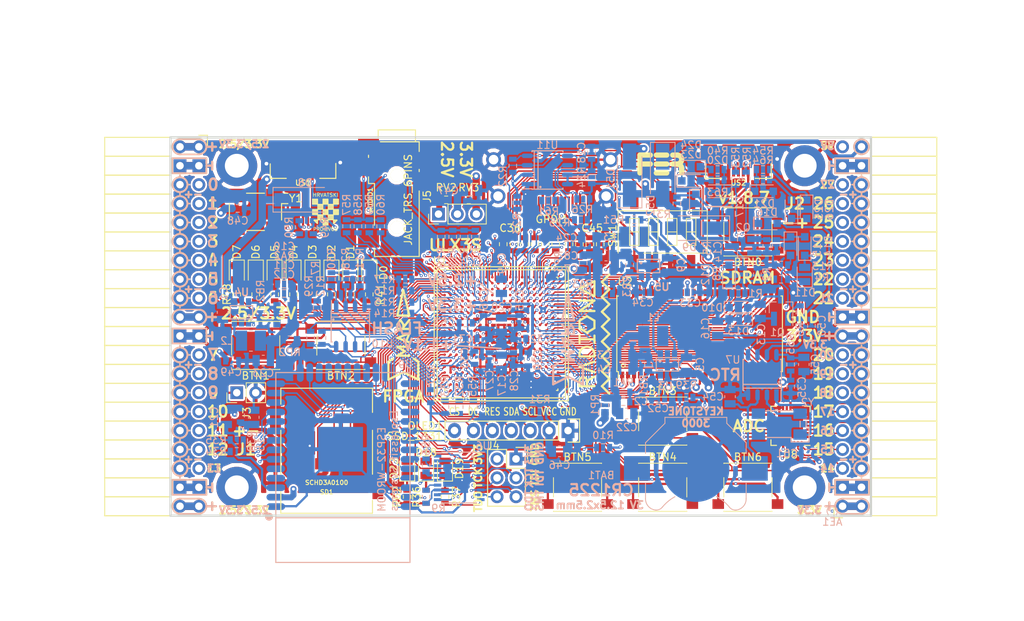
<source format=kicad_pcb>
(kicad_pcb (version 20171130) (host pcbnew 5.0.0-rc2-dev-unknown+dfsg1+20180318-3)
  (layers (0 F.Cu signal) (1 In1.Cu signal) (2 In2.Cu signal) (31 B.Cu signal) (34 B.Paste user) (35 F.Paste user) (36 B.SilkS user) (37 F.SilkS user) (38 B.Mask user) (39 F.Mask user) (44 Edge.Cuts user))
  (net 0 "")
  (net 1 GND)
  (net 2 +5V)
  (net 3 /gpio/IN5V)
  (net 4 /gpio/OUT5V)
  (net 5 +3V3)
  (net 6 BTN_D)
  (net 7 BTN_F1)
  (net 8 BTN_F2)
  (net 9 BTN_L)
  (net 10 BTN_R)
  (net 11 BTN_U)
  (net 12 /power/FB1)
  (net 13 +2V5)
  (net 14 /power/PWREN)
  (net 15 /power/FB3)
  (net 16 /power/FB2)
  (net 17 /power/VBAT)
  (net 18 JTAG_TDI)
  (net 19 JTAG_TCK)
  (net 20 JTAG_TMS)
  (net 21 JTAG_TDO)
  (net 22 /power/WAKEUPn)
  (net 23 /power/WKUP)
  (net 24 /power/SHUT)
  (net 25 /power/WAKE)
  (net 26 /power/HOLD)
  (net 27 /power/WKn)
  (net 28 /power/OSCI_32k)
  (net 29 /power/OSCO_32k)
  (net 30 SHUTDOWN)
  (net 31 /analog/AUDIO_L)
  (net 32 /analog/AUDIO_R)
  (net 33 GPDI_SDA)
  (net 34 GPDI_SCL)
  (net 35 /gpdi/VREF2)
  (net 36 SD_CMD)
  (net 37 SD_CLK)
  (net 38 SD_D0)
  (net 39 SD_D1)
  (net 40 USB5V)
  (net 41 GPDI_CEC)
  (net 42 nRESET)
  (net 43 FTDI_nDTR)
  (net 44 SDRAM_CKE)
  (net 45 SDRAM_A7)
  (net 46 SDRAM_D15)
  (net 47 SDRAM_BA1)
  (net 48 SDRAM_D7)
  (net 49 SDRAM_A6)
  (net 50 SDRAM_CLK)
  (net 51 SDRAM_D13)
  (net 52 SDRAM_BA0)
  (net 53 SDRAM_D6)
  (net 54 SDRAM_A5)
  (net 55 SDRAM_D14)
  (net 56 SDRAM_A11)
  (net 57 SDRAM_D12)
  (net 58 SDRAM_D5)
  (net 59 SDRAM_A4)
  (net 60 SDRAM_A10)
  (net 61 SDRAM_D11)
  (net 62 SDRAM_A3)
  (net 63 SDRAM_D4)
  (net 64 SDRAM_D10)
  (net 65 SDRAM_D9)
  (net 66 SDRAM_A9)
  (net 67 SDRAM_D3)
  (net 68 SDRAM_D8)
  (net 69 SDRAM_A8)
  (net 70 SDRAM_A2)
  (net 71 SDRAM_A1)
  (net 72 SDRAM_A0)
  (net 73 SDRAM_D2)
  (net 74 SDRAM_D1)
  (net 75 SDRAM_D0)
  (net 76 SDRAM_DQM0)
  (net 77 SDRAM_nCS)
  (net 78 SDRAM_nRAS)
  (net 79 SDRAM_DQM1)
  (net 80 SDRAM_nCAS)
  (net 81 SDRAM_nWE)
  (net 82 /flash/FLASH_nWP)
  (net 83 /flash/FLASH_nHOLD)
  (net 84 /flash/FLASH_MOSI)
  (net 85 /flash/FLASH_MISO)
  (net 86 /flash/FLASH_SCK)
  (net 87 /flash/FLASH_nCS)
  (net 88 /flash/FPGA_PROGRAMN)
  (net 89 /flash/FPGA_DONE)
  (net 90 /flash/FPGA_INITN)
  (net 91 OLED_RES)
  (net 92 OLED_DC)
  (net 93 OLED_CS)
  (net 94 WIFI_EN)
  (net 95 FTDI_nRTS)
  (net 96 FTDI_TXD)
  (net 97 FTDI_RXD)
  (net 98 WIFI_RXD)
  (net 99 WIFI_GPIO0)
  (net 100 WIFI_TXD)
  (net 101 USB_FTDI_D+)
  (net 102 USB_FTDI_D-)
  (net 103 SD_D3)
  (net 104 AUDIO_L3)
  (net 105 AUDIO_L2)
  (net 106 AUDIO_L1)
  (net 107 AUDIO_L0)
  (net 108 AUDIO_R3)
  (net 109 AUDIO_R2)
  (net 110 AUDIO_R1)
  (net 111 AUDIO_R0)
  (net 112 OLED_CLK)
  (net 113 OLED_MOSI)
  (net 114 LED0)
  (net 115 LED1)
  (net 116 LED2)
  (net 117 LED3)
  (net 118 LED4)
  (net 119 LED5)
  (net 120 LED6)
  (net 121 LED7)
  (net 122 BTN_PWRn)
  (net 123 FTDI_nTXLED)
  (net 124 FTDI_nSLEEP)
  (net 125 /blinkey/LED_PWREN)
  (net 126 /blinkey/LED_TXLED)
  (net 127 /sdcard/SD3V3)
  (net 128 SD_D2)
  (net 129 CLK_25MHz)
  (net 130 /blinkey/BTNPUL)
  (net 131 /blinkey/BTNPUR)
  (net 132 USB_FPGA_D+)
  (net 133 /power/FTDI_nSUSPEND)
  (net 134 /blinkey/ALED0)
  (net 135 /blinkey/ALED1)
  (net 136 /blinkey/ALED2)
  (net 137 /blinkey/ALED3)
  (net 138 /blinkey/ALED4)
  (net 139 /blinkey/ALED5)
  (net 140 /blinkey/ALED6)
  (net 141 /blinkey/ALED7)
  (net 142 /usb/FTD-)
  (net 143 /usb/FTD+)
  (net 144 ADC_MISO)
  (net 145 ADC_MOSI)
  (net 146 ADC_CSn)
  (net 147 ADC_SCLK)
  (net 148 SW3)
  (net 149 SW2)
  (net 150 SW1)
  (net 151 USB_FPGA_D-)
  (net 152 /usb/FPD+)
  (net 153 /usb/FPD-)
  (net 154 WIFI_GPIO16)
  (net 155 /usb/ANT_433MHz)
  (net 156 /power/PWRBTn)
  (net 157 PROG_DONE)
  (net 158 /power/P3V3)
  (net 159 /power/P2V5)
  (net 160 /power/L1)
  (net 161 /power/L3)
  (net 162 /power/L2)
  (net 163 FTDI_TXDEN)
  (net 164 SDRAM_A12)
  (net 165 /analog/AUDIO_V)
  (net 166 AUDIO_V3)
  (net 167 AUDIO_V2)
  (net 168 AUDIO_V1)
  (net 169 AUDIO_V0)
  (net 170 /blinkey/LED_WIFI)
  (net 171 /power/P1V1)
  (net 172 +1V1)
  (net 173 SW4)
  (net 174 /blinkey/SWPU)
  (net 175 /wifi/WIFIEN)
  (net 176 FT2V5)
  (net 177 GN0)
  (net 178 GP0)
  (net 179 GN1)
  (net 180 GP1)
  (net 181 GN2)
  (net 182 GP2)
  (net 183 GN3)
  (net 184 GP3)
  (net 185 GN4)
  (net 186 GP4)
  (net 187 GN5)
  (net 188 GP5)
  (net 189 GN6)
  (net 190 GP6)
  (net 191 GN14)
  (net 192 GP14)
  (net 193 GN15)
  (net 194 GP15)
  (net 195 GN16)
  (net 196 GP16)
  (net 197 GN17)
  (net 198 GP17)
  (net 199 GN18)
  (net 200 GP18)
  (net 201 GN19)
  (net 202 GP19)
  (net 203 GN20)
  (net 204 GP20)
  (net 205 GN21)
  (net 206 GP21)
  (net 207 GN22)
  (net 208 GP22)
  (net 209 GN23)
  (net 210 GP23)
  (net 211 GN24)
  (net 212 GP24)
  (net 213 GN25)
  (net 214 GP25)
  (net 215 GN26)
  (net 216 GP26)
  (net 217 GN27)
  (net 218 GP27)
  (net 219 GN7)
  (net 220 GP7)
  (net 221 GN8)
  (net 222 GP8)
  (net 223 GN9)
  (net 224 GP9)
  (net 225 GN10)
  (net 226 GP10)
  (net 227 GN11)
  (net 228 GP11)
  (net 229 GN12)
  (net 230 GP12)
  (net 231 GN13)
  (net 232 GP13)
  (net 233 WIFI_GPIO5)
  (net 234 WIFI_GPIO17)
  (net 235 USB_FPGA_PULL_D+)
  (net 236 USB_FPGA_PULL_D-)
  (net 237 "Net-(D23-Pad2)")
  (net 238 "Net-(D24-Pad1)")
  (net 239 "Net-(D25-Pad2)")
  (net 240 "Net-(D26-Pad1)")
  (net 241 /gpdi/GPDI_ETH+)
  (net 242 FPDI_ETH+)
  (net 243 /gpdi/GPDI_ETH-)
  (net 244 FPDI_ETH-)
  (net 245 /gpdi/GPDI_D2-)
  (net 246 FPDI_D2-)
  (net 247 /gpdi/GPDI_D1-)
  (net 248 FPDI_D1-)
  (net 249 /gpdi/GPDI_D0-)
  (net 250 FPDI_D0-)
  (net 251 /gpdi/GPDI_CLK-)
  (net 252 FPDI_CLK-)
  (net 253 /gpdi/GPDI_D2+)
  (net 254 FPDI_D2+)
  (net 255 /gpdi/GPDI_D1+)
  (net 256 FPDI_D1+)
  (net 257 /gpdi/GPDI_D0+)
  (net 258 FPDI_D0+)
  (net 259 /gpdi/GPDI_CLK+)
  (net 260 FPDI_CLK+)
  (net 261 FPDI_SDA)
  (net 262 FPDI_SCL)
  (net 263 /gpdi/FPDI_CEC)
  (net 264 2V5_3V3)
  (net 265 "Net-(AUDIO1-Pad5)")
  (net 266 "Net-(AUDIO1-Pad6)")
  (net 267 "Net-(U1-PadA15)")
  (net 268 "Net-(U1-PadC9)")
  (net 269 "Net-(U1-PadD9)")
  (net 270 "Net-(U1-PadD10)")
  (net 271 "Net-(U1-PadD11)")
  (net 272 "Net-(U1-PadD12)")
  (net 273 "Net-(U1-PadE6)")
  (net 274 "Net-(U1-PadE9)")
  (net 275 "Net-(U1-PadE10)")
  (net 276 "Net-(U1-PadE11)")
  (net 277 "Net-(U1-PadJ4)")
  (net 278 "Net-(U1-PadJ5)")
  (net 279 "Net-(U1-PadK5)")
  (net 280 "Net-(U1-PadL5)")
  (net 281 "Net-(U1-PadM4)")
  (net 282 "Net-(U1-PadM5)")
  (net 283 SD_CD)
  (net 284 SD_WP)
  (net 285 "Net-(U1-PadR3)")
  (net 286 "Net-(U1-PadT16)")
  (net 287 "Net-(U1-PadW4)")
  (net 288 "Net-(U1-PadW5)")
  (net 289 "Net-(U1-PadW8)")
  (net 290 "Net-(U1-PadW9)")
  (net 291 "Net-(U1-PadW13)")
  (net 292 "Net-(U1-PadW14)")
  (net 293 "Net-(U1-PadW17)")
  (net 294 "Net-(U1-PadW18)")
  (net 295 FTDI_nRXLED)
  (net 296 "Net-(U8-Pad12)")
  (net 297 "Net-(U8-Pad25)")
  (net 298 "Net-(U9-Pad32)")
  (net 299 "Net-(U9-Pad22)")
  (net 300 "Net-(U9-Pad21)")
  (net 301 "Net-(U9-Pad20)")
  (net 302 "Net-(U9-Pad19)")
  (net 303 "Net-(U9-Pad18)")
  (net 304 "Net-(U9-Pad17)")
  (net 305 "Net-(U9-Pad12)")
  (net 306 "Net-(U9-Pad5)")
  (net 307 "Net-(U9-Pad4)")
  (net 308 "Net-(US1-Pad4)")
  (net 309 "Net-(US2-Pad4)")
  (net 310 "Net-(Y2-Pad3)")
  (net 311 "Net-(Y2-Pad2)")
  (net 312 "Net-(U1-PadK16)")
  (net 313 "Net-(U1-PadK17)")
  (net 314 /usb/US2VBUS)
  (net 315 /power/SHD)
  (net 316 /power/RTCVDD)
  (module Socket_Strips:Socket_Strip_Angled_2x20 (layer F.Cu) (at 97.91 62.69 270)
    (fp_text reference J1 (at 40.64 -6.35) (layer F.SilkS) (effects (font (size 1.5 1.5) (thickness 0.3))))
    (fp_text value CONN_02X20 hide)
    (pad 1 thru_hole oval (at 0 0 270) (size 1.7272 1.7272) (drill 1.016) (layers *.Cu *.Mask) (net 264 2V5_3V3))
    (pad 2 thru_hole oval (at 0 2.54 270) (size 1.7272 1.7272) (drill 1.016) (layers *.Cu *.Mask) (net 264 2V5_3V3))
    (pad 3 thru_hole rect (at 2.54 0 270) (size 1.7272 1.7272) (drill 1.016) (layers *.Cu *.Mask) (net 1 GND))
    (pad 4 thru_hole rect (at 2.54 2.54 270) (size 1.7272 1.7272) (drill 1.016) (layers *.Cu *.Mask) (net 1 GND))
    (pad 5 thru_hole oval (at 5.08 0 270) (size 1.7272 1.7272) (drill 1.016) (layers *.Cu *.Mask) (net 177 GN0))
    (pad 6 thru_hole oval (at 5.08 2.54 270) (size 1.7272 1.7272) (drill 1.016) (layers *.Cu *.Mask) (net 178 GP0))
    (pad 7 thru_hole oval (at 7.62 0 270) (size 1.7272 1.7272) (drill 1.016) (layers *.Cu *.Mask) (net 179 GN1))
    (pad 8 thru_hole oval (at 7.62 2.54 270) (size 1.7272 1.7272) (drill 1.016) (layers *.Cu *.Mask) (net 180 GP1))
    (pad 9 thru_hole oval (at 10.16 0 270) (size 1.7272 1.7272) (drill 1.016) (layers *.Cu *.Mask) (net 181 GN2))
    (pad 10 thru_hole oval (at 10.16 2.54 270) (size 1.7272 1.7272) (drill 1.016) (layers *.Cu *.Mask) (net 182 GP2))
    (pad 11 thru_hole oval (at 12.7 0 270) (size 1.7272 1.7272) (drill 1.016) (layers *.Cu *.Mask) (net 183 GN3))
    (pad 12 thru_hole oval (at 12.7 2.54 270) (size 1.7272 1.7272) (drill 1.016) (layers *.Cu *.Mask) (net 184 GP3))
    (pad 13 thru_hole oval (at 15.24 0 270) (size 1.7272 1.7272) (drill 1.016) (layers *.Cu *.Mask) (net 185 GN4))
    (pad 14 thru_hole oval (at 15.24 2.54 270) (size 1.7272 1.7272) (drill 1.016) (layers *.Cu *.Mask) (net 186 GP4))
    (pad 15 thru_hole oval (at 17.78 0 270) (size 1.7272 1.7272) (drill 1.016) (layers *.Cu *.Mask) (net 187 GN5))
    (pad 16 thru_hole oval (at 17.78 2.54 270) (size 1.7272 1.7272) (drill 1.016) (layers *.Cu *.Mask) (net 188 GP5))
    (pad 17 thru_hole oval (at 20.32 0 270) (size 1.7272 1.7272) (drill 1.016) (layers *.Cu *.Mask) (net 189 GN6))
    (pad 18 thru_hole oval (at 20.32 2.54 270) (size 1.7272 1.7272) (drill 1.016) (layers *.Cu *.Mask) (net 190 GP6))
    (pad 19 thru_hole oval (at 22.86 0 270) (size 1.7272 1.7272) (drill 1.016) (layers *.Cu *.Mask) (net 264 2V5_3V3))
    (pad 20 thru_hole oval (at 22.86 2.54 270) (size 1.7272 1.7272) (drill 1.016) (layers *.Cu *.Mask) (net 264 2V5_3V3))
    (pad 21 thru_hole rect (at 25.4 0 270) (size 1.7272 1.7272) (drill 1.016) (layers *.Cu *.Mask) (net 1 GND))
    (pad 22 thru_hole rect (at 25.4 2.54 270) (size 1.7272 1.7272) (drill 1.016) (layers *.Cu *.Mask) (net 1 GND))
    (pad 23 thru_hole oval (at 27.94 0 270) (size 1.7272 1.7272) (drill 1.016) (layers *.Cu *.Mask) (net 219 GN7))
    (pad 24 thru_hole oval (at 27.94 2.54 270) (size 1.7272 1.7272) (drill 1.016) (layers *.Cu *.Mask) (net 220 GP7))
    (pad 25 thru_hole oval (at 30.48 0 270) (size 1.7272 1.7272) (drill 1.016) (layers *.Cu *.Mask) (net 221 GN8))
    (pad 26 thru_hole oval (at 30.48 2.54 270) (size 1.7272 1.7272) (drill 1.016) (layers *.Cu *.Mask) (net 222 GP8))
    (pad 27 thru_hole oval (at 33.02 0 270) (size 1.7272 1.7272) (drill 1.016) (layers *.Cu *.Mask) (net 223 GN9))
    (pad 28 thru_hole oval (at 33.02 2.54 270) (size 1.7272 1.7272) (drill 1.016) (layers *.Cu *.Mask) (net 224 GP9))
    (pad 29 thru_hole oval (at 35.56 0 270) (size 1.7272 1.7272) (drill 1.016) (layers *.Cu *.Mask) (net 225 GN10))
    (pad 30 thru_hole oval (at 35.56 2.54 270) (size 1.7272 1.7272) (drill 1.016) (layers *.Cu *.Mask) (net 226 GP10))
    (pad 31 thru_hole oval (at 38.1 0 270) (size 1.7272 1.7272) (drill 1.016) (layers *.Cu *.Mask) (net 227 GN11))
    (pad 32 thru_hole oval (at 38.1 2.54 270) (size 1.7272 1.7272) (drill 1.016) (layers *.Cu *.Mask) (net 228 GP11))
    (pad 33 thru_hole oval (at 40.64 0 270) (size 1.7272 1.7272) (drill 1.016) (layers *.Cu *.Mask) (net 229 GN12))
    (pad 34 thru_hole oval (at 40.64 2.54 270) (size 1.7272 1.7272) (drill 1.016) (layers *.Cu *.Mask) (net 230 GP12))
    (pad 35 thru_hole oval (at 43.18 0 270) (size 1.7272 1.7272) (drill 1.016) (layers *.Cu *.Mask) (net 231 GN13))
    (pad 36 thru_hole oval (at 43.18 2.54 270) (size 1.7272 1.7272) (drill 1.016) (layers *.Cu *.Mask) (net 232 GP13))
    (pad 37 thru_hole rect (at 45.72 0 270) (size 1.7272 1.7272) (drill 1.016) (layers *.Cu *.Mask) (net 1 GND))
    (pad 38 thru_hole rect (at 45.72 2.54 270) (size 1.7272 1.7272) (drill 1.016) (layers *.Cu *.Mask) (net 1 GND))
    (pad 39 thru_hole oval (at 48.26 0 270) (size 1.7272 1.7272) (drill 1.016) (layers *.Cu *.Mask) (net 264 2V5_3V3))
    (pad 40 thru_hole oval (at 48.26 2.54 270) (size 1.7272 1.7272) (drill 1.016) (layers *.Cu *.Mask) (net 264 2V5_3V3))
  )
  (module TSOT-25:TSOT-25 (layer B.Cu) (at 160.775 91.9)
    (fp_text reference U3 (at -0.295 2.9) (layer B.SilkS) (effects (font (thickness 0.2)) (justify mirror)))
    (fp_text value TLV62569DBV)
    (pad 1 smd rect (at -0.95 -1.3) (size 0.7 1.2) (layers B.Cu B.Paste B.Mask) (net 14 /power/PWREN))
    (pad 2 smd rect (at 0 -1.3) (size 0.7 1.2) (layers B.Cu B.Paste B.Mask) (net 1 GND))
    (pad 3 smd rect (at 0.95 -1.3) (size 0.7 1.2) (layers B.Cu B.Paste B.Mask) (net 160 /power/L1))
    (pad 4 smd rect (at 0.95 1.3) (size 0.7 1.2) (layers B.Cu B.Paste B.Mask) (net 2 +5V))
    (pad 5 smd rect (at -0.95 1.3) (size 0.7 1.2) (layers B.Cu B.Paste B.Mask) (net 12 /power/FB1))
  )
  (module TSOT-25:TSOT-25 (layer B.Cu) (at 103.625 84.915 180)
    (fp_text reference U4 (at 0 2.697 180) (layer B.SilkS) (effects (font (thickness 0.2)) (justify mirror)))
    (fp_text value TLV62569DBV)
    (pad 1 smd rect (at -0.95 -1.3 180) (size 0.7 1.2) (layers B.Cu B.Paste B.Mask) (net 14 /power/PWREN))
    (pad 2 smd rect (at 0 -1.3 180) (size 0.7 1.2) (layers B.Cu B.Paste B.Mask) (net 1 GND))
    (pad 3 smd rect (at 0.95 -1.3 180) (size 0.7 1.2) (layers B.Cu B.Paste B.Mask) (net 162 /power/L2))
    (pad 4 smd rect (at 0.95 1.3 180) (size 0.7 1.2) (layers B.Cu B.Paste B.Mask) (net 2 +5V))
    (pad 5 smd rect (at -0.95 1.3 180) (size 0.7 1.2) (layers B.Cu B.Paste B.Mask) (net 16 /power/FB2))
  )
  (module TSOT-25:TSOT-25 (layer B.Cu) (at 158.235 78.692)
    (fp_text reference U5 (at 1.793 2.812) (layer B.SilkS) (effects (font (thickness 0.2)) (justify mirror)))
    (fp_text value TLV62569DBV)
    (pad 1 smd rect (at -0.95 -1.3) (size 0.7 1.2) (layers B.Cu B.Paste B.Mask) (net 14 /power/PWREN))
    (pad 2 smd rect (at 0 -1.3) (size 0.7 1.2) (layers B.Cu B.Paste B.Mask) (net 1 GND))
    (pad 3 smd rect (at 0.95 -1.3) (size 0.7 1.2) (layers B.Cu B.Paste B.Mask) (net 161 /power/L3))
    (pad 4 smd rect (at 0.95 1.3) (size 0.7 1.2) (layers B.Cu B.Paste B.Mask) (net 2 +5V))
    (pad 5 smd rect (at -0.95 1.3) (size 0.7 1.2) (layers B.Cu B.Paste B.Mask) (net 15 /power/FB3))
  )
  (module Socket_Strips:Socket_Strip_Angled_2x20 (layer F.Cu) (at 184.27 110.95 90)
    (fp_text reference J2 (at 40.64 -6.35 180) (layer F.SilkS) (effects (font (size 1.5 1.5) (thickness 0.3))))
    (fp_text value CONN_02X20 hide)
    (pad 1 thru_hole oval (at 0 0 90) (size 1.7272 1.7272) (drill 1.016) (layers *.Cu *.Mask) (net 5 +3V3))
    (pad 2 thru_hole oval (at 0 2.54 90) (size 1.7272 1.7272) (drill 1.016) (layers *.Cu *.Mask) (net 5 +3V3))
    (pad 3 thru_hole rect (at 2.54 0 90) (size 1.7272 1.7272) (drill 1.016) (layers *.Cu *.Mask) (net 1 GND))
    (pad 4 thru_hole rect (at 2.54 2.54 90) (size 1.7272 1.7272) (drill 1.016) (layers *.Cu *.Mask) (net 1 GND))
    (pad 5 thru_hole oval (at 5.08 0 90) (size 1.7272 1.7272) (drill 1.016) (layers *.Cu *.Mask) (net 191 GN14))
    (pad 6 thru_hole oval (at 5.08 2.54 90) (size 1.7272 1.7272) (drill 1.016) (layers *.Cu *.Mask) (net 192 GP14))
    (pad 7 thru_hole oval (at 7.62 0 90) (size 1.7272 1.7272) (drill 1.016) (layers *.Cu *.Mask) (net 193 GN15))
    (pad 8 thru_hole oval (at 7.62 2.54 90) (size 1.7272 1.7272) (drill 1.016) (layers *.Cu *.Mask) (net 194 GP15))
    (pad 9 thru_hole oval (at 10.16 0 90) (size 1.7272 1.7272) (drill 1.016) (layers *.Cu *.Mask) (net 195 GN16))
    (pad 10 thru_hole oval (at 10.16 2.54 90) (size 1.7272 1.7272) (drill 1.016) (layers *.Cu *.Mask) (net 196 GP16))
    (pad 11 thru_hole oval (at 12.7 0 90) (size 1.7272 1.7272) (drill 1.016) (layers *.Cu *.Mask) (net 197 GN17))
    (pad 12 thru_hole oval (at 12.7 2.54 90) (size 1.7272 1.7272) (drill 1.016) (layers *.Cu *.Mask) (net 198 GP17))
    (pad 13 thru_hole oval (at 15.24 0 90) (size 1.7272 1.7272) (drill 1.016) (layers *.Cu *.Mask) (net 199 GN18))
    (pad 14 thru_hole oval (at 15.24 2.54 90) (size 1.7272 1.7272) (drill 1.016) (layers *.Cu *.Mask) (net 200 GP18))
    (pad 15 thru_hole oval (at 17.78 0 90) (size 1.7272 1.7272) (drill 1.016) (layers *.Cu *.Mask) (net 201 GN19))
    (pad 16 thru_hole oval (at 17.78 2.54 90) (size 1.7272 1.7272) (drill 1.016) (layers *.Cu *.Mask) (net 202 GP19))
    (pad 17 thru_hole oval (at 20.32 0 90) (size 1.7272 1.7272) (drill 1.016) (layers *.Cu *.Mask) (net 203 GN20))
    (pad 18 thru_hole oval (at 20.32 2.54 90) (size 1.7272 1.7272) (drill 1.016) (layers *.Cu *.Mask) (net 204 GP20))
    (pad 19 thru_hole oval (at 22.86 0 90) (size 1.7272 1.7272) (drill 1.016) (layers *.Cu *.Mask) (net 5 +3V3))
    (pad 20 thru_hole oval (at 22.86 2.54 90) (size 1.7272 1.7272) (drill 1.016) (layers *.Cu *.Mask) (net 5 +3V3))
    (pad 21 thru_hole rect (at 25.4 0 90) (size 1.7272 1.7272) (drill 1.016) (layers *.Cu *.Mask) (net 1 GND))
    (pad 22 thru_hole rect (at 25.4 2.54 90) (size 1.7272 1.7272) (drill 1.016) (layers *.Cu *.Mask) (net 1 GND))
    (pad 23 thru_hole oval (at 27.94 0 90) (size 1.7272 1.7272) (drill 1.016) (layers *.Cu *.Mask) (net 205 GN21))
    (pad 24 thru_hole oval (at 27.94 2.54 90) (size 1.7272 1.7272) (drill 1.016) (layers *.Cu *.Mask) (net 206 GP21))
    (pad 25 thru_hole oval (at 30.48 0 90) (size 1.7272 1.7272) (drill 1.016) (layers *.Cu *.Mask) (net 207 GN22))
    (pad 26 thru_hole oval (at 30.48 2.54 90) (size 1.7272 1.7272) (drill 1.016) (layers *.Cu *.Mask) (net 208 GP22))
    (pad 27 thru_hole oval (at 33.02 0 90) (size 1.7272 1.7272) (drill 1.016) (layers *.Cu *.Mask) (net 209 GN23))
    (pad 28 thru_hole oval (at 33.02 2.54 90) (size 1.7272 1.7272) (drill 1.016) (layers *.Cu *.Mask) (net 210 GP23))
    (pad 29 thru_hole oval (at 35.56 0 90) (size 1.7272 1.7272) (drill 1.016) (layers *.Cu *.Mask) (net 211 GN24))
    (pad 30 thru_hole oval (at 35.56 2.54 90) (size 1.7272 1.7272) (drill 1.016) (layers *.Cu *.Mask) (net 212 GP24))
    (pad 31 thru_hole oval (at 38.1 0 90) (size 1.7272 1.7272) (drill 1.016) (layers *.Cu *.Mask) (net 213 GN25))
    (pad 32 thru_hole oval (at 38.1 2.54 90) (size 1.7272 1.7272) (drill 1.016) (layers *.Cu *.Mask) (net 214 GP25))
    (pad 33 thru_hole oval (at 40.64 0 90) (size 1.7272 1.7272) (drill 1.016) (layers *.Cu *.Mask) (net 215 GN26))
    (pad 34 thru_hole oval (at 40.64 2.54 90) (size 1.7272 1.7272) (drill 1.016) (layers *.Cu *.Mask) (net 216 GP26))
    (pad 35 thru_hole oval (at 43.18 0 90) (size 1.7272 1.7272) (drill 1.016) (layers *.Cu *.Mask) (net 217 GN27))
    (pad 36 thru_hole oval (at 43.18 2.54 90) (size 1.7272 1.7272) (drill 1.016) (layers *.Cu *.Mask) (net 218 GP27))
    (pad 37 thru_hole rect (at 45.72 0 90) (size 1.7272 1.7272) (drill 1.016) (layers *.Cu *.Mask) (net 1 GND))
    (pad 38 thru_hole rect (at 45.72 2.54 90) (size 1.7272 1.7272) (drill 1.016) (layers *.Cu *.Mask) (net 1 GND))
    (pad 39 thru_hole oval (at 48.26 0 90) (size 1.7272 1.7272) (drill 1.016) (layers *.Cu *.Mask) (net 3 /gpio/IN5V))
    (pad 40 thru_hole oval (at 48.26 2.54 90) (size 1.7272 1.7272) (drill 1.016) (layers *.Cu *.Mask) (net 4 /gpio/OUT5V))
  )
  (module Mounting_Holes:MountingHole_3.2mm_M3_ISO14580_Pad (layer F.Cu) (at 102.99 108.41)
    (fp_text reference H1 hide)
    (fp_text value HOLE hide)
    (pad 1 thru_hole circle (at 0 0) (size 5.5 5.5) (drill 3.2) (layers *.Cu *.Mask) (net 1 GND))
  )
  (module Mounting_Holes:MountingHole_3.2mm_M3_ISO14580_Pad (layer F.Cu) (at 179.19 108.41)
    (fp_text reference H2 hide)
    (fp_text value HOLE hide)
    (pad 1 thru_hole circle (at 0 0) (size 5.5 5.5) (drill 3.2) (layers *.Cu *.Mask) (net 1 GND))
  )
  (module Mounting_Holes:MountingHole_3.2mm_M3_ISO14580_Pad (layer F.Cu) (at 179.19 65.23)
    (fp_text reference H3 hide)
    (fp_text value HOLE hide)
    (pad 1 thru_hole circle (at 0 0) (size 5.5 5.5) (drill 3.2) (layers *.Cu *.Mask) (net 1 GND))
  )
  (module Mounting_Holes:MountingHole_3.2mm_M3_ISO14580_Pad (layer F.Cu) (at 102.99 65.23)
    (fp_text reference H4 hide)
    (fp_text value HOLE hide)
    (pad 1 thru_hole circle (at 0 0) (size 5.5 5.5) (drill 3.2) (layers *.Cu *.Mask) (net 1 GND))
  )
  (module Housings_SSOP:SSOP-20_4.4x6.5mm_Pitch0.65mm (layer B.Cu) (at 132.835 107.14 180)
    (fp_text reference U6 (at -3.175 4.318 180) (layer B.SilkS) (effects (justify mirror)))
    (fp_text value FT231XS)
    (pad 1 smd rect (at -2.9 2.925 180) (size 1 0.4) (layers B.Cu B.Paste B.Mask) (net 43 FTDI_nDTR))
    (pad 2 smd rect (at -2.9 2.275 180) (size 1 0.4) (layers B.Cu B.Paste B.Mask) (net 95 FTDI_nRTS))
    (pad 3 smd rect (at -2.9 1.625 180) (size 1 0.4) (layers B.Cu B.Paste B.Mask) (net 176 FT2V5))
    (pad 4 smd rect (at -2.9 0.975 180) (size 1 0.4) (layers B.Cu B.Paste B.Mask) (net 97 FTDI_RXD))
    (pad 5 smd rect (at -2.9 0.325 180) (size 1 0.4) (layers B.Cu B.Paste B.Mask) (net 18 JTAG_TDI))
    (pad 6 smd rect (at -2.9 -0.325 180) (size 1 0.4) (layers B.Cu B.Paste B.Mask) (net 1 GND))
    (pad 7 smd rect (at -2.9 -0.975 180) (size 1 0.4) (layers B.Cu B.Paste B.Mask) (net 19 JTAG_TCK))
    (pad 8 smd rect (at -2.9 -1.625 180) (size 1 0.4) (layers B.Cu B.Paste B.Mask) (net 20 JTAG_TMS))
    (pad 9 smd rect (at -2.9 -2.275 180) (size 1 0.4) (layers B.Cu B.Paste B.Mask) (net 21 JTAG_TDO))
    (pad 10 smd rect (at -2.9 -2.925 180) (size 1 0.4) (layers B.Cu B.Paste B.Mask) (net 123 FTDI_nTXLED))
    (pad 11 smd rect (at 2.9 -2.925 180) (size 1 0.4) (layers B.Cu B.Paste B.Mask) (net 101 USB_FTDI_D+))
    (pad 12 smd rect (at 2.9 -2.275 180) (size 1 0.4) (layers B.Cu B.Paste B.Mask) (net 102 USB_FTDI_D-))
    (pad 13 smd rect (at 2.9 -1.625 180) (size 1 0.4) (layers B.Cu B.Paste B.Mask) (net 176 FT2V5))
    (pad 14 smd rect (at 2.9 -0.975 180) (size 1 0.4) (layers B.Cu B.Paste B.Mask) (net 42 nRESET))
    (pad 15 smd rect (at 2.9 -0.325 180) (size 1 0.4) (layers B.Cu B.Paste B.Mask) (net 40 USB5V))
    (pad 16 smd rect (at 2.9 0.325 180) (size 1 0.4) (layers B.Cu B.Paste B.Mask) (net 1 GND))
    (pad 17 smd rect (at 2.9 0.975 180) (size 1 0.4) (layers B.Cu B.Paste B.Mask) (net 295 FTDI_nRXLED))
    (pad 18 smd rect (at 2.9 1.625 180) (size 1 0.4) (layers B.Cu B.Paste B.Mask) (net 163 FTDI_TXDEN))
    (pad 19 smd rect (at 2.9 2.275 180) (size 1 0.4) (layers B.Cu B.Paste B.Mask) (net 124 FTDI_nSLEEP))
    (pad 20 smd rect (at 2.9 2.925 180) (size 1 0.4) (layers B.Cu B.Paste B.Mask) (net 96 FTDI_TXD))
  )
  (module usb_otg:USB-MICRO-B-FCI-10118192-0001LF (layer F.Cu) (at 111.88 63.325 180)
    (fp_text reference US1 (at 0 -4.2 180) (layer F.SilkS) (effects (font (size 0.7 0.7))))
    (fp_text value MICRO_USB hide)
    (pad 6 smd rect (at -3.1 -2.55 180) (size 2.1 1.6) (layers F.Cu F.Paste F.Mask) (net 1 GND))
    (pad 6 smd rect (at 3.1 -2.55 180) (size 2.1 1.6) (layers F.Cu F.Paste F.Mask) (net 1 GND))
    (pad 6 smd rect (at -1.2 0 180) (size 1.9 1.9) (layers F.Cu F.Paste F.Mask) (net 1 GND))
    (pad 6 smd rect (at 1.2 0 180) (size 1.9 1.9) (layers F.Cu F.Paste F.Mask) (net 1 GND))
    (pad 1 smd rect (at -1.3 -2.675 180) (size 0.4 1.35) (layers F.Cu F.Paste F.Mask) (net 40 USB5V))
    (pad 2 smd rect (at -0.65 -2.675 180) (size 0.4 1.35) (layers F.Cu F.Paste F.Mask) (net 142 /usb/FTD-))
    (pad 3 smd rect (at 0 -2.675 180) (size 0.4 1.35) (layers F.Cu F.Paste F.Mask) (net 143 /usb/FTD+))
    (pad 4 smd rect (at 0.65 -2.675 180) (size 0.4 1.35) (layers F.Cu F.Paste F.Mask) (net 308 "Net-(US1-Pad4)"))
    (pad 5 smd rect (at 1.3 -2.675 180) (size 0.4 1.35) (layers F.Cu F.Paste F.Mask) (net 1 GND))
    (pad 6 smd rect (at -3.8 0 180) (size 1.8 1.9) (layers F.Cu F.Paste F.Mask) (net 1 GND))
    (pad 6 smd rect (at 3.8 0 180) (size 1.8 1.9) (layers F.Cu F.Paste F.Mask) (net 1 GND))
  )
  (module usb_otg:USB-MICRO-B-FCI-10118192-0001LF (layer F.Cu) (at 170.3 63.325 180)
    (fp_text reference US2 (at 0 -4.2 180) (layer F.SilkS) (effects (font (size 0.7 0.7))))
    (fp_text value MICRO_USB hide)
    (pad 6 smd rect (at -3.1 -2.55 180) (size 2.1 1.6) (layers F.Cu F.Paste F.Mask) (net 1 GND))
    (pad 6 smd rect (at 3.1 -2.55 180) (size 2.1 1.6) (layers F.Cu F.Paste F.Mask) (net 1 GND))
    (pad 6 smd rect (at -1.2 0 180) (size 1.9 1.9) (layers F.Cu F.Paste F.Mask) (net 1 GND))
    (pad 6 smd rect (at 1.2 0 180) (size 1.9 1.9) (layers F.Cu F.Paste F.Mask) (net 1 GND))
    (pad 1 smd rect (at -1.3 -2.675 180) (size 0.4 1.35) (layers F.Cu F.Paste F.Mask) (net 314 /usb/US2VBUS))
    (pad 2 smd rect (at -0.65 -2.675 180) (size 0.4 1.35) (layers F.Cu F.Paste F.Mask) (net 153 /usb/FPD-))
    (pad 3 smd rect (at 0 -2.675 180) (size 0.4 1.35) (layers F.Cu F.Paste F.Mask) (net 152 /usb/FPD+))
    (pad 4 smd rect (at 0.65 -2.675 180) (size 0.4 1.35) (layers F.Cu F.Paste F.Mask) (net 309 "Net-(US2-Pad4)"))
    (pad 5 smd rect (at 1.3 -2.675 180) (size 0.4 1.35) (layers F.Cu F.Paste F.Mask) (net 1 GND))
    (pad 6 smd rect (at -3.8 0 180) (size 1.8 1.9) (layers F.Cu F.Paste F.Mask) (net 1 GND))
    (pad 6 smd rect (at 3.8 0 180) (size 1.8 1.9) (layers F.Cu F.Paste F.Mask) (net 1 GND))
  )
  (module Socket_Strips:Socket_Strip_Straight_2x03 (layer F.Cu) (at 140.455 104.6 270)
    (fp_text reference J4 (at -1.778 3.048) (layer F.SilkS))
    (fp_text value CONN_02X03 hide)
    (pad 1 thru_hole rect (at 0 0 270) (size 1.7272 1.7272) (drill 1.016) (layers *.Cu *.Mask) (net 1 GND))
    (pad 2 thru_hole oval (at 0 2.54 270) (size 1.7272 1.7272) (drill 1.016) (layers *.Cu *.Mask) (net 5 +3V3))
    (pad 3 thru_hole oval (at 2.54 0 270) (size 1.7272 1.7272) (drill 1.016) (layers *.Cu *.Mask) (net 18 JTAG_TDI))
    (pad 4 thru_hole oval (at 2.54 2.54 270) (size 1.7272 1.7272) (drill 1.016) (layers *.Cu *.Mask) (net 19 JTAG_TCK))
    (pad 5 thru_hole oval (at 5.08 0 270) (size 1.7272 1.7272) (drill 1.016) (layers *.Cu *.Mask) (net 20 JTAG_TMS))
    (pad 6 thru_hole oval (at 5.08 2.54 270) (size 1.7272 1.7272) (drill 1.016) (layers *.Cu *.Mask) (net 21 JTAG_TDO))
  )
  (module Housings_DFN_QFN:QFN-28-1EP_5x5mm_Pitch0.5mm (layer F.Cu) (at 177.285 100.155 180)
    (fp_text reference U8 (at 0 -3.875 180) (layer F.SilkS))
    (fp_text value MAX11125)
    (pad 1 smd oval (at -2.45 -1.5 180) (size 0.85 0.3) (layers F.Cu F.Paste F.Mask) (net 194 GP15))
    (pad 2 smd oval (at -2.45 -1 180) (size 0.85 0.3) (layers F.Cu F.Paste F.Mask) (net 195 GN16))
    (pad 3 smd oval (at -2.45 -0.5 180) (size 0.85 0.3) (layers F.Cu F.Paste F.Mask) (net 196 GP16))
    (pad 4 smd oval (at -2.45 0 180) (size 0.85 0.3) (layers F.Cu F.Paste F.Mask) (net 197 GN17))
    (pad 5 smd oval (at -2.45 0.5 180) (size 0.85 0.3) (layers F.Cu F.Paste F.Mask) (net 198 GP17))
    (pad 6 smd oval (at -2.45 1 180) (size 0.85 0.3) (layers F.Cu F.Paste F.Mask) (net 1 GND))
    (pad 7 smd oval (at -2.45 1.5 180) (size 0.85 0.3) (layers F.Cu F.Paste F.Mask) (net 1 GND))
    (pad 8 smd oval (at -1.5 2.45 270) (size 0.85 0.3) (layers F.Cu F.Paste F.Mask) (net 1 GND))
    (pad 9 smd oval (at -1 2.45 270) (size 0.85 0.3) (layers F.Cu F.Paste F.Mask) (net 1 GND))
    (pad 10 smd oval (at -0.5 2.45 270) (size 0.85 0.3) (layers F.Cu F.Paste F.Mask) (net 1 GND))
    (pad 11 smd oval (at 0 2.45 270) (size 0.85 0.3) (layers F.Cu F.Paste F.Mask) (net 1 GND))
    (pad 12 smd oval (at 0.5 2.45 270) (size 0.85 0.3) (layers F.Cu F.Paste F.Mask) (net 296 "Net-(U8-Pad12)"))
    (pad 13 smd oval (at 1 2.45 270) (size 0.85 0.3) (layers F.Cu F.Paste F.Mask) (net 1 GND))
    (pad 14 smd oval (at 1.5 2.45 270) (size 0.85 0.3) (layers F.Cu F.Paste F.Mask) (net 1 GND))
    (pad 15 smd oval (at 2.45 1.5 180) (size 0.85 0.3) (layers F.Cu F.Paste F.Mask) (net 5 +3V3))
    (pad 16 smd oval (at 2.45 1 180) (size 0.85 0.3) (layers F.Cu F.Paste F.Mask) (net 1 GND))
    (pad 17 smd oval (at 2.45 0.5 180) (size 0.85 0.3) (layers F.Cu F.Paste F.Mask) (net 5 +3V3))
    (pad 18 smd oval (at 2.45 0 180) (size 0.85 0.3) (layers F.Cu F.Paste F.Mask) (net 5 +3V3))
    (pad 19 smd oval (at 2.45 -0.5 180) (size 0.85 0.3) (layers F.Cu F.Paste F.Mask) (net 147 ADC_SCLK))
    (pad 20 smd oval (at 2.45 -1 180) (size 0.85 0.3) (layers F.Cu F.Paste F.Mask) (net 146 ADC_CSn))
    (pad 21 smd oval (at 2.45 -1.5 180) (size 0.85 0.3) (layers F.Cu F.Paste F.Mask) (net 145 ADC_MOSI))
    (pad 22 smd oval (at 1.5 -2.45 270) (size 0.85 0.3) (layers F.Cu F.Paste F.Mask) (net 1 GND))
    (pad 23 smd oval (at 1 -2.45 270) (size 0.85 0.3) (layers F.Cu F.Paste F.Mask) (net 5 +3V3))
    (pad 24 smd oval (at 0.5 -2.45 270) (size 0.85 0.3) (layers F.Cu F.Paste F.Mask) (net 144 ADC_MISO))
    (pad 25 smd oval (at 0 -2.45 270) (size 0.85 0.3) (layers F.Cu F.Paste F.Mask) (net 297 "Net-(U8-Pad25)"))
    (pad 26 smd oval (at -0.5 -2.45 270) (size 0.85 0.3) (layers F.Cu F.Paste F.Mask) (net 191 GN14))
    (pad 27 smd oval (at -1 -2.45 270) (size 0.85 0.3) (layers F.Cu F.Paste F.Mask) (net 192 GP14))
    (pad 28 smd oval (at -1.5 -2.45 270) (size 0.85 0.3) (layers F.Cu F.Paste F.Mask) (net 193 GN15))
    (pad 29 smd rect (at 0.8375 0.8375 180) (size 1.675 1.675) (layers F.Cu F.Paste F.Mask) (net 1 GND))
    (pad 29 smd rect (at 0.8375 -0.8375 180) (size 1.675 1.675) (layers F.Cu F.Paste F.Mask) (net 1 GND))
    (pad 29 smd rect (at -0.8375 0.8375 180) (size 1.675 1.675) (layers F.Cu F.Paste F.Mask) (net 1 GND))
    (pad 29 smd rect (at -0.8375 -0.8375 180) (size 1.675 1.675) (layers F.Cu F.Paste F.Mask) (net 1 GND))
  )
  (module oled:oled_13xx (layer F.Cu) (at 139.82 100.79 180)
    (fp_text reference OLED1 (at 11.557 0.635 180) (layer F.SilkS))
    (fp_text value SSD_1331 (at 12.954 -0.762 180) (layer F.SilkS))
    (fp_text user CS (at 7.62 2.54 180) (layer F.SilkS) (effects (font (size 1 0.75))))
    (fp_text user DC (at 5.08 2.54 180) (layer F.SilkS) (effects (font (size 1 0.75))))
    (fp_text user RES (at 2.54 2.54 180) (layer F.SilkS) (effects (font (size 1 0.75))))
    (fp_text user SDA (at 0 2.54 180) (layer F.SilkS) (effects (font (size 1 0.75))))
    (fp_text user SCL (at -2.54 2.54 180) (layer F.SilkS) (effects (font (size 1 0.75))))
    (fp_text user VCC (at -5.08 2.54 180) (layer F.SilkS) (effects (font (size 1 0.75))))
    (fp_text user GND (at -7.62 2.54 180) (layer F.SilkS) (effects (font (size 1 0.75))))
    (pad 1 thru_hole rect (at -7.62 0 180) (size 1.7272 2.032) (drill 1.016) (layers *.Cu *.Mask) (net 1 GND))
    (pad 2 thru_hole oval (at -5.08 0 180) (size 1.7272 2.032) (drill 1.016) (layers *.Cu *.Mask) (net 5 +3V3))
    (pad 3 thru_hole oval (at -2.54 0 180) (size 1.7272 2.032) (drill 1.016) (layers *.Cu *.Mask) (net 112 OLED_CLK))
    (pad 4 thru_hole oval (at 0 0 180) (size 1.7272 2.032) (drill 1.016) (layers *.Cu *.Mask) (net 113 OLED_MOSI))
    (pad 5 thru_hole oval (at 2.54 0 180) (size 1.7272 2.032) (drill 1.016) (layers *.Cu *.Mask) (net 91 OLED_RES))
    (pad 6 thru_hole oval (at 5.08 0 180) (size 1.7272 2.032) (drill 1.016) (layers *.Cu *.Mask) (net 92 OLED_DC))
    (pad 7 thru_hole oval (at 7.62 0 180) (size 1.7272 2.032) (drill 1.016) (layers *.Cu *.Mask) (net 93 OLED_CS))
  )
  (module Buttons_Switches_SMD:SW_SPST_PTS645 (layer F.Cu) (at 171.57 74.12 180)
    (fp_text reference BTN0 (at 0 -4.05 180) (layer F.SilkS))
    (fp_text value PTS645)
    (pad 2 smd rect (at -3.98 2.25 180) (size 1.55 1.3) (layers F.Cu F.Paste F.Mask) (net 1 GND))
    (pad 1 smd rect (at -3.98 -2.25 180) (size 1.55 1.3) (layers F.Cu F.Paste F.Mask) (net 156 /power/PWRBTn))
    (pad 1 smd rect (at 3.98 -2.25 180) (size 1.55 1.3) (layers F.Cu F.Paste F.Mask) (net 156 /power/PWRBTn))
    (pad 2 smd rect (at 3.98 2.25 180) (size 1.55 1.3) (layers F.Cu F.Paste F.Mask) (net 1 GND))
  )
  (module Buttons_Switches_SMD:SW_SPST_PTS645 (layer F.Cu) (at 105.53 89.36)
    (fp_text reference BTN1 (at 0 4.064) (layer F.SilkS))
    (fp_text value PTS645)
    (pad 2 smd rect (at -3.98 2.25) (size 1.55 1.3) (layers F.Cu F.Paste F.Mask) (net 7 BTN_F1))
    (pad 1 smd rect (at -3.98 -2.25) (size 1.55 1.3) (layers F.Cu F.Paste F.Mask) (net 130 /blinkey/BTNPUL))
    (pad 1 smd rect (at 3.98 -2.25) (size 1.55 1.3) (layers F.Cu F.Paste F.Mask) (net 130 /blinkey/BTNPUL))
    (pad 2 smd rect (at 3.98 2.25) (size 1.55 1.3) (layers F.Cu F.Paste F.Mask) (net 7 BTN_F1))
  )
  (module Buttons_Switches_SMD:SW_SPST_PTS645 (layer F.Cu) (at 116.96 89.36)
    (fp_text reference BTN2 (at 0 4.064) (layer F.SilkS))
    (fp_text value PTS645)
    (pad 2 smd rect (at -3.98 2.25) (size 1.55 1.3) (layers F.Cu F.Paste F.Mask) (net 8 BTN_F2))
    (pad 1 smd rect (at -3.98 -2.25) (size 1.55 1.3) (layers F.Cu F.Paste F.Mask) (net 130 /blinkey/BTNPUL))
    (pad 1 smd rect (at 3.98 -2.25) (size 1.55 1.3) (layers F.Cu F.Paste F.Mask) (net 130 /blinkey/BTNPUL))
    (pad 2 smd rect (at 3.98 2.25) (size 1.55 1.3) (layers F.Cu F.Paste F.Mask) (net 8 BTN_F2))
  )
  (module Buttons_Switches_SMD:SW_SPST_PTS645 (layer F.Cu) (at 160.14 99.52)
    (fp_text reference BTN3 (at 0 -4.05) (layer F.SilkS))
    (fp_text value PTS645)
    (pad 2 smd rect (at -3.98 2.25) (size 1.55 1.3) (layers F.Cu F.Paste F.Mask) (net 11 BTN_U))
    (pad 1 smd rect (at -3.98 -2.25) (size 1.55 1.3) (layers F.Cu F.Paste F.Mask) (net 131 /blinkey/BTNPUR))
    (pad 1 smd rect (at 3.98 -2.25) (size 1.55 1.3) (layers F.Cu F.Paste F.Mask) (net 131 /blinkey/BTNPUR))
    (pad 2 smd rect (at 3.98 2.25) (size 1.55 1.3) (layers F.Cu F.Paste F.Mask) (net 11 BTN_U))
  )
  (module Buttons_Switches_SMD:SW_SPST_PTS645 (layer F.Cu) (at 160.14 108.41 180)
    (fp_text reference BTN4 (at 0 4.064 180) (layer F.SilkS))
    (fp_text value PTS645)
    (pad 2 smd rect (at -3.98 2.25 180) (size 1.55 1.3) (layers F.Cu F.Paste F.Mask) (net 6 BTN_D))
    (pad 1 smd rect (at -3.98 -2.25 180) (size 1.55 1.3) (layers F.Cu F.Paste F.Mask) (net 131 /blinkey/BTNPUR))
    (pad 1 smd rect (at 3.98 -2.25 180) (size 1.55 1.3) (layers F.Cu F.Paste F.Mask) (net 131 /blinkey/BTNPUR))
    (pad 2 smd rect (at 3.98 2.25 180) (size 1.55 1.3) (layers F.Cu F.Paste F.Mask) (net 6 BTN_D))
  )
  (module Buttons_Switches_SMD:SW_SPST_PTS645 (layer F.Cu) (at 148.71 108.41 180)
    (fp_text reference BTN5 (at 0 4.064 180) (layer F.SilkS))
    (fp_text value PTS645)
    (pad 2 smd rect (at -3.98 2.25 180) (size 1.55 1.3) (layers F.Cu F.Paste F.Mask) (net 9 BTN_L))
    (pad 1 smd rect (at -3.98 -2.25 180) (size 1.55 1.3) (layers F.Cu F.Paste F.Mask) (net 131 /blinkey/BTNPUR))
    (pad 1 smd rect (at 3.98 -2.25 180) (size 1.55 1.3) (layers F.Cu F.Paste F.Mask) (net 131 /blinkey/BTNPUR))
    (pad 2 smd rect (at 3.98 2.25 180) (size 1.55 1.3) (layers F.Cu F.Paste F.Mask) (net 9 BTN_L))
  )
  (module Buttons_Switches_SMD:SW_SPST_PTS645 (layer F.Cu) (at 171.57 108.41 180)
    (fp_text reference BTN6 (at 0 4.064 180) (layer F.SilkS))
    (fp_text value PTS645)
    (pad 2 smd rect (at -3.98 2.25 180) (size 1.55 1.3) (layers F.Cu F.Paste F.Mask) (net 10 BTN_R))
    (pad 1 smd rect (at -3.98 -2.25 180) (size 1.55 1.3) (layers F.Cu F.Paste F.Mask) (net 131 /blinkey/BTNPUR))
    (pad 1 smd rect (at 3.98 -2.25 180) (size 1.55 1.3) (layers F.Cu F.Paste F.Mask) (net 131 /blinkey/BTNPUR))
    (pad 2 smd rect (at 3.98 2.25 180) (size 1.55 1.3) (layers F.Cu F.Paste F.Mask) (net 10 BTN_R))
  )
  (module Buttons_Switches_SMD:SW_DIP_x4_W8.61mm_Slide_LowProfile (layer F.Cu) (at 160.14 74.12 90)
    (fp_text reference SW1 (at -0.508 -6.731 270) (layer F.SilkS))
    (fp_text value DIPSW)
    (pad 1 smd rect (at -4.305 -3.81 90) (size 2.44 1.12) (layers F.Cu F.Mask) (net 174 /blinkey/SWPU))
    (pad 5 smd rect (at 4.305 3.81 90) (size 2.44 1.12) (layers F.Cu F.Mask) (net 173 SW4))
    (pad 2 smd rect (at -4.305 -1.27 90) (size 2.44 1.12) (layers F.Cu F.Mask) (net 174 /blinkey/SWPU))
    (pad 6 smd rect (at 4.305 1.27 90) (size 2.44 1.12) (layers F.Cu F.Mask) (net 148 SW3))
    (pad 3 smd rect (at -4.305 1.27 90) (size 2.44 1.12) (layers F.Cu F.Mask) (net 174 /blinkey/SWPU))
    (pad 7 smd rect (at 4.305 -1.27 90) (size 2.44 1.12) (layers F.Cu F.Mask) (net 149 SW2))
    (pad 4 smd rect (at -4.305 3.81 90) (size 2.44 1.12) (layers F.Cu F.Mask) (net 174 /blinkey/SWPU))
    (pad 8 smd rect (at 4.305 -3.81 90) (size 2.44 1.12) (layers F.Cu F.Mask) (net 150 SW1))
  )
  (module lfe5bg381:BGA-381_pitch0.8mm_dia0.4mm (layer F.Cu) (at 138.48 87.8)
    (fp_text reference U1 (at -8.2 -9.8) (layer F.SilkS))
    (fp_text value LFE5U-85F-6BG381C)
    (pad A2 smd circle (at -6.8 -7.6) (size 0.35 0.35) (layers F.Cu F.Paste F.Mask) (net 224 GP9))
    (pad A3 smd circle (at -6 -7.6) (size 0.35 0.35) (layers F.Cu F.Paste F.Mask) (net 111 AUDIO_R0))
    (pad A4 smd circle (at -5.2 -7.6) (size 0.35 0.35) (layers F.Cu F.Paste F.Mask) (net 222 GP8))
    (pad A5 smd circle (at -4.4 -7.6) (size 0.35 0.35) (layers F.Cu F.Paste F.Mask) (net 221 GN8))
    (pad A6 smd circle (at -3.6 -7.6) (size 0.35 0.35) (layers F.Cu F.Paste F.Mask) (net 220 GP7))
    (pad A7 smd circle (at -2.8 -7.6) (size 0.35 0.35) (layers F.Cu F.Paste F.Mask) (net 186 GP4))
    (pad A8 smd circle (at -2 -7.6) (size 0.35 0.35) (layers F.Cu F.Paste F.Mask) (net 185 GN4))
    (pad A9 smd circle (at -1.2 -7.6) (size 0.35 0.35) (layers F.Cu F.Paste F.Mask) (net 182 GP2))
    (pad A10 smd circle (at -0.4 -7.6) (size 0.35 0.35) (layers F.Cu F.Paste F.Mask) (net 180 GP1))
    (pad A11 smd circle (at 0.4 -7.6) (size 0.35 0.35) (layers F.Cu F.Paste F.Mask) (net 179 GN1))
    (pad A12 smd circle (at 1.2 -7.6) (size 0.35 0.35) (layers F.Cu F.Paste F.Mask) (net 254 FPDI_D2+))
    (pad A13 smd circle (at 2 -7.6) (size 0.35 0.35) (layers F.Cu F.Paste F.Mask) (net 246 FPDI_D2-))
    (pad A14 smd circle (at 2.8 -7.6) (size 0.35 0.35) (layers F.Cu F.Paste F.Mask) (net 256 FPDI_D1+))
    (pad A15 smd circle (at 3.6 -7.6) (size 0.35 0.35) (layers F.Cu F.Paste F.Mask) (net 267 "Net-(U1-PadA15)"))
    (pad A16 smd circle (at 4.4 -7.6) (size 0.35 0.35) (layers F.Cu F.Paste F.Mask) (net 258 FPDI_D0+))
    (pad A17 smd circle (at 5.2 -7.6) (size 0.35 0.35) (layers F.Cu F.Paste F.Mask) (net 260 FPDI_CLK+))
    (pad A18 smd circle (at 6 -7.6) (size 0.35 0.35) (layers F.Cu F.Paste F.Mask) (net 263 /gpdi/FPDI_CEC))
    (pad A19 smd circle (at 6.8 -7.6) (size 0.35 0.35) (layers F.Cu F.Paste F.Mask) (net 242 FPDI_ETH+))
    (pad B1 smd circle (at -7.6 -6.8) (size 0.35 0.35) (layers F.Cu F.Paste F.Mask) (net 223 GN9))
    (pad B2 smd circle (at -6.8 -6.8) (size 0.35 0.35) (layers F.Cu F.Paste F.Mask) (net 114 LED0))
    (pad B3 smd circle (at -6 -6.8) (size 0.35 0.35) (layers F.Cu F.Paste F.Mask) (net 104 AUDIO_L3))
    (pad B4 smd circle (at -5.2 -6.8) (size 0.35 0.35) (layers F.Cu F.Paste F.Mask) (net 225 GN10))
    (pad B5 smd circle (at -4.4 -6.8) (size 0.35 0.35) (layers F.Cu F.Paste F.Mask) (net 110 AUDIO_R1))
    (pad B6 smd circle (at -3.6 -6.8) (size 0.35 0.35) (layers F.Cu F.Paste F.Mask) (net 219 GN7))
    (pad B7 smd circle (at -2.8 -6.8) (size 0.35 0.35) (layers F.Cu F.Paste F.Mask) (net 1 GND))
    (pad B8 smd circle (at -2 -6.8) (size 0.35 0.35) (layers F.Cu F.Paste F.Mask) (net 187 GN5))
    (pad B9 smd circle (at -1.2 -6.8) (size 0.35 0.35) (layers F.Cu F.Paste F.Mask) (net 184 GP3))
    (pad B10 smd circle (at -0.4 -6.8) (size 0.35 0.35) (layers F.Cu F.Paste F.Mask) (net 181 GN2))
    (pad B11 smd circle (at 0.4 -6.8) (size 0.35 0.35) (layers F.Cu F.Paste F.Mask) (net 178 GP0))
    (pad B12 smd circle (at 1.2 -6.8) (size 0.35 0.35) (layers F.Cu F.Paste F.Mask) (net 235 USB_FPGA_PULL_D+))
    (pad B13 smd circle (at 2 -6.8) (size 0.35 0.35) (layers F.Cu F.Paste F.Mask) (net 216 GP26))
    (pad B14 smd circle (at 2.8 -6.8) (size 0.35 0.35) (layers F.Cu F.Paste F.Mask) (net 1 GND))
    (pad B15 smd circle (at 3.6 -6.8) (size 0.35 0.35) (layers F.Cu F.Paste F.Mask) (net 208 GP22))
    (pad B16 smd circle (at 4.4 -6.8) (size 0.35 0.35) (layers F.Cu F.Paste F.Mask) (net 250 FPDI_D0-))
    (pad B17 smd circle (at 5.2 -6.8) (size 0.35 0.35) (layers F.Cu F.Paste F.Mask) (net 210 GP23))
    (pad B18 smd circle (at 6 -6.8) (size 0.35 0.35) (layers F.Cu F.Paste F.Mask) (net 252 FPDI_CLK-))
    (pad B19 smd circle (at 6.8 -6.8) (size 0.35 0.35) (layers F.Cu F.Paste F.Mask) (net 261 FPDI_SDA))
    (pad B20 smd circle (at 7.6 -6.8) (size 0.35 0.35) (layers F.Cu F.Paste F.Mask) (net 244 FPDI_ETH-))
    (pad C1 smd circle (at -7.6 -6) (size 0.35 0.35) (layers F.Cu F.Paste F.Mask) (net 116 LED2))
    (pad C2 smd circle (at -6.8 -6) (size 0.35 0.35) (layers F.Cu F.Paste F.Mask) (net 115 LED1))
    (pad C3 smd circle (at -6 -6) (size 0.35 0.35) (layers F.Cu F.Paste F.Mask) (net 105 AUDIO_L2))
    (pad C4 smd circle (at -5.2 -6) (size 0.35 0.35) (layers F.Cu F.Paste F.Mask) (net 226 GP10))
    (pad C5 smd circle (at -4.4 -6) (size 0.35 0.35) (layers F.Cu F.Paste F.Mask) (net 108 AUDIO_R3))
    (pad C6 smd circle (at -3.6 -6) (size 0.35 0.35) (layers F.Cu F.Paste F.Mask) (net 190 GP6))
    (pad C7 smd circle (at -2.8 -6) (size 0.35 0.35) (layers F.Cu F.Paste F.Mask) (net 189 GN6))
    (pad C8 smd circle (at -2 -6) (size 0.35 0.35) (layers F.Cu F.Paste F.Mask) (net 188 GP5))
    (pad C9 smd circle (at -1.2 -6) (size 0.35 0.35) (layers F.Cu F.Paste F.Mask) (net 268 "Net-(U1-PadC9)"))
    (pad C10 smd circle (at -0.4 -6) (size 0.35 0.35) (layers F.Cu F.Paste F.Mask) (net 183 GN3))
    (pad C11 smd circle (at 0.4 -6) (size 0.35 0.35) (layers F.Cu F.Paste F.Mask) (net 177 GN0))
    (pad C12 smd circle (at 1.2 -6) (size 0.35 0.35) (layers F.Cu F.Paste F.Mask) (net 236 USB_FPGA_PULL_D-))
    (pad C13 smd circle (at 2 -6) (size 0.35 0.35) (layers F.Cu F.Paste F.Mask) (net 215 GN26))
    (pad C14 smd circle (at 2.8 -6) (size 0.35 0.35) (layers F.Cu F.Paste F.Mask) (net 248 FPDI_D1-))
    (pad C15 smd circle (at 3.6 -6) (size 0.35 0.35) (layers F.Cu F.Paste F.Mask) (net 207 GN22))
    (pad C16 smd circle (at 4.4 -6) (size 0.35 0.35) (layers F.Cu F.Paste F.Mask) (net 212 GP24))
    (pad C17 smd circle (at 5.2 -6) (size 0.35 0.35) (layers F.Cu F.Paste F.Mask) (net 209 GN23))
    (pad C18 smd circle (at 6 -6) (size 0.35 0.35) (layers F.Cu F.Paste F.Mask) (net 206 GP21))
    (pad C19 smd circle (at 6.8 -6) (size 0.35 0.35) (layers F.Cu F.Paste F.Mask) (net 1 GND))
    (pad C20 smd circle (at 7.6 -6) (size 0.35 0.35) (layers F.Cu F.Paste F.Mask) (net 61 SDRAM_D11))
    (pad D1 smd circle (at -7.6 -5.2) (size 0.35 0.35) (layers F.Cu F.Paste F.Mask) (net 118 LED4))
    (pad D2 smd circle (at -6.8 -5.2) (size 0.35 0.35) (layers F.Cu F.Paste F.Mask) (net 117 LED3))
    (pad D3 smd circle (at -6 -5.2) (size 0.35 0.35) (layers F.Cu F.Paste F.Mask) (net 106 AUDIO_L1))
    (pad D4 smd circle (at -5.2 -5.2) (size 0.35 0.35) (layers F.Cu F.Paste F.Mask) (net 1 GND))
    (pad D5 smd circle (at -4.4 -5.2) (size 0.35 0.35) (layers F.Cu F.Paste F.Mask) (net 109 AUDIO_R2))
    (pad D6 smd circle (at -3.6 -5.2) (size 0.35 0.35) (layers F.Cu F.Paste F.Mask) (net 122 BTN_PWRn))
    (pad D7 smd circle (at -2.8 -5.2) (size 0.35 0.35) (layers F.Cu F.Paste F.Mask) (net 148 SW3))
    (pad D8 smd circle (at -2 -5.2) (size 0.35 0.35) (layers F.Cu F.Paste F.Mask) (net 149 SW2))
    (pad D9 smd circle (at -1.2 -5.2) (size 0.35 0.35) (layers F.Cu F.Paste F.Mask) (net 269 "Net-(U1-PadD9)"))
    (pad D10 smd circle (at -0.4 -5.2) (size 0.35 0.35) (layers F.Cu F.Paste F.Mask) (net 270 "Net-(U1-PadD10)"))
    (pad D11 smd circle (at 0.4 -5.2) (size 0.35 0.35) (layers F.Cu F.Paste F.Mask) (net 271 "Net-(U1-PadD11)"))
    (pad D12 smd circle (at 1.2 -5.2) (size 0.35 0.35) (layers F.Cu F.Paste F.Mask) (net 272 "Net-(U1-PadD12)"))
    (pad D13 smd circle (at 2 -5.2) (size 0.35 0.35) (layers F.Cu F.Paste F.Mask) (net 218 GP27))
    (pad D14 smd circle (at 2.8 -5.2) (size 0.35 0.35) (layers F.Cu F.Paste F.Mask) (net 214 GP25))
    (pad D15 smd circle (at 3.6 -5.2) (size 0.35 0.35) (layers F.Cu F.Paste F.Mask) (net 132 USB_FPGA_D+))
    (pad D16 smd circle (at 4.4 -5.2) (size 0.35 0.35) (layers F.Cu F.Paste F.Mask) (net 211 GN24))
    (pad D17 smd circle (at 5.2 -5.2) (size 0.35 0.35) (layers F.Cu F.Paste F.Mask) (net 205 GN21))
    (pad D18 smd circle (at 6 -5.2) (size 0.35 0.35) (layers F.Cu F.Paste F.Mask) (net 204 GP20))
    (pad D19 smd circle (at 6.8 -5.2) (size 0.35 0.35) (layers F.Cu F.Paste F.Mask) (net 64 SDRAM_D10))
    (pad D20 smd circle (at 7.6 -5.2) (size 0.35 0.35) (layers F.Cu F.Paste F.Mask) (net 65 SDRAM_D9))
    (pad E1 smd circle (at -7.6 -4.4) (size 0.35 0.35) (layers F.Cu F.Paste F.Mask) (net 120 LED6))
    (pad E2 smd circle (at -6.8 -4.4) (size 0.35 0.35) (layers F.Cu F.Paste F.Mask) (net 119 LED5))
    (pad E3 smd circle (at -6 -4.4) (size 0.35 0.35) (layers F.Cu F.Paste F.Mask) (net 227 GN11))
    (pad E4 smd circle (at -5.2 -4.4) (size 0.35 0.35) (layers F.Cu F.Paste F.Mask) (net 107 AUDIO_L0))
    (pad E5 smd circle (at -4.4 -4.4) (size 0.35 0.35) (layers F.Cu F.Paste F.Mask) (net 166 AUDIO_V3))
    (pad E6 smd circle (at -3.6 -4.4) (size 0.35 0.35) (layers F.Cu F.Paste F.Mask) (net 273 "Net-(U1-PadE6)"))
    (pad E7 smd circle (at -2.8 -4.4) (size 0.35 0.35) (layers F.Cu F.Paste F.Mask) (net 173 SW4))
    (pad E8 smd circle (at -2 -4.4) (size 0.35 0.35) (layers F.Cu F.Paste F.Mask) (net 150 SW1))
    (pad E9 smd circle (at -1.2 -4.4) (size 0.35 0.35) (layers F.Cu F.Paste F.Mask) (net 274 "Net-(U1-PadE9)"))
    (pad E10 smd circle (at -0.4 -4.4) (size 0.35 0.35) (layers F.Cu F.Paste F.Mask) (net 275 "Net-(U1-PadE10)"))
    (pad E11 smd circle (at 0.4 -4.4) (size 0.35 0.35) (layers F.Cu F.Paste F.Mask) (net 276 "Net-(U1-PadE11)"))
    (pad E12 smd circle (at 1.2 -4.4) (size 0.35 0.35) (layers F.Cu F.Paste F.Mask) (net 262 FPDI_SCL))
    (pad E13 smd circle (at 2 -4.4) (size 0.35 0.35) (layers F.Cu F.Paste F.Mask) (net 217 GN27))
    (pad E14 smd circle (at 2.8 -4.4) (size 0.35 0.35) (layers F.Cu F.Paste F.Mask) (net 213 GN25))
    (pad E15 smd circle (at 3.6 -4.4) (size 0.35 0.35) (layers F.Cu F.Paste F.Mask) (net 151 USB_FPGA_D-))
    (pad E16 smd circle (at 4.4 -4.4) (size 0.35 0.35) (layers F.Cu F.Paste F.Mask) (net 132 USB_FPGA_D+))
    (pad E17 smd circle (at 5.2 -4.4) (size 0.35 0.35) (layers F.Cu F.Paste F.Mask) (net 203 GN20))
    (pad E18 smd circle (at 6 -4.4) (size 0.35 0.35) (layers F.Cu F.Paste F.Mask) (net 57 SDRAM_D12))
    (pad E19 smd circle (at 6.8 -4.4) (size 0.35 0.35) (layers F.Cu F.Paste F.Mask) (net 68 SDRAM_D8))
    (pad E20 smd circle (at 7.6 -4.4) (size 0.35 0.35) (layers F.Cu F.Paste F.Mask) (net 79 SDRAM_DQM1))
    (pad F1 smd circle (at -7.6 -3.6) (size 0.35 0.35) (layers F.Cu F.Paste F.Mask) (net 94 WIFI_EN))
    (pad F2 smd circle (at -6.8 -3.6) (size 0.35 0.35) (layers F.Cu F.Paste F.Mask) (net 168 AUDIO_V1))
    (pad F3 smd circle (at -6 -3.6) (size 0.35 0.35) (layers F.Cu F.Paste F.Mask) (net 229 GN12))
    (pad F4 smd circle (at -5.2 -3.6) (size 0.35 0.35) (layers F.Cu F.Paste F.Mask) (net 228 GP11))
    (pad F5 smd circle (at -4.4 -3.6) (size 0.35 0.35) (layers F.Cu F.Paste F.Mask) (net 167 AUDIO_V2))
    (pad F6 smd circle (at -3.6 -3.6) (size 0.35 0.35) (layers F.Cu F.Paste F.Mask) (net 13 +2V5))
    (pad F7 smd circle (at -2.8 -3.6) (size 0.35 0.35) (layers F.Cu F.Paste F.Mask) (net 1 GND))
    (pad F8 smd circle (at -2 -3.6) (size 0.35 0.35) (layers F.Cu F.Paste F.Mask) (net 1 GND))
    (pad F9 smd circle (at -1.2 -3.6) (size 0.35 0.35) (layers F.Cu F.Paste F.Mask) (net 264 2V5_3V3))
    (pad F10 smd circle (at -0.4 -3.6) (size 0.35 0.35) (layers F.Cu F.Paste F.Mask) (net 264 2V5_3V3))
    (pad F11 smd circle (at 0.4 -3.6) (size 0.35 0.35) (layers F.Cu F.Paste F.Mask) (net 5 +3V3))
    (pad F12 smd circle (at 1.2 -3.6) (size 0.35 0.35) (layers F.Cu F.Paste F.Mask) (net 5 +3V3))
    (pad F13 smd circle (at 2 -3.6) (size 0.35 0.35) (layers F.Cu F.Paste F.Mask) (net 1 GND))
    (pad F14 smd circle (at 2.8 -3.6) (size 0.35 0.35) (layers F.Cu F.Paste F.Mask) (net 1 GND))
    (pad F15 smd circle (at 3.6 -3.6) (size 0.35 0.35) (layers F.Cu F.Paste F.Mask) (net 13 +2V5))
    (pad F16 smd circle (at 4.4 -3.6) (size 0.35 0.35) (layers F.Cu F.Paste F.Mask) (net 151 USB_FPGA_D-))
    (pad F17 smd circle (at 5.2 -3.6) (size 0.35 0.35) (layers F.Cu F.Paste F.Mask) (net 202 GP19))
    (pad F18 smd circle (at 6 -3.6) (size 0.35 0.35) (layers F.Cu F.Paste F.Mask) (net 51 SDRAM_D13))
    (pad F19 smd circle (at 6.8 -3.6) (size 0.35 0.35) (layers F.Cu F.Paste F.Mask) (net 50 SDRAM_CLK))
    (pad F20 smd circle (at 7.6 -3.6) (size 0.35 0.35) (layers F.Cu F.Paste F.Mask) (net 44 SDRAM_CKE))
    (pad G1 smd circle (at -7.6 -2.8) (size 0.35 0.35) (layers F.Cu F.Paste F.Mask) (net 155 /usb/ANT_433MHz))
    (pad G2 smd circle (at -6.8 -2.8) (size 0.35 0.35) (layers F.Cu F.Paste F.Mask) (net 129 CLK_25MHz))
    (pad G3 smd circle (at -6 -2.8) (size 0.35 0.35) (layers F.Cu F.Paste F.Mask) (net 230 GP12))
    (pad G4 smd circle (at -5.2 -2.8) (size 0.35 0.35) (layers F.Cu F.Paste F.Mask) (net 1 GND))
    (pad G5 smd circle (at -4.4 -2.8) (size 0.35 0.35) (layers F.Cu F.Paste F.Mask) (net 231 GN13))
    (pad G6 smd circle (at -3.6 -2.8) (size 0.35 0.35) (layers F.Cu F.Paste F.Mask) (net 1 GND))
    (pad G7 smd circle (at -2.8 -2.8) (size 0.35 0.35) (layers F.Cu F.Paste F.Mask) (net 1 GND))
    (pad G8 smd circle (at -2 -2.8) (size 0.35 0.35) (layers F.Cu F.Paste F.Mask) (net 1 GND))
    (pad G9 smd circle (at -1.2 -2.8) (size 0.35 0.35) (layers F.Cu F.Paste F.Mask) (net 1 GND))
    (pad G10 smd circle (at -0.4 -2.8) (size 0.35 0.35) (layers F.Cu F.Paste F.Mask) (net 1 GND))
    (pad G11 smd circle (at 0.4 -2.8) (size 0.35 0.35) (layers F.Cu F.Paste F.Mask) (net 1 GND))
    (pad G12 smd circle (at 1.2 -2.8) (size 0.35 0.35) (layers F.Cu F.Paste F.Mask) (net 1 GND))
    (pad G13 smd circle (at 2 -2.8) (size 0.35 0.35) (layers F.Cu F.Paste F.Mask) (net 1 GND))
    (pad G14 smd circle (at 2.8 -2.8) (size 0.35 0.35) (layers F.Cu F.Paste F.Mask) (net 1 GND))
    (pad G15 smd circle (at 3.6 -2.8) (size 0.35 0.35) (layers F.Cu F.Paste F.Mask) (net 1 GND))
    (pad G16 smd circle (at 4.4 -2.8) (size 0.35 0.35) (layers F.Cu F.Paste F.Mask) (net 30 SHUTDOWN))
    (pad G17 smd circle (at 5.2 -2.8) (size 0.35 0.35) (layers F.Cu F.Paste F.Mask) (net 1 GND))
    (pad G18 smd circle (at 6 -2.8) (size 0.35 0.35) (layers F.Cu F.Paste F.Mask) (net 201 GN19))
    (pad G19 smd circle (at 6.8 -2.8) (size 0.35 0.35) (layers F.Cu F.Paste F.Mask) (net 164 SDRAM_A12))
    (pad G20 smd circle (at 7.6 -2.8) (size 0.35 0.35) (layers F.Cu F.Paste F.Mask) (net 56 SDRAM_A11))
    (pad H1 smd circle (at -7.6 -2) (size 0.35 0.35) (layers F.Cu F.Paste F.Mask) (net 39 SD_D1))
    (pad H2 smd circle (at -6.8 -2) (size 0.35 0.35) (layers F.Cu F.Paste F.Mask) (net 37 SD_CLK))
    (pad H3 smd circle (at -6 -2) (size 0.35 0.35) (layers F.Cu F.Paste F.Mask) (net 121 LED7))
    (pad H4 smd circle (at -5.2 -2) (size 0.35 0.35) (layers F.Cu F.Paste F.Mask) (net 232 GP13))
    (pad H5 smd circle (at -4.4 -2) (size 0.35 0.35) (layers F.Cu F.Paste F.Mask) (net 169 AUDIO_V0))
    (pad H6 smd circle (at -3.6 -2) (size 0.35 0.35) (layers F.Cu F.Paste F.Mask) (net 264 2V5_3V3))
    (pad H7 smd circle (at -2.8 -2) (size 0.35 0.35) (layers F.Cu F.Paste F.Mask) (net 264 2V5_3V3))
    (pad H8 smd circle (at -2 -2) (size 0.35 0.35) (layers F.Cu F.Paste F.Mask) (net 172 +1V1))
    (pad H9 smd circle (at -1.2 -2) (size 0.35 0.35) (layers F.Cu F.Paste F.Mask) (net 172 +1V1))
    (pad H10 smd circle (at -0.4 -2) (size 0.35 0.35) (layers F.Cu F.Paste F.Mask) (net 172 +1V1))
    (pad H11 smd circle (at 0.4 -2) (size 0.35 0.35) (layers F.Cu F.Paste F.Mask) (net 172 +1V1))
    (pad H12 smd circle (at 1.2 -2) (size 0.35 0.35) (layers F.Cu F.Paste F.Mask) (net 172 +1V1))
    (pad H13 smd circle (at 2 -2) (size 0.35 0.35) (layers F.Cu F.Paste F.Mask) (net 172 +1V1))
    (pad H14 smd circle (at 2.8 -2) (size 0.35 0.35) (layers F.Cu F.Paste F.Mask) (net 5 +3V3))
    (pad H15 smd circle (at 3.6 -2) (size 0.35 0.35) (layers F.Cu F.Paste F.Mask) (net 5 +3V3))
    (pad H16 smd circle (at 4.4 -2) (size 0.35 0.35) (layers F.Cu F.Paste F.Mask) (net 10 BTN_R))
    (pad H17 smd circle (at 5.2 -2) (size 0.35 0.35) (layers F.Cu F.Paste F.Mask) (net 199 GN18))
    (pad H18 smd circle (at 6 -2) (size 0.35 0.35) (layers F.Cu F.Paste F.Mask) (net 200 GP18))
    (pad H19 smd circle (at 6.8 -2) (size 0.35 0.35) (layers F.Cu F.Paste F.Mask) (net 1 GND))
    (pad H20 smd circle (at 7.6 -2) (size 0.35 0.35) (layers F.Cu F.Paste F.Mask) (net 66 SDRAM_A9))
    (pad J1 smd circle (at -7.6 -1.2) (size 0.35 0.35) (layers F.Cu F.Paste F.Mask) (net 36 SD_CMD))
    (pad J2 smd circle (at -6.8 -1.2) (size 0.35 0.35) (layers F.Cu F.Paste F.Mask) (net 1 GND))
    (pad J3 smd circle (at -6 -1.2) (size 0.35 0.35) (layers F.Cu F.Paste F.Mask) (net 38 SD_D0))
    (pad J4 smd circle (at -5.2 -1.2) (size 0.35 0.35) (layers F.Cu F.Paste F.Mask) (net 277 "Net-(U1-PadJ4)"))
    (pad J5 smd circle (at -4.4 -1.2) (size 0.35 0.35) (layers F.Cu F.Paste F.Mask) (net 278 "Net-(U1-PadJ5)"))
    (pad J6 smd circle (at -3.6 -1.2) (size 0.35 0.35) (layers F.Cu F.Paste F.Mask) (net 264 2V5_3V3))
    (pad J7 smd circle (at -2.8 -1.2) (size 0.35 0.35) (layers F.Cu F.Paste F.Mask) (net 1 GND))
    (pad J8 smd circle (at -2 -1.2) (size 0.35 0.35) (layers F.Cu F.Paste F.Mask) (net 172 +1V1))
    (pad J9 smd circle (at -1.2 -1.2) (size 0.35 0.35) (layers F.Cu F.Paste F.Mask) (net 1 GND))
    (pad J10 smd circle (at -0.4 -1.2) (size 0.35 0.35) (layers F.Cu F.Paste F.Mask) (net 1 GND))
    (pad J11 smd circle (at 0.4 -1.2) (size 0.35 0.35) (layers F.Cu F.Paste F.Mask) (net 1 GND))
    (pad J12 smd circle (at 1.2 -1.2) (size 0.35 0.35) (layers F.Cu F.Paste F.Mask) (net 1 GND))
    (pad J13 smd circle (at 2 -1.2) (size 0.35 0.35) (layers F.Cu F.Paste F.Mask) (net 172 +1V1))
    (pad J14 smd circle (at 2.8 -1.2) (size 0.35 0.35) (layers F.Cu F.Paste F.Mask) (net 1 GND))
    (pad J15 smd circle (at 3.6 -1.2) (size 0.35 0.35) (layers F.Cu F.Paste F.Mask) (net 5 +3V3))
    (pad J16 smd circle (at 4.4 -1.2) (size 0.35 0.35) (layers F.Cu F.Paste F.Mask) (net 75 SDRAM_D0))
    (pad J17 smd circle (at 5.2 -1.2) (size 0.35 0.35) (layers F.Cu F.Paste F.Mask) (net 46 SDRAM_D15))
    (pad J18 smd circle (at 6 -1.2) (size 0.35 0.35) (layers F.Cu F.Paste F.Mask) (net 55 SDRAM_D14))
    (pad J19 smd circle (at 6.8 -1.2) (size 0.35 0.35) (layers F.Cu F.Paste F.Mask) (net 69 SDRAM_A8))
    (pad J20 smd circle (at 7.6 -1.2) (size 0.35 0.35) (layers F.Cu F.Paste F.Mask) (net 45 SDRAM_A7))
    (pad K1 smd circle (at -7.6 -0.4) (size 0.35 0.35) (layers F.Cu F.Paste F.Mask) (net 128 SD_D2))
    (pad K2 smd circle (at -6.8 -0.4) (size 0.35 0.35) (layers F.Cu F.Paste F.Mask) (net 103 SD_D3))
    (pad K3 smd circle (at -6 -0.4) (size 0.35 0.35) (layers F.Cu F.Paste F.Mask) (net 98 WIFI_RXD))
    (pad K4 smd circle (at -5.2 -0.4) (size 0.35 0.35) (layers F.Cu F.Paste F.Mask) (net 100 WIFI_TXD))
    (pad K5 smd circle (at -4.4 -0.4) (size 0.35 0.35) (layers F.Cu F.Paste F.Mask) (net 279 "Net-(U1-PadK5)"))
    (pad K6 smd circle (at -3.6 -0.4) (size 0.35 0.35) (layers F.Cu F.Paste F.Mask) (net 1 GND))
    (pad K7 smd circle (at -2.8 -0.4) (size 0.35 0.35) (layers F.Cu F.Paste F.Mask) (net 1 GND))
    (pad K8 smd circle (at -2 -0.4) (size 0.35 0.35) (layers F.Cu F.Paste F.Mask) (net 172 +1V1))
    (pad K9 smd circle (at -1.2 -0.4) (size 0.35 0.35) (layers F.Cu F.Paste F.Mask) (net 1 GND))
    (pad K10 smd circle (at -0.4 -0.4) (size 0.35 0.35) (layers F.Cu F.Paste F.Mask) (net 1 GND))
    (pad K11 smd circle (at 0.4 -0.4) (size 0.35 0.35) (layers F.Cu F.Paste F.Mask) (net 1 GND))
    (pad K12 smd circle (at 1.2 -0.4) (size 0.35 0.35) (layers F.Cu F.Paste F.Mask) (net 1 GND))
    (pad K13 smd circle (at 2 -0.4) (size 0.35 0.35) (layers F.Cu F.Paste F.Mask) (net 172 +1V1))
    (pad K14 smd circle (at 2.8 -0.4) (size 0.35 0.35) (layers F.Cu F.Paste F.Mask) (net 1 GND))
    (pad K15 smd circle (at 3.6 -0.4) (size 0.35 0.35) (layers F.Cu F.Paste F.Mask) (net 1 GND))
    (pad K16 smd circle (at 4.4 -0.4) (size 0.35 0.35) (layers F.Cu F.Paste F.Mask) (net 312 "Net-(U1-PadK16)"))
    (pad K17 smd circle (at 5.2 -0.4) (size 0.35 0.35) (layers F.Cu F.Paste F.Mask) (net 313 "Net-(U1-PadK17)"))
    (pad K18 smd circle (at 6 -0.4) (size 0.35 0.35) (layers F.Cu F.Paste F.Mask) (net 49 SDRAM_A6))
    (pad K19 smd circle (at 6.8 -0.4) (size 0.35 0.35) (layers F.Cu F.Paste F.Mask) (net 54 SDRAM_A5))
    (pad K20 smd circle (at 7.6 -0.4) (size 0.35 0.35) (layers F.Cu F.Paste F.Mask) (net 59 SDRAM_A4))
    (pad L1 smd circle (at -7.6 0.4) (size 0.35 0.35) (layers F.Cu F.Paste F.Mask) (net 154 WIFI_GPIO16))
    (pad L2 smd circle (at -6.8 0.4) (size 0.35 0.35) (layers F.Cu F.Paste F.Mask) (net 99 WIFI_GPIO0))
    (pad L3 smd circle (at -6 0.4) (size 0.35 0.35) (layers F.Cu F.Paste F.Mask) (net 163 FTDI_TXDEN))
    (pad L4 smd circle (at -5.2 0.4) (size 0.35 0.35) (layers F.Cu F.Paste F.Mask) (net 97 FTDI_RXD))
    (pad L5 smd circle (at -4.4 0.4) (size 0.35 0.35) (layers F.Cu F.Paste F.Mask) (net 280 "Net-(U1-PadL5)"))
    (pad L6 smd circle (at -3.6 0.4) (size 0.35 0.35) (layers F.Cu F.Paste F.Mask) (net 5 +3V3))
    (pad L7 smd circle (at -2.8 0.4) (size 0.35 0.35) (layers F.Cu F.Paste F.Mask) (net 5 +3V3))
    (pad L8 smd circle (at -2 0.4) (size 0.35 0.35) (layers F.Cu F.Paste F.Mask) (net 172 +1V1))
    (pad L9 smd circle (at -1.2 0.4) (size 0.35 0.35) (layers F.Cu F.Paste F.Mask) (net 1 GND))
    (pad L10 smd circle (at -0.4 0.4) (size 0.35 0.35) (layers F.Cu F.Paste F.Mask) (net 1 GND))
    (pad L11 smd circle (at 0.4 0.4) (size 0.35 0.35) (layers F.Cu F.Paste F.Mask) (net 1 GND))
    (pad L12 smd circle (at 1.2 0.4) (size 0.35 0.35) (layers F.Cu F.Paste F.Mask) (net 1 GND))
    (pad L13 smd circle (at 2 0.4) (size 0.35 0.35) (layers F.Cu F.Paste F.Mask) (net 172 +1V1))
    (pad L14 smd circle (at 2.8 0.4) (size 0.35 0.35) (layers F.Cu F.Paste F.Mask) (net 5 +3V3))
    (pad L15 smd circle (at 3.6 0.4) (size 0.35 0.35) (layers F.Cu F.Paste F.Mask) (net 5 +3V3))
    (pad L16 smd circle (at 4.4 0.4) (size 0.35 0.35) (layers F.Cu F.Paste F.Mask) (net 198 GP17))
    (pad L17 smd circle (at 5.2 0.4) (size 0.35 0.35) (layers F.Cu F.Paste F.Mask) (net 197 GN17))
    (pad L18 smd circle (at 6 0.4) (size 0.35 0.35) (layers F.Cu F.Paste F.Mask) (net 74 SDRAM_D1))
    (pad L19 smd circle (at 6.8 0.4) (size 0.35 0.35) (layers F.Cu F.Paste F.Mask) (net 62 SDRAM_A3))
    (pad L20 smd circle (at 7.6 0.4) (size 0.35 0.35) (layers F.Cu F.Paste F.Mask) (net 70 SDRAM_A2))
    (pad M1 smd circle (at -7.6 1.2) (size 0.35 0.35) (layers F.Cu F.Paste F.Mask) (net 96 FTDI_TXD))
    (pad M2 smd circle (at -6.8 1.2) (size 0.35 0.35) (layers F.Cu F.Paste F.Mask) (net 1 GND))
    (pad M3 smd circle (at -6 1.2) (size 0.35 0.35) (layers F.Cu F.Paste F.Mask) (net 95 FTDI_nRTS))
    (pad M4 smd circle (at -5.2 1.2) (size 0.35 0.35) (layers F.Cu F.Paste F.Mask) (net 281 "Net-(U1-PadM4)"))
    (pad M5 smd circle (at -4.4 1.2) (size 0.35 0.35) (layers F.Cu F.Paste F.Mask) (net 282 "Net-(U1-PadM5)"))
    (pad M6 smd circle (at -3.6 1.2) (size 0.35 0.35) (layers F.Cu F.Paste F.Mask) (net 5 +3V3))
    (pad M7 smd circle (at -2.8 1.2) (size 0.35 0.35) (layers F.Cu F.Paste F.Mask) (net 1 GND))
    (pad M8 smd circle (at -2 1.2) (size 0.35 0.35) (layers F.Cu F.Paste F.Mask) (net 172 +1V1))
    (pad M9 smd circle (at -1.2 1.2) (size 0.35 0.35) (layers F.Cu F.Paste F.Mask) (net 1 GND))
    (pad M10 smd circle (at -0.4 1.2) (size 0.35 0.35) (layers F.Cu F.Paste F.Mask) (net 1 GND))
    (pad M11 smd circle (at 0.4 1.2) (size 0.35 0.35) (layers F.Cu F.Paste F.Mask) (net 1 GND))
    (pad M12 smd circle (at 1.2 1.2) (size 0.35 0.35) (layers F.Cu F.Paste F.Mask) (net 1 GND))
    (pad M13 smd circle (at 2 1.2) (size 0.35 0.35) (layers F.Cu F.Paste F.Mask) (net 172 +1V1))
    (pad M14 smd circle (at 2.8 1.2) (size 0.35 0.35) (layers F.Cu F.Paste F.Mask) (net 1 GND))
    (pad M15 smd circle (at 3.6 1.2) (size 0.35 0.35) (layers F.Cu F.Paste F.Mask) (net 5 +3V3))
    (pad M16 smd circle (at 4.4 1.2) (size 0.35 0.35) (layers F.Cu F.Paste F.Mask) (net 1 GND))
    (pad M17 smd circle (at 5.2 1.2) (size 0.35 0.35) (layers F.Cu F.Paste F.Mask) (net 195 GN16))
    (pad M18 smd circle (at 6 1.2) (size 0.35 0.35) (layers F.Cu F.Paste F.Mask) (net 73 SDRAM_D2))
    (pad M19 smd circle (at 6.8 1.2) (size 0.35 0.35) (layers F.Cu F.Paste F.Mask) (net 71 SDRAM_A1))
    (pad M20 smd circle (at 7.6 1.2) (size 0.35 0.35) (layers F.Cu F.Paste F.Mask) (net 72 SDRAM_A0))
    (pad N1 smd circle (at -7.6 2) (size 0.35 0.35) (layers F.Cu F.Paste F.Mask) (net 43 FTDI_nDTR))
    (pad N2 smd circle (at -6.8 2) (size 0.35 0.35) (layers F.Cu F.Paste F.Mask) (net 93 OLED_CS))
    (pad N3 smd circle (at -6 2) (size 0.35 0.35) (layers F.Cu F.Paste F.Mask) (net 234 WIFI_GPIO17))
    (pad N4 smd circle (at -5.2 2) (size 0.35 0.35) (layers F.Cu F.Paste F.Mask) (net 233 WIFI_GPIO5))
    (pad N5 smd circle (at -4.4 2) (size 0.35 0.35) (layers F.Cu F.Paste F.Mask) (net 283 SD_CD))
    (pad N6 smd circle (at -3.6 2) (size 0.35 0.35) (layers F.Cu F.Paste F.Mask) (net 1 GND))
    (pad N7 smd circle (at -2.8 2) (size 0.35 0.35) (layers F.Cu F.Paste F.Mask) (net 1 GND))
    (pad N8 smd circle (at -2 2) (size 0.35 0.35) (layers F.Cu F.Paste F.Mask) (net 172 +1V1))
    (pad N9 smd circle (at -1.2 2) (size 0.35 0.35) (layers F.Cu F.Paste F.Mask) (net 172 +1V1))
    (pad N10 smd circle (at -0.4 2) (size 0.35 0.35) (layers F.Cu F.Paste F.Mask) (net 172 +1V1))
    (pad N11 smd circle (at 0.4 2) (size 0.35 0.35) (layers F.Cu F.Paste F.Mask) (net 172 +1V1))
    (pad N12 smd circle (at 1.2 2) (size 0.35 0.35) (layers F.Cu F.Paste F.Mask) (net 172 +1V1))
    (pad N13 smd circle (at 2 2) (size 0.35 0.35) (layers F.Cu F.Paste F.Mask) (net 172 +1V1))
    (pad N14 smd circle (at 2.8 2) (size 0.35 0.35) (layers F.Cu F.Paste F.Mask) (net 1 GND))
    (pad N15 smd circle (at 3.6 2) (size 0.35 0.35) (layers F.Cu F.Paste F.Mask) (net 1 GND))
    (pad N16 smd circle (at 4.4 2) (size 0.35 0.35) (layers F.Cu F.Paste F.Mask) (net 196 GP16))
    (pad N17 smd circle (at 5.2 2) (size 0.35 0.35) (layers F.Cu F.Paste F.Mask) (net 194 GP15))
    (pad N18 smd circle (at 6 2) (size 0.35 0.35) (layers F.Cu F.Paste F.Mask) (net 67 SDRAM_D3))
    (pad N19 smd circle (at 6.8 2) (size 0.35 0.35) (layers F.Cu F.Paste F.Mask) (net 60 SDRAM_A10))
    (pad N20 smd circle (at 7.6 2) (size 0.35 0.35) (layers F.Cu F.Paste F.Mask) (net 47 SDRAM_BA1))
    (pad P1 smd circle (at -7.6 2.8) (size 0.35 0.35) (layers F.Cu F.Paste F.Mask) (net 92 OLED_DC))
    (pad P2 smd circle (at -6.8 2.8) (size 0.35 0.35) (layers F.Cu F.Paste F.Mask) (net 91 OLED_RES))
    (pad P3 smd circle (at -6 2.8) (size 0.35 0.35) (layers F.Cu F.Paste F.Mask) (net 113 OLED_MOSI))
    (pad P4 smd circle (at -5.2 2.8) (size 0.35 0.35) (layers F.Cu F.Paste F.Mask) (net 112 OLED_CLK))
    (pad P5 smd circle (at -4.4 2.8) (size 0.35 0.35) (layers F.Cu F.Paste F.Mask) (net 284 SD_WP))
    (pad P6 smd circle (at -3.6 2.8) (size 0.35 0.35) (layers F.Cu F.Paste F.Mask) (net 13 +2V5))
    (pad P7 smd circle (at -2.8 2.8) (size 0.35 0.35) (layers F.Cu F.Paste F.Mask) (net 1 GND))
    (pad P8 smd circle (at -2 2.8) (size 0.35 0.35) (layers F.Cu F.Paste F.Mask) (net 1 GND))
    (pad P9 smd circle (at -1.2 2.8) (size 0.35 0.35) (layers F.Cu F.Paste F.Mask) (net 5 +3V3))
    (pad P10 smd circle (at -0.4 2.8) (size 0.35 0.35) (layers F.Cu F.Paste F.Mask) (net 5 +3V3))
    (pad P11 smd circle (at 0.4 2.8) (size 0.35 0.35) (layers F.Cu F.Paste F.Mask) (net 1 GND))
    (pad P12 smd circle (at 1.2 2.8) (size 0.35 0.35) (layers F.Cu F.Paste F.Mask) (net 1 GND))
    (pad P13 smd circle (at 2 2.8) (size 0.35 0.35) (layers F.Cu F.Paste F.Mask) (net 1 GND))
    (pad P14 smd circle (at 2.8 2.8) (size 0.35 0.35) (layers F.Cu F.Paste F.Mask) (net 1 GND))
    (pad P15 smd circle (at 3.6 2.8) (size 0.35 0.35) (layers F.Cu F.Paste F.Mask) (net 13 +2V5))
    (pad P16 smd circle (at 4.4 2.8) (size 0.35 0.35) (layers F.Cu F.Paste F.Mask) (net 193 GN15))
    (pad P17 smd circle (at 5.2 2.8) (size 0.35 0.35) (layers F.Cu F.Paste F.Mask) (net 147 ADC_SCLK))
    (pad P18 smd circle (at 6 2.8) (size 0.35 0.35) (layers F.Cu F.Paste F.Mask) (net 63 SDRAM_D4))
    (pad P19 smd circle (at 6.8 2.8) (size 0.35 0.35) (layers F.Cu F.Paste F.Mask) (net 52 SDRAM_BA0))
    (pad P20 smd circle (at 7.6 2.8) (size 0.35 0.35) (layers F.Cu F.Paste F.Mask) (net 77 SDRAM_nCS))
    (pad R1 smd circle (at -7.6 3.6) (size 0.35 0.35) (layers F.Cu F.Paste F.Mask) (net 7 BTN_F1))
    (pad R2 smd circle (at -6.8 3.6) (size 0.35 0.35) (layers F.Cu F.Paste F.Mask) (net 87 /flash/FLASH_nCS))
    (pad R3 smd circle (at -6 3.6) (size 0.35 0.35) (layers F.Cu F.Paste F.Mask) (net 285 "Net-(U1-PadR3)"))
    (pad R4 smd circle (at -5.2 3.6) (size 0.35 0.35) (layers F.Cu F.Paste F.Mask) (net 1 GND))
    (pad R5 smd circle (at -4.4 3.6) (size 0.35 0.35) (layers F.Cu F.Paste F.Mask) (net 18 JTAG_TDI))
    (pad R16 smd circle (at 4.4 3.6) (size 0.35 0.35) (layers F.Cu F.Paste F.Mask) (net 145 ADC_MOSI))
    (pad R17 smd circle (at 5.2 3.6) (size 0.35 0.35) (layers F.Cu F.Paste F.Mask) (net 146 ADC_CSn))
    (pad R18 smd circle (at 6 3.6) (size 0.35 0.35) (layers F.Cu F.Paste F.Mask) (net 11 BTN_U))
    (pad R19 smd circle (at 6.8 3.6) (size 0.35 0.35) (layers F.Cu F.Paste F.Mask) (net 1 GND))
    (pad R20 smd circle (at 7.6 3.6) (size 0.35 0.35) (layers F.Cu F.Paste F.Mask) (net 78 SDRAM_nRAS))
    (pad T1 smd circle (at -7.6 4.4) (size 0.35 0.35) (layers F.Cu F.Paste F.Mask) (net 8 BTN_F2))
    (pad T2 smd circle (at -6.8 4.4) (size 0.35 0.35) (layers F.Cu F.Paste F.Mask) (net 5 +3V3))
    (pad T3 smd circle (at -6 4.4) (size 0.35 0.35) (layers F.Cu F.Paste F.Mask) (net 5 +3V3))
    (pad T4 smd circle (at -5.2 4.4) (size 0.35 0.35) (layers F.Cu F.Paste F.Mask) (net 5 +3V3))
    (pad T5 smd circle (at -4.4 4.4) (size 0.35 0.35) (layers F.Cu F.Paste F.Mask) (net 19 JTAG_TCK))
    (pad T6 smd circle (at -3.6 4.4) (size 0.35 0.35) (layers F.Cu F.Paste F.Mask) (net 1 GND))
    (pad T7 smd circle (at -2.8 4.4) (size 0.35 0.35) (layers F.Cu F.Paste F.Mask) (net 1 GND))
    (pad T8 smd circle (at -2 4.4) (size 0.35 0.35) (layers F.Cu F.Paste F.Mask) (net 1 GND))
    (pad T9 smd circle (at -1.2 4.4) (size 0.35 0.35) (layers F.Cu F.Paste F.Mask) (net 1 GND))
    (pad T10 smd circle (at -0.4 4.4) (size 0.35 0.35) (layers F.Cu F.Paste F.Mask) (net 1 GND))
    (pad T11 smd circle (at 0.4 4.4) (size 0.35 0.35) (layers F.Cu F.Paste F.Mask) (net 1 GND))
    (pad T12 smd circle (at 1.2 4.4) (size 0.35 0.35) (layers F.Cu F.Paste F.Mask) (net 1 GND))
    (pad T13 smd circle (at 2 4.4) (size 0.35 0.35) (layers F.Cu F.Paste F.Mask) (net 1 GND))
    (pad T14 smd circle (at 2.8 4.4) (size 0.35 0.35) (layers F.Cu F.Paste F.Mask) (net 1 GND))
    (pad T15 smd circle (at 3.6 4.4) (size 0.35 0.35) (layers F.Cu F.Paste F.Mask) (net 1 GND))
    (pad T16 smd circle (at 4.4 4.4) (size 0.35 0.35) (layers F.Cu F.Paste F.Mask) (net 286 "Net-(U1-PadT16)"))
    (pad T17 smd circle (at 5.2 4.4) (size 0.35 0.35) (layers F.Cu F.Paste F.Mask) (net 53 SDRAM_D6))
    (pad T18 smd circle (at 6 4.4) (size 0.35 0.35) (layers F.Cu F.Paste F.Mask) (net 58 SDRAM_D5))
    (pad T19 smd circle (at 6.8 4.4) (size 0.35 0.35) (layers F.Cu F.Paste F.Mask) (net 80 SDRAM_nCAS))
    (pad T20 smd circle (at 7.6 4.4) (size 0.35 0.35) (layers F.Cu F.Paste F.Mask) (net 81 SDRAM_nWE))
    (pad U1 smd circle (at -7.6 5.2) (size 0.35 0.35) (layers F.Cu F.Paste F.Mask) (net 9 BTN_L))
    (pad U2 smd circle (at -6.8 5.2) (size 0.35 0.35) (layers F.Cu F.Paste F.Mask) (net 5 +3V3))
    (pad U3 smd circle (at -6 5.2) (size 0.35 0.35) (layers F.Cu F.Paste F.Mask) (net 86 /flash/FLASH_SCK))
    (pad U4 smd circle (at -5.2 5.2) (size 0.35 0.35) (layers F.Cu F.Paste F.Mask) (net 1 GND))
    (pad U5 smd circle (at -4.4 5.2) (size 0.35 0.35) (layers F.Cu F.Paste F.Mask) (net 20 JTAG_TMS))
    (pad U6 smd circle (at -3.6 5.2) (size 0.35 0.35) (layers F.Cu F.Paste F.Mask) (net 1 GND))
    (pad U7 smd circle (at -2.8 5.2) (size 0.35 0.35) (layers F.Cu F.Paste F.Mask) (net 1 GND))
    (pad U8 smd circle (at -2 5.2) (size 0.35 0.35) (layers F.Cu F.Paste F.Mask) (net 1 GND))
    (pad U9 smd circle (at -1.2 5.2) (size 0.35 0.35) (layers F.Cu F.Paste F.Mask) (net 1 GND))
    (pad U10 smd circle (at -0.4 5.2) (size 0.35 0.35) (layers F.Cu F.Paste F.Mask) (net 1 GND))
    (pad U11 smd circle (at 0.4 5.2) (size 0.35 0.35) (layers F.Cu F.Paste F.Mask) (net 1 GND))
    (pad U12 smd circle (at 1.2 5.2) (size 0.35 0.35) (layers F.Cu F.Paste F.Mask) (net 1 GND))
    (pad U13 smd circle (at 2 5.2) (size 0.35 0.35) (layers F.Cu F.Paste F.Mask) (net 1 GND))
    (pad U14 smd circle (at 2.8 5.2) (size 0.35 0.35) (layers F.Cu F.Paste F.Mask) (net 1 GND))
    (pad U15 smd circle (at 3.6 5.2) (size 0.35 0.35) (layers F.Cu F.Paste F.Mask) (net 1 GND))
    (pad U16 smd circle (at 4.4 5.2) (size 0.35 0.35) (layers F.Cu F.Paste F.Mask) (net 144 ADC_MISO))
    (pad U17 smd circle (at 5.2 5.2) (size 0.35 0.35) (layers F.Cu F.Paste F.Mask) (net 191 GN14))
    (pad U18 smd circle (at 6 5.2) (size 0.35 0.35) (layers F.Cu F.Paste F.Mask) (net 192 GP14))
    (pad U19 smd circle (at 6.8 5.2) (size 0.35 0.35) (layers F.Cu F.Paste F.Mask) (net 76 SDRAM_DQM0))
    (pad U20 smd circle (at 7.6 5.2) (size 0.35 0.35) (layers F.Cu F.Paste F.Mask) (net 48 SDRAM_D7))
    (pad V1 smd circle (at -7.6 6) (size 0.35 0.35) (layers F.Cu F.Paste F.Mask) (net 6 BTN_D))
    (pad V2 smd circle (at -6.8 6) (size 0.35 0.35) (layers F.Cu F.Paste F.Mask) (net 85 /flash/FLASH_MISO))
    (pad V3 smd circle (at -6 6) (size 0.35 0.35) (layers F.Cu F.Paste F.Mask) (net 90 /flash/FPGA_INITN))
    (pad V4 smd circle (at -5.2 6) (size 0.35 0.35) (layers F.Cu F.Paste F.Mask) (net 21 JTAG_TDO))
    (pad V5 smd circle (at -4.4 6) (size 0.35 0.35) (layers F.Cu F.Paste F.Mask) (net 1 GND))
    (pad V6 smd circle (at -3.6 6) (size 0.35 0.35) (layers F.Cu F.Paste F.Mask) (net 1 GND))
    (pad V7 smd circle (at -2.8 6) (size 0.35 0.35) (layers F.Cu F.Paste F.Mask) (net 1 GND))
    (pad V8 smd circle (at -2 6) (size 0.35 0.35) (layers F.Cu F.Paste F.Mask) (net 1 GND))
    (pad V9 smd circle (at -1.2 6) (size 0.35 0.35) (layers F.Cu F.Paste F.Mask) (net 1 GND))
    (pad V10 smd circle (at -0.4 6) (size 0.35 0.35) (layers F.Cu F.Paste F.Mask) (net 1 GND))
    (pad V11 smd circle (at 0.4 6) (size 0.35 0.35) (layers F.Cu F.Paste F.Mask) (net 1 GND))
    (pad V12 smd circle (at 1.2 6) (size 0.35 0.35) (layers F.Cu F.Paste F.Mask) (net 1 GND))
    (pad V13 smd circle (at 2 6) (size 0.35 0.35) (layers F.Cu F.Paste F.Mask) (net 1 GND))
    (pad V14 smd circle (at 2.8 6) (size 0.35 0.35) (layers F.Cu F.Paste F.Mask) (net 1 GND))
    (pad V15 smd circle (at 3.6 6) (size 0.35 0.35) (layers F.Cu F.Paste F.Mask) (net 1 GND))
    (pad V16 smd circle (at 4.4 6) (size 0.35 0.35) (layers F.Cu F.Paste F.Mask) (net 1 GND))
    (pad V17 smd circle (at 5.2 6) (size 0.35 0.35) (layers F.Cu F.Paste F.Mask) (net 1 GND))
    (pad V18 smd circle (at 6 6) (size 0.35 0.35) (layers F.Cu F.Paste F.Mask) (net 1 GND))
    (pad V19 smd circle (at 6.8 6) (size 0.35 0.35) (layers F.Cu F.Paste F.Mask) (net 1 GND))
    (pad V20 smd circle (at 7.6 6) (size 0.35 0.35) (layers F.Cu F.Paste F.Mask) (net 1 GND))
    (pad W1 smd circle (at -7.6 6.8) (size 0.35 0.35) (layers F.Cu F.Paste F.Mask) (net 83 /flash/FLASH_nHOLD))
    (pad W2 smd circle (at -6.8 6.8) (size 0.35 0.35) (layers F.Cu F.Paste F.Mask) (net 84 /flash/FLASH_MOSI))
    (pad W3 smd circle (at -6 6.8) (size 0.35 0.35) (layers F.Cu F.Paste F.Mask) (net 88 /flash/FPGA_PROGRAMN))
    (pad W4 smd circle (at -5.2 6.8) (size 0.35 0.35) (layers F.Cu F.Paste F.Mask) (net 287 "Net-(U1-PadW4)"))
    (pad W5 smd circle (at -4.4 6.8) (size 0.35 0.35) (layers F.Cu F.Paste F.Mask) (net 288 "Net-(U1-PadW5)"))
    (pad W6 smd circle (at -3.6 6.8) (size 0.35 0.35) (layers F.Cu F.Paste F.Mask) (net 1 GND))
    (pad W7 smd circle (at -2.8 6.8) (size 0.35 0.35) (layers F.Cu F.Paste F.Mask) (net 1 GND))
    (pad W8 smd circle (at -2 6.8) (size 0.35 0.35) (layers F.Cu F.Paste F.Mask) (net 289 "Net-(U1-PadW8)"))
    (pad W9 smd circle (at -1.2 6.8) (size 0.35 0.35) (layers F.Cu F.Paste F.Mask) (net 290 "Net-(U1-PadW9)"))
    (pad W10 smd circle (at -0.4 6.8) (size 0.35 0.35) (layers F.Cu F.Paste F.Mask))
    (pad W11 smd circle (at 0.4 6.8) (size 0.35 0.35) (layers F.Cu F.Paste F.Mask))
    (pad W12 smd circle (at 1.2 6.8) (size 0.35 0.35) (layers F.Cu F.Paste F.Mask) (net 1 GND))
    (pad W13 smd circle (at 2 6.8) (size 0.35 0.35) (layers F.Cu F.Paste F.Mask) (net 291 "Net-(U1-PadW13)"))
    (pad W14 smd circle (at 2.8 6.8) (size 0.35 0.35) (layers F.Cu F.Paste F.Mask) (net 292 "Net-(U1-PadW14)"))
    (pad W15 smd circle (at 3.6 6.8) (size 0.35 0.35) (layers F.Cu F.Paste F.Mask) (net 1 GND))
    (pad W16 smd circle (at 4.4 6.8) (size 0.35 0.35) (layers F.Cu F.Paste F.Mask) (net 1 GND))
    (pad W17 smd circle (at 5.2 6.8) (size 0.35 0.35) (layers F.Cu F.Paste F.Mask) (net 293 "Net-(U1-PadW17)"))
    (pad W18 smd circle (at 6 6.8) (size 0.35 0.35) (layers F.Cu F.Paste F.Mask) (net 294 "Net-(U1-PadW18)"))
    (pad W19 smd circle (at 6.8 6.8) (size 0.35 0.35) (layers F.Cu F.Paste F.Mask) (net 1 GND))
    (pad W20 smd circle (at 7.6 6.8) (size 0.35 0.35) (layers F.Cu F.Paste F.Mask) (net 1 GND))
    (pad Y2 smd circle (at -6.8 7.6) (size 0.35 0.35) (layers F.Cu F.Paste F.Mask) (net 82 /flash/FLASH_nWP))
    (pad Y3 smd circle (at -6 7.6) (size 0.35 0.35) (layers F.Cu F.Paste F.Mask) (net 89 /flash/FPGA_DONE))
    (pad Y5 smd circle (at -4.4 7.6) (size 0.35 0.35) (layers F.Cu F.Paste F.Mask) (net 1 GND))
    (pad Y6 smd circle (at -3.6 7.6) (size 0.35 0.35) (layers F.Cu F.Paste F.Mask) (net 1 GND))
    (pad Y7 smd circle (at -2.8 7.6) (size 0.35 0.35) (layers F.Cu F.Paste F.Mask) (net 1 GND))
    (pad Y8 smd circle (at -2 7.6) (size 0.35 0.35) (layers F.Cu F.Paste F.Mask) (net 1 GND))
    (pad Y11 smd circle (at 0.4 7.6) (size 0.35 0.35) (layers F.Cu F.Paste F.Mask) (net 1 GND))
    (pad Y12 smd circle (at 1.2 7.6) (size 0.35 0.35) (layers F.Cu F.Paste F.Mask) (net 1 GND))
    (pad Y14 smd circle (at 2.8 7.6) (size 0.35 0.35) (layers F.Cu F.Paste F.Mask) (net 1 GND))
    (pad Y15 smd circle (at 3.6 7.6) (size 0.35 0.35) (layers F.Cu F.Paste F.Mask) (net 1 GND))
    (pad Y16 smd circle (at 4.4 7.6) (size 0.35 0.35) (layers F.Cu F.Paste F.Mask) (net 1 GND))
    (pad Y17 smd circle (at 5.2 7.6) (size 0.35 0.35) (layers F.Cu F.Paste F.Mask) (net 1 GND))
    (pad Y19 smd circle (at 6.8 7.6) (size 0.35 0.35) (layers F.Cu F.Paste F.Mask) (net 1 GND))
  )
  (module radiona:radiona (layer F.Cu) (at 149.98 87.836 90)
    (fp_text reference radiona hide)
    (fp_text value radiona hide)
  )
  (module fer:fer (layer F.Cu) (at 159.88 65)
    (fp_text reference fer hide)
    (fp_text value fer hide)
  )
  (module Keystone_3000_1x12mm-CoinCell:Keystone_3000_1x12mm-CoinCell (layer B.Cu) (at 164.585 105.87 180)
    (fp_text reference BAT1 (at 12.705 -0.93 180) (layer B.SilkS) (effects (justify mirror)))
    (fp_text value CR1225)
    (pad 1 smd rect (at -7.9 0 180) (size 3.5 3.3) (layers B.Cu B.Paste B.Mask) (net 17 /power/VBAT) (clearance 0.5))
    (pad 1 smd rect (at 7.9 0 180) (size 3.5 3.3) (layers B.Cu B.Paste B.Mask) (net 17 /power/VBAT) (clearance 0.5))
    (pad 2 smd circle (at 0 0 180) (size 9 9) (layers B.Cu B.Mask) (net 1 GND))
  )
  (module audio-jack:CUI_SJ-43516-SMT (layer F.Cu) (at 124.468 69.518)
    (fp_text reference AUDIO1 (at -3.560502 0.28335 270) (layer F.SilkS) (effects (font (size 0.6096 0.6096) (thickness 0.1524))))
    (fp_text value JACK_TRS_6PINS (at 1.519498 0.28335 270) (layer F.SilkS))
    (pad 1 smd rect (at -3.8 -6.9 270) (size 2 2.8) (layers F.Cu F.Paste F.Mask) (net 1 GND))
    (pad 4 smd rect (at -3.8 -4.1 270) (size 2.2 2.8) (layers F.Cu F.Paste F.Mask) (net 165 /analog/AUDIO_V))
    (pad 2 smd rect (at -3.8 5.3 270) (size 2.8 2.8) (layers F.Cu F.Paste F.Mask) (net 31 /analog/AUDIO_L))
    (pad 5 smd rect (at 0.75 9.4 270) (size 2.8 2.8) (layers F.Cu F.Paste F.Mask) (net 265 "Net-(AUDIO1-Pad5)"))
    (pad 3 smd rect (at 3.8 -2.2 270) (size 2.2 2.8) (layers F.Cu F.Paste F.Mask) (net 32 /analog/AUDIO_R))
    (pad 6 smd rect (at 3.8 -5 270) (size 2 2.8) (layers F.Cu F.Paste F.Mask) (net 266 "Net-(AUDIO1-Pad6)"))
    (pad "" np_thru_hole circle (at 0 -3 270) (size 1.7 1.7) (drill 1.7) (layers *.Cu *.Mask F.SilkS) (clearance 0.4))
    (pad "" np_thru_hole circle (at 0 4 270) (size 1.7 1.7) (drill 1.7) (layers *.Cu *.Mask F.SilkS) (clearance 0.4))
  )
  (module SOT96-1:SOT96-1 (layer B.Cu) (at 173.49 93.315 90)
    (fp_text reference U7 (at 2.032 -3.937 180) (layer B.SilkS) (effects (justify mirror)))
    (fp_text value PCF8523)
    (pad 1 smd rect (at -2.7 1.905 90) (size 1.55 0.6) (layers B.Cu B.Paste B.Mask) (net 28 /power/OSCI_32k))
    (pad 2 smd oval (at -2.7 0.635 90) (size 1.55 0.6) (layers B.Cu B.Paste B.Mask) (net 29 /power/OSCO_32k))
    (pad 3 smd oval (at -2.7 -0.635 90) (size 1.55 0.6) (layers B.Cu B.Paste B.Mask) (net 17 /power/VBAT))
    (pad 4 smd oval (at -2.7 -1.905 90) (size 1.55 0.6) (layers B.Cu B.Paste B.Mask) (net 1 GND))
    (pad 5 smd oval (at 2.7 -1.905 90) (size 1.55 0.6) (layers B.Cu B.Paste B.Mask) (net 261 FPDI_SDA))
    (pad 6 smd oval (at 2.7 -0.635 90) (size 1.55 0.6) (layers B.Cu B.Paste B.Mask) (net 262 FPDI_SCL))
    (pad 7 smd oval (at 2.7 0.635 90) (size 1.55 0.6) (layers B.Cu B.Paste B.Mask) (net 22 /power/WAKEUPn))
    (pad 8 smd oval (at 2.7 1.905 90) (size 1.55 0.6) (layers B.Cu B.Paste B.Mask) (net 316 /power/RTCVDD))
  )
  (module SOA008-150mil:SOA008-150mil (layer B.Cu) (at 118.23 86.82 270)
    (fp_text reference U10 (at 2.304 -4.318) (layer B.SilkS) (effects (justify mirror)))
    (fp_text value IS25LP032D-JNLE-TR)
    (pad 1 smd rect (at -2.7 1.905 270) (size 1.55 0.6) (layers B.Cu B.Paste B.Mask) (net 87 /flash/FLASH_nCS))
    (pad 2 smd oval (at -2.7 0.635 270) (size 1.55 0.6) (layers B.Cu B.Paste B.Mask) (net 85 /flash/FLASH_MISO))
    (pad 3 smd oval (at -2.7 -0.635 270) (size 1.55 0.6) (layers B.Cu B.Paste B.Mask) (net 82 /flash/FLASH_nWP))
    (pad 4 smd oval (at -2.7 -1.905 270) (size 1.55 0.6) (layers B.Cu B.Paste B.Mask) (net 1 GND))
    (pad 5 smd oval (at 2.7 -1.905 270) (size 1.55 0.6) (layers B.Cu B.Paste B.Mask) (net 84 /flash/FLASH_MOSI))
    (pad 6 smd oval (at 2.7 -0.635 270) (size 1.55 0.6) (layers B.Cu B.Paste B.Mask) (net 86 /flash/FLASH_SCK))
    (pad 7 smd oval (at 2.7 0.635 270) (size 1.55 0.6) (layers B.Cu B.Paste B.Mask) (net 83 /flash/FLASH_nHOLD))
    (pad 8 smd oval (at 2.7 1.905 270) (size 1.55 0.6) (layers B.Cu B.Paste B.Mask) (net 5 +3V3))
  )
  (module ESP32:ESP32-WROOM (layer B.Cu) (at 117.23 105.75 180)
    (fp_text reference U9 (at -8.366 13.85 180) (layer B.SilkS) (effects (justify mirror)))
    (fp_text value ESP-WROOM-32)
    (fp_text user "Espressif Systems" (at -6.858 0.889 90) (layer B.SilkS) (effects (justify mirror)))
    (fp_text user ESP32-WROOM (at -5.207 -0.254 90) (layer B.SilkS) (effects (justify mirror)))
    (pad 38 smd oval (at -9 -5.25 180) (size 2.5 0.9) (layers B.Cu B.Paste B.Mask) (net 1 GND))
    (pad 37 smd oval (at -9 -3.98 180) (size 2.5 0.9) (layers B.Cu B.Paste B.Mask) (net 18 JTAG_TDI))
    (pad 36 smd oval (at -9 -2.71 180) (size 2.5 0.9) (layers B.Cu B.Paste B.Mask) (net 157 PROG_DONE))
    (pad 35 smd oval (at -9 -1.44 180) (size 2.5 0.9) (layers B.Cu B.Paste B.Mask) (net 100 WIFI_TXD))
    (pad 34 smd oval (at -9 -0.17 180) (size 2.5 0.9) (layers B.Cu B.Paste B.Mask) (net 98 WIFI_RXD))
    (pad 33 smd oval (at -9 1.1 180) (size 2.5 0.9) (layers B.Cu B.Paste B.Mask) (net 20 JTAG_TMS))
    (pad 32 smd oval (at -9 2.37 180) (size 2.5 0.9) (layers B.Cu B.Paste B.Mask) (net 298 "Net-(U9-Pad32)"))
    (pad 31 smd oval (at -9 3.64 180) (size 2.5 0.9) (layers B.Cu B.Paste B.Mask) (net 21 JTAG_TDO))
    (pad 30 smd oval (at -9 4.91 180) (size 2.5 0.9) (layers B.Cu B.Paste B.Mask) (net 19 JTAG_TCK))
    (pad 29 smd oval (at -9 6.18 180) (size 2.5 0.9) (layers B.Cu B.Paste B.Mask) (net 233 WIFI_GPIO5))
    (pad 28 smd oval (at -9 7.45 180) (size 2.5 0.9) (layers B.Cu B.Paste B.Mask) (net 234 WIFI_GPIO17))
    (pad 27 smd oval (at -9 8.72 180) (size 2.5 0.9) (layers B.Cu B.Paste B.Mask) (net 154 WIFI_GPIO16))
    (pad 26 smd oval (at -9 9.99 180) (size 2.5 0.9) (layers B.Cu B.Paste B.Mask) (net 39 SD_D1))
    (pad 25 smd oval (at -9 11.26 180) (size 2.5 0.9) (layers B.Cu B.Paste B.Mask) (net 99 WIFI_GPIO0))
    (pad 24 smd oval (at -5.715 12.75 180) (size 0.9 2.5) (layers B.Cu B.Paste B.Mask) (net 38 SD_D0))
    (pad 23 smd oval (at -4.445 12.75 180) (size 0.9 2.5) (layers B.Cu B.Paste B.Mask) (net 36 SD_CMD))
    (pad 22 smd oval (at -3.175 12.75 180) (size 0.9 2.5) (layers B.Cu B.Paste B.Mask) (net 299 "Net-(U9-Pad22)"))
    (pad 21 smd oval (at -1.905 12.75 180) (size 0.9 2.5) (layers B.Cu B.Paste B.Mask) (net 300 "Net-(U9-Pad21)"))
    (pad 20 smd oval (at -0.635 12.75 180) (size 0.9 2.5) (layers B.Cu B.Paste B.Mask) (net 301 "Net-(U9-Pad20)"))
    (pad 19 smd oval (at 0.635 12.75 180) (size 0.9 2.5) (layers B.Cu B.Paste B.Mask) (net 302 "Net-(U9-Pad19)"))
    (pad 18 smd oval (at 1.905 12.75 180) (size 0.9 2.5) (layers B.Cu B.Paste B.Mask) (net 303 "Net-(U9-Pad18)"))
    (pad 17 smd oval (at 3.175 12.75 180) (size 0.9 2.5) (layers B.Cu B.Paste B.Mask) (net 304 "Net-(U9-Pad17)"))
    (pad 16 smd oval (at 4.445 12.75 180) (size 0.9 2.5) (layers B.Cu B.Paste B.Mask) (net 103 SD_D3))
    (pad 15 smd oval (at 5.715 12.75 180) (size 0.9 2.5) (layers B.Cu B.Paste B.Mask) (net 1 GND))
    (pad 14 smd oval (at 9 11.26 180) (size 2.5 0.9) (layers B.Cu B.Paste B.Mask) (net 128 SD_D2))
    (pad 13 smd oval (at 9 9.99 180) (size 2.5 0.9) (layers B.Cu B.Paste B.Mask) (net 37 SD_CLK))
    (pad 12 smd oval (at 9 8.72 180) (size 2.5 0.9) (layers B.Cu B.Paste B.Mask) (net 305 "Net-(U9-Pad12)"))
    (pad 11 smd oval (at 9 7.45 180) (size 2.5 0.9) (layers B.Cu B.Paste B.Mask) (net 227 GN11))
    (pad 10 smd oval (at 9 6.18 180) (size 2.5 0.9) (layers B.Cu B.Paste B.Mask) (net 228 GP11))
    (pad 9 smd oval (at 9 4.91 180) (size 2.5 0.9) (layers B.Cu B.Paste B.Mask) (net 229 GN12))
    (pad 8 smd oval (at 9 3.64 180) (size 2.5 0.9) (layers B.Cu B.Paste B.Mask) (net 230 GP12))
    (pad 7 smd oval (at 9 2.37 180) (size 2.5 0.9) (layers B.Cu B.Paste B.Mask) (net 231 GN13))
    (pad 6 smd oval (at 9 1.1 180) (size 2.5 0.9) (layers B.Cu B.Paste B.Mask) (net 232 GP13))
    (pad 5 smd oval (at 9 -0.17 180) (size 2.5 0.9) (layers B.Cu B.Paste B.Mask) (net 306 "Net-(U9-Pad5)"))
    (pad 4 smd oval (at 9 -1.44 180) (size 2.5 0.9) (layers B.Cu B.Paste B.Mask) (net 307 "Net-(U9-Pad4)"))
    (pad 3 smd oval (at 9 -2.71 180) (size 2.5 0.9) (layers B.Cu B.Paste B.Mask) (net 175 /wifi/WIFIEN))
    (pad 2 smd oval (at 9 -3.98 180) (size 2.5 0.9) (layers B.Cu B.Paste B.Mask) (net 5 +3V3))
    (pad 1 smd oval (at 9 -5.25 180) (size 2.5 0.9) (layers B.Cu B.Paste B.Mask) (net 1 GND))
    (pad 39 smd rect (at 0.3 2.45 180) (size 6 6) (layers B.Cu B.Paste B.Mask) (net 1 GND))
  )
  (module abs25:Crystal_SMD_ABS25 (layer B.Cu) (at 175.776 99.922 180)
    (fp_text reference Y2 (at -3.81 2.924 180) (layer B.SilkS) (effects (justify mirror)))
    (fp_text value 32768Hz)
    (pad 4 smd rect (at -2.8 1.4 180) (size 1.8 1.4) (layers B.Cu B.Paste B.Mask) (net 29 /power/OSCO_32k))
    (pad 3 smd rect (at 2.8 1.4 180) (size 1.8 1.4) (layers B.Cu B.Paste B.Mask) (net 310 "Net-(Y2-Pad3)"))
    (pad 2 smd rect (at 2.8 -1.4 180) (size 1.8 1.4) (layers B.Cu B.Paste B.Mask) (net 311 "Net-(Y2-Pad2)"))
    (pad 1 smd rect (at -2.8 -1.4 180) (size 1.8 1.4) (layers B.Cu B.Paste B.Mask) (net 28 /power/OSCI_32k))
  )
  (module micro-sd-schd3a0100:SCHD3A100 (layer F.Cu) (at 115.05 103.5 270)
    (fp_text reference SD1 (at 5.55 0) (layer F.SilkS) (effects (font (size 0.59944 0.59944) (thickness 0.12446))))
    (fp_text value SCHD3A0100 (at 4.28 0) (layer F.SilkS) (effects (font (size 0.59944 0.59944) (thickness 0.12446))))
    (pad 1 smd rect (at 1.75 -3.2) (size 0.7 1.5) (layers F.Cu F.Paste F.Mask) (net 128 SD_D2))
    (pad 2 smd rect (at 1.75 -2.1) (size 0.7 1.5) (layers F.Cu F.Paste F.Mask) (net 103 SD_D3))
    (pad 3 smd rect (at 1.75 -1) (size 0.7 1.5) (layers F.Cu F.Paste F.Mask) (net 36 SD_CMD))
    (pad 4 smd rect (at 1.75 0.1) (size 0.7 1.5) (layers F.Cu F.Paste F.Mask) (net 127 /sdcard/SD3V3))
    (pad 5 smd rect (at 1.75 1.2) (size 0.7 1.5) (layers F.Cu F.Paste F.Mask) (net 37 SD_CLK))
    (pad 6 smd rect (at 1.75 2.3) (size 0.7 1.5) (layers F.Cu F.Paste F.Mask) (net 1 GND))
    (pad 7 smd rect (at 1.75 3.4) (size 0.7 1.5) (layers F.Cu F.Paste F.Mask) (net 38 SD_D0))
    (pad 8 smd rect (at 1.75 4.5) (size 0.7 1.5) (layers F.Cu F.Paste F.Mask) (net 39 SD_D1))
    (pad 10 smd rect (at 6.05 -6.875) (size 1.45 0.9) (layers F.Cu F.Paste F.Mask) (net 1 GND))
    (pad 11 smd rect (at -5.65 6.875 90) (size 0.9 1.45) (layers F.Cu F.Paste F.Mask) (net 1 GND))
    (pad 9 smd rect (at 4.35 6.875) (size 1.45 2) (layers F.Cu F.Paste F.Mask) (net 1 GND))
    (pad 9 smd rect (at 4.35 -6.875) (size 1.45 2) (layers F.Cu F.Paste F.Mask) (net 1 GND))
    (pad 9 smd rect (at -3.95 -6.875) (size 1.45 2) (layers F.Cu F.Paste F.Mask) (net 1 GND))
    (pad 9 smd rect (at -3.95 6.875) (size 1.45 2) (layers F.Cu F.Paste F.Mask) (net 1 GND))
  )
  (module oscxo:Crystal_SMD_7050_4Pads (layer F.Cu) (at 105.5 71.42 180)
    (fp_text reference Y1 (at -5.4 1.8 180) (layer F.SilkS))
    (fp_text value FNETHE025 hide)
    (pad 1 smd rect (at -2.54 2.2 180) (size 2.2 1.8) (layers F.Cu F.Paste F.Mask) (net 5 +3V3))
    (pad 2 smd rect (at 2.54 2.2 180) (size 2.2 1.8) (layers F.Cu F.Paste F.Mask) (net 1 GND))
    (pad 3 smd rect (at 2.54 -2.2 180) (size 2.2 1.8) (layers F.Cu F.Paste F.Mask) (net 129 CLK_25MHz))
    (pad 4 smd rect (at -2.54 -2.2 180) (size 2.2 1.8) (layers F.Cu F.Paste F.Mask) (net 5 +3V3))
  )
  (module emard:emard12mm (layer B.Cu) (at 147.44 88.979 90)
    (fp_text reference REF** hide)
    (fp_text value emard12mm hide)
  )
  (module TSOP54:TSOP54 (layer F.Cu) (at 165.093 87.8 90)
    (fp_text reference U2 (at 6.98 -9.993 180) (layer F.SilkS))
    (fp_text value MT48LC16M16A2TG)
    (pad 28 smd rect (at 5.53 10.4 90) (size 0.9 0.56) (layers F.Cu F.Paste F.Mask) (net 1 GND))
    (pad 1 smd rect (at -5.53 -10.4 90) (size 0.9 0.56) (layers F.Cu F.Paste F.Mask) (net 5 +3V3))
    (pad 2 smd rect (at -5.53 -9.6 90) (size 0.9 0.56) (layers F.Cu F.Paste F.Mask) (net 75 SDRAM_D0))
    (pad 3 smd rect (at -5.53 -8.8 90) (size 0.9 0.56) (layers F.Cu F.Paste F.Mask) (net 5 +3V3))
    (pad 4 smd rect (at -5.53 -8 90) (size 0.9 0.56) (layers F.Cu F.Paste F.Mask) (net 74 SDRAM_D1))
    (pad 5 smd rect (at -5.53 -7.2 90) (size 0.9 0.56) (layers F.Cu F.Paste F.Mask) (net 73 SDRAM_D2))
    (pad 6 smd rect (at -5.53 -6.4 90) (size 0.9 0.56) (layers F.Cu F.Paste F.Mask) (net 1 GND))
    (pad 7 smd rect (at -5.53 -5.6 90) (size 0.9 0.56) (layers F.Cu F.Paste F.Mask) (net 67 SDRAM_D3))
    (pad 8 smd rect (at -5.53 -4.8 90) (size 0.9 0.56) (layers F.Cu F.Paste F.Mask) (net 63 SDRAM_D4))
    (pad 9 smd rect (at -5.53 -4 90) (size 0.9 0.56) (layers F.Cu F.Paste F.Mask) (net 5 +3V3))
    (pad 10 smd rect (at -5.53 -3.2 90) (size 0.9 0.56) (layers F.Cu F.Paste F.Mask) (net 58 SDRAM_D5))
    (pad 11 smd rect (at -5.53 -2.4 90) (size 0.9 0.56) (layers F.Cu F.Paste F.Mask) (net 53 SDRAM_D6))
    (pad 12 smd rect (at -5.53 -1.6 90) (size 0.9 0.56) (layers F.Cu F.Paste F.Mask) (net 1 GND))
    (pad 13 smd rect (at -5.53 -0.8 90) (size 0.9 0.56) (layers F.Cu F.Paste F.Mask) (net 48 SDRAM_D7))
    (pad 14 smd rect (at -5.53 0 90) (size 0.9 0.56) (layers F.Cu F.Paste F.Mask) (net 5 +3V3))
    (pad 15 smd rect (at -5.53 0.8 90) (size 0.9 0.56) (layers F.Cu F.Paste F.Mask) (net 76 SDRAM_DQM0))
    (pad 16 smd rect (at -5.53 1.6 90) (size 0.9 0.56) (layers F.Cu F.Paste F.Mask) (net 81 SDRAM_nWE))
    (pad 17 smd rect (at -5.53 2.4 90) (size 0.9 0.56) (layers F.Cu F.Paste F.Mask) (net 80 SDRAM_nCAS))
    (pad 18 smd rect (at -5.53 3.2 90) (size 0.9 0.56) (layers F.Cu F.Paste F.Mask) (net 78 SDRAM_nRAS))
    (pad 19 smd rect (at -5.53 4 90) (size 0.9 0.56) (layers F.Cu F.Paste F.Mask) (net 77 SDRAM_nCS))
    (pad 20 smd rect (at -5.53 4.8 90) (size 0.9 0.56) (layers F.Cu F.Paste F.Mask) (net 52 SDRAM_BA0))
    (pad 21 smd rect (at -5.53 5.6 90) (size 0.9 0.56) (layers F.Cu F.Paste F.Mask) (net 47 SDRAM_BA1))
    (pad 22 smd rect (at -5.53 6.4 90) (size 0.9 0.56) (layers F.Cu F.Paste F.Mask) (net 60 SDRAM_A10))
    (pad 23 smd rect (at -5.53 7.2 90) (size 0.9 0.56) (layers F.Cu F.Paste F.Mask) (net 72 SDRAM_A0))
    (pad 24 smd rect (at -5.53 8 90) (size 0.9 0.56) (layers F.Cu F.Paste F.Mask) (net 71 SDRAM_A1))
    (pad 25 smd rect (at -5.53 8.8 90) (size 0.9 0.56) (layers F.Cu F.Paste F.Mask) (net 70 SDRAM_A2))
    (pad 26 smd rect (at -5.53 9.6 90) (size 0.9 0.56) (layers F.Cu F.Paste F.Mask) (net 62 SDRAM_A3))
    (pad 27 smd rect (at -5.53 10.4 90) (size 0.9 0.56) (layers F.Cu F.Paste F.Mask) (net 5 +3V3))
    (pad 29 smd rect (at 5.53 9.6 90) (size 0.9 0.56) (layers F.Cu F.Paste F.Mask) (net 59 SDRAM_A4))
    (pad 30 smd rect (at 5.53 8.8 90) (size 0.9 0.56) (layers F.Cu F.Paste F.Mask) (net 54 SDRAM_A5))
    (pad 31 smd rect (at 5.53 8 90) (size 0.9 0.56) (layers F.Cu F.Paste F.Mask) (net 49 SDRAM_A6))
    (pad 32 smd rect (at 5.53 7.2 90) (size 0.9 0.56) (layers F.Cu F.Paste F.Mask) (net 45 SDRAM_A7))
    (pad 33 smd rect (at 5.53 6.4 90) (size 0.9 0.56) (layers F.Cu F.Paste F.Mask) (net 69 SDRAM_A8))
    (pad 34 smd rect (at 5.53 5.6 90) (size 0.9 0.56) (layers F.Cu F.Paste F.Mask) (net 66 SDRAM_A9))
    (pad 35 smd rect (at 5.53 4.8 90) (size 0.9 0.56) (layers F.Cu F.Paste F.Mask) (net 56 SDRAM_A11))
    (pad 36 smd rect (at 5.53 4 90) (size 0.9 0.56) (layers F.Cu F.Paste F.Mask) (net 164 SDRAM_A12))
    (pad 37 smd rect (at 5.53 3.2 90) (size 0.9 0.56) (layers F.Cu F.Paste F.Mask) (net 44 SDRAM_CKE))
    (pad 38 smd rect (at 5.53 2.4 90) (size 0.9 0.56) (layers F.Cu F.Paste F.Mask) (net 50 SDRAM_CLK))
    (pad 39 smd rect (at 5.53 1.6 90) (size 0.9 0.56) (layers F.Cu F.Paste F.Mask) (net 79 SDRAM_DQM1))
    (pad 40 smd rect (at 5.53 0.8 90) (size 0.9 0.56) (layers F.Cu F.Paste F.Mask))
    (pad 41 smd rect (at 5.53 0 90) (size 0.9 0.56) (layers F.Cu F.Paste F.Mask) (net 1 GND))
    (pad 42 smd rect (at 5.53 -0.8 90) (size 0.9 0.56) (layers F.Cu F.Paste F.Mask) (net 68 SDRAM_D8))
    (pad 43 smd rect (at 5.53 -1.6 90) (size 0.9 0.56) (layers F.Cu F.Paste F.Mask) (net 5 +3V3))
    (pad 44 smd rect (at 5.53 -2.4 90) (size 0.9 0.56) (layers F.Cu F.Paste F.Mask) (net 65 SDRAM_D9))
    (pad 45 smd rect (at 5.53 -3.2 90) (size 0.9 0.56) (layers F.Cu F.Paste F.Mask) (net 64 SDRAM_D10))
    (pad 46 smd rect (at 5.53 -4 90) (size 0.9 0.56) (layers F.Cu F.Paste F.Mask) (net 1 GND))
    (pad 47 smd rect (at 5.53 -4.8 90) (size 0.9 0.56) (layers F.Cu F.Paste F.Mask) (net 61 SDRAM_D11))
    (pad 48 smd rect (at 5.53 -5.6 90) (size 0.9 0.56) (layers F.Cu F.Paste F.Mask) (net 57 SDRAM_D12))
    (pad 49 smd rect (at 5.53 -6.4 90) (size 0.9 0.56) (layers F.Cu F.Paste F.Mask) (net 5 +3V3))
    (pad 50 smd rect (at 5.53 -7.2 90) (size 0.9 0.56) (layers F.Cu F.Paste F.Mask) (net 51 SDRAM_D13))
    (pad 51 smd rect (at 5.53 -8 90) (size 0.9 0.56) (layers F.Cu F.Paste F.Mask) (net 55 SDRAM_D14))
    (pad 52 smd rect (at 5.53 -8.8 90) (size 0.9 0.56) (layers F.Cu F.Paste F.Mask) (net 1 GND))
    (pad 53 smd rect (at 5.53 -9.6 90) (size 0.9 0.56) (layers F.Cu F.Paste F.Mask) (net 46 SDRAM_D15))
    (pad 54 smd rect (at 5.53 -10.4 90) (size 0.9 0.56) (layers F.Cu F.Paste F.Mask) (net 1 GND))
  )
  (module emard:emard12mm (layer F.Cu) (at 125.342 88.344 90)
    (fp_text reference REF** hide)
    (fp_text value emard12mm hide)
  )
  (module hrvatski_proizvod_veci:hrvatski (layer F.Cu) (at 114.9 71.453)
    (fp_text reference HR hide)
    (fp_text value HR hide)
    (fp_text user PROIZVOD (at 0 2.3) (layer F.SilkS) (effects (font (size 0.45 0.45) (thickness 0.075))))
    (fp_text user HRVATSKI (at 0 -2.3) (layer F.SilkS) (effects (font (size 0.5 0.5) (thickness 0.075))))
  )
  (module Capacitor_SMD:C_0805_2012Metric (layer B.Cu) (at 134.501 68.55)
    (fp_text reference C47 (at -3.175 0) (layer B.SilkS) (effects (justify mirror)))
    (fp_text value 2.2uF)
    (pad 1 smd rect (at -0.955 0) (size 0.97 1.5) (layers B.Cu B.Paste B.Mask) (net 264 2V5_3V3))
    (pad 2 smd rect (at 0.955 0) (size 0.97 1.5) (layers B.Cu B.Paste B.Mask) (net 1 GND))
  )
  (module Capacitor_SMD:C_0805_2012Metric (layer B.Cu) (at 101.085 84.915 270)
    (fp_text reference C1 (at -2.522 -0.142 270) (layer B.SilkS) (effects (justify mirror)))
    (fp_text value 22uF)
    (pad 1 smd rect (at -0.955 0 270) (size 0.97 1.5) (layers B.Cu B.Paste B.Mask) (net 2 +5V))
    (pad 2 smd rect (at 0.955 0 270) (size 0.97 1.5) (layers B.Cu B.Paste B.Mask) (net 1 GND))
  )
  (module Capacitor_SMD:C_0603_1608Metric (layer B.Cu) (at 154.86 96.91)
    (fp_text reference C2 (at 2.374 -0.039) (layer B.SilkS) (effects (justify mirror)))
    (fp_text value 470pF)
    (pad 1 smd rect (at -0.875 0) (size 0.67 1) (layers B.Cu B.Paste B.Mask) (net 171 /power/P1V1))
    (pad 2 smd rect (at 0.875 0) (size 0.67 1) (layers B.Cu B.Paste B.Mask) (net 12 /power/FB1))
  )
  (module Capacitor_SMD:C_0805_2012Metric (layer B.Cu) (at 155.06 90.63)
    (fp_text reference C3 (at -2.78 0.018) (layer B.SilkS) (effects (justify mirror)))
    (fp_text value 22uF)
    (pad 2 smd rect (at 0.955 0) (size 0.97 1.5) (layers B.Cu B.Paste B.Mask) (net 1 GND))
    (pad 1 smd rect (at -0.955 0) (size 0.97 1.5) (layers B.Cu B.Paste B.Mask) (net 171 /power/P1V1))
  )
  (module Capacitor_SMD:C_0805_2012Metric (layer B.Cu) (at 155.06 92.535)
    (fp_text reference C4 (at -2.78 0.065) (layer B.SilkS) (effects (justify mirror)))
    (fp_text value 22uF)
    (pad 1 smd rect (at -0.955 0) (size 0.97 1.5) (layers B.Cu B.Paste B.Mask) (net 171 /power/P1V1))
    (pad 2 smd rect (at 0.955 0) (size 0.97 1.5) (layers B.Cu B.Paste B.Mask) (net 1 GND))
  )
  (module Capacitor_SMD:C_0805_2012Metric (layer B.Cu) (at 163.315 91.9 90)
    (fp_text reference C5 (at 0 1.85 90) (layer B.SilkS) (effects (justify mirror)))
    (fp_text value 22uF)
    (pad 2 smd rect (at 0.955 0 90) (size 0.97 1.5) (layers B.Cu B.Paste B.Mask) (net 1 GND))
    (pad 1 smd rect (at -0.955 0 90) (size 0.97 1.5) (layers B.Cu B.Paste B.Mask) (net 2 +5V))
  )
  (module Capacitor_SMD:C_0603_1608Metric (layer B.Cu) (at 152.52 82.375)
    (fp_text reference C6 (at -2.779 0.018) (layer B.SilkS) (effects (justify mirror)))
    (fp_text value 470pF)
    (pad 1 smd rect (at -0.875 0) (size 0.67 1) (layers B.Cu B.Paste B.Mask) (net 158 /power/P3V3))
    (pad 2 smd rect (at 0.875 0) (size 0.67 1) (layers B.Cu B.Paste B.Mask) (net 15 /power/FB3))
  )
  (module Capacitor_SMD:C_0805_2012Metric (layer B.Cu) (at 152.52 79.2)
    (fp_text reference C7 (at -4.684 -0.109) (layer B.SilkS) (effects (justify mirror)))
    (fp_text value 22uF)
    (pad 2 smd rect (at 0.955 0) (size 0.97 1.5) (layers B.Cu B.Paste B.Mask) (net 1 GND))
    (pad 1 smd rect (at -0.955 0) (size 0.97 1.5) (layers B.Cu B.Paste B.Mask) (net 158 /power/P3V3))
  )
  (module Capacitor_SMD:C_0805_2012Metric (layer B.Cu) (at 152.52 77.295)
    (fp_text reference C8 (at -4.684 0.018) (layer B.SilkS) (effects (justify mirror)))
    (fp_text value 22uF)
    (pad 2 smd rect (at 0.955 0) (size 0.97 1.5) (layers B.Cu B.Paste B.Mask) (net 1 GND))
    (pad 1 smd rect (at -0.955 0) (size 0.97 1.5) (layers B.Cu B.Paste B.Mask) (net 158 /power/P3V3))
  )
  (module Capacitor_SMD:C_0805_2012Metric (layer B.Cu) (at 160.775 78.565 90)
    (fp_text reference C9 (at 0 1.85 90) (layer B.SilkS) (effects (justify mirror)))
    (fp_text value 22uF)
    (pad 1 smd rect (at -0.955 0 90) (size 0.97 1.5) (layers B.Cu B.Paste B.Mask) (net 2 +5V))
    (pad 2 smd rect (at 0.955 0 90) (size 0.97 1.5) (layers B.Cu B.Paste B.Mask) (net 1 GND))
  )
  (module Capacitor_SMD:C_0603_1608Metric (layer B.Cu) (at 109.34 81.105 180)
    (fp_text reference C10 (at -0.015 5.062 180) (layer B.SilkS) (effects (justify mirror)))
    (fp_text value 470pF)
    (pad 2 smd rect (at 0.875 0 180) (size 0.67 1) (layers B.Cu B.Paste B.Mask) (net 16 /power/FB2))
    (pad 1 smd rect (at -0.875 0 180) (size 0.67 1) (layers B.Cu B.Paste B.Mask) (net 159 /power/P2V5))
  )
  (module Capacitor_SMD:C_0805_2012Metric (layer B.Cu) (at 109.34 84.28 180)
    (fp_text reference C11 (at -0.015 5.697 180) (layer B.SilkS) (effects (justify mirror)))
    (fp_text value 22uF)
    (pad 2 smd rect (at 0.955 0 180) (size 0.97 1.5) (layers B.Cu B.Paste B.Mask) (net 1 GND))
    (pad 1 smd rect (at -0.955 0 180) (size 0.97 1.5) (layers B.Cu B.Paste B.Mask) (net 159 /power/P2V5))
  )
  (module Capacitor_SMD:C_0805_2012Metric (layer B.Cu) (at 109.34 86.185 180)
    (fp_text reference C12 (at -0.015 6.332 180) (layer B.SilkS) (effects (justify mirror)))
    (fp_text value 22uF)
    (pad 1 smd rect (at -0.955 0 180) (size 0.97 1.5) (layers B.Cu B.Paste B.Mask) (net 159 /power/P2V5))
    (pad 2 smd rect (at 0.955 0 180) (size 0.97 1.5) (layers B.Cu B.Paste B.Mask) (net 1 GND))
  )
  (module Capacitor_SMD:C_0805_2012Metric (layer B.Cu) (at 173.221 84.788 90)
    (fp_text reference C13 (at -3.066 0.142 90) (layer B.SilkS) (effects (justify mirror)))
    (fp_text value 2.2uF)
    (pad 2 smd rect (at 0.955 0 90) (size 0.97 1.5) (layers B.Cu B.Paste B.Mask) (net 23 /power/WKUP))
    (pad 1 smd rect (at -0.955 0 90) (size 0.97 1.5) (layers B.Cu B.Paste B.Mask) (net 2 +5V))
  )
  (module Capacitor_SMD:C_0603_1608Metric (layer B.Cu) (at 175.38 76.025 270)
    (fp_text reference C14 (at 0.78 7.859 270) (layer B.SilkS) (effects (justify mirror)))
    (fp_text value 100nF)
    (pad 2 smd rect (at 0.875 0 270) (size 0.67 1) (layers B.Cu B.Paste B.Mask) (net 1 GND))
    (pad 1 smd rect (at -0.875 0 270) (size 0.67 1) (layers B.Cu B.Paste B.Mask) (net 24 /power/SHUT))
  )
  (module Capacitor_SMD:C_0805_2012Metric (layer B.Cu) (at 105.276 99.012 90)
    (fp_text reference C15 (at -3.193 0.904 90) (layer B.SilkS) (effects (justify mirror)))
    (fp_text value 22uF)
    (pad 1 smd rect (at -0.955 0 90) (size 0.97 1.5) (layers B.Cu B.Paste B.Mask) (net 127 /sdcard/SD3V3))
    (pad 2 smd rect (at 0.955 0 90) (size 0.97 1.5) (layers B.Cu B.Paste B.Mask) (net 1 GND))
  )
  (module Capacitor_SMD:C_0805_2012Metric (layer B.Cu) (at 167.506 87.074 90)
    (fp_text reference C16 (at 0 -1.636 90) (layer B.SilkS) (effects (justify mirror)))
    (fp_text value 2.2uF)
    (pad 1 smd rect (at -0.955 0 90) (size 0.97 1.5) (layers B.Cu B.Paste B.Mask) (net 5 +3V3))
    (pad 2 smd rect (at 0.955 0 90) (size 0.97 1.5) (layers B.Cu B.Paste B.Mask) (net 1 GND))
  )
  (module Capacitor_SMD:C_0805_2012Metric (layer B.Cu) (at 138.5 91.62 270)
    (fp_text reference C17 (at 3.092 -0.065 270) (layer B.SilkS) (effects (justify mirror)))
    (fp_text value 2.2uF)
    (pad 1 smd rect (at -0.955 0 270) (size 0.97 1.5) (layers B.Cu B.Paste B.Mask) (net 172 +1V1))
    (pad 2 smd rect (at 0.955 0 270) (size 0.97 1.5) (layers B.Cu B.Paste B.Mask) (net 1 GND))
  )
  (module Capacitor_SMD:C_0603_1608Metric (layer B.Cu) (at 150.5896 63.484 90)
    (fp_text reference C18 (at 0.014 -1.3566 90) (layer B.SilkS) (effects (justify mirror)))
    (fp_text value 470pF)
    (pad 1 smd rect (at -0.875 0 90) (size 0.67 1) (layers B.Cu B.Paste B.Mask) (net 35 /gpdi/VREF2))
    (pad 2 smd rect (at 0.875 0 90) (size 0.67 1) (layers B.Cu B.Paste B.Mask) (net 1 GND))
  )
  (module Capacitor_SMD:C_0805_2012Metric (layer B.Cu) (at 138.5 81.42 90)
    (fp_text reference C19 (at 3.091 0.065 90) (layer B.SilkS) (effects (justify mirror)))
    (fp_text value 2.2uF)
    (pad 1 smd rect (at -0.955 0 90) (size 0.97 1.5) (layers B.Cu B.Paste B.Mask) (net 13 +2V5))
    (pad 2 smd rect (at 0.955 0 90) (size 0.97 1.5) (layers B.Cu B.Paste B.Mask) (net 1 GND))
  )
  (module Capacitor_SMD:C_0805_2012Metric (layer B.Cu) (at 138.5 86.62 270)
    (fp_text reference C20 (at -2.449 -0.065) (layer B.SilkS) (effects (justify mirror)))
    (fp_text value 2.2uF)
    (pad 2 smd rect (at 0.955 0 270) (size 0.97 1.5) (layers B.Cu B.Paste B.Mask) (net 1 GND))
    (pad 1 smd rect (at -0.955 0 270) (size 0.97 1.5) (layers B.Cu B.Paste B.Mask) (net 5 +3V3))
  )
  (module Capacitor_SMD:C_0805_2012Metric (layer B.Cu) (at 101.593 99.012 270)
    (fp_text reference C21 (at 0 1.636 270) (layer B.SilkS) (effects (justify mirror)))
    (fp_text value 22uF)
    (pad 2 smd rect (at 0.955 0 270) (size 0.97 1.5) (layers B.Cu B.Paste B.Mask) (net 1 GND))
    (pad 1 smd rect (at -0.955 0 270) (size 0.97 1.5) (layers B.Cu B.Paste B.Mask) (net 5 +3V3))
  )
  (module Capacitor_SMD:C_0805_2012Metric (layer B.Cu) (at 155.314 98.504)
    (fp_text reference C22 (at 0 1.85) (layer B.SilkS) (effects (justify mirror)))
    (fp_text value 2.2uF)
    (pad 1 smd rect (at -0.955 0) (size 0.97 1.5) (layers B.Cu B.Paste B.Mask) (net 171 /power/P1V1))
    (pad 2 smd rect (at 0.955 0) (size 0.97 1.5) (layers B.Cu B.Paste B.Mask) (net 1 GND))
  )
  (module Capacitor_SMD:C_0805_2012Metric (layer B.Cu) (at 106.546 91.392 180)
    (fp_text reference C23 (at 0 -1.669 180) (layer B.SilkS) (effects (justify mirror)))
    (fp_text value 2.2uF)
    (pad 2 smd rect (at 0.955 0 180) (size 0.97 1.5) (layers B.Cu B.Paste B.Mask) (net 1 GND))
    (pad 1 smd rect (at -0.955 0 180) (size 0.97 1.5) (layers B.Cu B.Paste B.Mask) (net 159 /power/P2V5))
  )
  (module Capacitor_SMD:C_0805_2012Metric (layer B.Cu) (at 150.234 74.882 180)
    (fp_text reference C24 (at 2.9822 -0.018 180) (layer B.SilkS) (effects (justify mirror)))
    (fp_text value 2.2uF)
    (pad 1 smd rect (at -0.955 0 180) (size 0.97 1.5) (layers B.Cu B.Paste B.Mask) (net 158 /power/P3V3))
    (pad 2 smd rect (at 0.955 0 180) (size 0.97 1.5) (layers B.Cu B.Paste B.Mask) (net 1 GND))
  )
  (module Capacitor_SMD:C_0603_1608Metric (layer B.Cu) (at 140.9 86.22 270)
    (fp_text reference C25 (at -2.938 -0.078 270) (layer B.SilkS) (effects (justify mirror)))
    (fp_text value 22nF)
    (pad 2 smd rect (at 0.875 0 270) (size 0.67 1) (layers B.Cu B.Paste B.Mask) (net 1 GND))
    (pad 1 smd rect (at -0.875 0 270) (size 0.67 1) (layers B.Cu B.Paste B.Mask) (net 5 +3V3))
  )
  (module Capacitor_SMD:C_0603_1608Metric (layer B.Cu) (at 136.1 86.22 270)
    (fp_text reference C26 (at -3.065 -0.052 270) (layer B.SilkS) (effects (justify mirror)))
    (fp_text value 22nF)
    (pad 2 smd rect (at 0.875 0 270) (size 0.67 1) (layers B.Cu B.Paste B.Mask) (net 1 GND))
    (pad 1 smd rect (at -0.875 0 270) (size 0.67 1) (layers B.Cu B.Paste B.Mask) (net 264 2V5_3V3))
  )
  (module Capacitor_SMD:C_0603_1608Metric (layer B.Cu) (at 136.9 91.22 270)
    (fp_text reference C27 (at 2.857 -0.014 270) (layer B.SilkS) (effects (justify mirror)))
    (fp_text value 22nF)
    (pad 2 smd rect (at 0.875 0 270) (size 0.67 1) (layers B.Cu B.Paste B.Mask) (net 1 GND))
    (pad 1 smd rect (at -0.875 0 270) (size 0.67 1) (layers B.Cu B.Paste B.Mask) (net 172 +1V1))
  )
  (module Capacitor_SMD:C_0603_1608Metric (layer B.Cu) (at 140.1 91.22 270)
    (fp_text reference C28 (at 2.857 -0.116 270) (layer B.SilkS) (effects (justify mirror)))
    (fp_text value 22nF)
    (pad 1 smd rect (at -0.875 0 270) (size 0.67 1) (layers B.Cu B.Paste B.Mask) (net 172 +1V1))
    (pad 2 smd rect (at 0.875 0 270) (size 0.67 1) (layers B.Cu B.Paste B.Mask) (net 1 GND))
  )
  (module Capacitor_SMD:C_0603_1608Metric (layer B.Cu) (at 142.1 91.22 270)
    (fp_text reference C29 (at 0.063 -1.291 270) (layer B.SilkS) (effects (justify mirror)))
    (fp_text value 22nF)
    (pad 2 smd rect (at 0.875 0 270) (size 0.67 1) (layers B.Cu B.Paste B.Mask) (net 1 GND))
    (pad 1 smd rect (at -0.875 0 270) (size 0.67 1) (layers B.Cu B.Paste B.Mask) (net 13 +2V5))
  )
  (module Capacitor_SMD:C_0603_1608Metric (layer B.Cu) (at 134.9 91.02 270)
    (fp_text reference C30 (at 0.009 1.288 270) (layer B.SilkS) (effects (justify mirror)))
    (fp_text value 22nF)
    (pad 1 smd rect (at -0.875 0 270) (size 0.67 1) (layers B.Cu B.Paste B.Mask) (net 13 +2V5))
    (pad 2 smd rect (at 0.875 0 270) (size 0.67 1) (layers B.Cu B.Paste B.Mask) (net 1 GND))
  )
  (module Capacitor_SMD:C_0603_1608Metric (layer B.Cu) (at 136.1 88.42)
    (fp_text reference C31 (at -2.869 0.069) (layer B.SilkS) (effects (justify mirror)))
    (fp_text value 22nF)
    (pad 1 smd rect (at -0.875 0) (size 0.67 1) (layers B.Cu B.Paste B.Mask) (net 5 +3V3))
    (pad 2 smd rect (at 0.875 0) (size 0.67 1) (layers B.Cu B.Paste B.Mask) (net 1 GND))
  )
  (module Capacitor_SMD:C_0603_1608Metric (layer B.Cu) (at 140.9 88.42 180)
    (fp_text reference C32 (at -2.872 -0.069 180) (layer B.SilkS) (effects (justify mirror)))
    (fp_text value 22nF)
    (pad 2 smd rect (at 0.875 0 180) (size 0.67 1) (layers B.Cu B.Paste B.Mask) (net 1 GND))
    (pad 1 smd rect (at -0.875 0 180) (size 0.67 1) (layers B.Cu B.Paste B.Mask) (net 5 +3V3))
  )
  (module Capacitor_SMD:C_0603_1608Metric (layer B.Cu) (at 164.3 82.22)
    (fp_text reference C33 (at -0.462 1.443) (layer B.SilkS) (effects (justify mirror)))
    (fp_text value 22nF)
    (pad 1 smd rect (at -0.875 0) (size 0.67 1) (layers B.Cu B.Paste B.Mask) (net 5 +3V3))
    (pad 2 smd rect (at 0.875 0) (size 0.67 1) (layers B.Cu B.Paste B.Mask) (net 1 GND))
  )
  (module Capacitor_SMD:C_0603_1608Metric (layer B.Cu) (at 157.5 82.22 180)
    (fp_text reference C34 (at 0.02 -1.38 180) (layer B.SilkS) (effects (justify mirror)))
    (fp_text value 22nF)
    (pad 1 smd rect (at -0.875 0 180) (size 0.67 1) (layers B.Cu B.Paste B.Mask) (net 5 +3V3))
    (pad 2 smd rect (at 0.875 0 180) (size 0.67 1) (layers B.Cu B.Paste B.Mask) (net 1 GND))
  )
  (module Capacitor_SMD:C_0603_1608Metric (layer B.Cu) (at 177.3 94.9 270)
    (fp_text reference C35 (at 0.066 -1.524 270) (layer B.SilkS) (effects (justify mirror)))
    (fp_text value 22nF)
    (pad 1 smd rect (at -0.875 0 270) (size 0.67 1) (layers B.Cu B.Paste B.Mask) (net 5 +3V3))
    (pad 2 smd rect (at 0.875 0 270) (size 0.67 1) (layers B.Cu B.Paste B.Mask) (net 1 GND))
  )
  (module Capacitor_SMD:C_0603_1608Metric (layer F.Cu) (at 150.361 75.771 90)
    (fp_text reference C36 (at 2.171 -10.681 180) (layer F.SilkS))
    (fp_text value 100nF)
    (pad 1 smd rect (at -0.875 0 90) (size 0.67 1) (layers F.Cu F.Paste F.Mask) (net 242 FPDI_ETH+))
    (pad 2 smd rect (at 0.875 0 90) (size 0.67 1) (layers F.Cu F.Paste F.Mask) (net 241 /gpdi/GPDI_ETH+))
  )
  (module Capacitor_SMD:C_0603_1608Metric (layer F.Cu) (at 151.758 75.771 90)
    (fp_text reference C37 hide)
    (fp_text value 100nF)
    (pad 2 smd rect (at 0.875 0 90) (size 0.67 1) (layers F.Cu F.Paste F.Mask) (net 243 /gpdi/GPDI_ETH-))
    (pad 1 smd rect (at -0.875 0 90) (size 0.67 1) (layers F.Cu F.Paste F.Mask) (net 244 FPDI_ETH-))
  )
  (module Capacitor_SMD:C_0603_1608Metric (layer F.Cu) (at 140.201 75.771 90)
    (fp_text reference C38 hide)
    (fp_text value 100nF)
    (pad 2 smd rect (at 0.875 0 90) (size 0.67 1) (layers F.Cu F.Paste F.Mask) (net 245 /gpdi/GPDI_D2-))
    (pad 1 smd rect (at -0.875 0 90) (size 0.67 1) (layers F.Cu F.Paste F.Mask) (net 246 FPDI_D2-))
  )
  (module Capacitor_SMD:C_0603_1608Metric (layer F.Cu) (at 142.995 75.771 90)
    (fp_text reference C39 hide)
    (fp_text value 100nF)
    (pad 1 smd rect (at -0.875 0 90) (size 0.67 1) (layers F.Cu F.Paste F.Mask) (net 248 FPDI_D1-))
    (pad 2 smd rect (at 0.875 0 90) (size 0.67 1) (layers F.Cu F.Paste F.Mask) (net 247 /gpdi/GPDI_D1-))
  )
  (module Capacitor_SMD:C_0603_1608Metric (layer F.Cu) (at 145.789 75.771 90)
    (fp_text reference C40 hide)
    (fp_text value 100nF)
    (pad 1 smd rect (at -0.875 0 90) (size 0.67 1) (layers F.Cu F.Paste F.Mask) (net 250 FPDI_D0-))
    (pad 2 smd rect (at 0.875 0 90) (size 0.67 1) (layers F.Cu F.Paste F.Mask) (net 249 /gpdi/GPDI_D0-))
  )
  (module Capacitor_SMD:C_0603_1608Metric (layer F.Cu) (at 148.964 75.771 90)
    (fp_text reference C41 hide)
    (fp_text value 100nF)
    (pad 2 smd rect (at 0.875 0 90) (size 0.67 1) (layers F.Cu F.Paste F.Mask) (net 251 /gpdi/GPDI_CLK-))
    (pad 1 smd rect (at -0.875 0 90) (size 0.67 1) (layers F.Cu F.Paste F.Mask) (net 252 FPDI_CLK-))
  )
  (module Capacitor_SMD:C_0603_1608Metric (layer F.Cu) (at 138.7428 75.7636 90)
    (fp_text reference C42 hide)
    (fp_text value 100nF)
    (pad 1 smd rect (at -0.875 0 90) (size 0.67 1) (layers F.Cu F.Paste F.Mask) (net 254 FPDI_D2+))
    (pad 2 smd rect (at 0.875 0 90) (size 0.67 1) (layers F.Cu F.Paste F.Mask) (net 253 /gpdi/GPDI_D2+))
  )
  (module Capacitor_SMD:C_0603_1608Metric (layer F.Cu) (at 141.598 75.771 90)
    (fp_text reference C43 hide)
    (fp_text value 100nF)
    (pad 2 smd rect (at 0.875 0 90) (size 0.67 1) (layers F.Cu F.Paste F.Mask) (net 255 /gpdi/GPDI_D1+))
    (pad 1 smd rect (at -0.875 0 90) (size 0.67 1) (layers F.Cu F.Paste F.Mask) (net 256 FPDI_D1+))
  )
  (module Capacitor_SMD:C_0603_1608Metric (layer F.Cu) (at 144.392 75.771 90)
    (fp_text reference C44 hide)
    (fp_text value 100nF)
    (pad 2 smd rect (at 0.875 0 90) (size 0.67 1) (layers F.Cu F.Paste F.Mask) (net 257 /gpdi/GPDI_D0+))
    (pad 1 smd rect (at -0.875 0 90) (size 0.67 1) (layers F.Cu F.Paste F.Mask) (net 258 FPDI_D0+))
  )
  (module Capacitor_SMD:C_0603_1608Metric (layer F.Cu) (at 147.567 75.759 90)
    (fp_text reference C45 (at 2.159 3.113 180) (layer F.SilkS))
    (fp_text value 100nF)
    (pad 1 smd rect (at -0.875 0 90) (size 0.67 1) (layers F.Cu F.Paste F.Mask) (net 260 FPDI_CLK+))
    (pad 2 smd rect (at 0.875 0 90) (size 0.67 1) (layers F.Cu F.Paste F.Mask) (net 259 /gpdi/GPDI_CLK+))
  )
  (module Capacitor_SMD:C_0805_2012Metric (layer B.Cu) (at 146.297 103.584)
    (fp_text reference C46 (at 0 1.85) (layer B.SilkS) (effects (justify mirror)))
    (fp_text value 2.2uF)
    (pad 1 smd rect (at -0.955 0) (size 0.97 1.5) (layers B.Cu B.Paste B.Mask) (net 5 +3V3))
    (pad 2 smd rect (at 0.955 0) (size 0.97 1.5) (layers B.Cu B.Paste B.Mask) (net 1 GND))
  )
  (module Capacitor_SMD:C_0603_1608Metric (layer B.Cu) (at 103.12 70.963)
    (fp_text reference C48 (at 0 1.65) (layer B.SilkS) (effects (justify mirror)))
    (fp_text value 22nF)
    (pad 2 smd rect (at 0.875 0) (size 0.67 1) (layers B.Cu B.Paste B.Mask) (net 1 GND))
    (pad 1 smd rect (at -0.875 0) (size 0.67 1) (layers B.Cu B.Paste B.Mask) (net 264 2V5_3V3))
  )
  (module Capacitor_SMD:C_0603_1608Metric (layer B.Cu) (at 102.37 91.41)
    (fp_text reference C49 (at -0.127 1.524) (layer B.SilkS) (effects (justify mirror)))
    (fp_text value 22nF)
    (pad 2 smd rect (at 0.875 0) (size 0.67 1) (layers B.Cu B.Paste B.Mask) (net 1 GND))
    (pad 1 smd rect (at -0.875 0) (size 0.67 1) (layers B.Cu B.Paste B.Mask) (net 264 2V5_3V3))
  )
  (module Capacitor_SMD:C_0603_1608Metric (layer B.Cu) (at 180.094 86.711 90)
    (fp_text reference C50 (at 0 1.397 90) (layer B.SilkS) (effects (justify mirror)))
    (fp_text value 22nF)
    (pad 1 smd rect (at -0.875 0 90) (size 0.67 1) (layers B.Cu B.Paste B.Mask) (net 5 +3V3))
    (pad 2 smd rect (at 0.875 0 90) (size 0.67 1) (layers B.Cu B.Paste B.Mask) (net 1 GND))
  )
  (module Capacitor_SMD:C_0603_1608Metric (layer B.Cu) (at 179.598 103.856 180)
    (fp_text reference C51 (at 2.806 0 180) (layer B.SilkS) (effects (justify mirror)))
    (fp_text value 22nF)
    (pad 1 smd rect (at -0.875 0 180) (size 0.67 1) (layers B.Cu B.Paste B.Mask) (net 5 +3V3))
    (pad 2 smd rect (at 0.875 0 180) (size 0.67 1) (layers B.Cu B.Paste B.Mask) (net 1 GND))
  )
  (module Capacitor_SMD:C_0603_1608Metric (layer B.Cu) (at 159.52 96.49 180)
    (fp_text reference C52 (at 0 -1.31 180) (layer B.SilkS) (effects (justify mirror)))
    (fp_text value 22nF)
    (pad 2 smd rect (at 0.875 0 180) (size 0.67 1) (layers B.Cu B.Paste B.Mask) (net 1 GND))
    (pad 1 smd rect (at -0.875 0 180) (size 0.67 1) (layers B.Cu B.Paste B.Mask) (net 5 +3V3))
  )
  (module Capacitor_SMD:C_0603_1608Metric (layer B.Cu) (at 133.7022 86.33 180)
    (fp_text reference C53 (at 2.8842 0 180) (layer B.SilkS) (effects (justify mirror)))
    (fp_text value 22nF)
    (pad 2 smd rect (at 0.875 0 180) (size 0.67 1) (layers B.Cu B.Paste B.Mask) (net 1 GND))
    (pad 1 smd rect (at -0.875 0 180) (size 0.67 1) (layers B.Cu B.Paste B.Mask) (net 264 2V5_3V3))
  )
  (module Capacitor_SMD:C_0805_2012Metric (layer B.Cu) (at 169.172 96.236 90)
    (fp_text reference C54 (at 0 -2.286 180) (layer B.SilkS) (effects (justify mirror)))
    (fp_text value 22uF)
    (pad 2 smd rect (at 0.955 0 90) (size 0.97 1.5) (layers B.Cu B.Paste B.Mask) (net 1 GND))
    (pad 1 smd rect (at -0.955 0 90) (size 0.97 1.5) (layers B.Cu B.Paste B.Mask) (net 17 /power/VBAT))
  )
  (module LED_SMD:LED_0805_2012Metric (layer F.Cu) (at 130.93 105.87 90)
    (fp_text reference D19 (at 0 1.92 90) (layer F.SilkS))
    (fp_text value RED)
    (pad 1 smd rect (at -0.955 0 90) (size 0.97 1.5) (layers F.Cu F.Paste F.Mask) (net 126 /blinkey/LED_TXLED))
    (pad 2 smd rect (at 0.955 0 90) (size 0.97 1.5) (layers F.Cu F.Paste F.Mask) (net 176 FT2V5))
  )
  (module LED_SMD:LED_0805_2012Metric (layer F.Cu) (at 120.77 79.599 270)
    (fp_text reference D0 (at 0 -1.92 270) (layer F.SilkS))
    (fp_text value RED)
    (pad 1 smd rect (at -0.955 0 270) (size 0.97 1.5) (layers F.Cu F.Paste F.Mask) (net 1 GND))
    (pad 2 smd rect (at 0.955 0 270) (size 0.97 1.5) (layers F.Cu F.Paste F.Mask) (net 134 /blinkey/ALED0))
  )
  (module LED_SMD:LED_0805_2012Metric (layer F.Cu) (at 118.23 79.599 270)
    (fp_text reference D1 (at -2.794 -0.015 270) (layer F.SilkS))
    (fp_text value ORANGE)
    (pad 2 smd rect (at 0.955 0 270) (size 0.97 1.5) (layers F.Cu F.Paste F.Mask) (net 135 /blinkey/ALED1))
    (pad 1 smd rect (at -0.955 0 270) (size 0.97 1.5) (layers F.Cu F.Paste F.Mask) (net 1 GND))
  )
  (module LED_SMD:LED_0805_2012Metric (layer F.Cu) (at 115.69 79.599 270)
    (fp_text reference D2 (at -2.794 -0.015 270) (layer F.SilkS))
    (fp_text value GREEN)
    (pad 1 smd rect (at -0.955 0 270) (size 0.97 1.5) (layers F.Cu F.Paste F.Mask) (net 1 GND))
    (pad 2 smd rect (at 0.955 0 270) (size 0.97 1.5) (layers F.Cu F.Paste F.Mask) (net 136 /blinkey/ALED2))
  )
  (module LED_SMD:LED_0805_2012Metric (layer F.Cu) (at 113.15 79.599 270)
    (fp_text reference D3 (at -2.794 -0.015 270) (layer F.SilkS))
    (fp_text value BLUE)
    (pad 1 smd rect (at -0.955 0 270) (size 0.97 1.5) (layers F.Cu F.Paste F.Mask) (net 1 GND))
    (pad 2 smd rect (at 0.955 0 270) (size 0.97 1.5) (layers F.Cu F.Paste F.Mask) (net 137 /blinkey/ALED3))
  )
  (module LED_SMD:LED_0805_2012Metric (layer F.Cu) (at 110.61 79.599 270)
    (fp_text reference D4 (at -2.794 -0.015 270) (layer F.SilkS))
    (fp_text value RED)
    (pad 2 smd rect (at 0.955 0 270) (size 0.97 1.5) (layers F.Cu F.Paste F.Mask) (net 138 /blinkey/ALED4))
    (pad 1 smd rect (at -0.955 0 270) (size 0.97 1.5) (layers F.Cu F.Paste F.Mask) (net 1 GND))
  )
  (module LED_SMD:LED_0805_2012Metric (layer F.Cu) (at 108.07 79.599 270)
    (fp_text reference D5 (at -2.794 -0.015 270) (layer F.SilkS))
    (fp_text value ORANGE)
    (pad 2 smd rect (at 0.955 0 270) (size 0.97 1.5) (layers F.Cu F.Paste F.Mask) (net 139 /blinkey/ALED5))
    (pad 1 smd rect (at -0.955 0 270) (size 0.97 1.5) (layers F.Cu F.Paste F.Mask) (net 1 GND))
  )
  (module LED_SMD:LED_0805_2012Metric (layer F.Cu) (at 105.545 79.599 270)
    (fp_text reference D6 (at -2.794 0 270) (layer F.SilkS))
    (fp_text value GREEN)
    (pad 1 smd rect (at -0.955 0 270) (size 0.97 1.5) (layers F.Cu F.Paste F.Mask) (net 1 GND))
    (pad 2 smd rect (at 0.955 0 270) (size 0.97 1.5) (layers F.Cu F.Paste F.Mask) (net 140 /blinkey/ALED6))
  )
  (module LED_SMD:LED_0805_2012Metric (layer F.Cu) (at 102.99 79.599 270)
    (fp_text reference D7 (at -2.794 -0.015 270) (layer F.SilkS))
    (fp_text value BLUE)
    (pad 2 smd rect (at 0.955 0 270) (size 0.97 1.5) (layers F.Cu F.Paste F.Mask) (net 141 /blinkey/ALED7))
    (pad 1 smd rect (at -0.955 0 270) (size 0.97 1.5) (layers F.Cu F.Paste F.Mask) (net 1 GND))
  )
  (module LED_SMD:LED_0805_2012Metric (layer B.Cu) (at 179.19 79.835 90)
    (fp_text reference D11 (at -2.431 0.015 180) (layer B.SilkS) (effects (justify mirror)))
    (fp_text value RED)
    (pad 1 smd rect (at -0.955 0 90) (size 0.97 1.5) (layers B.Cu B.Paste B.Mask) (net 26 /power/HOLD))
    (pad 2 smd rect (at 0.955 0 90) (size 0.97 1.5) (layers B.Cu B.Paste B.Mask) (net 5 +3V3))
  )
  (module LED_SMD:LED_0805_2012Metric (layer F.Cu) (at 128.39 105.87 90)
    (fp_text reference D18 (at 2.141 0.015 180) (layer F.SilkS))
    (fp_text value GREEN)
    (pad 1 smd rect (at -0.955 0 90) (size 0.97 1.5) (layers F.Cu F.Paste F.Mask) (net 125 /blinkey/LED_PWREN))
    (pad 2 smd rect (at 0.955 0 90) (size 0.97 1.5) (layers F.Cu F.Paste F.Mask) (net 124 FTDI_nSLEEP))
  )
  (module LED_SMD:LED_0805_2012Metric (layer F.Cu) (at 125.85 105.87 90)
    (fp_text reference D22 (at -0.018 -1.763 90) (layer F.SilkS))
    (fp_text value BLUE)
    (pad 2 smd rect (at 0.955 0 90) (size 0.97 1.5) (layers F.Cu F.Paste F.Mask) (net 233 WIFI_GPIO5))
    (pad 1 smd rect (at -0.955 0 90) (size 0.97 1.5) (layers F.Cu F.Paste F.Mask) (net 170 /blinkey/LED_WIFI))
  )
  (module conn-fci:CONN-10029449-111RLF (layer F.Cu) (at 145.296 69.312 180)
    (fp_text reference GPDI1 (at 0 -3.1115 180) (layer F.SilkS))
    (fp_text value GPDI-D)
    (pad 19 smd rect (at -4.25 -1 180) (size 0.3 1.9) (layers F.Cu F.Paste F.Mask) (net 243 /gpdi/GPDI_ETH-))
    (pad 18 smd rect (at -3.75 -1 180) (size 0.3 1.9) (layers F.Cu F.Paste F.Mask) (net 2 +5V))
    (pad 17 smd rect (at -3.25 -1 180) (size 0.3 1.9) (layers F.Cu F.Paste F.Mask) (net 1 GND))
    (pad 16 smd rect (at -2.75 -1 180) (size 0.3 1.9) (layers F.Cu F.Paste F.Mask) (net 33 GPDI_SDA))
    (pad 15 smd rect (at -2.25 -1 180) (size 0.3 1.9) (layers F.Cu F.Paste F.Mask) (net 34 GPDI_SCL))
    (pad 14 smd rect (at -1.75 -1 180) (size 0.3 1.9) (layers F.Cu F.Paste F.Mask) (net 241 /gpdi/GPDI_ETH+))
    (pad 13 smd rect (at -1.25 -1 180) (size 0.3 1.9) (layers F.Cu F.Paste F.Mask) (net 41 GPDI_CEC))
    (pad 12 smd rect (at -0.75 -1 180) (size 0.3 1.9) (layers F.Cu F.Paste F.Mask) (net 251 /gpdi/GPDI_CLK-))
    (pad 11 smd rect (at -0.25 -1 180) (size 0.3 1.9) (layers F.Cu F.Paste F.Mask) (net 1 GND))
    (pad 10 smd rect (at 0.25 -1 180) (size 0.3 1.9) (layers F.Cu F.Paste F.Mask) (net 259 /gpdi/GPDI_CLK+))
    (pad 9 smd rect (at 0.75 -1 180) (size 0.3 1.9) (layers F.Cu F.Paste F.Mask) (net 249 /gpdi/GPDI_D0-))
    (pad 8 smd rect (at 1.25 -1 180) (size 0.3 1.9) (layers F.Cu F.Paste F.Mask) (net 1 GND))
    (pad 7 smd rect (at 1.75 -1 180) (size 0.3 1.9) (layers F.Cu F.Paste F.Mask) (net 257 /gpdi/GPDI_D0+))
    (pad 6 smd rect (at 2.25 -1 180) (size 0.3 1.9) (layers F.Cu F.Paste F.Mask) (net 247 /gpdi/GPDI_D1-))
    (pad 5 smd rect (at 2.75 -1 180) (size 0.3 1.9) (layers F.Cu F.Paste F.Mask) (net 1 GND))
    (pad 4 smd rect (at 3.25 -1 180) (size 0.3 1.9) (layers F.Cu F.Paste F.Mask) (net 255 /gpdi/GPDI_D1+))
    (pad 3 smd rect (at 3.75 -1 180) (size 0.3 1.9) (layers F.Cu F.Paste F.Mask) (net 245 /gpdi/GPDI_D2-))
    (pad 2 smd rect (at 4.25 -1 180) (size 0.3 1.9) (layers F.Cu F.Paste F.Mask) (net 1 GND))
    (pad 1 smd rect (at 4.75 -1 180) (size 0.3 1.9) (layers F.Cu F.Paste F.Mask) (net 253 /gpdi/GPDI_D2+))
    (pad 0 thru_hole circle (at -7.25 0 180) (size 2 2) (drill 1.3) (layers *.Cu *.Mask) (net 1 GND))
    (pad 0 thru_hole circle (at 7.25 0 180) (size 2 2) (drill 1.3) (layers *.Cu *.Mask) (net 1 GND))
    (pad 0 thru_hole circle (at -7.85 4.9 180) (size 2 2) (drill 1.3) (layers *.Cu *.Mask) (net 1 GND))
    (pad 0 thru_hole circle (at 7.85 4.9 180) (size 2 2) (drill 1.3) (layers *.Cu *.Mask) (net 1 GND))
  )
  (module Resistor_SMD:R_0603_1608Metric (layer F.Cu) (at 120.77 82.502 90)
    (fp_text reference R41 (at 0 1.539 90) (layer F.SilkS))
    (fp_text value 1.2k)
    (pad 1 smd rect (at -0.875 0 90) (size 0.67 1) (layers F.Cu F.Paste F.Mask) (net 114 LED0))
    (pad 2 smd rect (at 0.875 0 90) (size 0.67 1) (layers F.Cu F.Paste F.Mask) (net 134 /blinkey/ALED0))
  )
  (module Resistor_SMD:R_0603_1608Metric (layer F.Cu) (at 118.23 82.502 90)
    (fp_text reference R42 hide)
    (fp_text value 1.2k)
    (pad 2 smd rect (at 0.875 0 90) (size 0.67 1) (layers F.Cu F.Paste F.Mask) (net 135 /blinkey/ALED1))
    (pad 1 smd rect (at -0.875 0 90) (size 0.67 1) (layers F.Cu F.Paste F.Mask) (net 115 LED1))
  )
  (module Resistor_SMD:R_0603_1608Metric (layer F.Cu) (at 115.69 82.502 90)
    (fp_text reference R43 hide)
    (fp_text value 1.2k)
    (pad 1 smd rect (at -0.875 0 90) (size 0.67 1) (layers F.Cu F.Paste F.Mask) (net 116 LED2))
    (pad 2 smd rect (at 0.875 0 90) (size 0.67 1) (layers F.Cu F.Paste F.Mask) (net 136 /blinkey/ALED2))
  )
  (module Resistor_SMD:R_0603_1608Metric (layer F.Cu) (at 113.15 82.502 90)
    (fp_text reference R44 hide)
    (fp_text value 1.2k)
    (pad 2 smd rect (at 0.875 0 90) (size 0.67 1) (layers F.Cu F.Paste F.Mask) (net 137 /blinkey/ALED3))
    (pad 1 smd rect (at -0.875 0 90) (size 0.67 1) (layers F.Cu F.Paste F.Mask) (net 117 LED3))
  )
  (module Resistor_SMD:R_0603_1608Metric (layer F.Cu) (at 110.61 82.502 90)
    (fp_text reference R45 hide)
    (fp_text value 1.2k)
    (pad 2 smd rect (at 0.875 0 90) (size 0.67 1) (layers F.Cu F.Paste F.Mask) (net 138 /blinkey/ALED4))
    (pad 1 smd rect (at -0.875 0 90) (size 0.67 1) (layers F.Cu F.Paste F.Mask) (net 118 LED4))
  )
  (module Resistor_SMD:R_0603_1608Metric (layer F.Cu) (at 108.07 82.502 90)
    (fp_text reference R46 hide)
    (fp_text value 1.2k)
    (pad 1 smd rect (at -0.875 0 90) (size 0.67 1) (layers F.Cu F.Paste F.Mask) (net 119 LED5))
    (pad 2 smd rect (at 0.875 0 90) (size 0.67 1) (layers F.Cu F.Paste F.Mask) (net 139 /blinkey/ALED5))
  )
  (module Resistor_SMD:R_0603_1608Metric (layer F.Cu) (at 105.53 82.502 90)
    (fp_text reference R47 hide)
    (fp_text value 1.2k)
    (pad 2 smd rect (at 0.875 0 90) (size 0.67 1) (layers F.Cu F.Paste F.Mask) (net 140 /blinkey/ALED6))
    (pad 1 smd rect (at -0.875 0 90) (size 0.67 1) (layers F.Cu F.Paste F.Mask) (net 120 LED6))
  )
  (module Resistor_SMD:R_0603_1608Metric (layer F.Cu) (at 102.99 82.502 90)
    (fp_text reference R48 (at 0 -1.31 90) (layer F.SilkS))
    (fp_text value 1.2k)
    (pad 1 smd rect (at -0.875 0 90) (size 0.67 1) (layers F.Cu F.Paste F.Mask) (net 121 LED7))
    (pad 2 smd rect (at 0.875 0 90) (size 0.67 1) (layers F.Cu F.Paste F.Mask) (net 141 /blinkey/ALED7))
  )
  (module Resistor_SMD:R_0603_1608Metric (layer F.Cu) (at 128.39 109.68 270)
    (fp_text reference R36 (at 0.018 1.255 90) (layer F.SilkS))
    (fp_text value 1.2k)
    (pad 2 smd rect (at 0.875 0 270) (size 0.67 1) (layers F.Cu F.Paste F.Mask) (net 1 GND))
    (pad 1 smd rect (at -0.875 0 270) (size 0.67 1) (layers F.Cu F.Paste F.Mask) (net 125 /blinkey/LED_PWREN))
  )
  (module Resistor_SMD:R_0603_1608Metric (layer F.Cu) (at 130.93 109.68 90)
    (fp_text reference R37 (at 0 1.539 90) (layer F.SilkS))
    (fp_text value 1.2k)
    (pad 1 smd rect (at -0.875 0 90) (size 0.67 1) (layers F.Cu F.Paste F.Mask) (net 123 FTDI_nTXLED))
    (pad 2 smd rect (at 0.875 0 90) (size 0.67 1) (layers F.Cu F.Paste F.Mask) (net 126 /blinkey/LED_TXLED))
  )
  (module Resistor_SMD:R_0603_1608Metric (layer F.Cu) (at 125.85 109.68 270)
    (fp_text reference R62 (at 0.018 1.382 270) (layer F.SilkS))
    (fp_text value 1.2k)
    (pad 1 smd rect (at -0.875 0 270) (size 0.67 1) (layers F.Cu F.Paste F.Mask) (net 170 /blinkey/LED_WIFI))
    (pad 2 smd rect (at 0.875 0 270) (size 0.67 1) (layers F.Cu F.Paste F.Mask) (net 1 GND))
  )
  (module Diode_SMD:D_SOD-323_HandSoldering (layer B.Cu) (at 170.3 84.28)
    (fp_text reference D10 (at -3.541 0) (layer B.SilkS) (effects (justify mirror)))
    (fp_text value 1N4148)
    (pad 1 smd rect (at -1.25 0) (size 1 1) (layers B.Cu B.Paste B.Mask) (net 25 /power/WAKE))
    (pad 2 smd rect (at 1.25 0) (size 1 1) (layers B.Cu B.Paste B.Mask) (net 23 /power/WKUP))
  )
  (module Diode_SMD:D_SOD-323_HandSoldering (layer B.Cu) (at 169.03 79.835 90)
    (fp_text reference D12 (at -0.018 -3.16 90) (layer B.SilkS) (effects (justify mirror)))
    (fp_text value BAT54W)
    (pad 2 smd rect (at 1.25 0 90) (size 1 1) (layers B.Cu B.Paste B.Mask) (net 133 /power/FTDI_nSUSPEND))
    (pad 1 smd rect (at -1.25 0 90) (size 1 1) (layers B.Cu B.Paste B.Mask) (net 14 /power/PWREN))
  )
  (module Diode_SMD:D_SOD-323_HandSoldering (layer B.Cu) (at 170.3 85.804 180)
    (fp_text reference D13 (at 0 -1.651 180) (layer B.SilkS) (effects (justify mirror)))
    (fp_text value 1N4148)
    (pad 1 smd rect (at -1.25 0 180) (size 1 1) (layers B.Cu B.Paste B.Mask) (net 23 /power/WKUP))
    (pad 2 smd rect (at 1.25 0 180) (size 1 1) (layers B.Cu B.Paste B.Mask) (net 1 GND))
  )
  (module Diode_SMD:D_SOD-323_HandSoldering (layer B.Cu) (at 179.19 76.025 90)
    (fp_text reference D14 (at -0.018 3.19 270) (layer B.SilkS) (effects (justify mirror)))
    (fp_text value 1N4148)
    (pad 2 smd rect (at 1.25 0 90) (size 1 1) (layers B.Cu B.Paste B.Mask) (net 24 /power/SHUT))
    (pad 1 smd rect (at -1.25 0 90) (size 1 1) (layers B.Cu B.Paste B.Mask) (net 5 +3V3))
  )
  (module Diode_SMD:D_SOD-323_HandSoldering (layer B.Cu) (at 177.285 76.025 270)
    (fp_text reference D15 (at 0.018 -3.571 90) (layer B.SilkS) (effects (justify mirror)))
    (fp_text value BAT54W)
    (pad 2 smd rect (at 1.25 0 270) (size 1 1) (layers B.Cu B.Paste B.Mask) (net 30 SHUTDOWN))
    (pad 1 smd rect (at -1.25 0 270) (size 1 1) (layers B.Cu B.Paste B.Mask) (net 24 /power/SHUT))
  )
  (module Diode_SMD:D_SOD-323_HandSoldering (layer B.Cu) (at 174.237 72.977)
    (fp_text reference D16 (at -0.112 -1.506) (layer B.SilkS) (effects (justify mirror)))
    (fp_text value 1N4148)
    (pad 1 smd rect (at -1.25 0) (size 1 1) (layers B.Cu B.Paste B.Mask) (net 156 /power/PWRBTn))
    (pad 2 smd rect (at 1.25 0) (size 1 1) (layers B.Cu B.Paste B.Mask) (net 22 /power/WAKEUPn))
  )
  (module Diode_SMD:D_SOD-323_HandSoldering (layer B.Cu) (at 164.585 70.31 270)
    (fp_text reference D17 (at 0.399 -5.857 270) (layer B.SilkS) (effects (justify mirror)))
    (fp_text value 1N4148)
    (pad 1 smd rect (at -1.25 0 270) (size 1 1) (layers B.Cu B.Paste B.Mask) (net 156 /power/PWRBTn))
    (pad 2 smd rect (at 1.25 0 270) (size 1 1) (layers B.Cu B.Paste B.Mask) (net 122 BTN_PWRn))
  )
  (module Diode_SMD:D_SOD-323_HandSoldering (layer B.Cu) (at 167.506 68.659 180)
    (fp_text reference D20 (at -0.015 4.173) (layer B.SilkS) (effects (justify mirror)))
    (fp_text value 3.6V)
    (pad 1 smd rect (at -1.25 0 180) (size 1 1) (layers B.Cu B.Paste B.Mask) (net 132 USB_FPGA_D+))
    (pad 2 smd rect (at 1.25 0 180) (size 1 1) (layers B.Cu B.Paste B.Mask) (net 1 GND))
  )
  (module Diode_SMD:D_SOD-323_HandSoldering (layer B.Cu) (at 173.729 68.659)
    (fp_text reference D21 (at 0.015 1.651 180) (layer B.SilkS) (effects (justify mirror)))
    (fp_text value 3.6V)
    (pad 2 smd rect (at 1.25 0) (size 1 1) (layers B.Cu B.Paste B.Mask) (net 1 GND))
    (pad 1 smd rect (at -1.25 0) (size 1 1) (layers B.Cu B.Paste B.Mask) (net 151 USB_FPGA_D-))
  )
  (module Diode_SMD:D_SOD-323_HandSoldering (layer B.Cu) (at 163.95 67.262)
    (fp_text reference D23 (at 0 -3.538) (layer B.SilkS) (effects (justify mirror)))
    (fp_text value 1N4148)
    (pad 2 smd rect (at 1.25 0) (size 1 1) (layers B.Cu B.Paste B.Mask) (net 237 "Net-(D23-Pad2)"))
    (pad 1 smd rect (at -1.25 0) (size 1 1) (layers B.Cu B.Paste B.Mask) (net 235 USB_FPGA_PULL_D+))
  )
  (module Diode_SMD:D_SOD-323_HandSoldering (layer B.Cu) (at 163.95 65.357 180)
    (fp_text reference D24 (at 0 2.903 180) (layer B.SilkS) (effects (justify mirror)))
    (fp_text value 1N4148)
    (pad 2 smd rect (at 1.25 0 180) (size 1 1) (layers B.Cu B.Paste B.Mask) (net 235 USB_FPGA_PULL_D+))
    (pad 1 smd rect (at -1.25 0 180) (size 1 1) (layers B.Cu B.Paste B.Mask) (net 238 "Net-(D24-Pad1)"))
  )
  (module Diode_SMD:D_SOD-323_HandSoldering (layer B.Cu) (at 177.412 71.072 90)
    (fp_text reference D25 (at -0.018 3.698 270) (layer B.SilkS) (effects (justify mirror)))
    (fp_text value 1N4148)
    (pad 1 smd rect (at -1.25 0 90) (size 1 1) (layers B.Cu B.Paste B.Mask) (net 236 USB_FPGA_PULL_D-))
    (pad 2 smd rect (at 1.25 0 90) (size 1 1) (layers B.Cu B.Paste B.Mask) (net 239 "Net-(D25-Pad2)"))
  )
  (module Diode_SMD:D_SOD-323_HandSoldering (layer B.Cu) (at 179.444 71.072 270)
    (fp_text reference D26 (at 0.018 -3.063 90) (layer B.SilkS) (effects (justify mirror)))
    (fp_text value 1N4148)
    (pad 1 smd rect (at -1.25 0 270) (size 1 1) (layers B.Cu B.Paste B.Mask) (net 240 "Net-(D26-Pad1)"))
    (pad 2 smd rect (at 1.25 0 270) (size 1 1) (layers B.Cu B.Paste B.Mask) (net 236 USB_FPGA_PULL_D-))
  )
  (module Package_TO_SOT_SMD:SOT-23_Handsoldering (layer B.Cu) (at 176.015 84.28 90)
    (fp_text reference Q1 (at -3.32 -0.493 180) (layer B.SilkS) (effects (justify mirror)))
    (fp_text value BC857)
    (pad 3 smd rect (at 1.5 0 90) (size 1.9 0.8) (layers B.Cu B.Paste B.Mask) (net 23 /power/WKUP))
    (pad 2 smd rect (at -1.5 -0.95 90) (size 1.9 0.8) (layers B.Cu B.Paste B.Mask) (net 2 +5V))
    (pad 1 smd rect (at -1.5 0.95 90) (size 1.9 0.8) (layers B.Cu B.Paste B.Mask) (net 27 /power/WKn))
  )
  (module Package_TO_SOT_SMD:SOT-23_Handsoldering (layer B.Cu) (at 170.935 76.025 180)
    (fp_text reference Q2 (at 0 2.5 180) (layer B.SilkS) (effects (justify mirror)))
    (fp_text value 2N7002)
    (pad 1 smd rect (at -1.5 0.95 180) (size 1.9 0.8) (layers B.Cu B.Paste B.Mask) (net 24 /power/SHUT))
    (pad 2 smd rect (at -1.5 -0.95 180) (size 1.9 0.8) (layers B.Cu B.Paste B.Mask) (net 1 GND))
    (pad 3 smd rect (at 1.5 0 180) (size 1.9 0.8) (layers B.Cu B.Paste B.Mask) (net 315 /power/SHD))
  )
  (module Diode_SMD:D_SMA_Handsoldering (layer B.Cu) (at 112.261 69.802)
    (fp_text reference D8 (at -0.127 -2.286) (layer B.SilkS) (effects (justify mirror)))
    (fp_text value STPS2L30AF)
    (pad 2 smd rect (at 2.5 0) (size 3.5 1.8) (layers B.Cu B.Paste B.Mask) (net 40 USB5V))
    (pad 1 smd rect (at -2.5 0) (size 3.5 1.8) (layers B.Cu B.Paste B.Mask) (net 2 +5V))
  )
  (module Diode_SMD:D_SMA_Handsoldering (layer B.Cu) (at 164.712 73.612 180)
    (fp_text reference D9 (at 1.001 -2.558 180) (layer B.SilkS) (effects (justify mirror)))
    (fp_text value STPS2L30AF hide)
    (pad 1 smd rect (at -2.5 0 180) (size 3.5 1.8) (layers B.Cu B.Paste B.Mask) (net 314 /usb/US2VBUS))
    (pad 2 smd rect (at 2.5 0 180) (size 3.5 1.8) (layers B.Cu B.Paste B.Mask) (net 2 +5V))
  )
  (module Diode_SMD:D_SMA_Handsoldering (layer B.Cu) (at 155.695 66.5 90)
    (fp_text reference D51 (at -0.526 -2.525 90) (layer B.SilkS) (effects (justify mirror)))
    (fp_text value STPS2L30AF hide)
    (pad 1 smd rect (at -2.5 0 90) (size 3.5 1.8) (layers B.Cu B.Paste B.Mask) (net 2 +5V))
    (pad 2 smd rect (at 2.5 0 90) (size 3.5 1.8) (layers B.Cu B.Paste B.Mask) (net 3 /gpio/IN5V))
  )
  (module Diode_SMD:D_SMA_Handsoldering (layer B.Cu) (at 160.14 66.5 270)
    (fp_text reference D52 (at 4.082 1.636 270) (layer B.SilkS) (effects (justify mirror)))
    (fp_text value STPS2L30AF hide)
    (pad 2 smd rect (at 2.5 0 270) (size 3.5 1.8) (layers B.Cu B.Paste B.Mask) (net 2 +5V))
    (pad 1 smd rect (at -2.5 0 270) (size 3.5 1.8) (layers B.Cu B.Paste B.Mask) (net 4 /gpio/OUT5V))
  )
  (module TestPoint:TestPoint_Pad_D1.0mm (layer B.Cu) (at 182.888 111.603)
    (fp_text reference AE1 (at 0 1.448) (layer B.SilkS) (effects (justify mirror)))
    (fp_text value 433MHz)
    (pad 1 smd circle (at 0 0) (size 0.3 0.3) (layers B.Cu B.Mask) (net 155 /usb/ANT_433MHz))
  )
  (module Resistor_SMD:R_0603_1608Metric (layer B.Cu) (at 113.277 73.485 90)
    (fp_text reference R49 (at -0.018 1.539 90) (layer B.SilkS) (effects (justify mirror)))
    (fp_text value 27)
    (pad 1 smd rect (at -0.875 0 90) (size 0.67 1) (layers B.Cu B.Paste B.Mask) (net 102 USB_FTDI_D-))
    (pad 2 smd rect (at 0.875 0 90) (size 0.67 1) (layers B.Cu B.Paste B.Mask) (net 142 /usb/FTD-))
  )
  (module Resistor_SMD:R_0603_1608Metric (layer B.Cu) (at 111.372 73.485 90)
    (fp_text reference R50 (at -0.018 -1.382 90) (layer B.SilkS) (effects (justify mirror)))
    (fp_text value 27)
    (pad 2 smd rect (at 0.875 0 90) (size 0.67 1) (layers B.Cu B.Paste B.Mask) (net 143 /usb/FTD+))
    (pad 1 smd rect (at -0.875 0 90) (size 0.67 1) (layers B.Cu B.Paste B.Mask) (net 101 USB_FTDI_D+))
  )
  (module Resistor_SMD:R_0603_1608Metric (layer B.Cu) (at 156.33 72.487 180)
    (fp_text reference R51 (at 2.779 0 180) (layer B.SilkS) (effects (justify mirror)))
    (fp_text value 150)
    (pad 2 smd rect (at 0.875 0 180) (size 0.67 1) (layers B.Cu B.Paste B.Mask) (net 174 /blinkey/SWPU))
    (pad 1 smd rect (at -0.875 0 180) (size 0.67 1) (layers B.Cu B.Paste B.Mask) (net 264 2V5_3V3))
  )
  (module Resistor_SMD:R_0603_1608Metric (layer B.Cu) (at 171.316 66.965 90)
    (fp_text reference R52 (at 2.86 0.142 90) (layer B.SilkS) (effects (justify mirror)))
    (fp_text value 27)
    (pad 2 smd rect (at 0.875 0 90) (size 0.67 1) (layers B.Cu B.Paste B.Mask) (net 153 /usb/FPD-))
    (pad 1 smd rect (at -0.875 0 90) (size 0.67 1) (layers B.Cu B.Paste B.Mask) (net 151 USB_FPGA_D-))
  )
  (module Resistor_SMD:R_0603_1608Metric (layer B.Cu) (at 169.919 66.965 90)
    (fp_text reference R53 (at 2.86 0.015 90) (layer B.SilkS) (effects (justify mirror)))
    (fp_text value 27)
    (pad 1 smd rect (at -0.875 0 90) (size 0.67 1) (layers B.Cu B.Paste B.Mask) (net 132 USB_FPGA_D+))
    (pad 2 smd rect (at 0.875 0 90) (size 0.67 1) (layers B.Cu B.Paste B.Mask) (net 152 /usb/FPD+))
  )
  (module Resistor_SMD:R_0603_1608Metric (layer B.Cu) (at 173.602 65.738)
    (fp_text reference R54 (at 0 -2.522) (layer B.SilkS) (effects (justify mirror)))
    (fp_text value 1.2k)
    (pad 2 smd rect (at 0.875 0) (size 0.67 1) (layers B.Cu B.Paste B.Mask) (net 240 "Net-(D26-Pad1)"))
    (pad 1 smd rect (at -0.875 0) (size 0.67 1) (layers B.Cu B.Paste B.Mask) (net 151 USB_FPGA_D-))
  )
  (module Resistor_SMD:R_0603_1608Metric (layer B.Cu) (at 128.39 105.446 90)
    (fp_text reference R56 (at 2.733 0.015 90) (layer B.SilkS) (effects (justify mirror)))
    (fp_text value 0)
    (pad 1 smd rect (at -0.875 0 90) (size 0.67 1) (layers B.Cu B.Paste B.Mask) (net 1 GND))
    (pad 2 smd rect (at 0.875 0 90) (size 0.67 1) (layers B.Cu B.Paste B.Mask) (net 163 FTDI_TXDEN))
  )
  (module Resistor_SMD:R_0603_1608Metric (layer B.Cu) (at 117.722 73.358 90)
    (fp_text reference R57 (at 2.903 0.015 90) (layer B.SilkS) (effects (justify mirror)))
    (fp_text value 1.2k)
    (pad 2 smd rect (at 0.875 0 90) (size 0.67 1) (layers B.Cu B.Paste B.Mask) (net 165 /analog/AUDIO_V))
    (pad 1 smd rect (at -0.875 0 90) (size 0.67 1) (layers B.Cu B.Paste B.Mask) (net 169 AUDIO_V0))
  )
  (module Resistor_SMD:R_0603_1608Metric (layer B.Cu) (at 119.246 73.358 90)
    (fp_text reference R58 (at 2.903 0.015 90) (layer B.SilkS) (effects (justify mirror)))
    (fp_text value 680)
    (pad 1 smd rect (at -0.875 0 90) (size 0.67 1) (layers B.Cu B.Paste B.Mask) (net 168 AUDIO_V1))
    (pad 2 smd rect (at 0.875 0 90) (size 0.67 1) (layers B.Cu B.Paste B.Mask) (net 165 /analog/AUDIO_V))
  )
  (module Resistor_SMD:R_0603_1608Metric (layer B.Cu) (at 120.77 73.358 90)
    (fp_text reference R59 (at 2.903 0.015 90) (layer B.SilkS) (effects (justify mirror)))
    (fp_text value 330)
    (pad 2 smd rect (at 0.875 0 90) (size 0.67 1) (layers B.Cu B.Paste B.Mask) (net 165 /analog/AUDIO_V))
    (pad 1 smd rect (at -0.875 0 90) (size 0.67 1) (layers B.Cu B.Paste B.Mask) (net 167 AUDIO_V2))
  )
  (module Resistor_SMD:R_0603_1608Metric (layer B.Cu) (at 122.294 73.358 90)
    (fp_text reference R60 (at 2.903 0.015 90) (layer B.SilkS) (effects (justify mirror)))
    (fp_text value 150)
    (pad 1 smd rect (at -0.875 0 90) (size 0.67 1) (layers B.Cu B.Paste B.Mask) (net 166 AUDIO_V3))
    (pad 2 smd rect (at 0.875 0 90) (size 0.67 1) (layers B.Cu B.Paste B.Mask) (net 165 /analog/AUDIO_V))
  )
  (module Resistor_SMD:R_0603_1608Metric (layer B.Cu) (at 144.78 69.9 180)
    (fp_text reference R61 (at -0.008 -1.444 180) (layer B.SilkS) (effects (justify mirror)))
    (fp_text value 680)
    (pad 1 smd rect (at -0.875 0 180) (size 0.67 1) (layers B.Cu B.Paste B.Mask) (net 41 GPDI_CEC))
    (pad 2 smd rect (at 0.875 0 180) (size 0.67 1) (layers B.Cu B.Paste B.Mask) (net 263 /gpdi/FPDI_CEC))
  )
  (module Resistor_SMD:R_0603_1608Metric_Pad0.84x1.00mm_HandSolder (layer B.Cu) (at 152.393 97.361 270)
    (fp_text reference RP1 (at 0 1.313 270) (layer B.SilkS) (effects (justify mirror)))
    (fp_text value 0)
    (pad 1 smd rect (at -0.9625 0 270) (size 0.845 1) (layers B.Cu B.Paste B.Mask) (net 171 /power/P1V1))
    (pad 2 smd rect (at 0.9625 0 270) (size 0.845 1) (layers B.Cu B.Paste B.Mask) (net 172 +1V1))
  )
  (module Resistor_SMD:R_0603_1608Metric_Pad0.84x1.00mm_HandSolder (layer B.Cu) (at 110.102 88.598)
    (fp_text reference RP2 (at 0.015 1.669 180) (layer B.SilkS) (effects (justify mirror)))
    (fp_text value 0)
    (pad 2 smd rect (at 0.9625 0) (size 0.845 1) (layers B.Cu B.Paste B.Mask) (net 13 +2V5))
    (pad 1 smd rect (at -0.9625 0) (size 0.845 1) (layers B.Cu B.Paste B.Mask) (net 159 /power/P2V5))
  )
  (module Resistor_SMD:R_0603_1608Metric_Pad0.84x1.00mm_HandSolder (layer B.Cu) (at 149.472 78.311 270)
    (fp_text reference RP3 (at -0.236 3.287 270) (layer B.SilkS) (effects (justify mirror)))
    (fp_text value 0)
    (pad 1 smd rect (at -0.9625 0 270) (size 0.845 1) (layers B.Cu B.Paste B.Mask) (net 158 /power/P3V3))
    (pad 2 smd rect (at 0.9625 0 270) (size 0.845 1) (layers B.Cu B.Paste B.Mask) (net 5 +3V3))
  )
  (module Resistor_SMD:R_0603_1608Metric_Pad0.84x1.00mm_HandSolder (layer F.Cu) (at 131.086001 69.8145)
    (fp_text reference RV2 (at 0 -1.65) (layer F.SilkS))
    (fp_text value 0)
    (pad 1 smd rect (at -0.9625 0) (size 0.845 1) (layers F.Cu F.Paste F.Mask) (net 13 +2V5))
    (pad 2 smd rect (at 0.9625 0) (size 0.845 1) (layers F.Cu F.Paste F.Mask) (net 264 2V5_3V3))
  )
  (module Resistor_SMD:R_0603_1608Metric_Pad0.84x1.00mm_HandSolder (layer F.Cu) (at 134.12 69.8145)
    (fp_text reference RV3 (at 0 -1.65) (layer F.SilkS))
    (fp_text value 0)
    (pad 2 smd rect (at 0.9625 0) (size 0.845 1) (layers F.Cu F.Paste F.Mask) (net 5 +3V3))
    (pad 1 smd rect (at -0.9625 0) (size 0.845 1) (layers F.Cu F.Paste F.Mask) (net 264 2V5_3V3))
  )
  (module Connector_PinHeader_2.54mm:PinHeader_1x02_P2.54mm_Vertical (layer F.Cu) (at 102.99 95.71 90)
    (fp_text reference J3 (at -2.7485 1.3485 90) (layer F.SilkS))
    (fp_text value WIFI_OFF)
    (pad 1 thru_hole rect (at 0 0 90) (size 1.7 1.7) (drill 1) (layers *.Cu *.Mask) (net 175 /wifi/WIFIEN))
    (pad 2 thru_hole oval (at 0 2.54 90) (size 1.7 1.7) (drill 1) (layers *.Cu *.Mask) (net 1 GND))
  )
  (module Connector_PinHeader_2.54mm:PinHeader_1x03_P2.54mm_Vertical (layer F.Cu) (at 130.056 71.725 90)
    (fp_text reference J5 (at 2.3495 -1.524 90) (layer F.SilkS))
    (fp_text value VJ1)
    (pad 1 thru_hole rect (at 0 0 90) (size 1.7 1.7) (drill 1) (layers *.Cu *.Mask) (net 13 +2V5))
    (pad 2 thru_hole oval (at 0 2.54 90) (size 1.7 1.7) (drill 1) (layers *.Cu *.Mask) (net 264 2V5_3V3))
    (pad 3 thru_hole oval (at 0 5.08 90) (size 1.7 1.7) (drill 1) (layers *.Cu *.Mask) (net 5 +3V3))
  )
  (module Resistor_SMD:R_0603_1608Metric (layer B.Cu) (at 167.506 65.738)
    (fp_text reference R40 (at 0.015 -2.522) (layer B.SilkS) (effects (justify mirror)))
    (fp_text value 1.2k)
    (pad 1 smd rect (at -0.875 0) (size 0.67 1) (layers B.Cu B.Paste B.Mask) (net 238 "Net-(D24-Pad1)"))
    (pad 2 smd rect (at 0.875 0) (size 0.67 1) (layers B.Cu B.Paste B.Mask) (net 132 USB_FPGA_D+))
  )
  (module Resistor_SMD:R_0603_1608Metric (layer B.Cu) (at 134.74 97.615 270)
    (fp_text reference R55 (at -2.776 0.112 270) (layer B.SilkS) (effects (justify mirror)))
    (fp_text value 15k)
    (pad 1 smd rect (at -0.875 0 270) (size 0.67 1) (layers B.Cu B.Paste B.Mask) (net 89 /flash/FPGA_DONE))
    (pad 2 smd rect (at 0.875 0 270) (size 0.67 1) (layers B.Cu B.Paste B.Mask) (net 157 PROG_DONE))
  )
  (module SM8:SM8 (layer B.Cu) (at 144.68 65.8015 90)
    (fp_text reference U11 (at 3.3475 -0.019 -180) (layer B.SilkS) (effects (justify mirror)))
    (fp_text value PCA9306D)
    (pad 1 smd rect (at -1.905 -2.7) (size 1.55 0.6) (layers B.Cu B.Paste B.Mask) (net 1 GND))
    (pad 2 smd oval (at -0.635 -2.7) (size 1.55 0.6) (layers B.Cu B.Paste B.Mask) (net 5 +3V3))
    (pad 3 smd oval (at 0.635 -2.7) (size 1.55 0.6) (layers B.Cu B.Paste B.Mask) (net 262 FPDI_SCL))
    (pad 4 smd oval (at 1.905 -2.7) (size 1.55 0.6) (layers B.Cu B.Paste B.Mask) (net 261 FPDI_SDA))
    (pad 5 smd oval (at 1.905 2.7) (size 1.55 0.6) (layers B.Cu B.Paste B.Mask) (net 33 GPDI_SDA))
    (pad 6 smd oval (at 0.635 2.7) (size 1.55 0.6) (layers B.Cu B.Paste B.Mask) (net 34 GPDI_SCL))
    (pad 7 smd oval (at -0.635 2.7) (size 1.55 0.6) (layers B.Cu B.Paste B.Mask) (net 35 /gpdi/VREF2))
    (pad 8 smd oval (at -1.905 2.7) (size 1.55 0.6) (layers B.Cu B.Paste B.Mask) (net 35 /gpdi/VREF2))
  )
  (module Capacitor_SMD:C_0805_2012Metric (layer B.Cu) (at 179.078 91.918 270)
    (fp_text reference C55 (at 0 -1.524 270) (layer B.SilkS) (effects (justify mirror)))
    (fp_text value 22uF)
    (pad 1 smd rect (at -0.955 0 270) (size 0.97 1.5) (layers B.Cu B.Paste B.Mask) (net 316 /power/RTCVDD))
    (pad 2 smd rect (at 0.955 0 270) (size 0.97 1.5) (layers B.Cu B.Paste B.Mask) (net 1 GND))
  )
  (module Resistor_SMD:R_0603_1608Metric (layer B.Cu) (at 177.3 91.918 90)
    (fp_text reference R65 (at 2.794 0 90) (layer B.SilkS) (effects (justify mirror)))
    (fp_text value 680)
    (pad 1 smd rect (at -0.875 0 90) (size 0.67 1) (layers B.Cu B.Paste B.Mask) (net 5 +3V3))
    (pad 2 smd rect (at 0.875 0 90) (size 0.67 1) (layers B.Cu B.Paste B.Mask) (net 316 /power/RTCVDD))
  )
  (module L_1008_1210:L_1008_1210 (layer B.Cu) (at 158.87 88.09 180)
    (fp_text reference L1 (at 0 2.5 180) (layer B.SilkS) (effects (justify mirror)))
    (fp_text value 2.2uH)
    (pad 1 smd rect (at -1.27 0 180) (size 1.5 2.7) (layers B.Cu B.Paste B.Mask) (net 160 /power/L1))
    (pad 2 smd rect (at 1.27 0 180) (size 1.5 2.7) (layers B.Cu B.Paste B.Mask) (net 171 /power/P1V1))
  )
  (module L_1008_1210:L_1008_1210 (layer B.Cu) (at 104.895 88.725)
    (fp_text reference L2 (at -3.2235 0.018) (layer B.SilkS) (effects (justify mirror)))
    (fp_text value 2.2uH)
    (pad 1 smd rect (at -1.27 0) (size 1.5 2.7) (layers B.Cu B.Paste B.Mask) (net 162 /power/L2))
    (pad 2 smd rect (at 1.27 0) (size 1.5 2.7) (layers B.Cu B.Paste B.Mask) (net 159 /power/P2V5))
  )
  (module L_1008_1210:L_1008_1210 (layer B.Cu) (at 156.33 74.755 180)
    (fp_text reference L3 (at 3.287 -0.018 180) (layer B.SilkS) (effects (justify mirror)))
    (fp_text value 2.2uH)
    (pad 2 smd rect (at 1.27 0 180) (size 1.5 2.7) (layers B.Cu B.Paste B.Mask) (net 158 /power/P3V3))
    (pad 1 smd rect (at -1.27 0 180) (size 1.5 2.7) (layers B.Cu B.Paste B.Mask) (net 161 /power/L3))
  )
  (module Resistor_SMD:R_0603_1608Metric (layer B.Cu) (at 170.3 82.375)
    (fp_text reference R1 (at 2.301 0.018) (layer B.SilkS) (effects (justify mirror)))
    (fp_text value 15k)
    (pad 2 smd rect (at 0.875 0) (size 0.67 1) (layers B.Cu B.Paste B.Mask) (net 14 /power/PWREN))
    (pad 1 smd rect (at -0.875 0) (size 0.67 1) (layers B.Cu B.Paste B.Mask) (net 25 /power/WAKE))
  )
  (module Resistor_SMD:R_0603_1608Metric (layer B.Cu) (at 172.84 79.835 90)
    (fp_text reference R2 (at 0 1.285 90) (layer B.SilkS) (effects (justify mirror)))
    (fp_text value 47k)
    (pad 2 smd rect (at 0.875 0 90) (size 0.67 1) (layers B.Cu B.Paste B.Mask) (net 1 GND))
    (pad 1 smd rect (at -0.875 0 90) (size 0.67 1) (layers B.Cu B.Paste B.Mask) (net 14 /power/PWREN))
  )
  (module Resistor_SMD:R_0603_1608Metric (layer B.Cu) (at 162.045 70.31 90)
    (fp_text reference R3 (at -1.415 -1.763) (layer B.SilkS) (effects (justify mirror)))
    (fp_text value 4.7k)
    (pad 1 smd rect (at -0.875 0 90) (size 0.67 1) (layers B.Cu B.Paste B.Mask) (net 2 +5V))
    (pad 2 smd rect (at 0.875 0 90) (size 0.67 1) (layers B.Cu B.Paste B.Mask) (net 156 /power/PWRBTn))
  )
  (module Resistor_SMD:R_0603_1608Metric (layer B.Cu) (at 176.015 80.47 180)
    (fp_text reference R4 (at -5.476 0.236 180) (layer B.SilkS) (effects (justify mirror)))
    (fp_text value 4.7k)
    (pad 1 smd rect (at -0.875 0 180) (size 0.67 1) (layers B.Cu B.Paste B.Mask) (net 26 /power/HOLD))
    (pad 2 smd rect (at 0.875 0 180) (size 0.67 1) (layers B.Cu B.Paste B.Mask) (net 14 /power/PWREN))
  )
  (module Resistor_SMD:R_0603_1608Metric (layer B.Cu) (at 174.11 76.025 270)
    (fp_text reference R5 (at 0.272 7.986 270) (layer B.SilkS) (effects (justify mirror)))
    (fp_text value 4.7M)
    (pad 1 smd rect (at -0.875 0 270) (size 0.67 1) (layers B.Cu B.Paste B.Mask) (net 24 /power/SHUT))
    (pad 2 smd rect (at 0.875 0 270) (size 0.67 1) (layers B.Cu B.Paste B.Mask) (net 1 GND))
  )
  (module Resistor_SMD:R_0603_1608Metric (layer B.Cu) (at 178.555 84.915 270)
    (fp_text reference R6 (at 2.304 -0.015 270) (layer B.SilkS) (effects (justify mirror)))
    (fp_text value 1.2k)
    (pad 2 smd rect (at 0.875 0 270) (size 0.67 1) (layers B.Cu B.Paste B.Mask) (net 22 /power/WAKEUPn))
    (pad 1 smd rect (at -0.875 0 270) (size 0.67 1) (layers B.Cu B.Paste B.Mask) (net 27 /power/WKn))
  )
  (module Resistor_SMD:R_0603_1608Metric (layer B.Cu) (at 113.785 84.28 270)
    (fp_text reference R7 (at -5.316 0.239 270) (layer B.SilkS) (effects (justify mirror)))
    (fp_text value 150)
    (pad 2 smd rect (at 0.875 0 270) (size 0.67 1) (layers B.Cu B.Paste B.Mask) (net 130 /blinkey/BTNPUL))
    (pad 1 smd rect (at -0.875 0 270) (size 0.67 1) (layers B.Cu B.Paste B.Mask) (net 5 +3V3))
  )
  (module Resistor_SMD:R_0603_1608Metric (layer B.Cu) (at 170.935 79.835 90)
    (fp_text reference R8 (at 0.109 -3.541 90) (layer B.SilkS) (effects (justify mirror)))
    (fp_text value 1.2k)
    (pad 1 smd rect (at -0.875 0 90) (size 0.67 1) (layers B.Cu B.Paste B.Mask) (net 14 /power/PWREN))
    (pad 2 smd rect (at 0.875 0 90) (size 0.67 1) (layers B.Cu B.Paste B.Mask) (net 315 /power/SHD))
  )
  (module Resistor_SMD:R_0603_1608Metric (layer B.Cu) (at 128.39 109.68 270)
    (fp_text reference R9 (at 1.542 -1.666) (layer B.SilkS) (effects (justify mirror)))
    (fp_text value 15k)
    (pad 2 smd rect (at 0.875 0 270) (size 0.67 1) (layers B.Cu B.Paste B.Mask) (net 176 FT2V5))
    (pad 1 smd rect (at -0.875 0 270) (size 0.67 1) (layers B.Cu B.Paste B.Mask) (net 42 nRESET))
  )
  (module Resistor_SMD:R_0603_1608Metric (layer B.Cu) (at 152.139 103.076 180)
    (fp_text reference R10 (at 0 1.65 180) (layer B.SilkS) (effects (justify mirror)))
    (fp_text value 150)
    (pad 2 smd rect (at 0.875 0 180) (size 0.67 1) (layers B.Cu B.Paste B.Mask) (net 124 FTDI_nSLEEP))
    (pad 1 smd rect (at -0.875 0 180) (size 0.67 1) (layers B.Cu B.Paste B.Mask) (net 133 /power/FTDI_nSUSPEND))
  )
  (module Resistor_SMD:R_0603_1608Metric (layer B.Cu) (at 119.5 80.47 270)
    (fp_text reference R11 (at -2.776 -0.015 270) (layer B.SilkS) (effects (justify mirror)))
    (fp_text value 12k)
    (pad 2 smd rect (at 0.875 0 270) (size 0.67 1) (layers B.Cu B.Paste B.Mask) (net 82 /flash/FLASH_nWP))
    (pad 1 smd rect (at -0.875 0 270) (size 0.67 1) (layers B.Cu B.Paste B.Mask) (net 5 +3V3))
  )
  (module Resistor_SMD:R_0603_1608Metric (layer B.Cu) (at 114.42 88.344 90)
    (fp_text reference R12 (at 6.967 -0.1755 90) (layer B.SilkS) (effects (justify mirror)))
    (fp_text value 12k)
    (pad 1 smd rect (at -0.875 0 90) (size 0.67 1) (layers B.Cu B.Paste B.Mask) (net 5 +3V3))
    (pad 2 smd rect (at 0.875 0 90) (size 0.67 1) (layers B.Cu B.Paste B.Mask) (net 83 /flash/FLASH_nHOLD))
  )
  (module Resistor_SMD:R_0603_1608Metric (layer B.Cu) (at 176.015 78.565 180)
    (fp_text reference R13 (at -5.603 -0.145 180) (layer B.SilkS) (effects (justify mirror)))
    (fp_text value 15k)
    (pad 2 smd rect (at 0.875 0 180) (size 0.67 1) (layers B.Cu B.Paste B.Mask) (net 1 GND))
    (pad 1 smd rect (at -0.875 0 180) (size 0.67 1) (layers B.Cu B.Paste B.Mask) (net 30 SHUTDOWN))
  )
  (module Resistor_SMD:R_0603_1608Metric (layer B.Cu) (at 125.596 85.06 180)
    (fp_text reference R14 (at 2.779 0 180) (layer B.SilkS) (effects (justify mirror)))
    (fp_text value 1.2k)
    (pad 2 smd rect (at 0.875 0 180) (size 0.67 1) (layers B.Cu B.Paste B.Mask) (net 31 /analog/AUDIO_L))
    (pad 1 smd rect (at -0.875 0 180) (size 0.67 1) (layers B.Cu B.Paste B.Mask) (net 107 AUDIO_L0))
  )
  (module Resistor_SMD:R_0603_1608Metric (layer B.Cu) (at 125.596 83.536 180)
    (fp_text reference R15 (at 2.779 0 180) (layer B.SilkS) (effects (justify mirror)))
    (fp_text value 680)
    (pad 1 smd rect (at -0.875 0 180) (size 0.67 1) (layers B.Cu B.Paste B.Mask) (net 106 AUDIO_L1))
    (pad 2 smd rect (at 0.875 0 180) (size 0.67 1) (layers B.Cu B.Paste B.Mask) (net 31 /analog/AUDIO_L))
  )
  (module Resistor_SMD:R_0603_1608Metric (layer B.Cu) (at 125.596 82.012 180)
    (fp_text reference R16 (at 2.779 0 180) (layer B.SilkS) (effects (justify mirror)))
    (fp_text value 330)
    (pad 2 smd rect (at 0.875 0 180) (size 0.67 1) (layers B.Cu B.Paste B.Mask) (net 31 /analog/AUDIO_L))
    (pad 1 smd rect (at -0.875 0 180) (size 0.67 1) (layers B.Cu B.Paste B.Mask) (net 105 AUDIO_L2))
  )
  (module Resistor_SMD:R_0603_1608Metric (layer B.Cu) (at 125.596 80.47 180)
    (fp_text reference R17 (at 2.779 -0.018 180) (layer B.SilkS) (effects (justify mirror)))
    (fp_text value 150)
    (pad 1 smd rect (at -0.875 0 180) (size 0.67 1) (layers B.Cu B.Paste B.Mask) (net 104 AUDIO_L3))
    (pad 2 smd rect (at 0.875 0 180) (size 0.67 1) (layers B.Cu B.Paste B.Mask) (net 31 /analog/AUDIO_L))
  )
  (module Resistor_SMD:R_0603_1608Metric (layer B.Cu) (at 130.422 74.773 90)
    (fp_text reference R18 (at -2.794 0.015 90) (layer B.SilkS) (effects (justify mirror)))
    (fp_text value 1.2k)
    (pad 2 smd rect (at 0.875 0 90) (size 0.67 1) (layers B.Cu B.Paste B.Mask) (net 32 /analog/AUDIO_R))
    (pad 1 smd rect (at -0.875 0 90) (size 0.67 1) (layers B.Cu B.Paste B.Mask) (net 111 AUDIO_R0))
  )
  (module Resistor_SMD:R_0603_1608Metric (layer B.Cu) (at 131.961 74.773 90)
    (fp_text reference R19 (at -2.794 0 90) (layer B.SilkS) (effects (justify mirror)))
    (fp_text value 680)
    (pad 2 smd rect (at 0.875 0 90) (size 0.67 1) (layers B.Cu B.Paste B.Mask) (net 32 /analog/AUDIO_R))
    (pad 1 smd rect (at -0.875 0 90) (size 0.67 1) (layers B.Cu B.Paste B.Mask) (net 110 AUDIO_R1))
  )
  (module Resistor_SMD:R_0603_1608Metric (layer B.Cu) (at 133.485 74.773 90)
    (fp_text reference R20 (at -2.794 0 90) (layer B.SilkS) (effects (justify mirror)))
    (fp_text value 330)
    (pad 2 smd rect (at 0.875 0 90) (size 0.67 1) (layers B.Cu B.Paste B.Mask) (net 32 /analog/AUDIO_R))
    (pad 1 smd rect (at -0.875 0 90) (size 0.67 1) (layers B.Cu B.Paste B.Mask) (net 109 AUDIO_R2))
  )
  (module Resistor_SMD:R_0603_1608Metric (layer B.Cu) (at 135.009 74.773 90)
    (fp_text reference R21 (at -2.794 0.127 90) (layer B.SilkS) (effects (justify mirror)))
    (fp_text value 150)
    (pad 1 smd rect (at -0.875 0 90) (size 0.67 1) (layers B.Cu B.Paste B.Mask) (net 108 AUDIO_R3))
    (pad 2 smd rect (at 0.875 0 90) (size 0.67 1) (layers B.Cu B.Paste B.Mask) (net 32 /analog/AUDIO_R))
  )
  (module Resistor_SMD:R_0603_1608Metric (layer B.Cu) (at 140.0255 65.23 90)
    (fp_text reference R22 (at -1.415 -1.3335 90) (layer B.SilkS) (effects (justify mirror)))
    (fp_text value 3.3k)
    (pad 1 smd rect (at -0.875 0 90) (size 0.67 1) (layers B.Cu B.Paste B.Mask) (net 5 +3V3))
    (pad 2 smd rect (at 0.875 0 90) (size 0.67 1) (layers B.Cu B.Paste B.Mask) (net 261 FPDI_SDA))
  )
  (module Resistor_SMD:R_0603_1608Metric (layer B.Cu) (at 140.597 70.201 270)
    (fp_text reference R23 (at 2.794 0 270) (layer B.SilkS) (effects (justify mirror)))
    (fp_text value 3.3k)
    (pad 2 smd rect (at 0.875 0 270) (size 0.67 1) (layers B.Cu B.Paste B.Mask) (net 262 FPDI_SCL))
    (pad 1 smd rect (at -0.875 0 270) (size 0.67 1) (layers B.Cu B.Paste B.Mask) (net 5 +3V3))
  )
  (module Resistor_SMD:R_0603_1608Metric (layer B.Cu) (at 150.615 66.772 90)
    (fp_text reference R24 (at 0 -1.382 90) (layer B.SilkS) (effects (justify mirror)))
    (fp_text value 100k)
    (pad 1 smd rect (at -0.875 0 90) (size 0.67 1) (layers B.Cu B.Paste B.Mask) (net 2 +5V))
    (pad 2 smd rect (at 0.875 0 90) (size 0.67 1) (layers B.Cu B.Paste B.Mask) (net 35 /gpdi/VREF2))
  )
  (module Resistor_SMD:R_0603_1608Metric (layer B.Cu) (at 149.175 72.487 180)
    (fp_text reference R25 (at 2.863 -0.381 180) (layer B.SilkS) (effects (justify mirror)))
    (fp_text value 4.7k)
    (pad 2 smd rect (at 0.875 0 180) (size 0.67 1) (layers B.Cu B.Paste B.Mask) (net 34 GPDI_SCL))
    (pad 1 smd rect (at -0.875 0 180) (size 0.67 1) (layers B.Cu B.Paste B.Mask) (net 2 +5V))
  )
  (module Resistor_SMD:R_0603_1608Metric (layer B.Cu) (at 149.487 69.693 180)
    (fp_text reference R26 (at 0.127 -1.397 180) (layer B.SilkS) (effects (justify mirror)))
    (fp_text value 4.7k)
    (pad 1 smd rect (at -0.875 0 180) (size 0.67 1) (layers B.Cu B.Paste B.Mask) (net 2 +5V))
    (pad 2 smd rect (at 0.875 0 180) (size 0.67 1) (layers B.Cu B.Paste B.Mask) (net 33 GPDI_SDA))
  )
  (module Resistor_SMD:R_0603_1608Metric (layer B.Cu) (at 129.025 96.175 90)
    (fp_text reference R27 (at 2.86 0.015 90) (layer B.SilkS) (effects (justify mirror)))
    (fp_text value 12k)
    (pad 2 smd rect (at 0.875 0 90) (size 0.67 1) (layers B.Cu B.Paste B.Mask) (net 84 /flash/FLASH_MOSI))
    (pad 1 smd rect (at -0.875 0 90) (size 0.67 1) (layers B.Cu B.Paste B.Mask) (net 5 +3V3))
  )
  (module Resistor_SMD:R_0603_1608Metric (layer B.Cu) (at 117.595 80.47 270)
    (fp_text reference R28 (at -2.776 -0.015 270) (layer B.SilkS) (effects (justify mirror)))
    (fp_text value 12k)
    (pad 1 smd rect (at -0.875 0 270) (size 0.67 1) (layers B.Cu B.Paste B.Mask) (net 5 +3V3))
    (pad 2 smd rect (at 0.875 0 270) (size 0.67 1) (layers B.Cu B.Paste B.Mask) (net 85 /flash/FLASH_MISO))
  )
  (module Resistor_SMD:R_0603_1608Metric (layer B.Cu) (at 112.896 88.344 90)
    (fp_text reference R29 (at 6.967 -0.239 90) (layer B.SilkS) (effects (justify mirror)))
    (fp_text value 1.2k)
    (pad 1 smd rect (at -0.875 0 90) (size 0.67 1) (layers B.Cu B.Paste B.Mask) (net 5 +3V3))
    (pad 2 smd rect (at 0.875 0 90) (size 0.67 1) (layers B.Cu B.Paste B.Mask) (net 86 /flash/FLASH_SCK))
  )
  (module Resistor_SMD:R_0603_1608Metric (layer B.Cu) (at 115.69 80.47 270)
    (fp_text reference R30 (at -2.776 -0.015 270) (layer B.SilkS) (effects (justify mirror)))
    (fp_text value 4.7k)
    (pad 1 smd rect (at -0.875 0 270) (size 0.67 1) (layers B.Cu B.Paste B.Mask) (net 5 +3V3))
    (pad 2 smd rect (at 0.875 0 270) (size 0.67 1) (layers B.Cu B.Paste B.Mask) (net 87 /flash/FLASH_nCS))
  )
  (module Resistor_SMD:R_0603_1608Metric (layer B.Cu) (at 143.63 98.25 180)
    (fp_text reference R31 (at 0 1.65 180) (layer B.SilkS) (effects (justify mirror)))
    (fp_text value 12k)
    (pad 2 smd rect (at 0.875 0 180) (size 0.67 1) (layers B.Cu B.Paste B.Mask) (net 88 /flash/FPGA_PROGRAMN))
    (pad 1 smd rect (at -0.875 0 180) (size 0.67 1) (layers B.Cu B.Paste B.Mask) (net 5 +3V3))
  )
  (module Resistor_SMD:R_0603_1608Metric (layer B.Cu) (at 132.835 97.615 90)
    (fp_text reference R32 (at 2.776 0.015 90) (layer B.SilkS) (effects (justify mirror)))
    (fp_text value 12k)
    (pad 1 smd rect (at -0.875 0 90) (size 0.67 1) (layers B.Cu B.Paste B.Mask) (net 5 +3V3))
    (pad 2 smd rect (at 0.875 0 90) (size 0.67 1) (layers B.Cu B.Paste B.Mask) (net 89 /flash/FPGA_DONE))
  )
  (module Resistor_SMD:R_0603_1608Metric (layer B.Cu) (at 130.93 97.615 90)
    (fp_text reference R33 (at 2.776 0.015 90) (layer B.SilkS) (effects (justify mirror)))
    (fp_text value 12k)
    (pad 2 smd rect (at 0.875 0 90) (size 0.67 1) (layers B.Cu B.Paste B.Mask) (net 90 /flash/FPGA_INITN))
    (pad 1 smd rect (at -0.875 0 90) (size 0.67 1) (layers B.Cu B.Paste B.Mask) (net 5 +3V3))
  )
  (module Resistor_SMD:R_0603_1608Metric (layer B.Cu) (at 102.99 103.6)
    (fp_text reference R34 (at -2.779 0.002) (layer B.SilkS) (effects (justify mirror)))
    (fp_text value 15k)
    (pad 1 smd rect (at -0.875 0) (size 0.67 1) (layers B.Cu B.Paste B.Mask) (net 5 +3V3))
    (pad 2 smd rect (at 0.875 0) (size 0.67 1) (layers B.Cu B.Paste B.Mask) (net 94 WIFI_EN))
  )
  (module Resistor_SMD:R_0603_1608Metric (layer B.Cu) (at 102.99 102.06 180)
    (fp_text reference R35 (at 2.779 -0.018 180) (layer B.SilkS) (effects (justify mirror)))
    (fp_text value 680)
    (pad 2 smd rect (at 0.875 0 180) (size 0.67 1) (layers B.Cu B.Paste B.Mask) (net 175 /wifi/WIFIEN))
    (pad 1 smd rect (at -0.875 0 180) (size 0.67 1) (layers B.Cu B.Paste B.Mask) (net 94 WIFI_EN))
  )
  (module Resistor_SMD:R_0603_1608Metric (layer B.Cu) (at 103.498 98.758 90)
    (fp_text reference R38 (at -3.447 1.4755 90) (layer B.SilkS) (effects (justify mirror)))
    (fp_text value 0.47)
    (pad 1 smd rect (at -0.875 0 90) (size 0.67 1) (layers B.Cu B.Paste B.Mask) (net 127 /sdcard/SD3V3))
    (pad 2 smd rect (at 0.875 0 90) (size 0.67 1) (layers B.Cu B.Paste B.Mask) (net 5 +3V3))
  )
  (module Resistor_SMD:R_0603_1608Metric (layer B.Cu) (at 163.315 96.345 180)
    (fp_text reference R39 (at 0 1.65 180) (layer B.SilkS) (effects (justify mirror)))
    (fp_text value 150)
    (pad 1 smd rect (at -0.875 0 180) (size 0.67 1) (layers B.Cu B.Paste B.Mask) (net 5 +3V3))
    (pad 2 smd rect (at 0.875 0 180) (size 0.67 1) (layers B.Cu B.Paste B.Mask) (net 131 /blinkey/BTNPUR))
  )
  (module Resistor_SMD:R_0603_1608Metric (layer B.Cu) (at 167.506 67.135)
    (fp_text reference R63 (at 0 1.65) (layer B.SilkS) (effects (justify mirror)))
    (fp_text value 12k)
    (pad 2 smd rect (at 0.875 0) (size 0.67 1) (layers B.Cu B.Paste B.Mask) (net 132 USB_FPGA_D+))
    (pad 1 smd rect (at -0.875 0) (size 0.67 1) (layers B.Cu B.Paste B.Mask) (net 237 "Net-(D23-Pad2)"))
  )
  (module Resistor_SMD:R_0603_1608Metric (layer B.Cu) (at 173.6 67.12 180)
    (fp_text reference R64 (at 0 2.634 180) (layer B.SilkS) (effects (justify mirror)))
    (fp_text value 12k)
    (pad 1 smd rect (at -0.875 0 180) (size 0.67 1) (layers B.Cu B.Paste B.Mask) (net 239 "Net-(D25-Pad2)"))
    (pad 2 smd rect (at 0.875 0 180) (size 0.67 1) (layers B.Cu B.Paste B.Mask) (net 151 USB_FPGA_D-))
  )
  (module Resistor_SMD:R_0603_1608Metric (layer B.Cu) (at 154.86 95.64)
    (fp_text reference RA1 (at 0 -1.309) (layer B.SilkS) (effects (justify mirror)))
    (fp_text value 15k)
    (pad 1 smd rect (at -0.875 0) (size 0.67 1) (layers B.Cu B.Paste B.Mask) (net 171 /power/P1V1))
    (pad 2 smd rect (at 0.875 0) (size 0.67 1) (layers B.Cu B.Paste B.Mask) (net 12 /power/FB1))
  )
  (module Resistor_SMD:R_0603_1608Metric (layer B.Cu) (at 109.34 82.375 180)
    (fp_text reference RA2 (at -0.015 5.062 180) (layer B.SilkS) (effects (justify mirror)))
    (fp_text value 15k)
    (pad 1 smd rect (at -0.875 0 180) (size 0.67 1) (layers B.Cu B.Paste B.Mask) (net 159 /power/P2V5))
    (pad 2 smd rect (at 0.875 0 180) (size 0.67 1) (layers B.Cu B.Paste B.Mask) (net 16 /power/FB2))
  )
  (module Resistor_SMD:R_0603_1608Metric (layer B.Cu) (at 152.52 81.105)
    (fp_text reference RA3 (at -3.16 0.018) (layer B.SilkS) (effects (justify mirror)))
    (fp_text value 15k)
    (pad 1 smd rect (at -0.875 0) (size 0.67 1) (layers B.Cu B.Paste B.Mask) (net 158 /power/P3V3))
    (pad 2 smd rect (at 0.875 0) (size 0.67 1) (layers B.Cu B.Paste B.Mask) (net 15 /power/FB3))
  )
  (module Resistor_SMD:R_0603_1608Metric (layer B.Cu) (at 158.235 91.9 270)
    (fp_text reference RB1 (at 2.812 0.62 270) (layer B.SilkS) (effects (justify mirror)))
    (fp_text value 18k)
    (pad 2 smd rect (at 0.875 0 270) (size 0.67 1) (layers B.Cu B.Paste B.Mask) (net 12 /power/FB1))
    (pad 1 smd rect (at -0.875 0 270) (size 0.67 1) (layers B.Cu B.Paste B.Mask) (net 1 GND))
  )
  (module Resistor_SMD:R_0603_1608Metric (layer B.Cu) (at 106.165 84.915 90)
    (fp_text reference RB2 (at 2.903 0.015 90) (layer B.SilkS) (effects (justify mirror)))
    (fp_text value 4.7k)
    (pad 1 smd rect (at -0.875 0 90) (size 0.67 1) (layers B.Cu B.Paste B.Mask) (net 1 GND))
    (pad 2 smd rect (at 0.875 0 90) (size 0.67 1) (layers B.Cu B.Paste B.Mask) (net 16 /power/FB2))
  )
  (module Resistor_SMD:R_0603_1608Metric (layer B.Cu) (at 155.695 78.565 270)
    (fp_text reference RB3 (at 2.812 0.366 270) (layer B.SilkS) (effects (justify mirror)))
    (fp_text value 3.3k)
    (pad 2 smd rect (at 0.875 0 270) (size 0.67 1) (layers B.Cu B.Paste B.Mask) (net 15 /power/FB3))
    (pad 1 smd rect (at -0.875 0 270) (size 0.67 1) (layers B.Cu B.Paste B.Mask) (net 1 GND))
  )
  (gr_text 21 (at 182.126 83.028) (layer B.SilkS) (effects (font (size 1 1) (thickness 0.25)) (justify mirror)))
  (gr_text 20 (at 182.126 90.648) (layer B.SilkS) (effects (font (size 1 1) (thickness 0.25)) (justify mirror)))
  (gr_text 19 (at 182.126 93.188) (layer B.SilkS) (effects (font (size 1 1) (thickness 0.25)) (justify mirror)))
  (gr_text 18 (at 182.126 95.728) (layer B.SilkS) (effects (font (size 1 1) (thickness 0.25)) (justify mirror)))
  (gr_line (start 104.148 100.808) (end 103.513 100.3) (layer B.SilkS) (width 0.2))
  (gr_line (start 169.426 70.709) (end 165.997 70.709) (layer B.SilkS) (width 0.2))
  (gr_text FLASH (at 124.468 87.092) (layer B.SilkS) (effects (font (size 1.5 1.5) (thickness 0.3)) (justify mirror)))
  (gr_text "3V 12.5x2.5mm" (at 151.68 110.8) (layer B.SilkS) (effects (font (size 1 1) (thickness 0.25)) (justify mirror)))
  (gr_circle (center 134.628 104.237) (end 134.755 104.237) (layer B.SilkS) (width 0.2))
  (gr_text 3.3V (at 133.739 64.359 270) (layer F.SilkS) (effects (font (size 1.5 1.5) (thickness 0.3))))
  (gr_text 2.5V (at 131.199 64.359 270) (layer F.SilkS) (effects (font (size 1.5 1.5) (thickness 0.3))))
  (gr_text +- (at 104.26 100.79) (layer F.SilkS) (effects (font (size 1.5 1.5) (thickness 0.3))))
  (gr_text v1.8.7 (at 171.062 69.548) (layer F.SilkS) (effects (font (size 1.5 1.5) (thickness 0.3))))
  (gr_line (start 135.39 80.869) (end 137.422 82.393) (layer B.SilkS) (width 0.2))
  (gr_line (start 135.136 84.425) (end 137.549 84.933) (layer B.SilkS) (width 0.2))
  (gr_line (start 132.215 89.378) (end 138.438 89.759) (layer B.SilkS) (width 0.2))
  (gr_text "KEYSTONE\n3000" (at 164.585 99) (layer B.SilkS) (effects (font (size 1 1) (thickness 0.25)) (justify mirror)))
  (gr_line (start 182.492 87.582) (end 182.492 88.598) (layer F.SilkS) (width 0.3))
  (gr_line (start 181.984 88.09) (end 183.254 88.09) (layer F.SilkS) (width 0.3))
  (gr_line (start 182.492 87.582) (end 182.492 88.598) (layer B.SilkS) (width 0.3))
  (gr_line (start 183.254 88.09) (end 181.984 88.09) (layer B.SilkS) (width 0.3))
  (gr_line (start 182.492 110.442) (end 182.492 111.458) (layer B.SilkS) (width 0.3))
  (gr_line (start 183.254 110.95) (end 181.984 110.95) (layer B.SilkS) (width 0.3))
  (gr_line (start 182.492 110.442) (end 182.492 111.458) (layer F.SilkS) (width 0.3))
  (gr_line (start 183.254 110.95) (end 181.984 110.95) (layer F.SilkS) (width 0.3))
  (gr_line (start 99.688 110.442) (end 99.688 111.458) (layer F.SilkS) (width 0.3))
  (gr_line (start 98.926 110.95) (end 100.196 110.95) (layer F.SilkS) (width 0.3))
  (gr_line (start 99.688 62.182) (end 99.688 63.198) (layer B.SilkS) (width 0.3))
  (gr_line (start 98.926 62.69) (end 100.196 62.69) (layer B.SilkS) (width 0.3))
  (gr_line (start 99.688 110.442) (end 99.688 111.458) (layer B.SilkS) (width 0.3))
  (gr_line (start 98.926 110.95) (end 100.196 110.95) (layer B.SilkS) (width 0.3))
  (gr_line (start 99.688 85.042) (end 99.688 86.058) (layer B.SilkS) (width 0.3))
  (gr_line (start 98.926 85.55) (end 100.196 85.55) (layer B.SilkS) (width 0.3))
  (gr_line (start 99.688 62.182) (end 99.688 63.198) (layer F.SilkS) (width 0.3))
  (gr_line (start 98.926 62.69) (end 100.196 62.69) (layer F.SilkS) (width 0.3))
  (gr_line (start 99.688 85.042) (end 99.688 86.058) (layer F.SilkS) (width 0.3))
  (gr_line (start 98.926 85.55) (end 100.196 85.55) (layer F.SilkS) (width 0.3))
  (gr_arc (start 97.91 62.69) (end 97.91 61.674) (angle 180) (layer F.SilkS) (width 0.2))
  (gr_circle (center 186.81 62.69) (end 186.81 63.706) (layer B.SilkS) (width 0.2))
  (gr_line (start 184.27 87.074) (end 186.81 87.074) (layer B.SilkS) (width 0.2))
  (gr_line (start 184.27 89.106) (end 186.81 89.106) (layer B.SilkS) (width 0.2))
  (gr_arc (start 184.27 88.09) (end 184.27 89.106) (angle 180) (layer B.SilkS) (width 0.2))
  (gr_arc (start 186.81 88.09) (end 186.81 87.074) (angle 180) (layer B.SilkS) (width 0.2))
  (gr_arc (start 184.27 110.95) (end 184.27 111.966) (angle 180) (layer F.SilkS) (width 0.2))
  (gr_line (start 184.27 111.966) (end 186.81 111.966) (layer B.SilkS) (width 0.2))
  (gr_line (start 184.27 109.934) (end 186.81 109.934) (layer B.SilkS) (width 0.2))
  (gr_arc (start 184.27 110.95) (end 184.27 111.966) (angle 180) (layer B.SilkS) (width 0.2))
  (gr_arc (start 186.81 110.95) (end 186.81 109.934) (angle 180) (layer B.SilkS) (width 0.2))
  (gr_arc (start 97.91 62.69) (end 97.91 61.674) (angle 180) (layer B.SilkS) (width 0.2))
  (gr_line (start 95.37 61.674) (end 97.91 61.674) (layer B.SilkS) (width 0.2))
  (gr_line (start 95.37 63.706) (end 97.91 63.706) (layer B.SilkS) (width 0.2))
  (gr_arc (start 95.37 62.69) (end 95.37 63.706) (angle 180) (layer B.SilkS) (width 0.2))
  (gr_line (start 95.37 86.566) (end 97.91 86.566) (layer B.SilkS) (width 0.2))
  (gr_line (start 95.37 84.534) (end 97.91 84.534) (layer B.SilkS) (width 0.2))
  (gr_arc (start 95.37 85.55) (end 95.37 86.566) (angle 180) (layer B.SilkS) (width 0.2))
  (gr_arc (start 97.91 85.55) (end 97.91 84.534) (angle 180) (layer B.SilkS) (width 0.2))
  (gr_line (start 95.37 111.966) (end 97.91 111.966) (layer B.SilkS) (width 0.2))
  (gr_line (start 95.37 109.934) (end 97.91 109.934) (layer B.SilkS) (width 0.2))
  (gr_arc (start 95.37 110.95) (end 95.37 111.966) (angle 180) (layer B.SilkS) (width 0.2))
  (gr_arc (start 97.91 110.95) (end 97.91 109.934) (angle 180) (layer B.SilkS) (width 0.2))
  (gr_line (start 95.37 111.966) (end 97.91 111.966) (layer F.SilkS) (width 0.2))
  (gr_line (start 95.37 109.934) (end 97.91 109.934) (layer F.SilkS) (width 0.2))
  (gr_arc (start 97.91 110.95) (end 97.91 109.934) (angle 180) (layer F.SilkS) (width 0.2))
  (gr_arc (start 95.37 110.95) (end 95.37 111.966) (angle 180) (layer F.SilkS) (width 0.2))
  (gr_line (start 95.37 61.674) (end 97.91 61.674) (layer F.SilkS) (width 0.2))
  (gr_line (start 95.37 63.706) (end 97.91 63.706) (layer F.SilkS) (width 0.2))
  (gr_arc (start 95.37 62.69) (end 95.37 63.706) (angle 180) (layer F.SilkS) (width 0.2))
  (gr_line (start 95.37 84.534) (end 97.91 84.534) (layer F.SilkS) (width 0.2))
  (gr_line (start 95.37 86.566) (end 97.91 86.566) (layer F.SilkS) (width 0.2))
  (gr_arc (start 95.37 85.55) (end 95.37 86.566) (angle 180) (layer F.SilkS) (width 0.2))
  (gr_arc (start 97.91 85.55) (end 97.91 84.534) (angle 180) (layer F.SilkS) (width 0.2))
  (gr_circle (center 186.81 62.69) (end 187.826 62.69) (layer F.SilkS) (width 0.2))
  (gr_line (start 184.27 89.106) (end 186.81 89.106) (layer F.SilkS) (width 0.2))
  (gr_line (start 184.27 87.074) (end 186.81 87.074) (layer F.SilkS) (width 0.2))
  (gr_arc (start 184.27 88.09) (end 184.27 89.106) (angle 180) (layer F.SilkS) (width 0.2))
  (gr_arc (start 186.81 88.09) (end 186.81 87.074) (angle 180) (layer F.SilkS) (width 0.2))
  (gr_line (start 186.81 111.966) (end 184.27 111.966) (layer F.SilkS) (width 0.2))
  (gr_line (start 186.81 109.934) (end 184.27 109.934) (layer F.SilkS) (width 0.2))
  (gr_arc (start 186.81 110.95) (end 186.81 109.934) (angle 180) (layer F.SilkS) (width 0.2))
  (gr_line (start 98.926 107.394) (end 94.354 107.394) (layer B.SilkS) (width 0.2))
  (gr_line (start 98.926 109.426) (end 98.926 107.394) (layer B.SilkS) (width 0.2))
  (gr_line (start 94.354 109.426) (end 98.926 109.426) (layer B.SilkS) (width 0.2))
  (gr_line (start 94.354 107.394) (end 94.354 109.426) (layer B.SilkS) (width 0.2))
  (gr_line (start 187.826 107.394) (end 183.254 107.394) (layer B.SilkS) (width 0.2))
  (gr_line (start 187.826 109.426) (end 187.826 107.394) (layer B.SilkS) (width 0.2))
  (gr_line (start 183.254 109.426) (end 187.826 109.426) (layer B.SilkS) (width 0.2))
  (gr_line (start 183.254 107.394) (end 183.254 109.426) (layer B.SilkS) (width 0.2))
  (gr_line (start 187.826 84.534) (end 183.254 84.534) (layer B.SilkS) (width 0.2))
  (gr_line (start 187.826 86.566) (end 187.826 84.534) (layer B.SilkS) (width 0.2))
  (gr_line (start 183.254 86.566) (end 187.826 86.566) (layer B.SilkS) (width 0.2))
  (gr_line (start 183.254 84.534) (end 183.254 86.566) (layer B.SilkS) (width 0.2))
  (gr_line (start 187.826 64.214) (end 183.254 64.214) (layer B.SilkS) (width 0.2))
  (gr_line (start 187.826 66.246) (end 187.826 64.214) (layer B.SilkS) (width 0.2))
  (gr_line (start 183.254 66.246) (end 187.826 66.246) (layer B.SilkS) (width 0.2))
  (gr_line (start 183.254 64.214) (end 183.254 66.246) (layer B.SilkS) (width 0.2))
  (gr_line (start 98.926 64.214) (end 94.354 64.214) (layer B.SilkS) (width 0.2))
  (gr_line (start 98.926 66.246) (end 98.926 64.214) (layer B.SilkS) (width 0.2))
  (gr_line (start 94.354 66.246) (end 98.926 66.246) (layer B.SilkS) (width 0.2))
  (gr_line (start 94.354 64.214) (end 94.354 66.246) (layer B.SilkS) (width 0.2))
  (gr_line (start 98.926 87.074) (end 94.354 87.074) (layer B.SilkS) (width 0.2))
  (gr_line (start 98.926 89.106) (end 98.926 87.074) (layer B.SilkS) (width 0.2))
  (gr_line (start 94.354 89.106) (end 98.926 89.106) (layer B.SilkS) (width 0.2))
  (gr_line (start 94.354 87.074) (end 94.354 89.106) (layer B.SilkS) (width 0.2))
  (gr_line (start 94.354 66.246) (end 94.354 64.214) (layer F.SilkS) (width 0.2))
  (gr_line (start 98.926 66.246) (end 94.354 66.246) (layer F.SilkS) (width 0.2))
  (gr_line (start 98.926 64.214) (end 98.926 66.246) (layer F.SilkS) (width 0.2))
  (gr_line (start 94.354 64.214) (end 98.926 64.214) (layer F.SilkS) (width 0.2))
  (gr_line (start 94.354 87.074) (end 98.926 87.074) (layer F.SilkS) (width 0.2))
  (gr_line (start 94.354 89.106) (end 94.354 87.074) (layer F.SilkS) (width 0.2))
  (gr_line (start 98.926 89.106) (end 94.354 89.106) (layer F.SilkS) (width 0.2))
  (gr_line (start 98.926 87.074) (end 98.926 89.106) (layer F.SilkS) (width 0.2))
  (gr_line (start 94.354 109.426) (end 98.926 109.426) (layer F.SilkS) (width 0.2))
  (gr_line (start 94.354 107.394) (end 94.354 109.426) (layer F.SilkS) (width 0.2))
  (gr_line (start 98.926 107.394) (end 94.354 107.394) (layer F.SilkS) (width 0.2))
  (gr_line (start 98.926 109.426) (end 98.926 107.394) (layer F.SilkS) (width 0.2))
  (gr_line (start 183.254 109.426) (end 187.826 109.426) (layer F.SilkS) (width 0.2))
  (gr_line (start 183.254 107.394) (end 183.254 109.426) (layer F.SilkS) (width 0.2))
  (gr_line (start 187.826 107.394) (end 187.826 109.426) (layer F.SilkS) (width 0.2))
  (gr_line (start 183.254 107.394) (end 187.826 107.394) (layer F.SilkS) (width 0.2))
  (gr_line (start 183.254 66.246) (end 187.826 66.246) (layer F.SilkS) (width 0.2))
  (gr_line (start 183.254 64.214) (end 183.254 66.246) (layer F.SilkS) (width 0.2))
  (gr_line (start 187.826 64.214) (end 183.254 64.214) (layer F.SilkS) (width 0.2))
  (gr_line (start 187.826 66.246) (end 187.826 64.214) (layer F.SilkS) (width 0.2))
  (gr_line (start 183.254 84.534) (end 187.826 84.534) (layer F.SilkS) (width 0.2))
  (gr_line (start 183.254 86.566) (end 183.254 84.534) (layer F.SilkS) (width 0.2))
  (gr_line (start 187.826 86.566) (end 183.254 86.566) (layer F.SilkS) (width 0.2))
  (gr_line (start 187.826 84.534) (end 187.826 86.566) (layer F.SilkS) (width 0.2))
  (gr_text +- (at 185.032 91.9) (layer B.SilkS) (effects (font (size 1 1) (thickness 0.25)) (justify mirror)))
  (gr_text +- (at 185.032 69.04) (layer B.SilkS) (effects (font (size 1 1) (thickness 0.25)) (justify mirror)))
  (gr_text +- (at 185.032 81.74) (layer B.SilkS) (effects (font (size 1 1) (thickness 0.25)) (justify mirror)))
  (gr_text +- (at 185.032 104.6) (layer B.SilkS) (effects (font (size 1 1) (thickness 0.25)) (justify mirror)))
  (gr_text -+ (at 97.148 104.6) (layer B.SilkS) (effects (font (size 1 1) (thickness 0.25)) (justify mirror)))
  (gr_text -+ (at 97.148 91.9) (layer B.SilkS) (effects (font (size 1 1) (thickness 0.25)) (justify mirror)))
  (gr_text -+ (at 97.148 81.74) (layer B.SilkS) (effects (font (size 1 1) (thickness 0.25)) (justify mirror)))
  (gr_text -+ (at 97.148 69.04) (layer B.SilkS) (effects (font (size 1 1) (thickness 0.25)) (justify mirror)))
  (gr_text +- (at 97.148 69.04) (layer F.SilkS) (effects (font (size 1 1) (thickness 0.25))))
  (gr_text +- (at 97.148 81.74) (layer F.SilkS) (effects (font (size 1 1) (thickness 0.25))))
  (gr_text +- (at 97.148 91.9) (layer F.SilkS) (effects (font (size 1 1) (thickness 0.25))))
  (gr_text +- (at 97.148 104.6) (layer F.SilkS) (effects (font (size 1 1) (thickness 0.25))))
  (gr_text -+ (at 185.032 104.6) (layer F.SilkS) (effects (font (size 1 1) (thickness 0.25))))
  (gr_text -+ (at 185.032 91.9) (layer F.SilkS) (effects (font (size 1 1) (thickness 0.25))))
  (gr_text -+ (at 185.032 81.74) (layer F.SilkS) (effects (font (size 1 1) (thickness 0.25))))
  (gr_text -+ (at 185.032 69.04) (layer F.SilkS) (effects (font (size 1 1) (thickness 0.25))))
  (gr_line (start 182.492 107.902) (end 182.492 108.918) (layer B.SilkS) (width 0.3))
  (gr_line (start 183.254 108.41) (end 182.492 108.41) (layer B.SilkS) (width 0.3))
  (gr_line (start 95.37 96.726) (end 95.37 97.234) (layer B.SilkS) (width 0.2))
  (gr_line (start 96.386 95.71) (end 96.64 95.71) (layer B.SilkS) (width 0.2))
  (gr_line (start 94.354 95.71) (end 94.1 95.71) (layer B.SilkS) (width 0.2))
  (gr_line (start 187.826 98.25) (end 188.08 98.25) (layer B.SilkS) (width 0.2))
  (gr_line (start 187.826 83.01) (end 188.08 83.01) (layer B.SilkS) (width 0.2))
  (gr_text -+ (at 177.92 72.85) (layer F.SilkS) (effects (font (size 1.5 1.5) (thickness 0.3))))
  (gr_line (start 95.37 107.14) (end 95.37 106.886) (layer B.SilkS) (width 0.2))
  (gr_line (start 96.386 105.87) (end 96.64 105.87) (layer B.SilkS) (width 0.2))
  (gr_line (start 94.354 105.87) (end 94.1 105.87) (layer B.SilkS) (width 0.2))
  (gr_line (start 94.354 103.33) (end 94.1 103.33) (layer B.SilkS) (width 0.2))
  (gr_line (start 95.37 104.346) (end 95.37 104.854) (layer B.SilkS) (width 0.2))
  (gr_line (start 96.386 103.33) (end 96.64 103.33) (layer B.SilkS) (width 0.2))
  (gr_line (start 94.354 100.79) (end 94.1 100.79) (layer B.SilkS) (width 0.2))
  (gr_line (start 95.37 102.314) (end 95.37 101.806) (layer B.SilkS) (width 0.2))
  (gr_line (start 96.386 100.79) (end 96.64 100.79) (layer B.SilkS) (width 0.2))
  (gr_line (start 95.37 99.266) (end 95.37 99.774) (layer B.SilkS) (width 0.2))
  (gr_line (start 94.354 98.25) (end 94.1 98.25) (layer B.SilkS) (width 0.2))
  (gr_line (start 96.386 98.25) (end 96.64 98.25) (layer B.SilkS) (width 0.2))
  (gr_line (start 95.37 94.186) (end 95.37 94.694) (layer B.SilkS) (width 0.2))
  (gr_line (start 96.386 93.17) (end 96.64 93.17) (layer B.SilkS) (width 0.2))
  (gr_line (start 94.354 93.17) (end 94.1 93.17) (layer B.SilkS) (width 0.2))
  (gr_line (start 94.354 90.63) (end 94.1 90.63) (layer B.SilkS) (width 0.2))
  (gr_line (start 95.37 91.646) (end 95.37 92.154) (layer B.SilkS) (width 0.2))
  (gr_line (start 96.64 90.63) (end 96.386 90.63) (layer B.SilkS) (width 0.2))
  (gr_line (start 95.37 89.36) (end 95.37 89.614) (layer B.SilkS) (width 0.2))
  (gr_line (start 94.354 83.01) (end 94.1 83.01) (layer B.SilkS) (width 0.2))
  (gr_line (start 95.37 84.28) (end 95.37 84.026) (layer B.SilkS) (width 0.2))
  (gr_line (start 96.386 83.01) (end 96.64 83.01) (layer B.SilkS) (width 0.2))
  (gr_line (start 95.37 81.486) (end 95.37 81.994) (layer B.SilkS) (width 0.2))
  (gr_line (start 94.354 80.47) (end 94.1 80.47) (layer B.SilkS) (width 0.2))
  (gr_line (start 96.64 80.47) (end 96.386 80.47) (layer B.SilkS) (width 0.2))
  (gr_line (start 95.37 78.946) (end 95.37 79.454) (layer B.SilkS) (width 0.2))
  (gr_line (start 96.386 77.93) (end 96.64 77.93) (layer B.SilkS) (width 0.2))
  (gr_line (start 94.354 77.93) (end 94.1 77.93) (layer B.SilkS) (width 0.2))
  (gr_line (start 95.37 76.406) (end 95.37 76.914) (layer B.SilkS) (width 0.2))
  (gr_line (start 94.354 75.39) (end 94.1 75.39) (layer B.SilkS) (width 0.2))
  (gr_line (start 96.386 75.39) (end 96.64 75.39) (layer B.SilkS) (width 0.2))
  (gr_line (start 95.37 73.866) (end 95.37 74.374) (layer B.SilkS) (width 0.2))
  (gr_line (start 96.386 72.85) (end 96.64 72.85) (layer B.SilkS) (width 0.2))
  (gr_line (start 94.1 72.85) (end 94.354 72.85) (layer B.SilkS) (width 0.2))
  (gr_line (start 94.354 70.31) (end 94.1 70.31) (layer B.SilkS) (width 0.2))
  (gr_line (start 96.64 70.31) (end 96.386 70.31) (layer B.SilkS) (width 0.2))
  (gr_line (start 95.37 71.326) (end 95.37 71.834) (layer B.SilkS) (width 0.2))
  (gr_line (start 95.37 68.786) (end 95.37 69.294) (layer B.SilkS) (width 0.2))
  (gr_line (start 96.386 67.77) (end 96.64 67.77) (layer B.SilkS) (width 0.2))
  (gr_line (start 94.354 67.77) (end 94.1 67.77) (layer B.SilkS) (width 0.2))
  (gr_line (start 95.37 66.5) (end 95.37 66.754) (layer B.SilkS) (width 0.2))
  (gr_line (start 187.826 105.87) (end 188.08 105.87) (layer B.SilkS) (width 0.2))
  (gr_line (start 186.81 107.14) (end 186.81 106.886) (layer B.SilkS) (width 0.2))
  (gr_line (start 185.54 105.87) (end 185.794 105.87) (layer B.SilkS) (width 0.2))
  (gr_line (start 186.81 104.346) (end 186.81 104.854) (layer B.SilkS) (width 0.2))
  (gr_line (start 187.826 103.33) (end 188.08 103.33) (layer B.SilkS) (width 0.2))
  (gr_line (start 185.54 103.33) (end 185.794 103.33) (layer B.SilkS) (width 0.2))
  (gr_line (start 186.81 101.806) (end 186.81 102.314) (layer B.SilkS) (width 0.2))
  (gr_line (start 187.826 100.79) (end 188.08 100.79) (layer B.SilkS) (width 0.2))
  (gr_line (start 185.54 100.79) (end 185.794 100.79) (layer B.SilkS) (width 0.2))
  (gr_line (start 186.81 99.266) (end 186.81 99.774) (layer B.SilkS) (width 0.2))
  (gr_line (start 185.54 98.25) (end 185.794 98.25) (layer B.SilkS) (width 0.2))
  (gr_line (start 186.81 97.234) (end 186.81 96.726) (layer B.SilkS) (width 0.2))
  (gr_line (start 187.826 95.71) (end 188.08 95.71) (layer B.SilkS) (width 0.2))
  (gr_line (start 185.54 95.71) (end 185.794 95.71) (layer B.SilkS) (width 0.2))
  (gr_line (start 186.81 94.694) (end 186.81 94.186) (layer B.SilkS) (width 0.2))
  (gr_line (start 187.826 93.17) (end 188.08 93.17) (layer B.SilkS) (width 0.2))
  (gr_line (start 185.54 93.17) (end 185.794 93.17) (layer B.SilkS) (width 0.2))
  (gr_line (start 186.81 92.154) (end 186.81 91.646) (layer B.SilkS) (width 0.2))
  (gr_line (start 187.826 90.63) (end 188.08 90.63) (layer B.SilkS) (width 0.2))
  (gr_line (start 185.54 90.63) (end 185.794 90.63) (layer B.SilkS) (width 0.2))
  (gr_line (start 186.81 89.36) (end 186.81 89.614) (layer B.SilkS) (width 0.2))
  (gr_line (start 186.81 84.28) (end 186.81 84.026) (layer B.SilkS) (width 0.2))
  (gr_line (start 185.54 83.01) (end 185.794 83.01) (layer B.SilkS) (width 0.2))
  (gr_line (start 186.81 81.994) (end 186.81 81.486) (layer B.SilkS) (width 0.2))
  (gr_line (start 185.794 80.47) (end 185.54 80.47) (layer B.SilkS) (width 0.2))
  (gr_line (start 187.826 80.47) (end 188.08 80.47) (layer B.SilkS) (width 0.2))
  (gr_line (start 186.81 78.946) (end 186.81 79.454) (layer B.SilkS) (width 0.2))
  (gr_line (start 185.794 77.93) (end 185.54 77.93) (layer B.SilkS) (width 0.2))
  (gr_line (start 187.826 77.93) (end 188.08 77.93) (layer B.SilkS) (width 0.2))
  (gr_line (start 186.81 76.406) (end 186.81 76.914) (layer B.SilkS) (width 0.2))
  (gr_line (start 186.81 73.866) (end 186.81 74.374) (layer B.SilkS) (width 0.2))
  (gr_line (start 185.794 75.39) (end 185.54 75.39) (layer B.SilkS) (width 0.2))
  (gr_line (start 187.826 75.39) (end 188.08 75.39) (layer B.SilkS) (width 0.2))
  (gr_line (start 187.826 72.85) (end 188.08 72.85) (layer B.SilkS) (width 0.2))
  (gr_line (start 185.54 72.85) (end 185.794 72.85) (layer B.SilkS) (width 0.2))
  (gr_line (start 186.81 71.834) (end 186.81 71.326) (layer B.SilkS) (width 0.2))
  (gr_line (start 187.826 70.31) (end 188.08 70.31) (layer B.SilkS) (width 0.2))
  (gr_line (start 185.54 70.31) (end 185.794 70.31) (layer B.SilkS) (width 0.2))
  (gr_line (start 187.826 67.77) (end 188.08 67.77) (layer B.SilkS) (width 0.2))
  (gr_line (start 186.81 68.786) (end 186.81 69.294) (layer B.SilkS) (width 0.2))
  (gr_line (start 185.54 67.77) (end 185.794 67.77) (layer B.SilkS) (width 0.2))
  (gr_line (start 186.81 66.5) (end 186.81 66.754) (layer B.SilkS) (width 0.2))
  (gr_circle (center 186.81 67.77) (end 187.826 67.77) (layer B.SilkS) (width 0.2))
  (gr_circle (center 186.81 70.31) (end 187.826 70.31) (layer B.SilkS) (width 0.2))
  (gr_circle (center 186.81 72.85) (end 187.826 72.85) (layer B.SilkS) (width 0.2))
  (gr_circle (center 186.81 75.39) (end 187.826 75.39) (layer B.SilkS) (width 0.2))
  (gr_circle (center 186.81 77.93) (end 187.826 77.93) (layer B.SilkS) (width 0.2))
  (gr_circle (center 186.81 80.47) (end 187.826 80.47) (layer B.SilkS) (width 0.2))
  (gr_circle (center 186.81 83.01) (end 187.826 83.01) (layer B.SilkS) (width 0.2))
  (gr_circle (center 186.81 90.63) (end 187.826 90.63) (layer B.SilkS) (width 0.2))
  (gr_circle (center 186.81 93.17) (end 187.826 93.17) (layer B.SilkS) (width 0.2))
  (gr_circle (center 186.81 95.71) (end 187.826 95.71) (layer B.SilkS) (width 0.2))
  (gr_circle (center 186.81 98.25) (end 187.826 98.25) (layer B.SilkS) (width 0.2))
  (gr_circle (center 186.81 100.79) (end 187.826 100.79) (layer B.SilkS) (width 0.2))
  (gr_circle (center 186.81 103.33) (end 187.826 103.33) (layer B.SilkS) (width 0.2))
  (gr_circle (center 186.81 105.87) (end 187.826 105.87) (layer B.SilkS) (width 0.2))
  (gr_circle (center 186.81 67.77) (end 187.826 67.77) (layer F.SilkS) (width 0.2))
  (gr_circle (center 186.81 70.31) (end 187.826 70.31) (layer F.SilkS) (width 0.2))
  (gr_circle (center 186.81 72.85) (end 187.826 72.85) (layer F.SilkS) (width 0.2))
  (gr_circle (center 186.81 75.39) (end 187.826 75.39) (layer F.SilkS) (width 0.2))
  (gr_circle (center 186.81 77.93) (end 187.826 77.93) (layer F.SilkS) (width 0.2))
  (gr_circle (center 186.81 80.47) (end 187.826 80.47) (layer F.SilkS) (width 0.2))
  (gr_circle (center 186.81 83.01) (end 187.826 83.01) (layer F.SilkS) (width 0.2))
  (gr_circle (center 186.81 90.63) (end 187.826 90.63) (layer F.SilkS) (width 0.2))
  (gr_circle (center 186.81 93.17) (end 187.826 93.17) (layer F.SilkS) (width 0.2))
  (gr_circle (center 186.81 95.71) (end 187.826 95.71) (layer F.SilkS) (width 0.2))
  (gr_circle (center 186.81 98.25) (end 187.826 98.25) (layer F.SilkS) (width 0.2))
  (gr_circle (center 186.81 100.79) (end 187.826 100.79) (layer F.SilkS) (width 0.2))
  (gr_circle (center 186.81 103.33) (end 187.826 103.33) (layer F.SilkS) (width 0.2))
  (gr_circle (center 186.81 105.87) (end 187.826 105.87) (layer F.SilkS) (width 0.2))
  (gr_circle (center 95.37 105.87) (end 96.386 105.87) (layer F.SilkS) (width 0.2))
  (gr_circle (center 95.37 103.33) (end 96.386 103.33) (layer F.SilkS) (width 0.2))
  (gr_circle (center 95.37 100.79) (end 96.386 100.79) (layer F.SilkS) (width 0.2))
  (gr_circle (center 95.37 98.25) (end 96.386 98.25) (layer F.SilkS) (width 0.2))
  (gr_circle (center 95.37 95.71) (end 96.386 95.71) (layer F.SilkS) (width 0.2))
  (gr_circle (center 95.37 93.17) (end 96.386 93.17) (layer F.SilkS) (width 0.2))
  (gr_circle (center 95.37 90.63) (end 96.386 90.63) (layer F.SilkS) (width 0.2))
  (gr_circle (center 95.37 83.01) (end 96.386 83.01) (layer F.SilkS) (width 0.2))
  (gr_circle (center 95.37 80.47) (end 96.386 80.47) (layer F.SilkS) (width 0.2))
  (gr_circle (center 95.37 77.93) (end 96.386 77.93) (layer F.SilkS) (width 0.2))
  (gr_circle (center 95.37 75.39) (end 96.386 75.39) (layer F.SilkS) (width 0.2))
  (gr_circle (center 95.37 72.85) (end 96.386 72.85) (layer F.SilkS) (width 0.2))
  (gr_circle (center 95.37 70.31) (end 96.386 70.31) (layer F.SilkS) (width 0.2))
  (gr_circle (center 95.37 67.77) (end 96.386 67.77) (layer F.SilkS) (width 0.2))
  (gr_circle (center 95.37 105.87) (end 96.386 105.87) (layer B.SilkS) (width 0.2))
  (gr_circle (center 95.37 103.33) (end 96.386 103.33) (layer B.SilkS) (width 0.2))
  (gr_circle (center 95.37 100.79) (end 96.386 100.79) (layer B.SilkS) (width 0.2))
  (gr_circle (center 95.37 98.25) (end 96.386 98.25) (layer B.SilkS) (width 0.2))
  (gr_circle (center 95.37 95.71) (end 96.386 95.71) (layer B.SilkS) (width 0.2))
  (gr_circle (center 95.37 93.17) (end 96.386 93.17) (layer B.SilkS) (width 0.2))
  (gr_circle (center 95.37 90.63) (end 96.386 90.63) (layer B.SilkS) (width 0.2))
  (gr_circle (center 95.37 83.01) (end 96.386 83.01) (layer B.SilkS) (width 0.2))
  (gr_circle (center 95.37 80.47) (end 96.386 80.47) (layer B.SilkS) (width 0.2))
  (gr_circle (center 95.37 77.93) (end 96.386 77.93) (layer B.SilkS) (width 0.2))
  (gr_circle (center 95.37 75.39) (end 96.386 75.39) (layer B.SilkS) (width 0.2))
  (gr_circle (center 95.37 72.85) (end 96.386 72.85) (layer B.SilkS) (width 0.2))
  (gr_circle (center 95.37 70.31) (end 96.386 70.31) (layer B.SilkS) (width 0.2))
  (gr_circle (center 95.37 67.77) (end 96.386 67.77) (layer B.SilkS) (width 0.2))
  (gr_text 5V (at 182.238 62.563) (layer B.SilkS) (effects (font (size 1 1) (thickness 0.25)) (justify mirror)))
  (gr_line (start 182.492 64.722) (end 182.492 65.738) (layer B.SilkS) (width 0.3))
  (gr_line (start 183.254 65.23) (end 182.492 65.23) (layer B.SilkS) (width 0.3))
  (gr_text 27 (at 182.238 67.77) (layer B.SilkS) (effects (font (size 1 1) (thickness 0.25)) (justify mirror)))
  (gr_line (start 182.492 85.042) (end 182.492 86.058) (layer B.SilkS) (width 0.3))
  (gr_line (start 183.254 85.55) (end 182.492 85.55) (layer B.SilkS) (width 0.3))
  (gr_text 3.3V (at 180.602 89.251) (layer B.SilkS) (effects (font (size 1 1) (thickness 0.25)) (justify mirror)))
  (gr_text 17 (at 182.238 98.25) (layer B.SilkS) (effects (font (size 1 1) (thickness 0.25)) (justify mirror)))
  (gr_text 16 (at 182.238 100.79) (layer B.SilkS) (effects (font (size 1 1) (thickness 0.25)) (justify mirror)))
  (gr_text 15 (at 182.238 103.33) (layer B.SilkS) (effects (font (size 1 1) (thickness 0.25)) (justify mirror)))
  (gr_text 14 (at 182.238 105.87) (layer B.SilkS) (effects (font (size 1 1) (thickness 0.25)) (justify mirror)))
  (gr_text 3.3V (at 181.618 111.476) (layer B.SilkS) (effects (font (size 1 1) (thickness 0.25)) (justify left mirror)))
  (gr_line (start 99.688 108.918) (end 99.688 107.902) (layer B.SilkS) (width 0.3))
  (gr_line (start 98.926 108.41) (end 99.688 108.41) (layer B.SilkS) (width 0.3))
  (gr_line (start 99.688 88.598) (end 99.688 87.582) (layer B.SilkS) (width 0.3))
  (gr_line (start 98.926 88.09) (end 99.688 88.09) (layer B.SilkS) (width 0.3))
  (gr_line (start 99.688 64.722) (end 99.688 65.738) (layer B.SilkS) (width 0.3))
  (gr_line (start 98.926 65.23) (end 99.688 65.23) (layer B.SilkS) (width 0.3))
  (gr_text 2.5/3.3V (at 100.465 111.476) (layer B.SilkS) (effects (font (size 1 1) (thickness 0.25)) (justify right mirror)))
  (gr_text 13 (at 99.942 105.87) (layer B.SilkS) (effects (font (size 1 1) (thickness 0.25)) (justify mirror)))
  (gr_text 9 (at 99.815 95.71) (layer B.SilkS) (effects (font (size 1.5 1.5) (thickness 0.3)) (justify mirror)))
  (gr_text 8 (at 99.815 93.17) (layer B.SilkS) (effects (font (size 1.5 1.5) (thickness 0.3)) (justify mirror)))
  (gr_text 7 (at 99.815 90.63) (layer B.SilkS) (effects (font (size 1.5 1.5) (thickness 0.3)) (justify mirror)))
  (gr_text 6 (at 99.815 83.01) (layer B.SilkS) (effects (font (size 1.5 1.5) (thickness 0.3)) (justify mirror)))
  (gr_text 5 (at 99.815 80.47) (layer B.SilkS) (effects (font (size 1.5 1.5) (thickness 0.3)) (justify mirror)))
  (gr_text 4 (at 99.815 77.93) (layer B.SilkS) (effects (font (size 1.5 1.5) (thickness 0.25)) (justify mirror)))
  (gr_text 3 (at 99.688 75.39) (layer B.SilkS) (effects (font (size 1.5 1.5) (thickness 0.25)) (justify mirror)))
  (gr_text 2 (at 99.688 72.85) (layer B.SilkS) (effects (font (size 1.5 1.5) (thickness 0.3)) (justify mirror)))
  (gr_text 1 (at 99.688 70.31) (layer B.SilkS) (effects (font (size 1.5 1.5) (thickness 0.3)) (justify mirror)))
  (gr_text 0 (at 99.815 67.77) (layer B.SilkS) (effects (font (size 1.5 1.5) (thickness 0.3)) (justify mirror)))
  (gr_text 2.5/3.3V (at 100.465 62.327) (layer B.SilkS) (effects (font (size 1 1) (thickness 0.25)) (justify right mirror)))
  (gr_text GND (at 178.936 85.55) (layer F.SilkS) (effects (font (size 1.5 1.5) (thickness 0.3))))
  (gr_line (start 182.492 86.058) (end 182.492 85.042) (layer F.SilkS) (width 0.3))
  (gr_line (start 183.254 85.55) (end 182.492 85.55) (layer F.SilkS) (width 0.3))
  (gr_line (start 182.492 107.902) (end 182.492 108.918) (layer F.SilkS) (width 0.3))
  (gr_line (start 182.492 108.41) (end 183.254 108.41) (layer F.SilkS) (width 0.3))
  (gr_text 14 (at 182.238 105.87) (layer F.SilkS) (effects (font (size 1 1) (thickness 0.25))))
  (gr_text 27 (at 182.238 67.77) (layer F.SilkS) (effects (font (size 1 1) (thickness 0.25))))
  (gr_line (start 182.492 64.722) (end 182.492 65.738) (layer F.SilkS) (width 0.3))
  (gr_line (start 182.492 65.23) (end 183.254 65.23) (layer F.SilkS) (width 0.3))
  (gr_line (start 99.688 107.902) (end 99.688 108.918) (layer F.SilkS) (width 0.3))
  (gr_line (start 98.926 108.41) (end 99.688 108.41) (layer F.SilkS) (width 0.3))
  (gr_text 3 (at 99.815 75.39) (layer F.SilkS) (effects (font (size 1.5 1.5) (thickness 0.3))))
  (gr_text 4 (at 99.815 77.93) (layer F.SilkS) (effects (font (size 1.5 1.5) (thickness 0.3))))
  (gr_text 5 (at 99.815 80.47) (layer F.SilkS) (effects (font (size 1.5 1.5) (thickness 0.3))))
  (gr_text 13 (at 99.942 105.87) (layer F.SilkS) (effects (font (size 1 1) (thickness 0.25))))
  (gr_text 7 (at 99.815 90.63) (layer F.SilkS) (effects (font (size 1.5 1.5) (thickness 0.3))))
  (gr_line (start 99.688 87.582) (end 99.688 88.598) (layer F.SilkS) (width 0.3))
  (gr_line (start 98.926 88.09) (end 99.688 88.09) (layer F.SilkS) (width 0.3))
  (gr_line (start 99.688 64.722) (end 99.688 65.738) (layer F.SilkS) (width 0.3))
  (gr_line (start 98.926 65.23) (end 99.688 65.23) (layer F.SilkS) (width 0.3))
  (gr_text 2.5/3.3V (at 100.465 62.327) (layer F.SilkS) (effects (font (size 1 1) (thickness 0.25)) (justify left)))
  (gr_text 3.3V (at 181.618 111.458) (layer F.SilkS) (effects (font (size 1 1) (thickness 0.25)) (justify right)))
  (gr_text 2.5/3.3V (at 100.719 85.06) (layer F.SilkS) (effects (font (size 1.5 1.5) (thickness 0.3)) (justify left)))
  (gr_text 2.5/3.3V (at 100.465 111.476) (layer F.SilkS) (effects (font (size 1 1) (thickness 0.25)) (justify left)))
  (gr_text 5V (at 182.238 62.563) (layer F.SilkS) (effects (font (size 1 1) (thickness 0.25))))
  (gr_text 26 (at 181.73 70.31) (layer F.SilkS) (effects (font (size 1.5 1.5) (thickness 0.3))))
  (gr_text 25 (at 181.73 72.85) (layer F.SilkS) (effects (font (size 1.5 1.5) (thickness 0.3))))
  (gr_text 24 (at 181.73 75.39) (layer F.SilkS) (effects (font (size 1.5 1.5) (thickness 0.3))))
  (gr_text 23 (at 181.73 77.93) (layer F.SilkS) (effects (font (size 1.5 1.5) (thickness 0.3))))
  (gr_text 22 (at 181.73 80.47) (layer F.SilkS) (effects (font (size 1.5 1.5) (thickness 0.3))))
  (gr_text 21 (at 181.73 83.01) (layer F.SilkS) (effects (font (size 1.5 1.5) (thickness 0.3))))
  (gr_text 3.3V (at 179.19 88.09) (layer F.SilkS) (effects (font (size 1.5 1.5) (thickness 0.3))))
  (gr_text 20 (at 181.73 90.63) (layer F.SilkS) (effects (font (size 1.5 1.5) (thickness 0.3))))
  (gr_text 19 (at 181.73 93.17) (layer F.SilkS) (effects (font (size 1.5 1.5) (thickness 0.3))))
  (gr_text 18 (at 181.73 95.71) (layer F.SilkS) (effects (font (size 1.5 1.5) (thickness 0.3))))
  (gr_text 17 (at 181.73 98.25) (layer F.SilkS) (effects (font (size 1.5 1.5) (thickness 0.3))))
  (gr_text 16 (at 181.73 100.79) (layer F.SilkS) (effects (font (size 1.5 1.5) (thickness 0.3))))
  (gr_text 15 (at 181.73 103.33) (layer F.SilkS) (effects (font (size 1.5 1.5) (thickness 0.3))))
  (gr_line (start 186.81 66.5) (end 186.81 66.754) (layer F.SilkS) (width 0.2))
  (gr_line (start 187.826 67.77) (end 188.08 67.77) (layer F.SilkS) (width 0.2))
  (gr_line (start 185.54 67.77) (end 185.794 67.77) (layer F.SilkS) (width 0.2))
  (gr_line (start 186.81 69.294) (end 186.81 68.786) (layer F.SilkS) (width 0.2))
  (gr_line (start 187.826 70.31) (end 188.08 70.31) (layer F.SilkS) (width 0.2))
  (gr_line (start 185.54 70.31) (end 185.794 70.31) (layer F.SilkS) (width 0.2))
  (gr_line (start 186.81 71.326) (end 186.81 71.834) (layer F.SilkS) (width 0.2))
  (gr_line (start 187.826 72.85) (end 188.08 72.85) (layer F.SilkS) (width 0.2))
  (gr_line (start 185.54 72.85) (end 185.794 72.85) (layer F.SilkS) (width 0.2))
  (gr_line (start 186.81 73.866) (end 186.81 74.374) (layer F.SilkS) (width 0.2))
  (gr_line (start 187.826 75.39) (end 188.08 75.39) (layer F.SilkS) (width 0.2))
  (gr_line (start 185.54 75.39) (end 185.794 75.39) (layer F.SilkS) (width 0.2))
  (gr_line (start 186.81 76.406) (end 186.81 76.914) (layer F.SilkS) (width 0.2))
  (gr_line (start 187.826 77.93) (end 188.08 77.93) (layer F.SilkS) (width 0.2))
  (gr_line (start 185.54 77.93) (end 185.794 77.93) (layer F.SilkS) (width 0.2))
  (gr_line (start 186.81 79.454) (end 186.81 78.946) (layer F.SilkS) (width 0.2))
  (gr_line (start 187.826 80.47) (end 188.08 80.47) (layer F.SilkS) (width 0.2))
  (gr_line (start 185.54 80.47) (end 185.794 80.47) (layer F.SilkS) (width 0.2))
  (gr_line (start 186.81 81.994) (end 186.81 81.486) (layer F.SilkS) (width 0.2))
  (gr_line (start 187.826 83.01) (end 188.08 83.01) (layer F.SilkS) (width 0.2))
  (gr_line (start 185.54 83.01) (end 185.794 83.01) (layer F.SilkS) (width 0.2))
  (gr_line (start 186.81 84.026) (end 186.81 84.28) (layer F.SilkS) (width 0.2))
  (gr_line (start 186.81 89.36) (end 186.81 89.614) (layer F.SilkS) (width 0.2))
  (gr_line (start 187.826 90.63) (end 188.08 90.63) (layer F.SilkS) (width 0.2))
  (gr_line (start 185.54 90.63) (end 185.794 90.63) (layer F.SilkS) (width 0.2))
  (gr_line (start 186.81 91.646) (end 186.81 92.154) (layer F.SilkS) (width 0.2))
  (gr_line (start 187.826 93.17) (end 188.08 93.17) (layer F.SilkS) (width 0.2))
  (gr_line (start 185.54 93.17) (end 185.794 93.17) (layer F.SilkS) (width 0.2))
  (gr_line (start 186.81 94.186) (end 186.81 94.694) (layer F.SilkS) (width 0.2))
  (gr_line (start 187.826 95.71) (end 188.08 95.71) (layer F.SilkS) (width 0.2))
  (gr_line (start 185.54 95.71) (end 185.794 95.71) (layer F.SilkS) (width 0.2))
  (gr_line (start 186.81 97.234) (end 186.81 96.726) (layer F.SilkS) (width 0.2))
  (gr_line (start 187.826 98.25) (end 188.08 98.25) (layer F.SilkS) (width 0.2))
  (gr_line (start 185.54 98.25) (end 185.794 98.25) (layer F.SilkS) (width 0.2))
  (gr_line (start 187.826 100.79) (end 188.08 100.79) (layer F.SilkS) (width 0.2))
  (gr_line (start 185.54 100.79) (end 185.794 100.79) (layer F.SilkS) (width 0.2))
  (gr_line (start 186.81 99.266) (end 186.81 99.774) (layer F.SilkS) (width 0.2))
  (gr_line (start 186.81 102.314) (end 186.81 101.806) (layer F.SilkS) (width 0.2))
  (gr_line (start 187.826 103.33) (end 188.08 103.33) (layer F.SilkS) (width 0.2))
  (gr_line (start 185.54 103.33) (end 185.794 103.33) (layer F.SilkS) (width 0.2))
  (gr_line (start 186.81 104.346) (end 186.81 104.854) (layer F.SilkS) (width 0.2))
  (gr_line (start 185.54 105.87) (end 185.794 105.87) (layer F.SilkS) (width 0.2))
  (gr_line (start 187.826 105.87) (end 188.08 105.87) (layer F.SilkS) (width 0.2))
  (gr_line (start 186.81 106.886) (end 186.81 107.14) (layer F.SilkS) (width 0.2))
  (gr_line (start 95.37 66.754) (end 95.37 66.5) (layer F.SilkS) (width 0.2))
  (gr_line (start 96.386 67.77) (end 96.64 67.77) (layer F.SilkS) (width 0.2))
  (gr_line (start 94.1 67.77) (end 94.354 67.77) (layer F.SilkS) (width 0.2))
  (gr_line (start 95.37 68.786) (end 95.37 69.294) (layer F.SilkS) (width 0.2))
  (gr_line (start 96.386 70.31) (end 96.64 70.31) (layer F.SilkS) (width 0.2))
  (gr_line (start 94.1 70.31) (end 94.354 70.31) (layer F.SilkS) (width 0.2))
  (gr_line (start 95.37 71.326) (end 95.37 71.834) (layer F.SilkS) (width 0.2))
  (gr_line (start 96.386 72.85) (end 96.64 72.85) (layer F.SilkS) (width 0.2))
  (gr_line (start 94.1 72.85) (end 94.354 72.85) (layer F.SilkS) (width 0.2))
  (gr_line (start 95.37 73.866) (end 95.37 74.374) (layer F.SilkS) (width 0.2))
  (gr_line (start 96.386 75.39) (end 96.64 75.39) (layer F.SilkS) (width 0.2))
  (gr_line (start 95.37 76.406) (end 95.37 76.914) (layer F.SilkS) (width 0.2))
  (gr_line (start 96.386 77.93) (end 96.64 77.93) (layer F.SilkS) (width 0.2))
  (gr_line (start 94.1 77.93) (end 94.354 77.93) (layer F.SilkS) (width 0.2))
  (gr_line (start 95.37 79.454) (end 95.37 78.946) (layer F.SilkS) (width 0.2))
  (gr_line (start 96.386 80.47) (end 96.64 80.47) (layer F.SilkS) (width 0.2))
  (gr_line (start 94.1 80.47) (end 94.354 80.47) (layer F.SilkS) (width 0.2))
  (gr_line (start 95.37 81.486) (end 95.37 81.994) (layer F.SilkS) (width 0.2))
  (gr_line (start 96.386 83.01) (end 96.64 83.01) (layer F.SilkS) (width 0.2))
  (gr_line (start 95.37 84.026) (end 95.37 84.28) (layer F.SilkS) (width 0.2))
  (gr_line (start 94.1 83.01) (end 94.354 83.01) (layer F.SilkS) (width 0.2))
  (gr_line (start 95.37 106.886) (end 95.37 107.14) (layer F.SilkS) (width 0.2))
  (gr_line (start 95.37 89.36) (end 95.37 89.614) (layer F.SilkS) (width 0.2))
  (gr_line (start 96.386 93.17) (end 96.64 93.17) (layer F.SilkS) (width 0.2))
  (gr_line (start 94.1 93.17) (end 94.354 93.17) (layer F.SilkS) (width 0.2))
  (gr_line (start 95.37 94.186) (end 95.37 94.694) (layer F.SilkS) (width 0.2))
  (gr_line (start 94.1 90.63) (end 94.354 90.63) (layer F.SilkS) (width 0.2))
  (gr_line (start 96.386 90.63) (end 96.64 90.63) (layer F.SilkS) (width 0.2))
  (gr_line (start 95.37 92.154) (end 95.37 91.646) (layer F.SilkS) (width 0.2))
  (gr_line (start 96.386 95.71) (end 96.64 95.71) (layer F.SilkS) (width 0.2))
  (gr_line (start 94.1 95.71) (end 94.354 95.71) (layer F.SilkS) (width 0.2))
  (gr_line (start 96.386 98.25) (end 96.64 98.25) (layer F.SilkS) (width 0.2))
  (gr_line (start 94.354 98.25) (end 94.1 98.25) (layer F.SilkS) (width 0.2))
  (gr_line (start 95.37 96.726) (end 95.37 97.234) (layer F.SilkS) (width 0.2))
  (gr_line (start 95.37 99.266) (end 95.37 99.774) (layer F.SilkS) (width 0.2))
  (gr_line (start 94.1 100.79) (end 94.354 100.79) (layer F.SilkS) (width 0.2))
  (gr_line (start 96.386 100.79) (end 96.64 100.79) (layer F.SilkS) (width 0.2))
  (gr_line (start 94.1 103.33) (end 94.354 103.33) (layer F.SilkS) (width 0.2))
  (gr_line (start 96.386 103.33) (end 96.64 103.33) (layer F.SilkS) (width 0.2))
  (gr_line (start 95.37 101.806) (end 95.37 102.314) (layer F.SilkS) (width 0.2))
  (gr_line (start 95.37 104.346) (end 95.37 104.854) (layer F.SilkS) (width 0.2))
  (gr_line (start 96.386 105.87) (end 96.64 105.87) (layer F.SilkS) (width 0.2))
  (gr_line (start 94.1 105.87) (end 94.354 105.87) (layer F.SilkS) (width 0.2))
  (gr_text 12 (at 100.45 103.33) (layer F.SilkS) (effects (font (size 1.5 1.5) (thickness 0.3))))
  (gr_text 11 (at 100.45 100.79) (layer F.SilkS) (effects (font (size 1.5 1.5) (thickness 0.3))))
  (gr_text 10 (at 100.45 98.25) (layer F.SilkS) (effects (font (size 1.5 1.5) (thickness 0.3))))
  (gr_text 9 (at 99.815 95.71) (layer F.SilkS) (effects (font (size 1.5 1.5) (thickness 0.3))))
  (gr_text 8 (at 99.815 93.17) (layer F.SilkS) (effects (font (size 1.5 1.5) (thickness 0.3))))
  (gr_text 6 (at 99.815 83.01) (layer F.SilkS) (effects (font (size 1.5 1.5) (thickness 0.3))))
  (gr_text 2 (at 99.815 72.85) (layer F.SilkS) (effects (font (size 1.5 1.5) (thickness 0.3))))
  (gr_text 1 (at 99.815 70.31) (layer F.SilkS) (effects (font (size 1.5 1.5) (thickness 0.3))))
  (gr_text 0 (at 99.815 67.77) (layer F.SilkS) (effects (font (size 1.5 1.5) (thickness 0.3))))
  (gr_text CR1225 (at 151.885 108.8) (layer B.SilkS) (effects (font (size 1.5 1.5) (thickness 0.3)) (justify mirror)))
  (gr_text +2.5V (at 131.961 80.615) (layer B.SilkS) (effects (font (size 1.5 1.5) (thickness 0.3)) (justify mirror)))
  (gr_text +3.3V (at 131.946 83.917) (layer B.SilkS) (effects (font (size 1.5 1.5) (thickness 0.3)) (justify mirror)))
  (gr_text +1.1V (at 128.659 89.251) (layer B.SilkS) (effects (font (size 1.5 1.5) (thickness 0.3)) (justify mirror)))
  (gr_text TCK (at 142.233 107.14 90) (layer B.SilkS) (effects (font (size 1 1) (thickness 0.25)) (justify mirror)))
  (gr_text 3V3 (at 142.233 103.965 90) (layer B.SilkS) (effects (font (size 1 1) (thickness 0.25)) (justify mirror)))
  (gr_text TDO (at 142.233 110.188 90) (layer B.SilkS) (effects (font (size 1 1) (thickness 0.25)) (justify mirror)))
  (gr_text GND (at 143.63 103.838 90) (layer B.SilkS) (effects (font (size 1 1) (thickness 0.25)) (justify mirror)))
  (gr_text TDI (at 143.63 107.14 90) (layer B.SilkS) (effects (font (size 1 1) (thickness 0.25)) (justify mirror)))
  (gr_text TMS (at 143.63 110.188 90) (layer B.SilkS) (effects (font (size 1 1) (thickness 0.25)) (justify mirror)))
  (gr_text RTC (at 168.537 93.315) (layer B.SilkS) (effects (font (size 1.5 1.5) (thickness 0.3)) (justify mirror)))
  (gr_text ULX3S (at 132.327 75.898) (layer F.SilkS) (effects (font (size 1.5 1.5) (thickness 0.3))))
  (gr_text FPGA (at 125.342 96.218) (layer F.SilkS) (effects (font (size 1.5 1.5) (thickness 0.3))))
  (gr_text SDRAM (at 171.5065 80.2795) (layer F.SilkS) (effects (font (size 1.5 1.5) (thickness 0.3))))
  (gr_text ADC (at 171.68 100.2) (layer F.SilkS) (effects (font (size 1.5 1.5) (thickness 0.3))))
  (gr_text TMS (at 142.995 110.188 90) (layer F.SilkS) (effects (font (size 1 1) (thickness 0.25))))
  (gr_text TDI (at 142.995 107.14 90) (layer F.SilkS) (effects (font (size 1 1) (thickness 0.25))))
  (gr_text GND (at 142.995 103.965 90) (layer F.SilkS) (effects (font (size 1 1) (thickness 0.25))))
  (gr_text TDO (at 135.375 110.315 90) (layer F.SilkS) (effects (font (size 1 1) (thickness 0.25))))
  (gr_text TCK (at 135.375 107.14 90) (layer F.SilkS) (effects (font (size 1 1) (thickness 0.25))))
  (gr_text 3V3 (at 135.375 103.965 90) (layer F.SilkS) (effects (font (size 1 1) (thickness 0.25))))
  (gr_line (start 94.1 61.42) (end 94.1 112.22) (layer Edge.Cuts) (width 0.3))
  (gr_line (start 188.08 61.42) (end 94.1 61.42) (layer Edge.Cuts) (width 0.3))
  (gr_line (start 188.08 112.22) (end 188.08 61.42) (layer Edge.Cuts) (width 0.3))
  (gr_line (start 94.1 112.22) (end 188.08 112.22) (layer Edge.Cuts) (width 0.3))
  (via (at 124.632693 93.120351) (size 0.4) (drill 0.2) (layers F.Cu B.Cu) (net 0))
  (segment (start 112.75 102.874) (end 112.784 102.84) (width 0.7) (layer F.Cu) (net 1))
  (segment (start 112.75 105.25) (end 112.75 102.874) (width 0.7) (layer F.Cu) (net 1))
  (via (at 112.784 102.84) (size 0.7) (drill 0.3) (layers F.Cu B.Cu) (net 1))
  (segment (start 153.146 64.412) (end 152.146001 65.411999) (width 0.3) (layer F.Cu) (net 1))
  (segment (start 152.146001 65.411999) (end 151.809999 65.411999) (width 0.3) (layer F.Cu) (net 1))
  (segment (start 153.146 64.412) (end 151.466 64.412) (width 0.3) (layer F.Cu) (net 1))
  (segment (start 151.466 64.412) (end 151.392 64.486) (width 0.3) (layer F.Cu) (net 1))
  (segment (start 125.85 110.555) (end 125.02 110.555) (width 0.3) (layer F.Cu) (net 1))
  (segment (start 125.02 110.555) (end 123.437 108.972) (width 0.3) (layer F.Cu) (net 1))
  (segment (start 128.39 110.555) (end 125.85 110.555) (width 0.3) (layer F.Cu) (net 1))
  (segment (start 118.23 78.644) (end 120.77 78.644) (width 0.3) (layer F.Cu) (net 1))
  (segment (start 115.69 78.644) (end 118.23 78.644) (width 0.3) (layer F.Cu) (net 1))
  (segment (start 113.15 78.644) (end 115.69 78.644) (width 0.3) (layer F.Cu) (net 1))
  (segment (start 110.61 78.644) (end 113.15 78.644) (width 0.3) (layer F.Cu) (net 1))
  (segment (start 108.07 78.644) (end 110.61 78.644) (width 0.3) (layer F.Cu) (net 1))
  (segment (start 105.545 78.644) (end 108.07 78.644) (width 0.3) (layer F.Cu) (net 1))
  (segment (start 102.99 78.644) (end 105.545 78.644) (width 0.3) (layer F.Cu) (net 1))
  (segment (start 141.046 69.062) (end 141.069639 69.038361) (width 0.3) (layer F.Cu) (net 1))
  (segment (start 141.069639 69.038361) (end 141.460005 69.038361) (width 0.3) (layer F.Cu) (net 1))
  (segment (start 141.460005 69.038361) (end 141.742847 69.038361) (width 0.3) (layer F.Cu) (net 1))
  (segment (start 141.046 70.312) (end 141.046 69.062) (width 0.3) (layer F.Cu) (net 1))
  (via (at 141.742847 69.038361) (size 0.4) (drill 0.2) (layers F.Cu B.Cu) (net 1))
  (segment (start 141.105001 89.174999) (end 141.28 89) (width 0.3) (layer F.Cu) (net 1))
  (segment (start 141.105001 89.425001) (end 141.105001 89.174999) (width 0.3) (layer F.Cu) (net 1))
  (segment (start 142.08 89.8) (end 142.211038 89.8) (width 0.3) (layer F.Cu) (net 1))
  (segment (start 142.705001 89.306037) (end 142.705001 89.174999) (width 0.3) (layer F.Cu) (net 1))
  (segment (start 142.705001 89.174999) (end 142.88 89) (width 0.3) (layer F.Cu) (net 1))
  (segment (start 141.48 89.8) (end 141.105001 89.425001) (width 0.3) (layer F.Cu) (net 1))
  (segment (start 142.211038 89.8) (end 142.705001 89.306037) (width 0.3) (layer F.Cu) (net 1))
  (segment (start 152.154 69.704) (end 152.154 70.610213) (width 0.3) (layer B.Cu) (net 1))
  (segment (start 152.154 70.610213) (end 152.408 70.864213) (width 0.3) (layer B.Cu) (net 1))
  (segment (start 152.408 70.864213) (end 152.408 72.1695) (width 0.3) (layer B.Cu) (net 1))
  (via (at 152.408 72.1695) (size 0.4) (drill 0.2) (layers F.Cu B.Cu) (net 1))
  (segment (start 152.546 69.312) (end 151.546001 68.312001) (width 0.3) (layer F.Cu) (net 1))
  (segment (start 151.546001 68.312001) (end 148.835999 68.312001) (width 0.3) (layer F.Cu) (net 1))
  (segment (start 148.835999 68.312001) (end 148.598 68.55) (width 0.3) (layer F.Cu) (net 1))
  (segment (start 148.454999 68.312001) (end 148.4075 68.3595) (width 0.3) (layer F.Cu) (net 1))
  (segment (start 146.058 68.3595) (end 148.4075 68.3595) (width 0.3) (layer F.Cu) (net 1))
  (segment (start 148.4075 68.3595) (end 148.598 68.55) (width 0.3) (layer F.Cu) (net 1))
  (segment (start 148.598 68.55) (end 148.598 69.01) (width 0.3) (layer F.Cu) (net 1))
  (segment (start 145.546 68.8715) (end 146.058 68.3595) (width 0.3) (layer F.Cu) (net 1))
  (segment (start 145.546 69.062) (end 145.546 68.8715) (width 0.3) (layer F.Cu) (net 1))
  (segment (start 148.546 70.312) (end 148.546 69.062) (width 0.3) (layer F.Cu) (net 1))
  (segment (start 148.546 69.062) (end 148.598 69.01) (width 0.3) (layer F.Cu) (net 1))
  (segment (start 144.046 70.312) (end 144.046 68.951) (width 0.3) (layer F.Cu) (net 1))
  (segment (start 145.546 70.312) (end 145.546 69.062) (width 0.3) (layer F.Cu) (net 1))
  (segment (start 145.546 69.062) (end 145.55 69.058) (width 0.3) (layer F.Cu) (net 1))
  (segment (start 142.5655 69.3755) (end 142.5655 69.058) (width 0.3) (layer F.Cu) (net 1))
  (segment (start 142.546 70.312) (end 142.546 69.395) (width 0.3) (layer F.Cu) (net 1))
  (segment (start 142.546 69.395) (end 142.5655 69.3755) (width 0.3) (layer F.Cu) (net 1))
  (segment (start 140.978 70.244) (end 141.046 70.312) (width 0.3) (layer F.Cu) (net 1))
  (segment (start 152.903398 83.282) (end 152.510125 82.888727) (width 0.3) (layer B.Cu) (net 1))
  (segment (start 154.588 83.282) (end 152.903398 83.282) (width 0.3) (layer B.Cu) (net 1))
  (segment (start 152.510125 82.888727) (end 152.510125 82.119493) (width 0.3) (layer B.Cu) (net 1))
  (segment (start 155.65 82.22) (end 154.588 83.282) (width 0.3) (layer B.Cu) (net 1))
  (segment (start 156.262773 81.349374) (end 156.262773 81.932773) (width 0.3) (layer B.Cu) (net 1))
  (segment (start 156.55 82.22) (end 155.65 82.22) (width 0.3) (layer B.Cu) (net 1))
  (segment (start 156.262773 81.932773) (end 156.55 82.22) (width 0.3) (layer B.Cu) (net 1))
  (segment (start 152.510125 82.119493) (end 152.510125 81.695229) (width 0.3) (layer B.Cu) (net 1))
  (segment (start 169.172 95.1935) (end 170.7635 95.1935) (width 0.3) (layer B.Cu) (net 1))
  (segment (start 170.7635 95.1935) (end 171.585 96.015) (width 0.3) (layer B.Cu) (net 1))
  (via (at 138.48 92.6) (size 0.4) (drill 0.2) (layers F.Cu B.Cu) (net 1))
  (segment (start 138.48 92.2) (end 138.88 92.2) (width 0.3) (layer F.Cu) (net 1))
  (segment (start 138.08 92.2) (end 138.48 92.2) (width 0.3) (layer F.Cu) (net 1))
  (segment (start 138.48 92.2) (end 138.48 92.6) (width 0.3) (layer F.Cu) (net 1))
  (via (at 140.08 92.6) (size 0.4) (drill 0.2) (layers F.Cu B.Cu) (net 1))
  (segment (start 140.08 92.2) (end 140.48 92.2) (width 0.3) (layer F.Cu) (net 1))
  (segment (start 139.68 92.2) (end 140.08 92.2) (width 0.3) (layer F.Cu) (net 1))
  (segment (start 140.08 92.2) (end 140.08 92.6) (width 0.3) (layer F.Cu) (net 1))
  (segment (start 139.68 95.4) (end 141.28 95.4) (width 0.3) (layer F.Cu) (net 1))
  (segment (start 136.48 95.4) (end 138.88 95.4) (width 0.3) (layer F.Cu) (net 1))
  (segment (start 136.188509 87.050148) (end 136.609374 87.050148) (width 0.5) (layer B.Cu) (net 1))
  (segment (start 136.609374 87.050148) (end 136.85 87.290774) (width 0.5) (layer B.Cu) (net 1))
  (segment (start 136.85 87.290774) (end 136.85 88.027041) (width 0.5) (layer B.Cu) (net 1))
  (segment (start 140.48 92.2) (end 140.48 91.827547) (width 0.3) (layer F.Cu) (net 1))
  (segment (start 140.48 91.827547) (end 140.874194 91.433353) (width 0.3) (layer F.Cu) (net 1))
  (segment (start 141.28 92.2) (end 141.28 91.839159) (width 0.3) (layer F.Cu) (net 1))
  (segment (start 141.28 91.839159) (end 140.874194 91.433353) (width 0.3) (layer F.Cu) (net 1))
  (segment (start 139.68 92.2) (end 139.68 92.030569) (width 0.3) (layer F.Cu) (net 1))
  (segment (start 139.68 92.030569) (end 139.264636 91.615205) (width 0.3) (layer F.Cu) (net 1))
  (segment (start 138.88 92.2) (end 138.88 91.999841) (width 0.3) (layer F.Cu) (net 1))
  (segment (start 138.88 91.999841) (end 139.264636 91.615205) (width 0.3) (layer F.Cu) (net 1))
  (segment (start 139.68 90.6) (end 139.68 92.2) (width 0.3) (layer F.Cu) (net 1))
  (segment (start 135.68 90.6) (end 135.68 92.2) (width 0.3) (layer F.Cu) (net 1))
  (segment (start 135.342764 89.38163) (end 135.342764 89.462764) (width 0.3) (layer F.Cu) (net 1))
  (segment (start 135.342764 89.462764) (end 135.68 89.8) (width 0.3) (layer F.Cu) (net 1))
  (segment (start 135.342764 89.38163) (end 135.342764 89.337236) (width 0.3) (layer F.Cu) (net 1))
  (segment (start 135.342764 89.337236) (end 135.68 89) (width 0.3) (layer F.Cu) (net 1))
  (segment (start 135.342764 89.38163) (end 135.29837 89.38163) (width 0.3) (layer F.Cu) (net 1))
  (segment (start 135.29837 89.38163) (end 134.88 89.8) (width 0.3) (layer F.Cu) (net 1))
  (segment (start 135.68 89.8) (end 135.28 89.8) (width 0.3) (layer F.Cu) (net 1))
  (segment (start 135.28 89.8) (end 134.88 89.8) (width 0.3) (layer F.Cu) (net 1))
  (segment (start 135.28 89.727236) (end 135.28 89.8) (width 0.3) (layer F.Cu) (net 1))
  (segment (start 135.342764 89.38163) (end 135.342764 89.664472) (width 0.3) (layer F.Cu) (net 1))
  (segment (start 135.342764 89.664472) (end 135.28 89.727236) (width 0.3) (layer F.Cu) (net 1))
  (segment (start 135.28 87) (end 136.07 87) (width 0.3) (layer B.Cu) (net 1))
  (segment (start 136.07 87) (end 136.1 86.97) (width 0.3) (layer B.Cu) (net 1))
  (segment (start 135.28 87) (end 135.68 86.6) (width 0.3) (layer F.Cu) (net 1))
  (segment (start 135.28 87) (end 134.88 87.4) (width 0.3) (layer F.Cu) (net 1))
  (via (at 135.28 87) (size 0.4) (drill 0.2) (layers F.Cu B.Cu) (net 1))
  (segment (start 135.68 87) (end 135.68 87.4) (width 0.3) (layer F.Cu) (net 1))
  (segment (start 135.68 86.6) (end 135.68 87) (width 0.3) (layer F.Cu) (net 1))
  (segment (start 135.68 87) (end 135.28 87) (width 0.3) (layer F.Cu) (net 1))
  (segment (start 139.68 90.6) (end 139.830784 90.750784) (width 0.3) (layer F.Cu) (net 1))
  (segment (start 139.830784 90.750784) (end 140.329216 90.750784) (width 0.3) (layer F.Cu) (net 1))
  (segment (start 140.329216 90.750784) (end 140.48 90.6) (width 0.3) (layer F.Cu) (net 1))
  (segment (start 145.683354 90.996646) (end 145.687392 90.996646) (width 0.3) (layer F.Cu) (net 1))
  (segment (start 145.28 91.4) (end 145.683354 90.996646) (width 0.3) (layer F.Cu) (net 1))
  (via (at 145.687392 90.996646) (size 0.4) (drill 0.2) (layers F.Cu B.Cu) (net 1))
  (segment (start 141.675979 86.986521) (end 141.675979 87.004021) (width 0.3) (layer F.Cu) (net 1))
  (segment (start 141.675979 87.004021) (end 141.28 87.4) (width 0.3) (layer F.Cu) (net 1))
  (segment (start 141.675979 86.986521) (end 141.675979 86.995979) (width 0.3) (layer F.Cu) (net 1))
  (segment (start 141.675979 86.995979) (end 142.08 87.4) (width 0.3) (layer F.Cu) (net 1))
  (segment (start 141.666521 86.986521) (end 141.675979 86.986521) (width 0.3) (layer F.Cu) (net 1))
  (segment (start 141.28 86.6) (end 141.666521 86.986521) (width 0.3) (layer F.Cu) (net 1))
  (segment (start 141.6625 87) (end 141.675979 86.986521) (width 0.3) (layer B.Cu) (net 1))
  (segment (start 139.28 87) (end 141.6625 87) (width 0.3) (layer B.Cu) (net 1))
  (segment (start 141.354953 86.986521) (end 141.675979 86.986521) (width 0.3) (layer B.Cu) (net 1))
  (segment (start 140.773938 86.994997) (end 140.782414 86.986521) (width 0.3) (layer B.Cu) (net 1))
  (segment (start 140.782414 86.986521) (end 141.354953 86.986521) (width 0.3) (layer B.Cu) (net 1))
  (via (at 141.675979 86.986521) (size 0.454) (drill 0.254) (layers F.Cu B.Cu) (net 1))
  (segment (start 140.927464 84.552536) (end 140.876932 84.552536) (width 0.3) (layer F.Cu) (net 1))
  (segment (start 141.28 84.2) (end 140.927464 84.552536) (width 0.3) (layer F.Cu) (net 1))
  (via (at 140.876932 84.552536) (size 0.4) (drill 0.2) (layers F.Cu B.Cu) (net 1))
  (segment (start 133.28 85) (end 132.915369 84.635369) (width 0.3) (layer F.Cu) (net 1))
  (segment (start 132.915369 84.635369) (end 132.882184 84.635369) (width 0.3) (layer F.Cu) (net 1))
  (via (at 132.882184 84.635369) (size 0.4) (drill 0.2) (layers F.Cu B.Cu) (net 1))
  (segment (start 133.28 82.6) (end 132.879996 82.199996) (width 0.3) (layer F.Cu) (net 1))
  (segment (start 132.879996 82.199996) (end 132.879996 82.103336) (width 0.3) (layer F.Cu) (net 1))
  (via (at 132.879996 82.103336) (size 0.4) (drill 0.2) (layers F.Cu B.Cu) (net 1))
  (segment (start 133.68 91) (end 132.88 91.8) (width 0.3) (layer B.Cu) (net 1))
  (segment (start 134.45 91.77) (end 133.68 91) (width 0.3) (layer B.Cu) (net 1))
  (segment (start 134.9 91.77) (end 134.45 91.77) (width 0.3) (layer B.Cu) (net 1))
  (via (at 140.922639 81.447441) (size 0.4) (drill 0.2) (layers F.Cu B.Cu) (net 1))
  (segment (start 141.28 81) (end 140.922639 81.357361) (width 0.3) (layer F.Cu) (net 1))
  (segment (start 140.922639 81.357361) (end 140.922639 81.447441) (width 0.3) (layer F.Cu) (net 1))
  (segment (start 177.3 95.85) (end 177.3 96.766645) (width 0.3) (layer B.Cu) (net 1))
  (segment (start 177.3 96.766645) (end 177.287984 96.778661) (width 0.3) (layer B.Cu) (net 1))
  (segment (start 177.285 96.781645) (end 177.287984 96.778661) (width 0.3) (layer F.Cu) (net 1))
  (segment (start 177.285 97.705) (end 177.285 96.781645) (width 0.3) (layer F.Cu) (net 1))
  (via (at 177.287984 96.778661) (size 0.4) (drill 0.2) (layers F.Cu B.Cu) (net 1))
  (segment (start 184.23 85.55) (end 182.920003 84.240003) (width 0.5) (layer F.Cu) (net 1))
  (segment (start 182.920003 84.240003) (end 182.920003 84.225534) (width 0.5) (layer F.Cu) (net 1))
  (segment (start 184.27 85.55) (end 184.23 85.55) (width 0.3) (layer F.Cu) (net 1))
  (segment (start 184.27 85.61) (end 182.952738 86.927262) (width 0.5) (layer F.Cu) (net 1))
  (segment (start 182.952738 86.927262) (end 182.916738 86.927262) (width 0.5) (layer F.Cu) (net 1))
  (segment (start 184.27 85.55) (end 184.27 85.61) (width 0.3) (layer F.Cu) (net 1))
  (segment (start 97.91 88.09) (end 99.203955 86.796045) (width 0.5) (layer F.Cu) (net 1))
  (segment (start 99.203955 86.796045) (end 99.203955 86.791266) (width 0.5) (layer F.Cu) (net 1))
  (segment (start 155.96203 83.029572) (end 155.02397 83.029572) (width 0.3) (layer F.Cu) (net 1))
  (segment (start 155.02397 83.029572) (end 153.689627 81.695229) (width 0.3) (layer F.Cu) (net 1))
  (segment (start 156.205 82.786602) (end 155.96203 83.029572) (width 0.3) (layer F.Cu) (net 1))
  (via (at 152.510125 81.695229) (size 0.6) (drill 0.3) (layers F.Cu B.Cu) (net 1))
  (segment (start 153.689627 81.695229) (end 152.934389 81.695229) (width 0.3) (layer F.Cu) (net 1))
  (segment (start 152.934389 81.695229) (end 152.510125 81.695229) (width 0.3) (layer F.Cu) (net 1))
  (segment (start 156.205 81.92) (end 156.205 82.786602) (width 0.3) (layer F.Cu) (net 1))
  (segment (start 139.16386 75.537864) (end 137.472985 77.228739) (width 0.3) (layer B.Cu) (net 1))
  (segment (start 139.16386 73.73386) (end 139.16386 75.537864) (width 0.3) (layer B.Cu) (net 1))
  (segment (start 137.472985 77.228739) (end 137.472985 78.092985) (width 0.3) (layer B.Cu) (net 1))
  (segment (start 137.68 71.55) (end 137.68 72.25) (width 0.3) (layer B.Cu) (net 1))
  (segment (start 137.68 72.25) (end 139.16386 73.73386) (width 0.3) (layer B.Cu) (net 1))
  (segment (start 138.5 79.12) (end 138.5 80.17) (width 0.3) (layer B.Cu) (net 1))
  (segment (start 137.472985 78.092985) (end 138.5 79.12) (width 0.3) (layer B.Cu) (net 1))
  (segment (start 135.505001 87.225001) (end 135.68 87.4) (width 0.3) (layer F.Cu) (net 1))
  (segment (start 135.054999 87.225001) (end 135.505001 87.225001) (width 0.3) (layer F.Cu) (net 1))
  (segment (start 134.88 87.4) (end 135.054999 87.225001) (width 0.3) (layer F.Cu) (net 1))
  (segment (start 131.30711 86.22711) (end 131.264297 86.22711) (width 0.3) (layer F.Cu) (net 1))
  (via (at 131.264297 86.22711) (size 0.4) (drill 0.2) (layers F.Cu B.Cu) (net 1))
  (segment (start 131.68 86.6) (end 131.30711 86.22711) (width 0.3) (layer F.Cu) (net 1))
  (segment (start 105.276 97.762) (end 105.276 95.964) (width 0.3) (layer B.Cu) (net 1))
  (segment (start 105.276 95.964) (end 105.53 95.71) (width 0.3) (layer B.Cu) (net 1))
  (segment (start 138.5 87.87) (end 137.137029 87.87) (width 0.3) (layer B.Cu) (net 1))
  (segment (start 137.137029 87.87) (end 136.979988 88.027041) (width 0.3) (layer B.Cu) (net 1))
  (segment (start 136.979988 88.027041) (end 136.85 88.027041) (width 0.3) (layer B.Cu) (net 1))
  (segment (start 140.15 88.42) (end 140.15 87.836) (width 0.3) (layer B.Cu) (net 1))
  (segment (start 140.15 87.836) (end 140.15 87.618935) (width 0.3) (layer B.Cu) (net 1))
  (segment (start 138.5 87.87) (end 140.116 87.87) (width 0.3) (layer B.Cu) (net 1))
  (segment (start 140.116 87.87) (end 140.15 87.836) (width 0.3) (layer B.Cu) (net 1))
  (segment (start 139.28 88.6) (end 139.23 88.6) (width 0.3) (layer B.Cu) (net 1))
  (segment (start 139.23 88.6) (end 138.5 87.87) (width 0.3) (layer B.Cu) (net 1))
  (segment (start 137.68 88.6) (end 137.77 88.6) (width 0.3) (layer B.Cu) (net 1))
  (segment (start 137.77 88.6) (end 138.5 87.87) (width 0.3) (layer B.Cu) (net 1))
  (segment (start 147.547 103.584) (end 147.547 100.897) (width 1) (layer B.Cu) (net 1))
  (segment (start 147.547 100.897) (end 147.44 100.79) (width 0.3) (layer B.Cu) (net 1))
  (segment (start 174.055999 71.738989) (end 173.856 71.53899) (width 0.3) (layer F.Cu) (net 1))
  (segment (start 174.18701 71.87) (end 174.055999 71.738989) (width 0.3) (layer F.Cu) (net 1))
  (via (at 173.856 71.53899) (size 0.4) (drill 0.2) (layers F.Cu B.Cu) (net 1))
  (segment (start 175.55 71.87) (end 174.18701 71.87) (width 0.3) (layer F.Cu) (net 1))
  (segment (start 165.447007 63.694068) (end 164.947008 63.194069) (width 1) (layer F.Cu) (net 1))
  (segment (start 165.712939 63.96) (end 165.447007 63.694068) (width 1) (layer F.Cu) (net 1))
  (segment (start 166.5 63.96) (end 165.712939 63.96) (width 1) (layer F.Cu) (net 1))
  (segment (start 175.494572 64.322557) (end 166.075496 64.322557) (width 0.3) (layer B.Cu) (net 1))
  (segment (start 166.075496 64.322557) (end 165.447007 63.694068) (width 0.3) (layer B.Cu) (net 1))
  (segment (start 165.447007 63.694068) (end 164.947008 63.194069) (width 0.3) (layer B.Cu) (net 1))
  (via (at 164.947008 63.194069) (size 1) (drill 0.5) (layers F.Cu B.Cu) (net 1))
  (segment (start 174.787466 64.322557) (end 175.494572 64.322557) (width 1) (layer F.Cu) (net 1))
  (segment (start 174.462557 64.322557) (end 174.787466 64.322557) (width 1) (layer F.Cu) (net 1))
  (segment (start 174.1 63.96) (end 174.462557 64.322557) (width 1) (layer F.Cu) (net 1))
  (via (at 175.494572 64.322557) (size 1) (drill 0.5) (layers F.Cu B.Cu) (net 1))
  (segment (start 164.882869 80.938986) (end 164.882869 81.852869) (width 0.3) (layer B.Cu) (net 1))
  (segment (start 164.882869 81.852869) (end 165.25 82.22) (width 0.3) (layer B.Cu) (net 1))
  (segment (start 139.264636 91.615205) (end 139.745205 91.615205) (width 0.3) (layer B.Cu) (net 1))
  (segment (start 139.745205 91.615205) (end 140.1 91.97) (width 0.3) (layer B.Cu) (net 1))
  (segment (start 140.15 88.42) (end 140.15 87.606614) (width 0.5) (layer B.Cu) (net 1))
  (segment (start 140.15 87.606614) (end 139.543386 87) (width 0.5) (layer B.Cu) (net 1))
  (segment (start 139.543386 87) (end 139.28 87) (width 0.3) (layer B.Cu) (net 1))
  (segment (start 140.15 87.618935) (end 140.773938 86.994997) (width 0.5) (layer B.Cu) (net 1))
  (segment (start 137.68 87) (end 137.68 87.05) (width 0.3) (layer B.Cu) (net 1))
  (segment (start 137.68 87.05) (end 138.5 87.87) (width 0.3) (layer B.Cu) (net 1))
  (segment (start 139.28 87) (end 139.28 87.09) (width 0.3) (layer B.Cu) (net 1))
  (segment (start 139.28 87.09) (end 138.5 87.87) (width 0.3) (layer B.Cu) (net 1))
  (segment (start 140.15 88.42) (end 141.15 89.42) (width 0.3) (layer B.Cu) (net 1))
  (segment (start 140.15 88.42) (end 139.46 88.42) (width 0.3) (layer B.Cu) (net 1))
  (segment (start 139.46 88.42) (end 139.28 88.6) (width 0.3) (layer B.Cu) (net 1))
  (segment (start 137.68 87) (end 137.68 87.298789) (width 0.3) (layer B.Cu) (net 1))
  (segment (start 137.68 87.298789) (end 136.85 88.128789) (width 0.5) (layer B.Cu) (net 1))
  (segment (start 136.85 88.128789) (end 136.85 88.42) (width 0.3) (layer B.Cu) (net 1))
  (segment (start 136.11099 86.995403) (end 136.11099 87.288031) (width 0.3) (layer B.Cu) (net 1))
  (segment (start 136.85 88.027041) (end 136.85 88.42) (width 0.3) (layer B.Cu) (net 1))
  (segment (start 136.11099 86.995403) (end 137.675403 86.995403) (width 0.3) (layer B.Cu) (net 1))
  (segment (start 137.675403 86.995403) (end 137.68 87) (width 0.3) (layer B.Cu) (net 1))
  (segment (start 135.85 90.22) (end 135.85 89.545) (width 0.3) (layer B.Cu) (net 1))
  (segment (start 135.85 89.545) (end 136.795 88.6) (width 0.3) (layer B.Cu) (net 1))
  (segment (start 136.795 88.6) (end 137.397158 88.6) (width 0.3) (layer B.Cu) (net 1))
  (segment (start 137.397158 88.6) (end 137.68 88.6) (width 0.3) (layer B.Cu) (net 1))
  (segment (start 135.66163 89.38163) (end 135.625606 89.38163) (width 0.3) (layer F.Cu) (net 1))
  (segment (start 135.625606 89.38163) (end 135.342764 89.38163) (width 0.3) (layer F.Cu) (net 1))
  (segment (start 135.68 89.4) (end 135.66163 89.38163) (width 0.3) (layer F.Cu) (net 1))
  (via (at 135.342764 89.38163) (size 0.4) (drill 0.2) (layers F.Cu B.Cu) (net 1))
  (segment (start 139.505001 90.774999) (end 139.68 90.6) (width 0.3) (layer F.Cu) (net 1))
  (segment (start 139.054999 90.774999) (end 139.505001 90.774999) (width 0.3) (layer F.Cu) (net 1))
  (segment (start 138.88 90.6) (end 139.054999 90.774999) (width 0.3) (layer F.Cu) (net 1))
  (segment (start 144.0196 84.6604) (end 144.103496 84.6604) (width 0.3) (layer F.Cu) (net 1))
  (segment (start 143.68 85) (end 144.0196 84.6604) (width 0.3) (layer F.Cu) (net 1))
  (via (at 144.103496 84.6604) (size 0.4) (drill 0.2) (layers F.Cu B.Cu) (net 1))
  (segment (start 177.252609 82.281349) (end 177.658444 82.281349) (width 0.3) (layer F.Cu) (net 1))
  (segment (start 177.24126 82.27) (end 177.252609 82.281349) (width 0.3) (layer F.Cu) (net 1))
  (via (at 177.658444 82.281349) (size 1) (drill 0.5) (layers F.Cu B.Cu) (net 1))
  (via (at 145.68 81.405125) (size 0.4) (drill 0.2) (layers F.Cu B.Cu) (net 1))
  (segment (start 145.28 81.8) (end 145.674875 81.405125) (width 0.3) (layer F.Cu) (net 1))
  (segment (start 145.674875 81.405125) (end 145.68 81.405125) (width 0.3) (layer F.Cu) (net 1))
  (segment (start 145.691238 93.811238) (end 145.691238 93.88391) (width 0.3) (layer F.Cu) (net 1))
  (segment (start 145.68 93.8) (end 145.691238 93.811238) (width 0.3) (layer F.Cu) (net 1))
  (segment (start 145.691238 93.88391) (end 145.691238 94.166752) (width 0.3) (layer F.Cu) (net 1))
  (via (at 145.691238 94.166752) (size 0.4) (drill 0.2) (layers F.Cu B.Cu) (net 1))
  (segment (start 121.925 107.45) (end 121.925 109.15) (width 0.3) (layer F.Cu) (net 1))
  (segment (start 163.456097 94.578489) (end 162.956098 95.078488) (width 0.3) (layer F.Cu) (net 1))
  (segment (start 163.48 94.554586) (end 163.456097 94.578489) (width 0.3) (layer F.Cu) (net 1))
  (segment (start 163.48 93.33) (end 163.48 94.554586) (width 0.3) (layer F.Cu) (net 1))
  (via (at 162.956098 95.078488) (size 1) (drill 0.5) (layers F.Cu B.Cu) (net 1))
  (via (at 158.539988 94.868772) (size 1) (drill 0.5) (layers F.Cu B.Cu) (net 1))
  (segment (start 161.075765 81.416286) (end 161.075765 80.992022) (width 0.3) (layer F.Cu) (net 1))
  (segment (start 161.075765 82.265765) (end 161.075765 81.416286) (width 0.3) (layer F.Cu) (net 1))
  (segment (start 161.08 82.27) (end 161.075765 82.265765) (width 0.3) (layer F.Cu) (net 1))
  (via (at 161.075765 80.992022) (size 0.6) (drill 0.3) (layers F.Cu B.Cu) (net 1))
  (via (at 164.882869 80.938986) (size 0.6) (drill 0.3) (layers F.Cu B.Cu) (net 1))
  (via (at 156.262773 81.349374) (size 0.6) (drill 0.3) (layers F.Cu B.Cu) (net 1))
  (segment (start 156.28 82.27) (end 156.28 81.366601) (width 0.3) (layer F.Cu) (net 1))
  (segment (start 156.28 81.366601) (end 156.262773 81.349374) (width 0.3) (layer F.Cu) (net 1))
  (segment (start 175.48 82.27) (end 177.24126 82.27) (width 0.5) (layer F.Cu) (net 1))
  (segment (start 173.236 86.249527) (end 173.236 85.758) (width 0.3) (layer B.Cu) (net 2))
  (segment (start 172.047074 87.438453) (end 173.236 86.249527) (width 0.3) (layer B.Cu) (net 2))
  (segment (start 173.236 85.758) (end 173.221 85.743) (width 0.3) (layer B.Cu) (net 2))
  (segment (start 173.221 85.743) (end 175.028 85.743) (width 0.3) (layer B.Cu) (net 2))
  (segment (start 175.028 85.743) (end 175.065 85.78) (width 0.3) (layer B.Cu) (net 2))
  (segment (start 166.245264 79.350736) (end 166.076 79.52) (width 1) (layer B.Cu) (net 2))
  (segment (start 166.255545 79.350736) (end 166.245264 79.350736) (width 1) (layer B.Cu) (net 2))
  (segment (start 166.076 79.52) (end 160.775 79.52) (width 1) (layer B.Cu) (net 2))
  (segment (start 160.742 79.52) (end 160.536 79.726) (width 0.3) (layer B.Cu) (net 2))
  (segment (start 160.775 79.52) (end 160.742 79.52) (width 0.3) (layer B.Cu) (net 2))
  (segment (start 160.536 79.726) (end 159.451 79.726) (width 1) (layer B.Cu) (net 2))
  (segment (start 159.451 79.726) (end 159.185 79.992) (width 1) (layer B.Cu) (net 2))
  (segment (start 150.249 69.806) (end 150.249 72.016) (width 0.3) (layer B.Cu) (net 2))
  (segment (start 150.249 72.016) (end 150.05 72.215) (width 0.3) (layer B.Cu) (net 2))
  (segment (start 150.362 69.693) (end 150.249 69.806) (width 0.3) (layer B.Cu) (net 2))
  (segment (start 150.615 67.647) (end 152.770962 67.647) (width 0.3) (layer B.Cu) (net 2))
  (segment (start 152.770962 67.647) (end 154.123962 69) (width 0.3) (layer B.Cu) (net 2))
  (segment (start 150.362 68.8815) (end 150.615 68.6285) (width 0.3) (layer B.Cu) (net 2))
  (segment (start 150.615 68.6285) (end 150.615 67.647) (width 0.3) (layer B.Cu) (net 2))
  (segment (start 154.123962 69) (end 155.695 69) (width 0.3) (layer B.Cu) (net 2))
  (segment (start 149.452342 68.8675) (end 150.376 68.8675) (width 0.3) (layer B.Cu) (net 2))
  (segment (start 150.362 68.8815) (end 150.376 68.8675) (width 0.3) (layer B.Cu) (net 2))
  (segment (start 150.362 69.693) (end 150.362 68.8815) (width 0.3) (layer B.Cu) (net 2))
  (segment (start 149.1695 68.8675) (end 149.452342 68.8675) (width 0.3) (layer B.Cu) (net 2))
  (segment (start 149.046 68.991) (end 149.1695 68.8675) (width 0.3) (layer F.Cu) (net 2))
  (segment (start 149.046 70.312) (end 149.046 68.991) (width 0.3) (layer F.Cu) (net 2))
  (via (at 149.1695 68.8675) (size 0.4) (drill 0.2) (layers F.Cu B.Cu) (net 2))
  (segment (start 134.455822 94.267172) (end 134.455822 94.224178) (width 0.3) (layer F.Cu) (net 1))
  (segment (start 134.455822 94.224178) (end 134.88 93.8) (width 0.3) (layer F.Cu) (net 1))
  (segment (start 133.415999 107.664999) (end 133.216 107.465) (width 0.3) (layer B.Cu) (net 1))
  (segment (start 133.612013 107.861013) (end 133.415999 107.664999) (width 0.3) (layer B.Cu) (net 1))
  (segment (start 131.991648 111.780338) (end 133.612013 110.159973) (width 0.3) (layer B.Cu) (net 1))
  (segment (start 127.810434 111.780338) (end 131.991648 111.780338) (width 0.3) (layer B.Cu) (net 1))
  (segment (start 133.612013 110.159973) (end 133.612013 107.861013) (width 0.3) (layer B.Cu) (net 1))
  (segment (start 127.060434 111.030338) (end 127.810434 111.780338) (width 0.3) (layer B.Cu) (net 1))
  (segment (start 126.260434 111.030338) (end 127.060434 111.030338) (width 0.3) (layer B.Cu) (net 1))
  (segment (start 121.93 107.465) (end 123.437 108.972) (width 0.3) (layer F.Cu) (net 1))
  (via (at 123.437 108.972) (size 0.6) (drill 0.3) (layers F.Cu B.Cu) (net 1))
  (segment (start 184.27 108.41) (end 186.81 108.41) (width 1) (layer B.Cu) (net 1))
  (segment (start 184.27 85.55) (end 186.81 85.55) (width 1) (layer B.Cu) (net 1))
  (segment (start 184.27 65.23) (end 186.81 65.23) (width 1) (layer B.Cu) (net 1))
  (segment (start 95.37 65.23) (end 97.91 65.23) (width 1) (layer B.Cu) (net 1))
  (segment (start 95.37 88.09) (end 97.91 88.09) (width 1) (layer B.Cu) (net 1))
  (segment (start 95.37 108.41) (end 97.91 108.41) (width 1) (layer B.Cu) (net 1))
  (segment (start 184.27 65.23) (end 186.81 65.23) (width 1) (layer F.Cu) (net 1))
  (segment (start 184.27 85.55) (end 186.81 85.55) (width 1) (layer F.Cu) (net 1))
  (segment (start 184.27 108.41) (end 186.81 108.41) (width 1) (layer F.Cu) (net 1))
  (segment (start 95.37 108.41) (end 97.91 108.41) (width 1) (layer F.Cu) (net 1))
  (segment (start 97.91 88.09) (end 99.01359 89.19359) (width 0.5) (layer F.Cu) (net 1))
  (segment (start 99.01359 89.19359) (end 99.060056 89.19359) (width 0.3) (layer F.Cu) (net 1))
  (segment (start 95.37 88.09) (end 97.91 88.09) (width 1) (layer F.Cu) (net 1))
  (segment (start 95.37 65.23) (end 97.91 65.23) (width 1) (layer F.Cu) (net 1))
  (segment (start 139.264636 90.984636) (end 139.295364 90.984636) (width 0.3) (layer F.Cu) (net 1))
  (segment (start 139.295364 90.984636) (end 139.68 90.6) (width 0.3) (layer F.Cu) (net 1))
  (segment (start 140.48 90.6) (end 140.48 92.2) (width 0.3) (layer F.Cu) (net 1))
  (segment (start 135.281276 80.601276) (end 135.281276 80.583119) (width 0.3) (layer F.Cu) (net 1))
  (segment (start 135.68 81) (end 135.281276 80.601276) (width 0.3) (layer F.Cu) (net 1))
  (via (at 135.281276 80.583119) (size 0.4) (drill 0.2) (layers F.Cu B.Cu) (net 1))
  (segment (start 131.279502 89.400498) (end 131.279502 89.407325) (width 0.3) (layer F.Cu) (net 1))
  (via (at 131.279502 89.407325) (size 0.4) (drill 0.2) (layers F.Cu B.Cu) (net 1))
  (segment (start 131.68 89) (end 131.279502 89.400498) (width 0.3) (layer F.Cu) (net 1))
  (segment (start 108.260434 111.030338) (end 109.060434 111.030338) (width 0.3) (layer B.Cu) (net 1))
  (segment (start 109.060434 111.030338) (end 109.140772 110.95) (width 0.3) (layer B.Cu) (net 1))
  (segment (start 110.957617 110.95) (end 112.38 109.527617) (width 0.3) (layer B.Cu) (net 1))
  (segment (start 109.140772 110.95) (end 110.957617 110.95) (width 0.3) (layer B.Cu) (net 1))
  (segment (start 112.38 109.527617) (end 112.38 107.854384) (width 0.3) (layer B.Cu) (net 1))
  (segment (start 112.38 107.854384) (end 116.904046 103.330338) (width 0.3) (layer B.Cu) (net 1))
  (segment (start 116.904046 103.330338) (end 116.960434 103.330338) (width 0.3) (layer B.Cu) (net 1))
  (segment (start 167.506 85.824) (end 169.927068 85.824) (width 0.3) (layer B.Cu) (net 1))
  (segment (start 169.927068 85.824) (end 170.10954 85.641528) (width 0.3) (layer B.Cu) (net 1))
  (segment (start 170.10954 85.641528) (end 170.309539 85.441529) (width 0.3) (layer B.Cu) (net 1))
  (via (at 170.309539 85.441529) (size 0.4) (drill 0.2) (layers F.Cu B.Cu) (net 1))
  (segment (start 145.672808 85.407192) (end 145.672808 85.396062) (width 0.3) (layer F.Cu) (net 1))
  (segment (start 145.28 85.8) (end 145.672808 85.407192) (width 0.3) (layer F.Cu) (net 1))
  (via (at 145.672808 85.396062) (size 0.4) (drill 0.2) (layers F.Cu B.Cu) (net 1))
  (segment (start 133.216 107.465) (end 132.214478 107.465) (width 0.3) (layer B.Cu) (net 1))
  (segment (start 135.735 107.465) (end 133.216 107.465) (width 0.3) (layer B.Cu) (net 1))
  (via (at 133.216 107.465) (size 0.4) (drill 0.2) (layers F.Cu B.Cu) (net 1))
  (segment (start 132.214478 107.465) (end 131.572496 106.823018) (width 0.3) (layer B.Cu) (net 1))
  (segment (start 131.572496 106.823018) (end 129.919874 106.823018) (width 0.3) (layer B.Cu) (net 1))
  (segment (start 126.260434 111.030338) (end 124.660659 111.030338) (width 0.3) (layer B.Cu) (net 1))
  (segment (start 124.660659 111.030338) (end 116.960659 103.330338) (width 0.3) (layer B.Cu) (net 1))
  (segment (start 116.960659 103.330338) (end 116.960434 103.330338) (width 0.3) (layer B.Cu) (net 1))
  (via (at 137.68 88.6) (size 0.4) (drill 0.2) (layers F.Cu B.Cu) (net 1))
  (segment (start 137.28 89) (end 137.68 88.6) (width 0.3) (layer F.Cu) (net 1))
  (via (at 142.48 95) (size 0.4) (drill 0.2) (layers F.Cu B.Cu) (net 1))
  (segment (start 142.48 94.6) (end 142.88 94.6) (width 0.3) (layer F.Cu) (net 1))
  (segment (start 142.08 94.6) (end 142.48 94.6) (width 0.3) (layer F.Cu) (net 1))
  (segment (start 142.48 94.6) (end 142.48 95) (width 0.3) (layer F.Cu) (net 1))
  (via (at 141.68 92.6) (size 0.4) (drill 0.2) (layers F.Cu B.Cu) (net 1))
  (segment (start 141.68 92.2) (end 142.08 92.2) (width 0.3) (layer F.Cu) (net 1))
  (segment (start 141.28 92.2) (end 141.68 92.2) (width 0.3) (layer F.Cu) (net 1))
  (segment (start 141.68 92.2) (end 141.68 92.6) (width 0.3) (layer F.Cu) (net 1))
  (segment (start 135.284627 95.395373) (end 135.284627 95.268139) (width 0.3) (layer F.Cu) (net 1))
  (segment (start 135.28 95.4) (end 135.284627 95.395373) (width 0.3) (layer F.Cu) (net 1))
  (segment (start 135.284627 95.268139) (end 135.284627 94.985297) (width 0.3) (layer F.Cu) (net 1))
  (via (at 135.284627 94.985297) (size 0.4) (drill 0.2) (layers F.Cu B.Cu) (net 1))
  (segment (start 135.288625 93.942777) (end 135.288625 94.225619) (width 0.3) (layer F.Cu) (net 1))
  (segment (start 135.288625 93.808625) (end 135.288625 93.942777) (width 0.3) (layer F.Cu) (net 1))
  (segment (start 135.28 93.8) (end 135.288625 93.808625) (width 0.3) (layer F.Cu) (net 1))
  (via (at 135.288625 94.225619) (size 0.4) (drill 0.2) (layers F.Cu B.Cu) (net 1))
  (segment (start 134.455822 94.175822) (end 134.455822 94.267172) (width 0.3) (layer F.Cu) (net 1))
  (segment (start 134.08 93.8) (end 134.455822 94.175822) (width 0.3) (layer F.Cu) (net 1))
  (via (at 134.455822 94.267172) (size 0.4) (drill 0.2) (layers F.Cu B.Cu) (net 1))
  (segment (start 145.28 94.6) (end 145.28 95.4) (width 0.3) (layer F.Cu) (net 1))
  (segment (start 143.498655 93.891906) (end 143.590561 93.8) (width 0.3) (layer F.Cu) (net 1))
  (segment (start 143.040733 93.891906) (end 143.498655 93.891906) (width 0.3) (layer F.Cu) (net 1))
  (segment (start 142.88 93.8) (end 142.948827 93.8) (width 0.3) (layer F.Cu) (net 1))
  (segment (start 142.948827 93.8) (end 143.040733 93.891906) (width 0.3) (layer F.Cu) (net 1))
  (segment (start 143.590561 93.8) (end 143.68 93.8) (width 0.3) (layer F.Cu) (net 1))
  (segment (start 145.28 93.8) (end 144.48 93.8) (width 0.3) (layer F.Cu) (net 1))
  (segment (start 146.08 94.6) (end 146.08 93.8) (width 0.3) (layer F.Cu) (net 1))
  (segment (start 145.28 94.6) (end 146.08 94.6) (width 0.3) (layer F.Cu) (net 1))
  (segment (start 142.08 95.4) (end 142.08 94.6) (width 0.3) (layer F.Cu) (net 1))
  (segment (start 142.88 95.4) (end 142.88 94.6) (width 0.3) (layer F.Cu) (net 1))
  (segment (start 142.88 95.4) (end 143.68 95.4) (width 0.3) (layer F.Cu) (net 1))
  (segment (start 142.08 95.4) (end 142.88 95.4) (width 0.3) (layer F.Cu) (net 1))
  (segment (start 141.28 95.4) (end 142.08 95.4) (width 0.3) (layer F.Cu) (net 1))
  (segment (start 142.08 93) (end 142.08 93.8) (width 0.3) (layer F.Cu) (net 1))
  (segment (start 138.88 92.2) (end 138.88 93) (width 0.3) (layer F.Cu) (net 1))
  (segment (start 139.68 92.2) (end 139.68 93) (width 0.3) (layer F.Cu) (net 1))
  (segment (start 140.48 93) (end 140.48 92.2) (width 0.3) (layer F.Cu) (net 1))
  (segment (start 141.28 93) (end 141.28 92.2) (width 0.3) (layer F.Cu) (net 1))
  (segment (start 142.08 93) (end 141.28 93) (width 0.3) (layer F.Cu) (net 1))
  (segment (start 142.08 92.2) (end 142.08 93) (width 0.3) (layer F.Cu) (net 1))
  (segment (start 140.48 92.2) (end 141.28 92.2) (width 0.3) (layer F.Cu) (net 1))
  (segment (start 138.88 92.2) (end 139.68 92.2) (width 0.3) (layer F.Cu) (net 1))
  (segment (start 129.935 106.815) (end 128.659 106.815) (width 0.3) (layer B.Cu) (net 1))
  (segment (start 128.659 106.815) (end 128.39 106.546) (width 0.3) (layer B.Cu) (net 1))
  (segment (start 128.39 106.546) (end 128.558 106.546) (width 0.3) (layer B.Cu) (net 1))
  (segment (start 136.126306 93.4) (end 136.095958 93.369652) (width 0.3) (layer B.Cu) (net 1))
  (segment (start 136.095958 93.08681) (end 136.095958 93.369652) (width 0.3) (layer F.Cu) (net 1))
  (segment (start 136.08 93) (end 136.095958 93.015958) (width 0.3) (layer F.Cu) (net 1))
  (segment (start 136.88 92.6) (end 136.110348 93.369652) (width 0.3) (layer B.Cu) (net 1))
  (segment (start 136.095958 93.015958) (end 136.095958 93.08681) (width 0.3) (layer F.Cu) (net 1))
  (segment (start 136.049652 93.369652) (end 136.095958 93.369652) (width 0.3) (layer B.Cu) (net 1))
  (segment (start 137.68 93.4) (end 136.126306 93.4) (width 0.3) (layer B.Cu) (net 1))
  (segment (start 135.28 92.6) (end 136.049652 93.369652) (width 0.3) (layer B.Cu) (net 1))
  (segment (start 136.110348 93.369652) (end 136.095958 93.369652) (width 0.3) (layer B.Cu) (net 1))
  (via (at 136.095958 93.369652) (size 0.4) (drill 0.2) (layers F.Cu B.Cu) (net 1))
  (segment (start 139.264636 91.294179) (end 139.264636 91.615205) (width 0.3) (layer F.Cu) (net 1))
  (segment (start 139.264636 90.984636) (end 139.264636 91.294179) (width 0.3) (layer F.Cu) (net 1))
  (segment (start 138.88 90.6) (end 139.264636 90.984636) (width 0.3) (layer F.Cu) (net 1))
  (segment (start 139.264636 92.054364) (end 139.264636 91.936231) (width 0.3) (layer B.Cu) (net 1))
  (segment (start 139.264636 91.936231) (end 139.264636 91.615205) (width 0.3) (layer B.Cu) (net 1))
  (segment (start 138.55 92.769) (end 139.264636 92.054364) (width 0.3) (layer B.Cu) (net 1))
  (via (at 139.264636 91.615205) (size 0.454) (drill 0.254) (layers F.Cu B.Cu) (net 1))
  (segment (start 136.88 92.6) (end 137.68 93.4) (width 0.3) (layer B.Cu) (net 1))
  (segment (start 136.88 92.6) (end 138.381 92.6) (width 0.3) (layer B.Cu) (net 1))
  (segment (start 138.381 92.6) (end 138.55 92.769) (width 0.3) (layer B.Cu) (net 1))
  (segment (start 135.28 92.6) (end 136.88 92.6) (width 0.3) (layer B.Cu) (net 1))
  (segment (start 138.55 92.769) (end 138.649 92.769) (width 0.3) (layer B.Cu) (net 1))
  (segment (start 138.649 92.769) (end 139.28 93.4) (width 0.3) (layer B.Cu) (net 1))
  (segment (start 138.55 92.769) (end 138.311 92.769) (width 0.3) (layer B.Cu) (net 1))
  (segment (start 138.311 92.769) (end 137.68 93.4) (width 0.3) (layer B.Cu) (net 1))
  (segment (start 116.880503 65.510046) (end 116.880503 64.80294) (width 1) (layer F.Cu) (net 1))
  (segment (start 116.265561 66.124988) (end 116.880503 65.510046) (width 1) (layer F.Cu) (net 1))
  (segment (start 115.68 65.91) (end 115.894988 66.124988) (width 1) (layer F.Cu) (net 1))
  (segment (start 115.68 63.96) (end 115.68 65.91) (width 1) (layer F.Cu) (net 1))
  (via (at 116.880503 64.80294) (size 1) (drill 0.5) (layers F.Cu B.Cu) (net 1))
  (segment (start 115.894988 66.124988) (end 116.265561 66.124988) (width 1) (layer F.Cu) (net 1))
  (segment (start 107.474808 64.453975) (end 106.974809 64.953974) (width 1) (layer F.Cu) (net 1))
  (segment (start 107.968783 63.96) (end 107.474808 64.453975) (width 1) (layer F.Cu) (net 1))
  (segment (start 108.08 63.96) (end 107.968783 63.96) (width 1) (layer F.Cu) (net 1))
  (via (at 106.974809 64.953974) (size 1) (drill 0.5) (layers F.Cu B.Cu) (net 1))
  (segment (start 175.495631 72.230631) (end 175.495631 71.740274) (width 0.3) (layer F.Cu) (net 1))
  (segment (start 175.535 72.27) (end 175.495631 72.230631) (width 0.3) (layer F.Cu) (net 1))
  (segment (start 108.78 66.51) (end 110.455 66.51) (width 0.6) (layer F.Cu) (net 1))
  (segment (start 110.455 66.51) (end 110.58 66.635) (width 0.3) (layer F.Cu) (net 1))
  (segment (start 108.08 63.96) (end 108.08 65.81) (width 1) (layer F.Cu) (net 1))
  (segment (start 108.08 65.81) (end 108.78 66.51) (width 1) (layer F.Cu) (net 1))
  (segment (start 115.68 63.96) (end 115.68 65.81) (width 1) (layer F.Cu) (net 1))
  (segment (start 115.68 65.81) (end 114.98 66.51) (width 0.3) (layer F.Cu) (net 1))
  (segment (start 113.08 63.96) (end 115.68 63.96) (width 1) (layer F.Cu) (net 1))
  (segment (start 110.68 63.96) (end 113.08 63.96) (width 1) (layer F.Cu) (net 1))
  (segment (start 108.08 63.96) (end 110.68 63.96) (width 1) (layer F.Cu) (net 1))
  (segment (start 167.2 66.51) (end 168.875 66.51) (width 0.6) (layer F.Cu) (net 1))
  (segment (start 168.875 66.51) (end 169 66.635) (width 0.3) (layer F.Cu) (net 1))
  (segment (start 174.1 63.96) (end 174.1 65.81) (width 1) (layer F.Cu) (net 1))
  (segment (start 174.1 65.81) (end 173.4 66.51) (width 1) (layer F.Cu) (net 1))
  (segment (start 166.5 63.96) (end 166.5 65.81) (width 1) (layer F.Cu) (net 1))
  (segment (start 166.5 65.81) (end 167.2 66.51) (width 1) (layer F.Cu) (net 1))
  (segment (start 171.5 63.96) (end 174.1 63.96) (width 1) (layer F.Cu) (net 1))
  (segment (start 169.1 63.96) (end 171.5 63.96) (width 1) (layer F.Cu) (net 1))
  (segment (start 166.5 63.96) (end 169.1 63.96) (width 1) (layer F.Cu) (net 1))
  (segment (start 178.785 97.705) (end 178.785 98.655) (width 0.3) (layer F.Cu) (net 1))
  (segment (start 178.785 98.655) (end 178.1225 99.3175) (width 0.3) (layer F.Cu) (net 1))
  (segment (start 176.285 97.705) (end 175.785 97.705) (width 0.3) (layer F.Cu) (net 1))
  (segment (start 175.785 102.605) (end 175.785 101.655) (width 0.3) (layer F.Cu) (net 1))
  (segment (start 175.785 101.655) (end 176.4475 100.9925) (width 0.3) (layer F.Cu) (net 1))
  (segment (start 178.1225 99.3175) (end 178.1225 100.9925) (width 0.3) (layer F.Cu) (net 1))
  (segment (start 176.4475 99.3175) (end 178.1225 99.3175) (width 0.3) (layer F.Cu) (net 1))
  (segment (start 176.4475 100.9925) (end 178.1225 100.9925) (width 0.3) (layer F.Cu) (net 1))
  (segment (start 178.1225 99.3175) (end 178.285 99.155) (width 0.3) (layer F.Cu) (net 1))
  (segment (start 178.285 99.155) (end 179.735 99.155) (width 0.3) (layer F.Cu) (net 1))
  (segment (start 179.735 98.655) (end 179.735 99.155) (width 0.3) (layer F.Cu) (net 1))
  (segment (start 177.785 97.705) (end 177.92 97.705) (width 0.3) (layer F.Cu) (net 1))
  (segment (start 177.92 97.705) (end 178.285 97.705) (width 0.3) (layer F.Cu) (net 1))
  (segment (start 178.285 97.705) (end 178.785 97.705) (width 0.3) (layer F.Cu) (net 1))
  (segment (start 177.285 97.705) (end 177.785 97.705) (width 0.3) (layer F.Cu) (net 1))
  (segment (start 175.785 97.705) (end 175.785 98.655) (width 0.3) (layer F.Cu) (net 1))
  (segment (start 175.785 98.655) (end 176.4475 99.3175) (width 0.3) (layer F.Cu) (net 1))
  (segment (start 174.835 99.155) (end 176.285 99.155) (width 0.3) (layer F.Cu) (net 1))
  (segment (start 176.285 99.155) (end 176.4475 99.3175) (width 0.3) (layer F.Cu) (net 1))
  (segment (start 135.054999 84.825001) (end 137.08 84.825001) (width 0.3) (layer F.Cu) (net 1))
  (segment (start 137.28 85) (end 137.105001 84.825001) (width 0.3) (layer F.Cu) (net 1))
  (segment (start 137.105001 84.825001) (end 137.08 84.825001) (width 0.3) (layer F.Cu) (net 1))
  (segment (start 138.28 85.088351) (end 137.368351 85.088351) (width 0.3) (layer F.Cu) (net 1))
  (segment (start 137.368351 85.088351) (end 137.28 85) (width 0.3) (layer F.Cu) (net 1))
  (segment (start 139.68 86.6) (end 139.28 87) (width 0.3) (layer F.Cu) (net 1))
  (segment (start 139.68 88.2) (end 139.68 89) (width 0.3) (layer F.Cu) (net 1))
  (segment (start 139.68 87.4) (end 139.68 88.2) (width 0.3) (layer F.Cu) (net 1))
  (segment (start 139.68 86.6) (end 139.68 87.4) (width 0.3) (layer F.Cu) (net 1))
  (segment (start 137.28 88.2) (end 137.28 89) (width 0.3) (layer F.Cu) (net 1))
  (segment (start 137.28 87.4) (end 137.28 88.2) (width 0.3) (layer F.Cu) (net 1))
  (segment (start 137.28 86.6) (end 137.28 87.4) (width 0.3) (layer F.Cu) (net 1))
  (segment (start 138.88 87.4) (end 138.88 88.2) (width 0.3) (layer F.Cu) (net 1))
  (segment (start 138.88 86.6) (end 138.88 87.4) (width 0.3) (layer F.Cu) (net 1))
  (segment (start 138.08 87.4) (end 138.08 86.6) (width 0.3) (layer F.Cu) (net 1))
  (segment (start 138.08 88.2) (end 138.08 87.4) (width 0.3) (layer F.Cu) (net 1))
  (segment (start 138.08 89) (end 138.08 88.2) (width 0.3) (layer F.Cu) (net 1))
  (segment (start 138.08 88.2) (end 138.88 88.2) (width 0.3) (layer F.Cu) (net 1))
  (segment (start 138.08 87.4) (end 138.88 87.4) (width 0.3) (layer F.Cu) (net 1))
  (segment (start 137.28 87.4) (end 138.08 87.4) (width 0.3) (layer F.Cu) (net 1))
  (segment (start 141.28 89.8) (end 141.48 89.8) (width 0.3) (layer F.Cu) (net 1))
  (segment (start 141.48 89.8) (end 142.08 89.8) (width 0.3) (layer F.Cu) (net 1))
  (segment (start 141.454999 90.425001) (end 141.454999 89.825001) (width 0.3) (layer F.Cu) (net 1))
  (segment (start 141.454999 89.825001) (end 141.48 89.8) (width 0.3) (layer F.Cu) (net 1))
  (segment (start 102.21 84.915) (end 103.625 84.915) (width 0.3) (layer B.Cu) (net 1))
  (segment (start 103.625 84.915) (end 105.215 84.915) (width 0.3) (layer B.Cu) (net 1))
  (segment (start 103.625 86.215) (end 103.625 84.915) (width 0.3) (layer B.Cu) (net 1))
  (segment (start 105.215 84.915) (end 106.165 85.865) (width 0.3) (layer B.Cu) (net 1))
  (segment (start 106.165 85.865) (end 106.165 86.015) (width 0.3) (layer B.Cu) (net 1))
  (segment (start 101.085 86.165) (end 101.085 86.04) (width 0.3) (layer B.Cu) (net 1))
  (segment (start 101.085 86.04) (end 102.21 84.915) (width 0.3) (layer B.Cu) (net 1))
  (segment (start 106.165 86.015) (end 107.92 86.015) (width 0.3) (layer B.Cu) (net 1))
  (segment (start 107.92 86.015) (end 108.09 86.185) (width 0.3) (layer B.Cu) (net 1))
  (segment (start 140.874194 90.605806) (end 140.874194 91.150511) (width 0.3) (layer F.Cu) (net 1))
  (segment (start 140.88 90.6) (end 140.874194 90.605806) (width 0.3) (layer F.Cu) (net 1))
  (segment (start 140.874194 91.150511) (end 140.874194 91.433353) (width 0.3) (layer F.Cu) (net 1))
  (via (at 140.874194 91.433353) (size 0.4) (drill 0.2) (layers F.Cu B.Cu) (net 1))
  (segment (start 140.48 90.6) (end 140.88 90.6) (width 0.3) (layer F.Cu) (net 1))
  (segment (start 140.88 90.6) (end 141.28 90.6) (width 0.3) (layer F.Cu) (net 1))
  (segment (start 153.77 77.295) (end 155.525 77.295) (width 1) (layer B.Cu) (net 1))
  (segment (start 155.525 77.295) (end 155.695 77.465) (width 0.3) (layer B.Cu) (net 1))
  (segment (start 153.77 79.2) (end 153.77 77.295) (width 1) (layer B.Cu) (net 1))
  (segment (start 174.11 77.125) (end 174.745 77.125) (width 0.3) (layer B.Cu) (net 1))
  (segment (start 174.745 77.125) (end 175.23 77.125) (width 0.3) (layer B.Cu) (net 1))
  (segment (start 174.915 78.565) (end 174.915 77.295) (width 0.3) (layer B.Cu) (net 1))
  (segment (start 174.915 77.295) (end 174.745 77.125) (width 0.3) (layer B.Cu) (net 1))
  (segment (start 172.84 78.735) (end 172.84 77.38) (width 0.3) (layer B.Cu) (net 1))
  (segment (start 172.84 77.38) (end 172.435 76.975) (width 0.3) (layer B.Cu) (net 1))
  (segment (start 175.23 77.125) (end 175.38 76.975) (width 0.3) (layer B.Cu) (net 1))
  (segment (start 172.435 76.975) (end 173.96 76.975) (width 0.3) (layer B.Cu) (net 1))
  (segment (start 173.96 76.975) (end 174.11 77.125) (width 0.3) (layer B.Cu) (net 1))
  (segment (start 141.28 85) (end 141.28 84.8) (width 0.3) (layer F.Cu) (net 1))
  (segment (start 141.28 84.2) (end 141.28 85) (width 0.3) (layer F.Cu) (net 1))
  (segment (start 140.48 84.2) (end 141.28 84.2) (width 0.3) (layer F.Cu) (net 1))
  (segment (start 141.28 84.8) (end 141.28 84.2) (width 0.3) (layer F.Cu) (net 1))
  (segment (start 141.905001 84.825001) (end 141.305001 84.825001) (width 0.3) (layer F.Cu) (net 1))
  (segment (start 141.305001 84.825001) (end 141.28 84.8) (width 0.3) (layer F.Cu) (net 1))
  (segment (start 140.48 85) (end 140.48 84.2) (width 0.3) (layer F.Cu) (net 1))
  (segment (start 139.68 85) (end 139.68 84.898347) (width 0.3) (layer F.Cu) (net 1))
  (segment (start 139.68 84.898347) (end 139.753346 84.825001) (width 0.3) (layer F.Cu) (net 1))
  (segment (start 138.28 85.088351) (end 138.68 85.088351) (width 0.3) (layer F.Cu) (net 1))
  (segment (start 138.28 85.088351) (end 139.489996 85.088351) (width 0.3) (layer F.Cu) (net 1))
  (segment (start 138.08 85) (end 138.191649 85) (width 0.3) (layer F.Cu) (net 1))
  (segment (start 138.191649 85) (end 138.28 85.088351) (width 0.3) (layer F.Cu) (net 1))
  (segment (start 138.88 85) (end 138.768351 85) (width 0.3) (layer F.Cu) (net 1))
  (segment (start 138.768351 85) (end 138.68 85.088351) (width 0.3) (layer F.Cu) (net 1))
  (segment (start 135.68 84.2) (end 135.68 84.8) (width 0.3) (layer F.Cu) (net 1))
  (segment (start 135.68 84.8) (end 135.68 85) (width 0.3) (layer F.Cu) (net 1))
  (segment (start 135.054999 84.825001) (end 135.654999 84.825001) (width 0.3) (layer F.Cu) (net 1))
  (segment (start 135.654999 84.825001) (end 135.68 84.8) (width 0.3) (layer F.Cu) (net 1))
  (segment (start 136.48 85) (end 136.48 84.2) (width 0.3) (layer F.Cu) (net 1))
  (segment (start 134.88 85) (end 135.054999 84.825001) (width 0.3) (layer F.Cu) (net 1))
  (segment (start 138.88 87.4) (end 139.68 87.4) (width 0.3) (layer F.Cu) (net 1))
  (segment (start 138.88 88.2) (end 138.88 89) (width 0.3) (layer F.Cu) (net 1))
  (segment (start 138.88 88.2) (end 139.68 88.2) (width 0.3) (layer F.Cu) (net 1))
  (segment (start 137.28 88.2) (end 138.08 88.2) (width 0.3) (layer F.Cu) (net 1))
  (segment (start 141.28 90.6) (end 141.454999 90.425001) (width 0.3) (layer F.Cu) (net 1))
  (segment (start 145.68 93.8) (end 145.28 93.8) (width 0.3) (layer F.Cu) (net 1))
  (segment (start 146.08 93.8) (end 145.68 93.8) (width 0.3) (layer F.Cu) (net 1))
  (segment (start 135.68 89.4) (end 135.68 89.8) (width 0.3) (layer F.Cu) (net 1))
  (segment (start 135.68 89) (end 135.68 89.4) (width 0.3) (layer F.Cu) (net 1))
  (segment (start 135.28 95.4) (end 135.68 95.4) (width 0.3) (layer F.Cu) (net 1))
  (segment (start 134.88 95.4) (end 135.28 95.4) (width 0.3) (layer F.Cu) (net 1))
  (segment (start 135.28 93.8) (end 135.68 93.8) (width 0.3) (layer F.Cu) (net 1))
  (segment (start 134.88 93.8) (end 135.28 93.8) (width 0.3) (layer F.Cu) (net 1))
  (via (at 142.48 94.2) (size 0.4) (drill 0.2) (layers F.Cu B.Cu) (net 1))
  (segment (start 142.48 93.8) (end 142.08 93.8) (width 0.3) (layer F.Cu) (net 1))
  (segment (start 142.88 93.8) (end 142.48 93.8) (width 0.3) (layer F.Cu) (net 1))
  (segment (start 142.48 93.8) (end 142.48 94.2) (width 0.3) (layer F.Cu) (net 1))
  (via (at 140.88 93.4) (size 0.4) (drill 0.2) (layers F.Cu B.Cu) (net 1))
  (segment (start 140.88 93) (end 141.28 93) (width 0.3) (layer F.Cu) (net 1))
  (segment (start 140.48 93) (end 140.88 93) (width 0.3) (layer F.Cu) (net 1))
  (segment (start 140.88 93) (end 140.88 93.4) (width 0.3) (layer F.Cu) (net 1))
  (via (at 139.28 93.4) (size 0.4) (drill 0.2) (layers F.Cu B.Cu) (net 1))
  (segment (start 139.28 93) (end 138.88 93) (width 0.3) (layer F.Cu) (net 1))
  (segment (start 139.68 93) (end 139.28 93) (width 0.3) (layer F.Cu) (net 1))
  (segment (start 139.28 93) (end 139.28 93.4) (width 0.3) (layer F.Cu) (net 1))
  (via (at 137.68 93.4) (size 0.4) (drill 0.2) (layers F.Cu B.Cu) (net 1))
  (segment (start 137.68 93) (end 137.28 93) (width 0.3) (layer F.Cu) (net 1))
  (segment (start 137.68 93) (end 137.68 93.4) (width 0.3) (layer F.Cu) (net 1))
  (segment (start 138.08 93) (end 137.68 93) (width 0.3) (layer F.Cu) (net 1))
  (segment (start 136.08 93) (end 135.68 93) (width 0.3) (layer F.Cu) (net 1))
  (segment (start 136.48 93) (end 136.08 93) (width 0.3) (layer F.Cu) (net 1))
  (via (at 136.88 92.6) (size 0.4) (drill 0.2) (layers F.Cu B.Cu) (net 1))
  (segment (start 136.88 93) (end 136.48 93) (width 0.3) (layer F.Cu) (net 1))
  (segment (start 137.28 93) (end 136.88 93) (width 0.3) (layer F.Cu) (net 1))
  (segment (start 136.88 93) (end 136.88 92.6) (width 0.3) (layer F.Cu) (net 1))
  (via (at 135.28 92.6) (size 0.4) (drill 0.2) (layers F.Cu B.Cu) (net 1))
  (segment (start 135.28 93) (end 135.68 93) (width 0.3) (layer F.Cu) (net 1))
  (segment (start 134.88 93) (end 135.28 93) (width 0.3) (layer F.Cu) (net 1))
  (segment (start 135.28 93) (end 135.28 92.6) (width 0.3) (layer F.Cu) (net 1))
  (segment (start 133.28 91.4) (end 132.88 91.8) (width 0.3) (layer F.Cu) (net 1))
  (via (at 132.88 91.8) (size 0.4) (drill 0.2) (layers F.Cu B.Cu) (net 1))
  (via (at 132.88 93.4) (size 0.4) (drill 0.2) (layers F.Cu B.Cu) (net 1))
  (segment (start 133.28 93) (end 132.88 93.4) (width 0.3) (layer F.Cu) (net 1))
  (segment (start 139.753346 84.825001) (end 141.905001 84.825001) (width 0.3) (layer F.Cu) (net 1))
  (segment (start 139.489996 85.088351) (end 139.753346 84.825001) (width 0.3) (layer F.Cu) (net 1))
  (segment (start 141.905001 84.825001) (end 142.08 85) (width 0.3) (layer F.Cu) (net 1))
  (segment (start 159.85 78.365) (end 158.235 78.365) (width 0.3) (layer B.Cu) (net 1))
  (segment (start 158.235 78.365) (end 156.445 78.365) (width 0.3) (layer B.Cu) (net 1))
  (segment (start 158.235 77.235) (end 158.235 78.365) (width 0.3) (layer B.Cu) (net 1))
  (segment (start 160.775 77.315) (end 160.775 77.44) (width 0.3) (layer B.Cu) (net 1))
  (segment (start 160.775 77.44) (end 159.85 78.365) (width 0.3) (layer B.Cu) (net 1))
  (segment (start 156.445 78.365) (end 155.695 77.615) (width 0.3) (layer B.Cu) (net 1))
  (segment (start 155.695 77.615) (end 155.695 77.465) (width 0.3) (layer B.Cu) (net 1))
  (segment (start 156.31 90.63) (end 156.31 92.535) (width 1) (layer B.Cu) (net 1))
  (segment (start 158.235 90.8) (end 156.48 90.8) (width 1) (layer B.Cu) (net 1))
  (segment (start 156.48 90.8) (end 156.31 90.63) (width 0.3) (layer B.Cu) (net 1))
  (segment (start 163.315 90.65) (end 163.315 90.834602) (width 0.3) (layer B.Cu) (net 1))
  (segment (start 163.315 90.834602) (end 162.249602 91.9) (width 0.3) (layer B.Cu) (net 1))
  (segment (start 162.249602 91.9) (end 160.775 91.9) (width 0.3) (layer B.Cu) (net 1))
  (segment (start 101.085 86.165) (end 101.085 85.929893) (width 0.3) (layer B.Cu) (net 1))
  (segment (start 106.165 85.944374) (end 106.165 86.015) (width 0.3) (layer B.Cu) (net 1))
  (segment (start 159.185 91.9) (end 160.775 91.9) (width 0.3) (layer B.Cu) (net 1))
  (segment (start 160.775 90.6) (end 160.775 91.9) (width 0.3) (layer B.Cu) (net 1))
  (segment (start 158.235 90.8) (end 158.235 90.95) (width 0.3) (layer B.Cu) (net 1))
  (segment (start 158.235 90.95) (end 159.185 91.9) (width 0.3) (layer B.Cu) (net 1))
  (segment (start 108.09 84.28) (end 108.09 86.185) (width 0.3) (layer B.Cu) (net 1))
  (segment (start 108.07 84.26) (end 108.09 84.28) (width 0.3) (layer B.Cu) (net 1))
  (via (at 139.28 87) (size 0.454) (drill 0.254) (layers F.Cu B.Cu) (net 1))
  (segment (start 136.48 90.6) (end 136.48 92.2) (width 0.3) (layer F.Cu) (net 1))
  (segment (start 139.68 89) (end 139.28 88.6) (width 0.3) (layer F.Cu) (net 1))
  (via (at 137.68 87) (size 0.454) (drill 0.254) (layers F.Cu B.Cu) (net 1))
  (segment (start 137.28 86.6) (end 137.68 87) (width 0.3) (layer F.Cu) (net 1))
  (segment (start 136.48 84.2) (end 136.08 84.6) (width 0.3) (layer F.Cu) (net 1))
  (via (at 136.08 84.6) (size 0.454) (drill 0.254) (layers F.Cu B.Cu) (net 1))
  (segment (start 141.28 86.6) (end 141.28 87.4) (width 0.3) (layer F.Cu) (net 1))
  (segment (start 142.08 87.4) (end 141.28 87.4) (width 0.3) (layer F.Cu) (net 1))
  (segment (start 135.68 84.2) (end 136.48 84.2) (width 0.3) (layer F.Cu) (net 1))
  (segment (start 138.88 86.6) (end 139.68 86.6) (width 0.3) (layer F.Cu) (net 1))
  (segment (start 138.08 86.6) (end 138.88 86.6) (width 0.3) (layer F.Cu) (net 1))
  (segment (start 137.28 86.6) (end 138.08 86.6) (width 0.3) (layer F.Cu) (net 1))
  (segment (start 138.88 89) (end 139.68 89) (width 0.3) (layer F.Cu) (net 1))
  (segment (start 138.08 89) (end 138.88 89) (width 0.3) (layer F.Cu) (net 1))
  (segment (start 137.28 89) (end 138.08 89) (width 0.3) (layer F.Cu) (net 1))
  (segment (start 135.68 90.6) (end 135.68 89.8) (width 0.3) (layer F.Cu) (net 1))
  (segment (start 135.68 90.6) (end 136.48 90.6) (width 0.3) (layer F.Cu) (net 1))
  (segment (start 140.48 93) (end 139.68 93) (width 0.3) (layer F.Cu) (net 1))
  (segment (start 139.68 93.8) (end 140.48 93.8) (width 0.3) (layer F.Cu) (net 1))
  (segment (start 139.68 93.8) (end 139.68 94.6) (width 0.3) (layer F.Cu) (net 1))
  (segment (start 139.68 95.4) (end 139.68 94.6) (width 0.3) (layer F.Cu) (net 1))
  (segment (start 138.88 95.4) (end 139.68 95.4) (width 0.3) (layer F.Cu) (net 1))
  (segment (start 135.68 95.4) (end 136.48 95.4) (width 0.3) (layer F.Cu) (net 1))
  (segment (start 135.68 95.4) (end 135.68 94.6) (width 0.3) (layer F.Cu) (net 1))
  (segment (start 134.88 95.4) (end 134.08 95.4) (width 0.3) (layer F.Cu) (net 1))
  (segment (start 134.88 94.6) (end 134.88 95.4) (width 0.3) (layer F.Cu) (net 1))
  (segment (start 134.08 93.8) (end 134.88 93.8) (width 0.3) (layer F.Cu) (net 1))
  (segment (start 134.88 94.6) (end 134.88 93.8) (width 0.3) (layer F.Cu) (net 1))
  (segment (start 135.68 94.6) (end 134.88 94.6) (width 0.3) (layer F.Cu) (net 1))
  (segment (start 135.68 93.8) (end 135.68 94.6) (width 0.3) (layer F.Cu) (net 1))
  (segment (start 134.88 93) (end 134.88 93.8) (width 0.3) (layer F.Cu) (net 1))
  (segment (start 134.88 92.2) (end 134.88 93) (width 0.3) (layer F.Cu) (net 1))
  (segment (start 135.68 92.2) (end 134.88 92.2) (width 0.3) (layer F.Cu) (net 1))
  (segment (start 135.68 93.8) (end 136.48 93.8) (width 0.3) (layer F.Cu) (net 1))
  (segment (start 135.68 93) (end 135.68 93.8) (width 0.3) (layer F.Cu) (net 1))
  (segment (start 135.68 92.2) (end 135.68 93) (width 0.3) (layer F.Cu) (net 1))
  (segment (start 135.68 92.2) (end 136.48 92.2) (width 0.3) (layer F.Cu) (net 1))
  (segment (start 136.48 92.2) (end 137.28 92.2) (width 0.3) (layer F.Cu) (net 1))
  (segment (start 137.28 93.8) (end 137.28 93) (width 0.3) (layer F.Cu) (net 1))
  (segment (start 136.48 93.8) (end 137.28 93.8) (width 0.3) (layer F.Cu) (net 1))
  (segment (start 136.48 93) (end 136.48 93.8) (width 0.3) (layer F.Cu) (net 1))
  (segment (start 136.48 92.2) (end 136.48 93) (width 0.3) (layer F.Cu) (net 1))
  (segment (start 137.28 92.2) (end 138.08 92.2) (width 0.3) (layer F.Cu) (net 1))
  (segment (start 137.28 93.8) (end 138.08 93.8) (width 0.3) (layer F.Cu) (net 1))
  (segment (start 137.28 92.2) (end 137.28 93) (width 0.3) (layer F.Cu) (net 1))
  (segment (start 138.08 92.2) (end 138.08 93) (width 0.3) (layer F.Cu) (net 1))
  (segment (start 138.08 93) (end 138.88 93) (width 0.3) (layer F.Cu) (net 1))
  (segment (start 138.08 93.8) (end 138.08 93) (width 0.3) (layer F.Cu) (net 1))
  (segment (start 138.88 93.8) (end 138.08 93.8) (width 0.3) (layer F.Cu) (net 1))
  (segment (start 138.88 93) (end 138.88 93.8) (width 0.3) (layer F.Cu) (net 1))
  (segment (start 139.68 93.8) (end 139.68 93) (width 0.3) (layer F.Cu) (net 1))
  (segment (start 138.88 93.8) (end 139.68 93.8) (width 0.3) (layer F.Cu) (net 1))
  (segment (start 140.48 93) (end 140.48 93.8) (width 0.3) (layer F.Cu) (net 1))
  (segment (start 141.28 93) (end 141.28 93.8) (width 0.3) (layer F.Cu) (net 1))
  (segment (start 141.28 93.8) (end 142.08 93.8) (width 0.3) (layer F.Cu) (net 1))
  (segment (start 140.48 93.8) (end 141.28 93.8) (width 0.3) (layer F.Cu) (net 1))
  (segment (start 142.08 93.8) (end 142.08 94.6) (width 0.3) (layer F.Cu) (net 1))
  (segment (start 142.88 94.6) (end 142.88 93.8) (width 0.3) (layer F.Cu) (net 1))
  (segment (start 145.28 93.8) (end 145.28 94.6) (width 0.3) (layer F.Cu) (net 1))
  (via (at 139.28 88.6) (size 0.454) (drill 0.254) (layers F.Cu B.Cu) (net 1))
  (segment (start 162.045 71.41) (end 162.045 73.229108) (width 1) (layer B.Cu) (net 2))
  (segment (start 162.045 73.229108) (end 165.775427 76.959535) (width 1) (layer B.Cu) (net 2))
  (via (at 166.275426 77.459534) (size 1) (drill 0.5) (layers F.Cu B.Cu) (net 2))
  (segment (start 165.775427 76.959535) (end 166.275426 77.459534) (width 1) (layer B.Cu) (net 2))
  (segment (start 106.407114 69.940886) (end 106.407114 67.658006) (width 1) (layer B.Cu) (net 2))
  (segment (start 106.521492 67.543628) (end 107.021491 67.043629) (width 1) (layer B.Cu) (net 2))
  (segment (start 106.407114 67.658006) (end 106.521492 67.543628) (width 1) (layer B.Cu) (net 2))
  (via (at 107.021491 67.043629) (size 1) (drill 0.5) (layers F.Cu B.Cu) (net 2))
  (via (at 172.047074 87.438453) (size 0.4) (drill 0.2) (layers F.Cu B.Cu) (net 2))
  (segment (start 106.407114 69.940886) (end 106.407114 72.833672) (width 1) (layer B.Cu) (net 2))
  (segment (start 106.407114 72.833672) (end 101.707889 77.532897) (width 1) (layer B.Cu) (net 2))
  (segment (start 101.707889 77.532897) (end 101.707889 81.716074) (width 1) (layer B.Cu) (net 2))
  (segment (start 101.707889 81.716074) (end 101.707889 82.42318) (width 1) (layer B.Cu) (net 2))
  (via (at 166.255545 79.350736) (size 1) (drill 0.5) (layers F.Cu B.Cu) (net 2))
  (segment (start 162.045 71.41) (end 162.045 71.26) (width 1) (layer B.Cu) (net 2))
  (segment (start 155.695 69) (end 157.8 69) (width 1) (layer B.Cu) (net 2))
  (segment (start 157.8 69) (end 160.14 69) (width 1) (layer B.Cu) (net 2))
  (segment (start 157.807568 68.376375) (end 157.8 68.383943) (width 0.3) (layer B.Cu) (net 2))
  (segment (start 157.807568 67.669269) (end 157.807568 68.376375) (width 1) (layer B.Cu) (net 2))
  (segment (start 157.8 68.383943) (end 157.8 69) (width 1) (layer B.Cu) (net 2))
  (via (at 157.807568 67.669269) (size 1) (drill 0.5) (layers F.Cu B.Cu) (net 2))
  (segment (start 101.733051 82.42318) (end 101.707889 82.42318) (width 0.3) (layer B.Cu) (net 2))
  (segment (start 101.913492 82.603621) (end 101.733051 82.42318) (width 0.3) (layer B.Cu) (net 2))
  (via (at 101.707889 82.42318) (size 1) (drill 0.5) (layers F.Cu B.Cu) (net 2))
  (segment (start 166.284693 94.494693) (end 166.284693 95.025145) (width 1) (layer B.Cu) (net 2))
  (segment (start 164.94 93.15) (end 166.284693 94.494693) (width 1) (layer B.Cu) (net 2))
  (segment (start 163.315 93.15) (end 164.94 93.15) (width 1) (layer B.Cu) (net 2))
  (via (at 166.284693 95.025145) (size 1) (drill 0.5) (layers F.Cu B.Cu) (net 2))
  (segment (start 101.085 83.665) (end 101.684316 83.665) (width 0.3) (layer B.Cu) (net 2))
  (segment (start 101.684316 83.665) (end 101.913492 83.435824) (width 0.3) (layer B.Cu) (net 2))
  (segment (start 101.913492 83.435824) (end 101.913492 82.603621) (width 1) (layer B.Cu) (net 2))
  (segment (start 160.14 69) (end 160.14 69.85) (width 0.3) (layer B.Cu) (net 2))
  (segment (start 160.14 69.85) (end 161.7 71.41) (width 1) (layer B.Cu) (net 2))
  (segment (start 110.61 69.548) (end 110.61 69.802) (width 0.3) (layer B.Cu) (net 2))
  (segment (start 109.975 69.802) (end 106.546 69.802) (width 1) (layer B.Cu) (net 2))
  (segment (start 106.546 69.802) (end 106.419 69.929) (width 1) (layer B.Cu) (net 2))
  (segment (start 106.419 69.929) (end 106.407114 69.940886) (width 1) (layer B.Cu) (net 2))
  (segment (start 106.419 69.675) (end 106.419 69.929) (width 0.3) (layer B.Cu) (net 2))
  (segment (start 100.572432 83.665) (end 100.424079 83.813353) (width 0.3) (layer B.Cu) (net 2))
  (segment (start 101.085 83.665) (end 100.572432 83.665) (width 0.3) (layer B.Cu) (net 2))
  (segment (start 160.79 79.8) (end 160.775 79.815) (width 0.3) (layer B.Cu) (net 2))
  (segment (start 164.925 93.15) (end 164.24 93.15) (width 0.3) (layer B.Cu) (net 2))
  (segment (start 164.24 93.15) (end 163.315 93.15) (width 0.3) (layer B.Cu) (net 2))
  (segment (start 101.085 83.665) (end 101.085 83.79) (width 0.3) (layer B.Cu) (net 2))
  (segment (start 160.755 79.835) (end 160.775 79.815) (width 0.3) (layer B.Cu) (net 2))
  (segment (start 161.725 93.2) (end 163.265 93.2) (width 1) (layer B.Cu) (net 2))
  (segment (start 163.265 93.2) (end 163.315 93.15) (width 0.3) (layer B.Cu) (net 2))
  (segment (start 101.085 83.665) (end 102.625 83.665) (width 1) (layer B.Cu) (net 2))
  (segment (start 102.625 83.665) (end 102.675 83.615) (width 0.3) (layer B.Cu) (net 2))
  (segment (start 161.7 71.41) (end 162.045 71.41) (width 0.3) (layer B.Cu) (net 2))
  (segment (start 162.045 71.753) (end 162.045 71.41) (width 0.3) (layer B.Cu) (net 2))
  (segment (start 155.695 64) (end 155.695 63.368337) (width 0.3) (layer B.Cu) (net 3))
  (segment (start 155.695 63.368337) (end 156.119337 62.944) (width 0.3) (layer B.Cu) (net 3))
  (segment (start 156.119337 62.944) (end 157.6 62.944) (width 1) (layer B.Cu) (net 3))
  (via (at 157.6 62.944) (size 1) (drill 0.5) (layers F.Cu B.Cu) (net 3))
  (segment (start 180.8814 61.9968) (end 163.076 61.9968) (width 0.6) (layer B.Cu) (net 4))
  (segment (start 163.076 61.9968) (end 162.5426 62.5302) (width 0.6) (layer B.Cu) (net 4))
  (segment (start 183 63.96) (end 182.8446 63.96) (width 0.3) (layer B.Cu) (net 4))
  (segment (start 182.8446 63.96) (end 180.8814 61.9968) (width 0.6) (layer B.Cu) (net 4))
  (segment (start 160.14 64) (end 161.015414 64) (width 1) (layer B.Cu) (net 4))
  (segment (start 161.015414 64) (end 162.5426 62.5302) (width 1) (layer B.Cu) (net 4))
  (segment (start 185.54 63.96) (end 186.81 62.69) (width 0.5) (layer B.Cu) (net 4))
  (segment (start 183 63.96) (end 185.54 63.96) (width 0.5) (layer B.Cu) (net 4))
  (segment (start 186.81 62.877865) (end 186.81 62.69) (width 0.3) (layer F.Cu) (net 4))
  (segment (start 177.3 92.793) (end 177.3 94.025) (width 0.3) (layer B.Cu) (net 5))
  (segment (start 175.522 94.007914) (end 175.802544 94.288458) (width 0.5) (layer F.Cu) (net 5))
  (segment (start 175.522 93.442) (end 175.522 94.007914) (width 0.5) (layer F.Cu) (net 5))
  (segment (start 175.802544 94.288458) (end 176.25494 94.288458) (width 0.5) (layer F.Cu) (net 5))
  (segment (start 161.08 93.636243) (end 161.08 94.781075) (width 0.5) (layer F.Cu) (net 5))
  (segment (start 161.08 94.781075) (end 160.905403 94.955672) (width 0.5) (layer F.Cu) (net 5))
  (segment (start 160.905403 94.955672) (end 160.905403 95.006436) (width 0.5) (layer F.Cu) (net 5))
  (segment (start 156.28 93.33) (end 156.28 94.396) (width 0.3) (layer F.Cu) (net 5))
  (segment (start 156.28 94.396) (end 156.091 94.585) (width 0.3) (layer F.Cu) (net 5))
  (segment (start 154.693 94.457) (end 154.694 94.458) (width 0.3) (layer F.Cu) (net 5))
  (segment (start 154.693 93.33) (end 154.693 94.457) (width 0.3) (layer F.Cu) (net 5))
  (segment (start 154.694 94.458) (end 154.593901 94.558099) (width 0.3) (layer F.Cu) (net 5))
  (segment (start 154.593901 94.558099) (end 154.593901 94.607945) (width 0.3) (layer F.Cu) (net 5))
  (segment (start 167.506 88.029) (end 172.703224 88.029) (width 0.3) (layer B.Cu) (net 5))
  (segment (start 172.703224 88.029) (end 173.137949 87.594275) (width 0.3) (layer B.Cu) (net 5))
  (segment (start 144.9 99.523) (end 144.505 99.128) (width 0.3) (layer B.Cu) (net 5))
  (segment (start 144.9 100.79) (end 144.9 99.523) (width 0.3) (layer B.Cu) (net 5))
  (segment (start 144.505 99.128) (end 144.505 98.25) (width 0.3) (layer B.Cu) (net 5))
  (segment (start 144.9 100.79) (end 144.9 103.437) (width 1) (layer B.Cu) (net 5))
  (segment (start 144.73 100.62) (end 144.9 100.79) (width 0.3) (layer B.Cu) (net 5))
  (segment (start 144.9 103.437) (end 145.047 103.584) (width 0.3) (layer B.Cu) (net 5))
  (segment (start 129.025 98.522) (end 129.025 98.8) (width 0.3) (layer B.Cu) (net 5))
  (segment (start 129.025 97.275) (end 129.025 98.522) (width 0.3) (layer B.Cu) (net 5))
  (segment (start 130.93 98.49) (end 129.057 98.49) (width 0.3) (layer B.Cu) (net 5))
  (segment (start 129.057 98.49) (end 129.025 98.522) (width 0.3) (layer B.Cu) (net 5))
  (segment (start 132.835 98.49) (end 130.93 98.49) (width 0.3) (layer B.Cu) (net 5))
  (segment (start 117.595 79.595) (end 115.69 79.595) (width 0.3) (layer B.Cu) (net 5))
  (segment (start 119.5 79.595) (end 117.595 79.595) (width 0.3) (layer B.Cu) (net 5))
  (segment (start 119.5 79.595) (end 119.5 77.686271) (width 0.3) (layer B.Cu) (net 5))
  (segment (start 119.5 77.686271) (end 119.692151 77.49412) (width 0.3) (layer B.Cu) (net 5))
  (via (at 119.692151 77.49412) (size 0.4) (drill 0.2) (layers F.Cu B.Cu) (net 5))
  (segment (start 160.395 96.49) (end 160.395 95.516839) (width 0.3) (layer B.Cu) (net 5))
  (segment (start 160.395 95.516839) (end 160.905403 95.006436) (width 0.3) (layer B.Cu) (net 5))
  (segment (start 140.597 69.326) (end 140.597 68.356323) (width 0.3) (layer B.Cu) (net 5))
  (segment (start 140.597 68.356323) (end 140.028677 67.788) (width 0.3) (layer B.Cu) (net 5))
  (segment (start 140.028677 67.788) (end 140.03243 67.28693) (width 0.3) (layer B.Cu) (net 5))
  (segment (start 141.1865 66.4365) (end 140.33607 67.28693) (width 0.3) (layer B.Cu) (net 5))
  (segment (start 141.98 66.4365) (end 141.1865 66.4365) (width 0.3) (layer B.Cu) (net 5))
  (segment (start 140.33607 67.28693) (end 140.03243 67.28693) (width 0.3) (layer B.Cu) (net 5))
  (segment (start 149.472 79.2735) (end 148.491869 79.2735) (width 1) (layer B.Cu) (net 5))
  (segment (start 148.491869 79.2735) (end 148.268387 79.050018) (width 1) (layer B.Cu) (net 5))
  (segment (start 139.272517 85.259517) (end 139.327 85.314) (width 0.3) (layer B.Cu) (net 5))
  (segment (start 139.272517 84.611349) (end 139.272517 85.259517) (width 0.3) (layer B.Cu) (net 5))
  (segment (start 139.327 85.314) (end 138.851 85.314) (width 0.3) (layer B.Cu) (net 5))
  (segment (start 138.851 85.314) (end 138.5 85.665) (width 0.3) (layer B.Cu) (net 5))
  (segment (start 135.263 87.783) (end 135.263 87.727) (width 0.3) (layer F.Cu) (net 5))
  (segment (start 134.88 88.6) (end 135.263 88.217) (width 0.3) (layer F.Cu) (net 5))
  (segment (start 135.263 88.009842) (end 135.263 87.727) (width 0.3) (layer F.Cu) (net 5))
  (segment (start 135.263 88.217) (end 135.263 88.009842) (width 0.3) (layer F.Cu) (net 5))
  (segment (start 135.35 88.42) (end 135.263 88.333) (width 0.3) (layer B.Cu) (net 5))
  (segment (start 135.263 88.333) (end 135.263 88.009842) (width 0.3) (layer B.Cu) (net 5))
  (segment (start 135.68 88.2) (end 135.263 87.783) (width 0.3) (layer F.Cu) (net 5))
  (segment (start 135.263 88.009842) (end 135.263 87.727) (width 0.3) (layer B.Cu) (net 5))
  (via (at 135.263 87.727) (size 0.4) (drill 0.2) (layers F.Cu B.Cu) (net 5))
  (segment (start 141.74 89.250994) (end 141.74 88.455) (width 0.3) (layer B.Cu) (net 5))
  (segment (start 141.74 88.455) (end 141.775 88.42) (width 0.3) (layer B.Cu) (net 5))
  (segment (start 141.763091 88.580633) (end 141.74 88.603724) (width 0.3) (layer F.Cu) (net 5))
  (segment (start 141.74 88.94) (end 141.74 88.968158) (width 0.3) (layer F.Cu) (net 5))
  (segment (start 141.68 88.2) (end 141.763091 88.283091) (width 0.3) (layer F.Cu) (net 5))
  (via (at 141.74 89.250994) (size 0.4) (drill 0.2) (layers F.Cu B.Cu) (net 5))
  (segment (start 141.74 88.968158) (end 141.74 89.250994) (width 0.3) (layer F.Cu) (net 5))
  (segment (start 142.08 88.6) (end 141.74 88.94) (width 0.3) (layer F.Cu) (net 5))
  (segment (start 142.08 88.2) (end 141.763091 88.516909) (width 0.3) (layer F.Cu) (net 5))
  (segment (start 141.763091 88.516909) (end 141.763091 88.580633) (width 0.3) (layer F.Cu) (net 5))
  (segment (start 141.74 88.603724) (end 141.74 88.968158) (width 0.3) (layer F.Cu) (net 5))
  (segment (start 141.763091 88.283091) (end 141.763091 88.580633) (width 0.3) (layer F.Cu) (net 5))
  (segment (start 115.593 89.52) (end 115.292 89.219) (width 0.3) (layer B.Cu) (net 5))
  (segment (start 116.325 89.52) (end 115.593 89.52) (width 0.3) (layer B.Cu) (net 5))
  (segment (start 115.292 89.219) (end 114.42 89.219) (width 0.3) (layer B.Cu) (net 5))
  (segment (start 113.660608 89.375718) (end 114.263282 89.375718) (width 0.3) (layer B.Cu) (net 5))
  (segment (start 114.263282 89.375718) (end 114.42 89.219) (width 0.3) (layer B.Cu) (net 5))
  (segment (start 113.660608 89.375718) (end 113.052718 89.375718) (width 0.3) (layer B.Cu) (net 5))
  (segment (start 113.052718 89.375718) (end 112.896 89.219) (width 0.3) (layer B.Cu) (net 5))
  (via (at 156.091 94.585) (size 0.6) (drill 0.3) (layers F.Cu B.Cu) (net 5))
  (segment (start 140.0255 66.33) (end 140.03243 67.28693) (width 0.3) (layer B.Cu) (net 5))
  (via (at 140.03243 67.28693) (size 0.4) (drill 0.2) (layers F.Cu B.Cu) (net 5))
  (segment (start 141.98 66.435) (end 141.612 66.435) (width 0.3) (layer B.Cu) (net 5))
  (segment (start 135.0317 69.7692) (end 135.0317 71.6207) (width 0.3) (layer F.Cu) (net 5))
  (segment (start 135.0317 71.6207) (end 135.136 71.725) (width 0.3) (layer F.Cu) (net 5))
  (segment (start 137.803 90.923) (end 137.803 91.381158) (width 0.3) (layer F.Cu) (net 5))
  (segment (start 137.803 91.381158) (end 137.803 91.664) (width 0.3) (layer F.Cu) (net 5))
  (segment (start 137.68 90.8) (end 137.803 90.923) (width 0.3) (layer F.Cu) (net 5))
  (via (at 137.803 91.664) (size 0.4) (drill 0.2) (layers F.Cu B.Cu) (net 5))
  (segment (start 137.28 90.6) (end 137.407485 90.727485) (width 0.3) (layer F.Cu) (net 5))
  (segment (start 137.407485 90.727485) (end 137.952515 90.727485) (width 0.3) (layer F.Cu) (net 5))
  (segment (start 137.952515 90.727485) (end 138.08 90.6) (width 0.3) (layer F.Cu) (net 5))
  (segment (start 142.08 85.8) (end 141.68 86.2) (width 0.3) (layer F.Cu) (net 5))
  (segment (start 142.08 85.8) (end 142.08 86.2) (width 0.3) (layer F.Cu) (net 5))
  (segment (start 142.08 86.2) (end 142.08 86.6) (width 0.3) (layer F.Cu) (net 5))
  (segment (start 141.68 86.2) (end 142.08 86.2) (width 0.3) (layer F.Cu) (net 5))
  (segment (start 180.363731 104.188521) (end 180.855919 104.680709) (width 0.6) (layer B.Cu) (net 5))
  (segment (start 180.363731 103.837683) (end 180.363731 104.188521) (width 0.6) (layer B.Cu) (net 5))
  (via (at 181.155918 104.980708) (size 0.6) (drill 0.3) (layers F.Cu B.Cu) (net 5))
  (segment (start 180.855919 104.680709) (end 181.155918 104.980708) (width 0.6) (layer B.Cu) (net 5))
  (segment (start 180.348 103.856) (end 180.348 103.938888) (width 0.6) (layer B.Cu) (net 5))
  (segment (start 171.124464 99.655) (end 171.089123 99.619659) (width 0.3) (layer F.Cu) (net 5))
  (segment (start 174.835 99.655) (end 171.124464 99.655) (width 0.3) (layer F.Cu) (net 5))
  (segment (start 174.835 98.655) (end 171.100119 98.655) (width 0.3) (layer F.Cu) (net 5))
  (segment (start 171.100119 98.655) (end 171.089123 98.665996) (width 0.3) (layer F.Cu) (net 5))
  (via (at 171.089123 98.665996) (size 0.4) (drill 0.2) (layers F.Cu B.Cu) (net 5))
  (via (at 171.089123 99.619659) (size 0.4) (drill 0.2) (layers F.Cu B.Cu) (net 5))
  (segment (start 176.25494 94.288458) (end 176.961542 94.288458) (width 0.3) (layer B.Cu) (net 5))
  (segment (start 176.961542 94.288458) (end 177.3 93.95) (width 0.3) (layer B.Cu) (net 5))
  (via (at 135.105588 66.616618) (size 1) (drill 0.5) (layers F.Cu B.Cu) (net 5))
  (segment (start 135.105588 66.805157) (end 135.105588 66.616618) (width 0.3) (layer F.Cu) (net 5))
  (segment (start 135.105588 71.694588) (end 135.105588 66.616618) (width 1) (layer F.Cu) (net 5))
  (segment (start 135.037757 66.872988) (end 135.105588 66.805157) (width 0.3) (layer F.Cu) (net 5))
  (segment (start 101.877202 103.767545) (end 100.512455 103.767545) (width 0.3) (layer B.Cu) (net 5))
  (segment (start 100.512455 103.767545) (end 100.08 104.2) (width 0.3) (layer B.Cu) (net 5))
  (segment (start 108.04 69.22) (end 109.517 69.22) (width 0.3) (layer F.Cu) (net 5))
  (segment (start 109.517 69.22) (end 109.84 69.543) (width 0.3) (layer F.Cu) (net 5))
  (segment (start 109.84 69.543) (end 109.84 69.797) (width 0.3) (layer F.Cu) (net 5))
  (segment (start 109.84 69.797) (end 109.84 73.62) (width 0.3) (layer F.Cu) (net 5))
  (segment (start 135.105588 71.694588) (end 135.136 71.725) (width 0.3) (layer F.Cu) (net 5))
  (segment (start 180.094 87.461) (end 180.094 87.564) (width 0.3) (layer B.Cu) (net 5))
  (segment (start 180.094 87.564) (end 180.62 88.09) (width 0.3) (layer B.Cu) (net 5))
  (segment (start 180.602 91.105) (end 180.602 88.108) (width 0.3) (layer B.Cu) (net 5))
  (segment (start 184.27 88.09) (end 180.62 88.09) (width 0.3) (layer B.Cu) (net 5))
  (segment (start 180.62 88.09) (end 180.602 88.108) (width 0.3) (layer B.Cu) (net 5))
  (segment (start 181.253 91.156) (end 181.491 91.156) (width 0.3) (layer B.Cu) (net 5))
  (via (at 181.491 91.156) (size 0.4) (drill 0.2) (layers F.Cu B.Cu) (net 5))
  (segment (start 180.602 91.105) (end 181.202 91.105) (width 0.3) (layer B.Cu) (net 5))
  (segment (start 181.202 91.105) (end 181.253 91.156) (width 0.3) (layer B.Cu) (net 5))
  (segment (start 109.84 73.62) (end 108.04 73.62) (width 0.3) (layer F.Cu) (net 5))
  (segment (start 113.660608 89.434608) (end 113.660608 89.375718) (width 0.3) (layer B.Cu) (net 5))
  (segment (start 113.67 89.444) (end 113.660608 89.434608) (width 0.3) (layer B.Cu) (net 5))
  (segment (start 113.660608 89.429392) (end 113.660608 89.375718) (width 0.3) (layer B.Cu) (net 5))
  (segment (start 113.646 89.444) (end 113.660608 89.429392) (width 0.3) (layer B.Cu) (net 5))
  (via (at 113.660608 89.375718) (size 0.4) (drill 0.2) (layers F.Cu B.Cu) (net 5))
  (via (at 148.268387 79.050018) (size 1) (drill 0.5) (layers F.Cu B.Cu) (net 5))
  (segment (start 149.080093 79.019093) (end 149.472 79.411) (width 0.3) (layer B.Cu) (net 5))
  (segment (start 163.462982 80.942429) (end 163.462982 82.107018) (width 0.3) (layer B.Cu) (net 5))
  (segment (start 163.462982 82.107018) (end 163.35 82.22) (width 0.3) (layer B.Cu) (net 5))
  (segment (start 158.45 82.22) (end 158.45 81.330062) (width 0.3) (layer B.Cu) (net 5))
  (segment (start 158.45 81.330062) (end 158.731133 81.048929) (width 0.3) (layer B.Cu) (net 5))
  (segment (start 141.68 85.4) (end 140.9 85.4) (width 0.4) (layer B.Cu) (net 5))
  (segment (start 140.9 85.4) (end 138.53 85.4) (width 0.4) (layer B.Cu) (net 5))
  (segment (start 140.5 85.47) (end 140.83 85.47) (width 0.3) (layer B.Cu) (net 5))
  (segment (start 140.83 85.47) (end 140.9 85.4) (width 0.3) (layer B.Cu) (net 5))
  (segment (start 138.43 85.44) (end 138.5 85.37) (width 0.3) (layer B.Cu) (net 5))
  (segment (start 138.53 85.4) (end 138.5 85.37) (width 0.3) (layer B.Cu) (net 5))
  (segment (start 113.785 83.138366) (end 114.313936 82.60943) (width 0.3) (layer B.Cu) (net 5))
  (segment (start 113.785 83.18) (end 113.785 83.138366) (width 0.3) (layer B.Cu) (net 5))
  (segment (start 114.313936 82.60943) (end 114.513935 82.409431) (width 0.3) (layer B.Cu) (net 5))
  (via (at 114.513935 82.409431) (size 0.4) (drill 0.2) (layers F.Cu B.Cu) (net 5))
  (via (at 109.84 73.62) (size 0.4) (drill 0.2) (layers F.Cu B.Cu) (net 5))
  (segment (start 132.110753 92.244636) (end 132.110753 92.527478) (width 0.3) (layer F.Cu) (net 5))
  (via (at 132.110753 92.527478) (size 0.4) (drill 0.2) (layers F.Cu B.Cu) (net 5))
  (segment (start 132.110753 92.230753) (end 132.110753 92.244636) (width 0.3) (layer F.Cu) (net 5))
  (segment (start 132.08 92.2) (end 132.110753 92.230753) (width 0.3) (layer F.Cu) (net 5))
  (segment (start 179.19 78.735) (end 179.19 77.275) (width 0.3) (layer B.Cu) (net 5))
  (segment (start 165.803369 96.833369) (end 165.803369 97.062041) (width 0.3) (layer B.Cu) (net 5))
  (segment (start 165.315 96.345) (end 165.803369 96.833369) (width 0.3) (layer B.Cu) (net 5))
  (segment (start 165.803369 97.062041) (end 165.803369 97.344883) (width 0.3) (layer B.Cu) (net 5))
  (segment (start 164.415 96.345) (end 165.315 96.345) (width 0.3) (layer B.Cu) (net 5))
  (via (at 165.803369 97.344883) (size 0.4) (drill 0.2) (layers F.Cu B.Cu) (net 5))
  (via (at 160.905403 95.006436) (size 1) (drill 0.5) (layers F.Cu B.Cu) (net 5))
  (segment (start 158.731133 82.218867) (end 158.731133 81.473193) (width 0.3) (layer F.Cu) (net 5))
  (segment (start 158.731133 81.473193) (end 158.731133 81.048929) (width 0.3) (layer F.Cu) (net 5))
  (segment (start 158.68 82.27) (end 158.731133 82.218867) (width 0.3) (layer F.Cu) (net 5))
  (via (at 158.731133 81.048929) (size 0.6) (drill 0.3) (layers F.Cu B.Cu) (net 5))
  (via (at 154.593901 94.607945) (size 0.6) (drill 0.3) (layers F.Cu B.Cu) (net 5))
  (segment (start 165.125729 94.482472) (end 164.62573 94.982471) (width 0.3) (layer F.Cu) (net 5))
  (segment (start 165.125729 93.375729) (end 165.125729 94.482472) (width 0.3) (layer F.Cu) (net 5))
  (segment (start 165.08 93.33) (end 165.125729 93.375729) (width 0.3) (layer F.Cu) (net 5))
  (via (at 164.62573 94.982471) (size 1) (drill 0.5) (layers F.Cu B.Cu) (net 5))
  (segment (start 163.462982 81.366693) (end 163.462982 80.942429) (width 0.3) (layer F.Cu) (net 5))
  (segment (start 163.462982 82.252982) (end 163.462982 81.366693) (width 0.3) (layer F.Cu) (net 5))
  (segment (start 163.48 82.27) (end 163.462982 82.252982) (width 0.3) (layer F.Cu) (net 5))
  (via (at 163.462982 80.942429) (size 0.6) (drill 0.3) (layers F.Cu B.Cu) (net 5))
  (via (at 176.25494 94.288458) (size 1) (drill 0.5) (layers F.Cu B.Cu) (net 5))
  (segment (start 110.593913 109.202143) (end 110.593913 108.636458) (width 0.8) (layer B.Cu) (net 5))
  (segment (start 110.593913 109.476859) (end 110.593913 109.202143) (width 0.8) (layer B.Cu) (net 5))
  (segment (start 110.310434 109.760338) (end 110.593913 109.476859) (width 0.8) (layer B.Cu) (net 5))
  (segment (start 108.260434 109.760338) (end 110.310434 109.760338) (width 0.8) (layer B.Cu) (net 5))
  (via (at 110.593913 108.636458) (size 0.8) (drill 0.4) (layers F.Cu B.Cu) (net 5))
  (segment (start 179.19 77.075) (end 179.431932 77.316932) (width 0.3) (layer B.Cu) (net 5))
  (segment (start 179.431932 77.316932) (end 180.057942 77.316932) (width 0.3) (layer B.Cu) (net 5))
  (segment (start 180.057942 77.316932) (end 180.340784 77.316932) (width 0.3) (layer B.Cu) (net 5))
  (via (at 180.340784 77.316932) (size 0.4) (drill 0.2) (layers F.Cu B.Cu) (net 5))
  (segment (start 184.27 110.95) (end 186.81 110.95) (width 1) (layer B.Cu) (net 5))
  (segment (start 184.27 88.09) (end 186.81 88.09) (width 1) (layer B.Cu) (net 5))
  (segment (start 184.27 88.09) (end 186.81 88.09) (width 1) (layer F.Cu) (net 5))
  (segment (start 184.27 110.95) (end 186.81 110.95) (width 1) (layer F.Cu) (net 5))
  (segment (start 129.025 98.8) (end 129.025 100.155) (width 0.3) (layer B.Cu) (net 5))
  (via (at 173.137949 87.594275) (size 0.4) (drill 0.2) (layers F.Cu B.Cu) (net 5))
  (segment (start 102.71005 97.68395) (end 102.71005 98.09998) (width 0.7) (layer B.Cu) (net 5))
  (segment (start 102.736 97.658) (end 102.71005 97.68395) (width 0.7) (layer B.Cu) (net 5))
  (via (at 102.71005 98.594954) (size 0.7) (drill 0.3) (layers F.Cu B.Cu) (net 5))
  (segment (start 102.71005 98.09998) (end 102.71005 98.594954) (width 0.7) (layer B.Cu) (net 5))
  (segment (start 102.736 97.658) (end 101.87 97.658) (width 0.7) (layer B.Cu) (net 5))
  (segment (start 103.498 97.658) (end 102.736 97.658) (width 0.7) (layer B.Cu) (net 5))
  (segment (start 101.87 97.658) (end 101.72 97.508) (width 0.3) (layer B.Cu) (net 5))
  (segment (start 129.025 100.155) (end 129.005202 100.174798) (width 0.3) (layer B.Cu) (net 5))
  (via (at 129.005202 100.174798) (size 0.4) (drill 0.2) (layers F.Cu B.Cu) (net 5))
  (segment (start 129.025 97.275) (end 129.025 98.175) (width 0.3) (layer B.Cu) (net 5))
  (segment (start 176.305593 102.99697) (end 176.305593 103.279812) (width 0.3) (layer F.Cu) (net 5))
  (segment (start 176.285 102.605) (end 176.305593 102.625593) (width 0.3) (layer F.Cu) (net 5))
  (segment (start 176.285 103.300405) (end 176.305593 103.279812) (width 0.3) (layer F.Cu) (net 5))
  (segment (start 176.285 103.33) (end 176.285 103.300405) (width 0.3) (layer F.Cu) (net 5))
  (segment (start 176.305593 102.625593) (end 176.305593 102.99697) (width 0.3) (layer F.Cu) (net 5))
  (via (at 176.305593 103.279812) (size 0.4) (drill 0.2) (layers F.Cu B.Cu) (net 5))
  (segment (start 176.28 103.335) (end 176.285 103.33) (width 0.3) (layer F.Cu) (net 5))
  (segment (start 174.835 99.655) (end 174.835 100.155) (width 0.3) (layer F.Cu) (net 5))
  (via (at 100.08 104.2) (size 0.4) (drill 0.2) (layers F.Cu B.Cu) (net 5))
  (segment (start 116.305 89.5) (end 116.325 89.52) (width 0.3) (layer B.Cu) (net 5))
  (segment (start 137.68 90.8) (end 137.88 90.8) (width 0.3) (layer F.Cu) (net 5))
  (segment (start 137.48 90.8) (end 137.68 90.8) (width 0.3) (layer F.Cu) (net 5))
  (segment (start 137.88 90.8) (end 138.08 90.6) (width 0.3) (layer F.Cu) (net 5))
  (segment (start 137.28 90.6) (end 137.48 90.8) (width 0.3) (layer F.Cu) (net 5))
  (segment (start 132.88 92.6) (end 133.28 92.2) (width 0.3) (layer F.Cu) (net 5))
  (segment (start 132.48 92.2) (end 132.88 92.6) (width 0.3) (layer F.Cu) (net 5))
  (segment (start 139.272517 84.328507) (end 139.272517 84.611349) (width 0.3) (layer F.Cu) (net 5))
  (segment (start 139.272517 84.207483) (end 139.272517 84.328507) (width 0.3) (layer F.Cu) (net 5))
  (via (at 139.272517 84.611349) (size 0.4) (drill 0.2) (layers F.Cu B.Cu) (net 5))
  (segment (start 139.28 84.2) (end 139.272517 84.207483) (width 0.3) (layer F.Cu) (net 5))
  (segment (start 142.08 88.6) (end 142.08 89) (width 0.3) (layer F.Cu) (net 5))
  (segment (start 142.08 88.2) (end 142.08 88.6) (width 0.3) (layer F.Cu) (net 5))
  (via (at 141.68 86.2) (size 0.4) (drill 0.2) (layers F.Cu B.Cu) (net 5))
  (segment (start 141.68 85.8) (end 141.68 86.2) (width 0.3) (layer F.Cu) (net 5))
  (via (at 132.88 92.6) (size 0.4) (drill 0.2) (layers F.Cu B.Cu) (net 5))
  (segment (start 132.08 92.2) (end 132.48 92.2) (width 0.3) (layer F.Cu) (net 5))
  (segment (start 131.68 92.2) (end 132.08 92.2) (width 0.3) (layer F.Cu) (net 5))
  (segment (start 131.68 93) (end 131.68 92.2) (width 0.3) (layer F.Cu) (net 5))
  (segment (start 134.88 88.6) (end 134.88 89) (width 0.3) (layer F.Cu) (net 5))
  (segment (start 134.88 88.2) (end 134.88 88.6) (width 0.3) (layer F.Cu) (net 5))
  (segment (start 141.68 88.2) (end 142.08 88.2) (width 0.3) (layer F.Cu) (net 5))
  (segment (start 141.28 88.2) (end 141.68 88.2) (width 0.3) (layer F.Cu) (net 5))
  (via (at 141.68 85.4) (size 0.4) (drill 0.2) (layers F.Cu B.Cu) (net 5))
  (segment (start 141.68 85.8) (end 142.08 85.8) (width 0.3) (layer F.Cu) (net 5))
  (segment (start 141.28 85.8) (end 141.68 85.8) (width 0.3) (layer F.Cu) (net 5))
  (segment (start 141.68 85.8) (end 141.68 85.4) (width 0.3) (layer F.Cu) (net 5))
  (segment (start 139.28 84.2) (end 139.68 84.2) (width 0.3) (layer F.Cu) (net 5))
  (segment (start 138.88 84.2) (end 139.28 84.2) (width 0.3) (layer F.Cu) (net 5))
  (segment (start 134.88 88.2) (end 135.68 88.2) (width 0.3) (layer F.Cu) (net 5))
  (segment (start 156.218 105.152986) (end 157.514986 105.152986) (width 0.19) (layer F.Cu) (net 6))
  (segment (start 154.948 105.152986) (end 156.218 105.152986) (width 0.19) (layer F.Cu) (net 6))
  (segment (start 156.16 106.16) (end 156.16 105.210986) (width 0.19) (layer F.Cu) (net 6))
  (segment (start 156.16 105.210986) (end 156.218 105.152986) (width 0.19) (layer F.Cu) (net 6))
  (segment (start 157.996 106.16) (end 164.12 106.16) (width 0.19) (layer F.Cu) (net 6))
  (segment (start 156.16 106.16) (end 157.996 106.16) (width 0.19) (layer F.Cu) (net 6))
  (segment (start 157.514986 105.152986) (end 157.996 105.634) (width 0.19) (layer F.Cu) (net 6))
  (segment (start 157.996 105.634) (end 157.996 106.16) (width 0.19) (layer F.Cu) (net 6))
  (segment (start 154.948 105.152986) (end 148.153982 98.358968) (width 0.19) (layer F.Cu) (net 6))
  (segment (start 156.69 106.56) (end 156.355014 106.56) (width 0.19) (layer F.Cu) (net 6))
  (segment (start 145.980952 98.358968) (end 144.481958 96.859974) (width 0.19) (layer F.Cu) (net 6))
  (segment (start 148.153982 98.358968) (end 145.980952 98.358968) (width 0.19) (layer F.Cu) (net 6))
  (segment (start 144.481958 96.859974) (end 136.018451 96.859974) (width 0.19) (layer F.Cu) (net 6))
  (segment (start 136.009197 96.85072) (end 135.341455 96.85072) (width 0.19) (layer F.Cu) (net 6))
  (segment (start 135.332201 96.859974) (end 130.865089 96.859974) (width 0.19) (layer F.Cu) (net 6))
  (segment (start 136.018451 96.859974) (end 136.009197 96.85072) (width 0.19) (layer F.Cu) (net 6))
  (segment (start 130.865089 96.859974) (end 129.85365 95.848535) (width 0.19) (layer F.Cu) (net 6))
  (segment (start 135.341455 96.85072) (end 135.332201 96.859974) (width 0.19) (layer F.Cu) (net 6))
  (segment (start 130.705001 94.187437) (end 130.705001 93.974999) (width 0.19) (layer F.Cu) (net 6))
  (segment (start 129.85365 95.848535) (end 129.85365 95.038788) (width 0.19) (layer F.Cu) (net 6))
  (segment (start 129.85365 95.038788) (end 130.705001 94.187437) (width 0.19) (layer F.Cu) (net 6))
  (segment (start 130.705001 93.974999) (end 130.88 93.8) (width 0.19) (layer F.Cu) (net 6))
  (segment (start 110.641664 90.648) (end 111.149664 90.14) (width 0.19) (layer F.Cu) (net 7))
  (segment (start 110.641664 91.664) (end 110.641664 90.648) (width 0.19) (layer F.Cu) (net 7))
  (segment (start 111.149664 90.14) (end 121.398534 90.14) (width 0.19) (layer F.Cu) (net 7))
  (segment (start 121.398534 90.14) (end 121.494155 90.235621) (width 0.19) (layer F.Cu) (net 7))
  (via (at 121.494155 90.235621) (size 0.4) (drill 0.2) (layers F.Cu B.Cu) (net 7))
  (segment (start 108.339 91.61) (end 108.339 92.553) (width 0.19) (layer F.Cu) (net 7))
  (segment (start 110.371 92.807) (end 110.641664 92.536336) (width 0.19) (layer F.Cu) (net 7))
  (segment (start 108.085 91.61) (end 108.339 91.61) (width 0.19) (layer F.Cu) (net 7))
  (segment (start 108.339 92.553) (end 108.593 92.807) (width 0.19) (layer F.Cu) (net 7))
  (segment (start 108.593 92.807) (end 110.371 92.807) (width 0.19) (layer F.Cu) (net 7))
  (segment (start 110.641664 92.536336) (end 110.641664 91.664) (width 0.19) (layer F.Cu) (net 7))
  (segment (start 110.641664 91.664) (end 110.587664 91.61) (width 0.19) (layer F.Cu) (net 7))
  (segment (start 110.587664 91.61) (end 109.51 91.61) (width 0.19) (layer F.Cu) (net 7))
  (segment (start 109.51 91.61) (end 108.085 91.61) (width 0.19) (layer F.Cu) (net 7))
  (segment (start 108.085 91.61) (end 101.55 91.61) (width 0.19) (layer F.Cu) (net 7))
  (segment (start 130.156046 91.732979) (end 130.019546 91.732979) (width 0.19) (layer F.Cu) (net 7))
  (via (at 130.019546 91.732979) (size 0.4) (drill 0.2) (layers F.Cu B.Cu) (net 7))
  (segment (start 130.489025 91.4) (end 130.156046 91.732979) (width 0.19) (layer F.Cu) (net 7))
  (segment (start 130.88 91.4) (end 130.489025 91.4) (width 0.19) (layer F.Cu) (net 7))
  (segment (start 119.642 91.029) (end 120.023 90.648) (width 0.19) (layer F.Cu) (net 8))
  (segment (start 119.642 91.61) (end 119.642 91.029) (width 0.19) (layer F.Cu) (net 8))
  (segment (start 120.023 90.648) (end 120.883158 90.648) (width 0.19) (layer F.Cu) (net 8))
  (segment (start 120.883158 90.648) (end 121.166 90.648) (width 0.19) (layer F.Cu) (net 8))
  (segment (start 120.94 91.61) (end 119.642 91.61) (width 0.19) (layer F.Cu) (net 8))
  (segment (start 119.642 91.61) (end 119.32029 91.61) (width 0.19) (layer F.Cu) (net 8))
  (segment (start 121.166 90.648) (end 121.166 91.384) (width 0.19) (layer F.Cu) (net 8))
  (segment (start 121.166 91.384) (end 120.94 91.61) (width 0.19) (layer F.Cu) (net 8))
  (via (at 121.166 90.648) (size 0.4) (drill 0.2) (layers F.Cu B.Cu) (net 8))
  (segment (start 119.32029 91.61) (end 119.317645 91.607355) (width 0.19) (layer F.Cu) (net 8))
  (segment (start 119.317645 91.607355) (end 112.980537 91.607355) (width 0.19) (layer F.Cu) (net 8))
  (segment (start 130.88 92.2) (end 130.495272 92.584728) (width 0.19) (layer F.Cu) (net 8))
  (via (at 130.38454 92.584728) (size 0.4) (drill 0.2) (layers F.Cu B.Cu) (net 8))
  (segment (start 130.495272 92.584728) (end 130.38454 92.584728) (width 0.19) (layer F.Cu) (net 8))
  (segment (start 152.408 104.872) (end 152.69 105.154) (width 0.19) (layer F.Cu) (net 9))
  (segment (start 151.170694 104.872) (end 152.408 104.872) (width 0.19) (layer F.Cu) (net 9))
  (segment (start 152.69 105.154) (end 152.69 106.16) (width 0.19) (layer F.Cu) (net 9))
  (segment (start 151.170694 101.824) (end 151.170694 104.872) (width 0.19) (layer F.Cu) (net 9))
  (segment (start 151.170694 104.872) (end 151.170694 106.127306) (width 0.19) (layer F.Cu) (net 9))
  (segment (start 148.022673 98.675979) (end 151.170694 101.824) (width 0.19) (layer F.Cu) (net 9))
  (segment (start 144.73 106.16) (end 151.138 106.16) (width 0.19) (layer F.Cu) (net 9))
  (segment (start 151.138 106.16) (end 152.69 106.16) (width 0.19) (layer F.Cu) (net 9))
  (segment (start 151.170694 106.127306) (end 151.138 106.16) (width 0.19) (layer F.Cu) (net 9))
  (segment (start 130.733779 97.176985) (end 135.463511 97.176985) (width 0.19) (layer F.Cu) (net 9))
  (segment (start 130.88 93) (end 130.81648 93.06352) (width 0.19) (layer F.Cu) (net 9))
  (segment (start 135.463511 97.176985) (end 135.472765 97.167731) (width 0.19) (layer F.Cu) (net 9))
  (segment (start 135.472765 97.167731) (end 135.877887 97.167731) (width 0.19) (layer F.Cu) (net 9))
  (segment (start 130.541105 93.06352) (end 129.513368 94.091257) (width 0.19) (layer F.Cu) (net 9))
  (segment (start 144.350648 97.176985) (end 145.849642 98.675979) (width 0.19) (layer F.Cu) (net 9))
  (segment (start 135.877887 97.167731) (end 135.887141 97.176985) (width 0.19) (layer F.Cu) (net 9))
  (segment (start 129.513368 95.956574) (end 130.733779 97.176985) (width 0.19) (layer F.Cu) (net 9))
  (segment (start 130.81648 93.06352) (end 130.541105 93.06352) (width 0.19) (layer F.Cu) (net 9))
  (segment (start 145.849642 98.675979) (end 148.022673 98.675979) (width 0.19) (layer F.Cu) (net 9))
  (segment (start 129.513368 94.091257) (end 129.513368 95.956574) (width 0.19) (layer F.Cu) (net 9))
  (segment (start 135.887141 97.176985) (end 144.350648 97.176985) (width 0.19) (layer F.Cu) (net 9))
  (segment (start 167.521 104.745) (end 168.537 104.745) (width 0.19) (layer F.Cu) (net 10))
  (segment (start 167.59 106.16) (end 167.59 104.814) (width 0.19) (layer F.Cu) (net 10))
  (segment (start 154.988334 104.745) (end 167.521 104.745) (width 0.19) (layer F.Cu) (net 10))
  (segment (start 167.59 104.814) (end 167.521 104.745) (width 0.19) (layer F.Cu) (net 10))
  (segment (start 147.056868 97.996) (end 148.239334 97.996) (width 0.19) (layer F.Cu) (net 10))
  (segment (start 146.394787 97.333919) (end 147.056868 97.996) (width 0.19) (layer F.Cu) (net 10))
  (segment (start 168.537 104.745) (end 169.426 105.634) (width 0.19) (layer F.Cu) (net 10))
  (segment (start 169.426 105.634) (end 169.426 106.16) (width 0.19) (layer F.Cu) (net 10))
  (segment (start 148.239334 97.996) (end 154.988334 104.745) (width 0.19) (layer F.Cu) (net 10))
  (segment (start 169.426 106.16) (end 175.55 106.16) (width 0.19) (layer F.Cu) (net 10))
  (segment (start 167.59 106.16) (end 169.426 106.16) (width 0.19) (layer F.Cu) (net 10))
  (via (at 146.394787 97.333919) (size 0.4) (drill 0.2) (layers F.Cu B.Cu) (net 10))
  (via (at 143.3 86.22) (size 0.4) (drill 0.2) (layers F.Cu B.Cu) (net 10))
  (segment (start 142.88 85.8) (end 143.3 86.22) (width 0.19) (layer F.Cu) (net 10))
  (segment (start 157.488 101.77) (end 156.16 101.77) (width 0.19) (layer F.Cu) (net 11))
  (segment (start 157.742 101.77) (end 157.488 101.77) (width 0.19) (layer F.Cu) (net 11))
  (segment (start 157.488 101.516) (end 157.488 101.77) (width 0.19) (layer F.Cu) (net 11))
  (segment (start 154.821 101.062) (end 155.075 100.808) (width 0.19) (layer F.Cu) (net 11))
  (segment (start 154.821 101.77) (end 154.821 101.062) (width 0.19) (layer F.Cu) (net 11))
  (segment (start 155.075 100.808) (end 157.234 100.808) (width 0.19) (layer F.Cu) (net 11))
  (segment (start 157.234 100.808) (end 157.488 101.062) (width 0.19) (layer F.Cu) (net 11))
  (segment (start 157.488 101.062) (end 157.488 101.516) (width 0.19) (layer F.Cu) (net 11))
  (segment (start 154.24 101.77) (end 154.821 101.77) (width 0.19) (layer F.Cu) (net 11))
  (segment (start 154.821 101.77) (end 156.16 101.77) (width 0.19) (layer F.Cu) (net 11))
  (segment (start 164.12 101.77) (end 157.742 101.77) (width 0.19) (layer F.Cu) (net 11))
  (segment (start 152.461654 101.77) (end 154.24 101.77) (width 0.19) (layer F.Cu) (net 11))
  (segment (start 144.9 91.87354) (end 144.891603 91.881937) (width 0.19) (layer F.Cu) (net 11))
  (segment (start 144.9 91.82) (end 144.9 91.87354) (width 0.19) (layer F.Cu) (net 11))
  (via (at 144.891603 91.881937) (size 0.4) (drill 0.2) (layers F.Cu B.Cu) (net 11))
  (segment (start 144.48 91.4) (end 144.9 91.82) (width 0.19) (layer F.Cu) (net 11))
  (segment (start 152.461654 101.77) (end 148.225572 97.533918) (width 0.19) (layer F.Cu) (net 11))
  (segment (start 148.225572 97.533918) (end 147.375984 97.533918) (width 0.19) (layer F.Cu) (net 11))
  (segment (start 147.375984 97.533918) (end 147.175985 97.333919) (width 0.19) (layer F.Cu) (net 11))
  (segment (start 146.493162 96.651096) (end 146.975986 97.13392) (width 0.19) (layer B.Cu) (net 11))
  (segment (start 146.975986 97.13392) (end 147.175985 97.333919) (width 0.19) (layer B.Cu) (net 11))
  (segment (start 147.7 93.82) (end 147.7 94.825565) (width 0.19) (layer B.Cu) (net 11))
  (segment (start 147.7 94.825565) (end 146.493162 96.032403) (width 0.19) (layer B.Cu) (net 11))
  (segment (start 146.493162 96.032403) (end 146.493162 96.651096) (width 0.19) (layer B.Cu) (net 11))
  (via (at 147.175985 97.333919) (size 0.4) (drill 0.2) (layers F.Cu B.Cu) (net 11))
  (via (at 147.7 93.82) (size 0.4) (drill 0.2) (layers F.Cu B.Cu) (net 11))
  (segment (start 158.235 93) (end 159.625 93) (width 0.3) (layer B.Cu) (net 12))
  (segment (start 157.145126 94.239874) (end 158.235 93.15) (width 0.3) (layer B.Cu) (net 12))
  (segment (start 155.735 95.64) (end 156.687 95.64) (width 0.3) (layer B.Cu) (net 12))
  (segment (start 158.235 93.15) (end 158.235 93) (width 0.3) (layer B.Cu) (net 12))
  (segment (start 157.145126 95.181874) (end 157.145126 94.239874) (width 0.3) (layer B.Cu) (net 12))
  (segment (start 156.687 95.64) (end 157.145126 95.181874) (width 0.3) (layer B.Cu) (net 12))
  (segment (start 159.625 93) (end 159.825 93.2) (width 0.3) (layer B.Cu) (net 12))
  (segment (start 155.735 95.64) (end 155.735 96.91) (width 0.3) (layer B.Cu) (net 12))
  (segment (start 142.48 83.8) (end 142.679999 83.999999) (width 0.4) (layer B.Cu) (net 13))
  (segment (start 142.521001 89.778999) (end 142.48 89.82) (width 0.4) (layer B.Cu) (net 13))
  (segment (start 142.679999 89.620001) (end 142.521001 89.778999) (width 0.4) (layer B.Cu) (net 13))
  (segment (start 142.679999 83.999999) (end 142.679999 89.620001) (width 0.4) (layer B.Cu) (net 13))
  (segment (start 130.1603 69.7692) (end 130.1603 71.6207) (width 0.8) (layer F.Cu) (net 13))
  (segment (start 130.1603 71.6207) (end 130.056 71.725) (width 0.3) (layer F.Cu) (net 13))
  (segment (start 138.5 82.375) (end 138.5 83.75) (width 0.3) (layer B.Cu) (net 13))
  (segment (start 138.5 83.75) (end 138.55 83.8) (width 0.3) (layer B.Cu) (net 13))
  (segment (start 133.9676 85.642798) (end 133.9676 87.2444) (width 0.2) (layer B.Cu) (net 13))
  (segment (start 134.296398 85.314) (end 133.9676 85.642798) (width 0.2) (layer B.Cu) (net 13))
  (segment (start 133.9676 87.2444) (end 134.125802 87.402602) (width 0.2) (layer B.Cu) (net 13))
  (segment (start 134.125802 87.402602) (end 134.48 87.402602) (width 0.2) (layer B.Cu) (net 13))
  (segment (start 134.3105 85.314) (end 134.296398 85.314) (width 0.3) (layer B.Cu) (net 13))
  (segment (start 134.48 83.8) (end 134.48 85.1445) (width 0.3) (layer B.Cu) (net 13))
  (segment (start 134.48 85.1445) (end 134.3105 85.314) (width 0.3) (layer B.Cu) (net 13))
  (segment (start 134.48 87.402602) (end 134.48 90.62) (width 0.3) (layer B.Cu) (net 13))
  (segment (start 142.280331 90.715424) (end 142.107219 90.888536) (width 0.3) (layer B.Cu) (net 13))
  (segment (start 142.08 90.6) (end 142.08 91.173797) (width 0.3) (layer F.Cu) (net 13))
  (segment (start 142.107219 90.918174) (end 142.107219 91.201016) (width 0.3) (layer B.Cu) (net 13))
  (segment (start 142.107219 90.888536) (end 142.107219 90.918174) (width 0.3) (layer B.Cu) (net 13))
  (via (at 142.107219 91.201016) (size 0.4) (drill 0.2) (layers F.Cu B.Cu) (net 13))
  (segment (start 142.08 91.173797) (end 142.107219 91.201016) (width 0.3) (layer F.Cu) (net 13))
  (segment (start 142.280331 90.019669) (end 142.280331 90.715424) (width 0.4) (layer B.Cu) (net 13))
  (segment (start 142.48 89.82) (end 142.280331 90.019669) (width 0.4) (layer B.Cu) (net 13))
  (segment (start 142.1 90.47) (end 142.280331 90.650331) (width 0.3) (layer B.Cu) (net 13))
  (segment (start 142.280331 90.650331) (end 142.280331 90.715424) (width 0.3) (layer B.Cu) (net 13))
  (segment (start 138.350001 83.600001) (end 138.55 83.8) (width 0.4) (layer B.Cu) (net 13))
  (segment (start 134.48 83.8) (end 134.679999 83.600001) (width 0.4) (layer B.Cu) (net 13))
  (segment (start 134.679999 83.600001) (end 138.350001 83.600001) (width 0.4) (layer B.Cu) (net 13))
  (segment (start 134.48 90.62) (end 134.48 90.22) (width 0.4) (layer B.Cu) (net 13))
  (segment (start 134.9 90.27) (end 134.53 90.27) (width 0.3) (layer B.Cu) (net 13))
  (segment (start 134.53 90.27) (end 134.48 90.22) (width 0.3) (layer B.Cu) (net 13))
  (segment (start 142.65 89.42) (end 142.65 89.65) (width 0.3) (layer B.Cu) (net 13))
  (segment (start 142.65 89.65) (end 142.48 89.82) (width 0.3) (layer B.Cu) (net 13))
  (segment (start 134.48 91) (end 134.48 90.62) (width 0.4) (layer B.Cu) (net 13))
  (segment (start 134.35 90.22) (end 134.35 90.49) (width 0.3) (layer B.Cu) (net 13))
  (segment (start 134.35 90.49) (end 134.48 90.62) (width 0.3) (layer B.Cu) (net 13))
  (segment (start 111.124699 88.838819) (end 111.124699 89.032343) (width 1) (layer B.Cu) (net 13))
  (segment (start 111.124699 89.032343) (end 110.12889 90.028152) (width 1) (layer B.Cu) (net 13))
  (via (at 110.12889 90.028152) (size 1) (drill 0.5) (layers F.Cu B.Cu) (net 13))
  (segment (start 138.55 83.8) (end 142.48 83.8) (width 0.4) (layer B.Cu) (net 13))
  (segment (start 142.254999 84.025001) (end 142.48 83.8) (width 0.3) (layer F.Cu) (net 13))
  (via (at 142.48 83.8) (size 0.4) (drill 0.2) (layers F.Cu B.Cu) (net 13))
  (segment (start 142.08 84.2) (end 142.254999 84.025001) (width 0.3) (layer F.Cu) (net 13))
  (via (at 134.48 83.8) (size 0.4) (drill 0.2) (layers F.Cu B.Cu) (net 13))
  (segment (start 134.88 84.2) (end 134.48 83.8) (width 0.3) (layer F.Cu) (net 13))
  (via (at 134.48 91) (size 0.4) (drill 0.2) (layers F.Cu B.Cu) (net 13))
  (segment (start 134.88 90.6) (end 134.48 91) (width 0.3) (layer F.Cu) (net 13))
  (segment (start 158.88 89.754) (end 159.726 90.6) (width 0.3) (layer B.Cu) (net 14))
  (segment (start 158.88 85.8) (end 158.88 89.754) (width 0.3) (layer B.Cu) (net 14))
  (segment (start 166.265 83.6) (end 161.08 83.6) (width 0.3) (layer B.Cu) (net 14))
  (segment (start 161.08 83.6) (end 158.88 85.8) (width 0.3) (layer B.Cu) (net 14))
  (segment (start 167.18355 81.105) (end 167.18355 82.68145) (width 0.3) (layer B.Cu) (net 14))
  (segment (start 167.18355 82.68145) (end 166.265 83.6) (width 0.3) (layer B.Cu) (net 14))
  (segment (start 159.726 90.6) (end 159.825 90.6) (width 0.3) (layer B.Cu) (net 14))
  (segment (start 157.156 77.235) (end 156.319773 76.398773) (width 0.3) (layer B.Cu) (net 14))
  (segment (start 156.319773 76.398773) (end 156.319773 71.574763) (width 0.3) (layer B.Cu) (net 14))
  (segment (start 157.285 77.235) (end 157.156 77.235) (width 0.3) (layer B.Cu) (net 14))
  (segment (start 156.319773 71.574763) (end 156.33 71.564536) (width 0.3) (layer B.Cu) (net 14))
  (segment (start 170.935 81.362) (end 171.175 81.602) (width 0.3) (layer B.Cu) (net 14))
  (segment (start 171.175 81.602) (end 171.175 82.375) (width 0.3) (layer B.Cu) (net 14))
  (segment (start 170.935 80.71) (end 170.935 81.362) (width 0.3) (layer B.Cu) (net 14))
  (segment (start 174.157 80.71) (end 174.397 80.47) (width 0.3) (layer B.Cu) (net 14))
  (segment (start 174.397 80.47) (end 175.14 80.47) (width 0.3) (layer B.Cu) (net 14))
  (segment (start 172.84 80.71) (end 174.157 80.71) (width 0.3) (layer B.Cu) (net 14))
  (segment (start 170.935 80.71) (end 172.84 80.71) (width 0.3) (layer B.Cu) (net 14))
  (segment (start 169.718 81.085) (end 170.093 80.71) (width 0.3) (layer B.Cu) (net 14))
  (segment (start 169.03 81.085) (end 169.718 81.085) (width 0.3) (layer B.Cu) (net 14))
  (segment (start 170.093 80.71) (end 170.935 80.71) (width 0.3) (layer B.Cu) (net 14))
  (segment (start 156.33 71.564536) (end 154.861587 71.564536) (width 0.3) (layer B.Cu) (net 14))
  (segment (start 154.313 69.785342) (end 154.313 69.5025) (width 0.3) (layer B.Cu) (net 14))
  (segment (start 154.313 71.015949) (end 154.313 69.785342) (width 0.3) (layer B.Cu) (net 14))
  (segment (start 154.861587 71.564536) (end 154.313 71.015949) (width 0.3) (layer B.Cu) (net 14))
  (via (at 154.313 69.5025) (size 0.4) (drill 0.2) (layers F.Cu B.Cu) (net 14))
  (segment (start 120.664983 70.94452) (end 120.664983 71.227362) (width 0.3) (layer B.Cu) (net 14))
  (segment (start 120.664983 68.793511) (end 120.664983 70.94452) (width 0.3) (layer B.Cu) (net 14))
  (via (at 120.664983 71.227362) (size 0.4) (drill 0.2) (layers F.Cu B.Cu) (net 14))
  (segment (start 122.926177 66.532317) (end 120.664983 68.793511) (width 0.3) (layer B.Cu) (net 14))
  (via (at 122.926177 66.532317) (size 0.4) (drill 0.2) (layers F.Cu B.Cu) (net 14))
  (segment (start 156.33 71.564536) (end 158.568523 71.564536) (width 0.3) (layer B.Cu) (net 14))
  (segment (start 166.628506 78.573735) (end 167.18355 79.128779) (width 0.3) (layer B.Cu) (net 14))
  (segment (start 164.02139 78.573735) (end 166.628506 78.573735) (width 0.3) (layer B.Cu) (net 14))
  (segment (start 159.926293 72.922306) (end 159.926293 74.478638) (width 0.3) (layer B.Cu) (net 14))
  (segment (start 158.568523 71.564536) (end 159.926293 72.922306) (width 0.3) (layer B.Cu) (net 14))
  (segment (start 167.18355 79.128779) (end 167.18355 81.105) (width 0.3) (layer B.Cu) (net 14))
  (segment (start 159.926293 74.478638) (end 164.02139 78.573735) (width 0.3) (layer B.Cu) (net 14))
  (segment (start 105.24501 86.312717) (end 105.24501 86.595559) (width 0.3) (layer B.Cu) (net 14))
  (segment (start 105.24501 86.23501) (end 105.24501 86.312717) (width 0.3) (layer B.Cu) (net 14))
  (segment (start 104.575 86.215) (end 105.225 86.215) (width 0.3) (layer B.Cu) (net 14))
  (segment (start 105.225 86.215) (end 105.24501 86.23501) (width 0.3) (layer B.Cu) (net 14))
  (via (at 105.24501 86.595559) (size 0.4) (drill 0.2) (layers F.Cu B.Cu) (net 14))
  (segment (start 169.03 80.885) (end 167.40355 80.885) (width 0.3) (layer B.Cu) (net 14))
  (segment (start 167.40355 80.885) (end 167.18355 81.105) (width 0.3) (layer B.Cu) (net 14))
  (segment (start 168.98 80.885) (end 169.03 80.885) (width 0.3) (layer B.Cu) (net 14))
  (segment (start 155.21 79.665) (end 155.695 79.665) (width 0.3) (layer B.Cu) (net 15))
  (segment (start 153.62 81.105) (end 153.77 81.105) (width 0.3) (layer B.Cu) (net 15))
  (segment (start 153.77 81.105) (end 155.21 79.665) (width 0.3) (layer B.Cu) (net 15))
  (segment (start 153.62 81.105) (end 153.62 82.225) (width 0.3) (layer B.Cu) (net 15))
  (segment (start 153.62 82.225) (end 153.47 82.375) (width 0.3) (layer B.Cu) (net 15))
  (segment (start 155.695 79.665) (end 157.115 79.665) (width 0.3) (layer B.Cu) (net 15))
  (segment (start 157.115 79.665) (end 157.285 79.835) (width 0.3) (layer B.Cu) (net 15))
  (segment (start 108.465 82.375) (end 108.465 81.105) (width 0.3) (layer B.Cu) (net 16))
  (segment (start 107.83 82.375) (end 108.465 82.375) (width 0.3) (layer B.Cu) (net 16))
  (segment (start 104.575 83.615) (end 105.74 83.615) (width 0.3) (layer B.Cu) (net 16))
  (segment (start 105.74 83.615) (end 106.165 84.04) (width 0.3) (layer B.Cu) (net 16))
  (segment (start 107.83 82.375) (end 106.165 84.04) (width 0.3) (layer B.Cu) (net 16))
  (segment (start 104.775 83.815) (end 104.575 83.615) (width 0.3) (layer B.Cu) (net 16))
  (segment (start 127.933496 109.813327) (end 128.216338 109.813327) (width 0.19) (layer B.Cu) (net 18))
  (segment (start 127.113423 109.813327) (end 127.933496 109.813327) (width 0.19) (layer B.Cu) (net 18))
  (via (at 128.216338 109.813327) (size 0.4) (drill 0.2) (layers F.Cu B.Cu) (net 18))
  (segment (start 127.107096 109.807) (end 127.113423 109.813327) (width 0.19) (layer B.Cu) (net 18))
  (segment (start 121.645158 95.855) (end 121.928 95.855) (width 0.19) (layer F.Cu) (net 36))
  (segment (start 118.255436 95.855) (end 121.645158 95.855) (width 0.19) (layer F.Cu) (net 36))
  (segment (start 116.05 98.060436) (end 118.255436 95.855) (width 0.19) (layer F.Cu) (net 36))
  (segment (start 116.05 105.25) (end 116.05 98.060436) (width 0.19) (layer F.Cu) (net 36))
  (segment (start 126.001792 87.603286) (end 122.942647 90.662431) (width 0.19) (layer F.Cu) (net 36))
  (segment (start 127.435362 87.603286) (end 126.001792 87.603286) (width 0.19) (layer F.Cu) (net 36))
  (segment (start 129.388972 87.604079) (end 127.436155 87.604079) (width 0.19) (layer F.Cu) (net 36))
  (segment (start 122.942647 95.475353) (end 122.563 95.855) (width 0.19) (layer F.Cu) (net 36))
  (segment (start 130.88 86.6) (end 130.393051 86.6) (width 0.19) (layer F.Cu) (net 36))
  (segment (start 127.436155 87.604079) (end 127.435362 87.603286) (width 0.19) (layer F.Cu) (net 36))
  (segment (start 122.563 95.855) (end 122.210842 95.855) (width 0.19) (layer F.Cu) (net 36))
  (segment (start 130.393051 86.6) (end 129.388972 87.604079) (width 0.19) (layer F.Cu) (net 36))
  (segment (start 122.942647 90.662431) (end 122.942647 95.475353) (width 0.19) (layer F.Cu) (net 36))
  (segment (start 122.210842 95.855) (end 121.928 95.855) (width 0.19) (layer F.Cu) (net 36))
  (segment (start 121.728001 95.655001) (end 121.928 95.855) (width 0.19) (layer B.Cu) (net 36))
  (via (at 121.928 95.855) (size 0.4) (drill 0.2) (layers F.Cu B.Cu) (net 36))
  (segment (start 121.675 95.602) (end 121.728001 95.655001) (width 0.19) (layer B.Cu) (net 36))
  (segment (start 121.675 93) (end 121.675 95.602) (width 0.19) (layer B.Cu) (net 36))
  (segment (start 115.593957 98.664957) (end 113.85 100.408914) (width 0.19) (layer F.Cu) (net 37))
  (segment (start 113.85 100.408914) (end 113.85 105.25) (width 0.19) (layer F.Cu) (net 37))
  (segment (start 115.578 98.649) (end 115.593957 98.664957) (width 0.19) (layer B.Cu) (net 37))
  (via (at 115.593957 98.664957) (size 0.4) (drill 0.2) (layers F.Cu B.Cu) (net 37))
  (segment (start 113.927 98.649) (end 115.578 98.649) (width 0.19) (layer B.Cu) (net 37))
  (segment (start 113.85 98.726) (end 113.927 98.649) (width 0.19) (layer F.Cu) (net 37))
  (segment (start 111.038 95.76) (end 113.727001 98.449001) (width 0.19) (layer B.Cu) (net 37))
  (segment (start 128.467583 86.709444) (end 128.201195 86.443056) (width 0.19) (layer F.Cu) (net 37))
  (segment (start 108.23 95.76) (end 111.038 95.76) (width 0.19) (layer B.Cu) (net 37))
  (segment (start 130.682647 85.4) (end 129.373203 86.709444) (width 0.19) (layer F.Cu) (net 37))
  (segment (start 113.727001 98.449001) (end 113.927 98.649) (width 0.19) (layer B.Cu) (net 37))
  (segment (start 118.235156 94.340844) (end 114.126999 98.449001) (width 0.19) (layer F.Cu) (net 37))
  (segment (start 131.68 85.8) (end 131.28 85.4) (width 0.19) (layer F.Cu) (net 37))
  (segment (start 121.991614 93.186787) (end 120.837557 94.340844) (width 0.19) (layer F.Cu) (net 37))
  (segment (start 120.837557 94.340844) (end 118.235156 94.340844) (width 0.19) (layer F.Cu) (net 37))
  (segment (start 114.126999 98.449001) (end 113.927 98.649) (width 0.19) (layer F.Cu) (net 37))
  (segment (start 128.201195 86.443056) (end 125.817059 86.443056) (width 0.19) (layer F.Cu) (net 37))
  (via (at 113.927 98.649) (size 0.4) (drill 0.2) (layers F.Cu B.Cu) (net 37))
  (segment (start 125.817059 86.443056) (end 121.991614 90.268501) (width 0.19) (layer F.Cu) (net 37))
  (segment (start 129.373203 86.709444) (end 128.467583 86.709444) (width 0.19) (layer F.Cu) (net 37))
  (segment (start 131.28 85.4) (end 130.682647 85.4) (width 0.19) (layer F.Cu) (net 37))
  (segment (start 121.991614 90.268501) (end 121.991614 93.186787) (width 0.19) (layer F.Cu) (net 37))
  (segment (start 118.315115 95.347) (end 122.026158 95.347) (width 0.19) (layer F.Cu) (net 38))
  (segment (start 111.65 105.25) (end 111.65 102.012115) (width 0.19) (layer F.Cu) (net 38))
  (segment (start 111.65 102.012115) (end 118.315115 95.347) (width 0.19) (layer F.Cu) (net 38))
  (segment (start 122.026158 95.347) (end 122.309 95.347) (width 0.19) (layer F.Cu) (net 38))
  (segment (start 122.945 94.711) (end 122.309 95.347) (width 0.19) (layer B.Cu) (net 38))
  (segment (start 122.945 93) (end 122.945 94.711) (width 0.19) (layer B.Cu) (net 38))
  (via (at 122.309 95.347) (size 0.4) (drill 0.2) (layers F.Cu B.Cu) (net 38))
  (segment (start 122.309 95.347) (end 122.625636 95.030364) (width 0.19) (layer F.Cu) (net 38))
  (segment (start 122.625636 90.531121) (end 125.974688 87.182069) (width 0.19) (layer F.Cu) (net 38))
  (segment (start 122.625636 95.030364) (end 122.625636 90.531121) (width 0.19) (layer F.Cu) (net 38))
  (segment (start 125.974688 87.182069) (end 127.810351 87.182069) (width 0.19) (layer F.Cu) (net 38))
  (segment (start 110.55 105.25) (end 110.55 102.663794) (width 0.19) (layer F.Cu) (net 39))
  (segment (start 118.42842 94.785374) (end 122.003637 94.785374) (width 0.19) (layer F.Cu) (net 39))
  (segment (start 110.55 102.663794) (end 118.42842 94.785374) (width 0.19) (layer F.Cu) (net 39))
  (segment (start 122.003637 94.785374) (end 122.203636 94.585375) (width 0.19) (layer F.Cu) (net 39))
  (segment (start 122.203636 94.585375) (end 122.308625 94.585375) (width 0.19) (layer F.Cu) (net 39))
  (via (at 122.203636 94.585375) (size 0.4) (drill 0.2) (layers F.Cu B.Cu) (net 39))
  (segment (start 122.308625 90.399811) (end 125.948369 86.760067) (width 0.19) (layer F.Cu) (net 39))
  (segment (start 128.279301 87.026455) (end 129.518276 87.026455) (width 0.19) (layer F.Cu) (net 39))
  (segment (start 122.308625 94.585375) (end 122.308625 90.399811) (width 0.19) (layer F.Cu) (net 39))
  (segment (start 130.705001 85.974999) (end 130.88 85.8) (width 0.19) (layer F.Cu) (net 39))
  (segment (start 125.948369 86.760067) (end 128.012913 86.760067) (width 0.19) (layer F.Cu) (net 39))
  (segment (start 128.012913 86.760067) (end 128.279301 87.026455) (width 0.19) (layer F.Cu) (net 39))
  (segment (start 129.518276 87.026455) (end 130.569732 85.974999) (width 0.19) (layer F.Cu) (net 39))
  (segment (start 130.569732 85.974999) (end 130.705001 85.974999) (width 0.19) (layer F.Cu) (net 39))
  (segment (start 118.484 90.884) (end 120.178438 90.884) (width 0.19) (layer B.Cu) (net 83))
  (segment (start 123.662394 89.685756) (end 128.136 94.159362) (width 0.19) (layer B.Cu) (net 83))
  (segment (start 121.376682 89.685756) (end 123.662394 89.685756) (width 0.19) (layer B.Cu) (net 83))
  (segment (start 130.222001 95.655999) (end 130.422 95.456) (width 0.19) (layer B.Cu) (net 83))
  (segment (start 128.136 95.964) (end 128.39 96.218) (width 0.19) (layer B.Cu) (net 83))
  (segment (start 129.66 96.218) (end 130.222001 95.655999) (width 0.19) (layer B.Cu) (net 83))
  (segment (start 128.39 96.218) (end 129.66 96.218) (width 0.19) (layer B.Cu) (net 83))
  (segment (start 117.595 89.52) (end 117.595 89.995) (width 0.19) (layer B.Cu) (net 83))
  (segment (start 128.136 94.159362) (end 128.136 95.964) (width 0.19) (layer B.Cu) (net 83))
  (segment (start 120.178438 90.884) (end 121.376682 89.685756) (width 0.19) (layer B.Cu) (net 83))
  (segment (start 117.595 89.995) (end 118.484 90.884) (width 0.19) (layer B.Cu) (net 83))
  (segment (start 112.785 95.348) (end 115.070008 97.633008) (width 0.19) (layer B.Cu) (net 103))
  (segment (start 112.785 93) (end 112.785 95.348) (width 0.19) (layer B.Cu) (net 103))
  (segment (start 116.946158 97.633008) (end 117.229 97.633008) (width 0.19) (layer B.Cu) (net 103))
  (segment (start 115.070008 97.633008) (end 116.946158 97.633008) (width 0.19) (layer B.Cu) (net 103))
  (segment (start 127.304845 87.92109) (end 127.304052 87.920297) (width 0.19) (layer F.Cu) (net 103))
  (segment (start 127.304052 87.920297) (end 126.133102 87.920297) (width 0.19) (layer F.Cu) (net 103))
  (segment (start 123.259658 95.920342) (end 122.69 96.49) (width 0.19) (layer F.Cu) (net 103))
  (segment (start 131.68 87.4) (end 131.28 87) (width 0.19) (layer F.Cu) (net 103))
  (segment (start 117.15 105.25) (end 117.15 97.712008) (width 0.19) (layer F.Cu) (net 103))
  (segment (start 117.428999 97.433009) (end 117.229 97.633008) (width 0.19) (layer F.Cu) (net 103))
  (segment (start 131.28 87) (end 130.441372 87) (width 0.19) (layer F.Cu) (net 103))
  (segment (start 129.520282 87.92109) (end 127.304845 87.92109) (width 0.19) (layer F.Cu) (net 103))
  (segment (start 118.372008 96.49) (end 117.428999 97.433009) (width 0.19) (layer F.Cu) (net 103))
  (segment (start 122.69 96.49) (end 118.372008 96.49) (width 0.19) (layer F.Cu) (net 103))
  (segment (start 117.15 97.712008) (end 117.229 97.633008) (width 0.19) (layer F.Cu) (net 103))
  (segment (start 126.133102 87.920297) (end 123.259658 90.793741) (width 0.19) (layer F.Cu) (net 103))
  (via (at 117.229 97.633008) (size 0.4) (drill 0.2) (layers F.Cu B.Cu) (net 103))
  (segment (start 130.441372 87) (end 129.520282 87.92109) (width 0.19) (layer F.Cu) (net 103))
  (segment (start 123.259658 90.793741) (end 123.259658 95.920342) (width 0.19) (layer F.Cu) (net 103))
  (segment (start 109.417708 106.331708) (end 109.417708 103.381176) (width 0.7) (layer F.Cu) (net 127))
  (segment (start 109.863 106.777) (end 109.417708 106.331708) (width 0.7) (layer F.Cu) (net 127))
  (segment (start 114.562 106.777) (end 109.863 106.777) (width 0.7) (layer F.Cu) (net 127))
  (segment (start 109.417708 103.381176) (end 106.803383 100.766851) (width 0.7) (layer F.Cu) (net 127))
  (segment (start 114.95 105.25) (end 114.95 106.389) (width 0.7) (layer F.Cu) (net 127))
  (segment (start 114.95 106.389) (end 114.562 106.777) (width 0.7) (layer F.Cu) (net 127))
  (segment (start 106.803383 100.766851) (end 104.283149 100.766851) (width 0.7) (layer F.Cu) (net 127))
  (segment (start 104.283149 100.766851) (end 104.26 100.79) (width 0.7) (layer F.Cu) (net 127))
  (segment (start 126.264414 88.237308) (end 124.501872 89.99985) (width 0.19) (layer F.Cu) (net 128))
  (segment (start 123.576669 96.051652) (end 121.487321 98.141) (width 0.19) (layer F.Cu) (net 128))
  (segment (start 130.489693 87.4) (end 129.651592 88.238101) (width 0.19) (layer F.Cu) (net 128))
  (segment (start 129.651592 88.238101) (end 127.173535 88.238101) (width 0.19) (layer F.Cu) (net 128))
  (segment (start 123.576669 91.892746) (end 123.576669 96.051652) (width 0.19) (layer F.Cu) (net 128))
  (segment (start 127.172742 88.237308) (end 126.264414 88.237308) (width 0.19) (layer F.Cu) (net 128))
  (segment (start 118.25 105.25) (end 118.25 98.146) (width 0.19) (layer F.Cu) (net 128))
  (segment (start 127.173535 88.238101) (end 127.172742 88.237308) (width 0.19) (layer F.Cu) (net 128))
  (segment (start 114.551564 98.141) (end 117.962158 98.141) (width 0.19) (layer B.Cu) (net 128))
  (segment (start 124.501872 89.99985) (end 124.501872 90.967545) (width 0.19) (layer F.Cu) (net 128))
  (segment (start 117.962158 98.141) (end 118.245 98.141) (width 0.19) (layer B.Cu) (net 128))
  (segment (start 108.23 94.49) (end 110.900564 94.49) (width 0.19) (layer B.Cu) (net 128))
  (segment (start 124.501872 90.967545) (end 123.576669 91.892746) (width 0.19) (layer F.Cu) (net 128))
  (segment (start 110.900564 94.49) (end 114.551564 98.141) (width 0.19) (layer B.Cu) (net 128))
  (segment (start 118.25 98.146) (end 118.245 98.141) (width 0.19) (layer F.Cu) (net 128))
  (segment (start 118.527842 98.141) (end 118.245 98.141) (width 0.19) (layer F.Cu) (net 128))
  (segment (start 121.487321 98.141) (end 118.527842 98.141) (width 0.19) (layer F.Cu) (net 128))
  (segment (start 130.88 87.4) (end 130.489693 87.4) (width 0.19) (layer F.Cu) (net 128))
  (via (at 118.245 98.141) (size 0.4) (drill 0.2) (layers F.Cu B.Cu) (net 128))
  (segment (start 114.308 88.362) (end 114.689 87.981) (width 0.3) (layer F.Cu) (net 130))
  (segment (start 111.133 88.362) (end 114.308 88.362) (width 0.3) (layer F.Cu) (net 130))
  (segment (start 114.689 87.981) (end 114.689 87.11) (width 0.3) (layer F.Cu) (net 130))
  (segment (start 107.704 87.11) (end 101.55 87.11) (width 0.3) (layer F.Cu) (net 130))
  (segment (start 108.212 88.362) (end 107.704 87.854) (width 0.3) (layer F.Cu) (net 130))
  (segment (start 109.51 87.11) (end 107.704 87.11) (width 0.3) (layer F.Cu) (net 130))
  (segment (start 107.704 87.854) (end 107.704 87.11) (width 0.3) (layer F.Cu) (net 130))
  (segment (start 111.133 88.362) (end 108.212 88.362) (width 0.3) (layer F.Cu) (net 130))
  (segment (start 114.689 87.11) (end 112.98 87.11) (width 0.3) (layer F.Cu) (net 130))
  (segment (start 120.94 87.11) (end 114.689 87.11) (width 0.3) (layer F.Cu) (net 130))
  (segment (start 111.133 87.11) (end 111.133 88.362) (width 0.3) (layer F.Cu) (net 130))
  (segment (start 111.895217 86.25379) (end 111.133 86.25379) (width 0.3) (layer F.Cu) (net 130))
  (segment (start 111.133 86.25379) (end 110.36621 86.25379) (width 0.3) (layer F.Cu) (net 130))
  (segment (start 111.905 87.11) (end 111.133 87.11) (width 0.3) (layer F.Cu) (net 130))
  (segment (start 111.133 87.11) (end 109.51 87.11) (width 0.3) (layer F.Cu) (net 130))
  (segment (start 111.133 86.25379) (end 111.133 87.11) (width 0.3) (layer F.Cu) (net 130))
  (segment (start 110.36621 86.25379) (end 109.51 87.11) (width 0.3) (layer F.Cu) (net 130))
  (segment (start 164.12 97.27) (end 164.12 99.693) (width 0.3) (layer F.Cu) (net 131))
  (segment (start 164.12 99.693) (end 164.219 99.792) (width 0.3) (layer F.Cu) (net 131))
  (segment (start 164.219 99.792) (end 163.584 99.792) (width 0.3) (layer F.Cu) (net 131))
  (segment (start 164.6 99.792) (end 164.219 99.792) (width 0.3) (layer F.Cu) (net 131))
  (segment (start 163.584 99.792) (end 162.441 98.649) (width 0.3) (layer F.Cu) (net 131))
  (segment (start 169.934 105.126) (end 164.6 99.792) (width 0.3) (layer F.Cu) (net 131))
  (segment (start 162.441 98.649) (end 162.441 97.27) (width 0.3) (layer F.Cu) (net 131))
  (segment (start 162.441 97.27) (end 156.16 97.27) (width 0.3) (layer F.Cu) (net 131))
  (segment (start 164.12 97.27) (end 162.441 97.27) (width 0.3) (layer F.Cu) (net 131))
  (segment (start 162.44 97.269) (end 162.441 97.27) (width 0.3) (layer B.Cu) (net 131))
  (segment (start 162.44 96.345) (end 162.44 97.269) (width 0.3) (layer B.Cu) (net 131))
  (via (at 162.441 97.27) (size 0.4) (drill 0.2) (layers F.Cu B.Cu) (net 131))
  (segment (start 172.855 76.37) (end 169.045 76.37) (width 0.3) (layer F.Cu) (net 156))
  (segment (start 169.045 76.37) (end 167.59 76.37) (width 0.3) (layer F.Cu) (net 156))
  (segment (start 166.353476 73.122) (end 166.353476 71.118304) (width 0.3) (layer F.Cu) (net 156))
  (segment (start 169.045 76.37) (end 169.045 75.813524) (width 0.3) (layer F.Cu) (net 156))
  (segment (start 169.045 75.813524) (end 166.353476 73.122) (width 0.3) (layer F.Cu) (net 156))
  (segment (start 175.55 76.37) (end 172.855 76.37) (width 0.3) (layer F.Cu) (net 156))
  (segment (start 172.862905 73.073975) (end 172.862905 76.362095) (width 0.3) (layer F.Cu) (net 156))
  (segment (start 172.862905 76.362095) (end 172.855 76.37) (width 0.3) (layer F.Cu) (net 156))
  (segment (start 151.31698 63.86252) (end 151.989501 63.189999) (width 0.19) (layer F.Cu) (net 261))
  (segment (start 143.650666 63.86252) (end 151.31698 63.86252) (width 0.19) (layer F.Cu) (net 261))
  (segment (start 151.989501 63.189999) (end 154.032999 63.189999) (width 0.19) (layer F.Cu) (net 261))
  (segment (start 154.032999 63.189999) (end 154.6305 63.7875) (width 0.19) (layer F.Cu) (net 261))
  (segment (start 154.6305 63.7875) (end 154.6305 65.340342) (width 0.19) (layer F.Cu) (net 261))
  (segment (start 154.6305 65.340342) (end 154.595842 65.375) (width 0.19) (layer F.Cu) (net 261))
  (segment (start 157.205 72.487) (end 157.996 72.487) (width 0.3) (layer B.Cu) (net 264))
  (via (at 157.996 72.487) (size 0.4) (drill 0.2) (layers F.Cu B.Cu) (net 264))
  (segment (start 169.31704 69.886487) (end 169.517039 69.686488) (width 0.3) (layer B.Cu) (net 314))
  (segment (start 168.141 71.062527) (end 169.31704 69.886487) (width 0.3) (layer B.Cu) (net 314))
  (segment (start 168.141 73.485) (end 168.141 71.062527) (width 0.3) (layer B.Cu) (net 314))
  (segment (start 169.920981 69.686488) (end 169.799881 69.686488) (width 0.3) (layer F.Cu) (net 314))
  (segment (start 171.6 66.635) (end 171.6 68.007469) (width 0.3) (layer F.Cu) (net 314))
  (segment (start 169.799881 69.686488) (end 169.517039 69.686488) (width 0.3) (layer F.Cu) (net 314))
  (segment (start 171.6 68.007469) (end 169.920981 69.686488) (width 0.3) (layer F.Cu) (net 314))
  (via (at 169.517039 69.686488) (size 0.4) (drill 0.2) (layers F.Cu B.Cu) (net 314))
  (segment (start 171.252736 107.286196) (end 170.41101 107.286196) (width 0.3) (layer B.Cu) (net 17))
  (via (at 170.41101 107.286196) (size 0.4) (drill 0.2) (layers F.Cu B.Cu) (net 17))
  (segment (start 170.37203 107.325176) (end 170.41101 107.286196) (width 0.3) (layer F.Cu) (net 17))
  (segment (start 158.716651 107.325176) (end 170.37203 107.325176) (width 0.3) (layer F.Cu) (net 17))
  (segment (start 169.172 97.2785) (end 170.222 97.2785) (width 0.3) (layer B.Cu) (net 17))
  (segment (start 170.222 97.2785) (end 170.619505 97.676005) (width 0.3) (layer B.Cu) (net 17))
  (segment (start 170.619505 97.676005) (end 171.566133 97.676005) (width 0.3) (layer B.Cu) (net 17))
  (segment (start 172.855 96.015) (end 172.855 97.011291) (width 0.3) (layer B.Cu) (net 17))
  (segment (start 172.855 97.011291) (end 172.567532 97.298759) (width 0.3) (layer B.Cu) (net 17))
  (segment (start 172.567532 97.298759) (end 171.943379 97.298759) (width 0.3) (layer B.Cu) (net 17))
  (segment (start 171.943379 97.298759) (end 171.566133 97.676005) (width 0.3) (layer B.Cu) (net 17))
  (segment (start 171.566133 97.676005) (end 171.566133 103.001133) (width 0.3) (layer B.Cu) (net 17))
  (segment (start 172.485 103.92) (end 172.485 105.87) (width 0.3) (layer B.Cu) (net 17))
  (segment (start 171.566133 103.001133) (end 172.485 103.92) (width 0.3) (layer B.Cu) (net 17))
  (segment (start 172.585 105.87) (end 172.485 105.87) (width 0.3) (layer B.Cu) (net 17))
  (segment (start 158.433809 107.325176) (end 158.716651 107.325176) (width 0.3) (layer B.Cu) (net 17))
  (segment (start 158.140176 107.325176) (end 158.433809 107.325176) (width 0.3) (layer B.Cu) (net 17))
  (segment (start 156.685 105.87) (end 158.140176 107.325176) (width 0.3) (layer B.Cu) (net 17))
  (via (at 158.716651 107.325176) (size 0.4) (drill 0.2) (layers F.Cu B.Cu) (net 17))
  (segment (start 135.059378 93.301878) (end 135.425772 93.301878) (width 0.19) (layer B.Cu) (net 18))
  (segment (start 133.879999 92.122499) (end 135.059378 93.301878) (width 0.19) (layer B.Cu) (net 18))
  (segment (start 133.879999 91.999999) (end 133.879999 92.122499) (width 0.19) (layer B.Cu) (net 18))
  (segment (start 136.050273 93.926379) (end 136.050273 97.631387) (width 0.19) (layer B.Cu) (net 18))
  (segment (start 136.050273 97.631387) (end 136.050273 97.914229) (width 0.19) (layer B.Cu) (net 18))
  (segment (start 133.68 91.8) (end 133.879999 91.999999) (width 0.19) (layer B.Cu) (net 18))
  (via (at 136.050273 97.914229) (size 0.4) (drill 0.2) (layers F.Cu B.Cu) (net 18))
  (segment (start 135.425772 93.301878) (end 136.050273 93.926379) (width 0.19) (layer B.Cu) (net 18))
  (segment (start 132.708 109.68) (end 133.755686 108.632314) (width 0.19) (layer F.Cu) (net 18))
  (segment (start 133.755686 108.632314) (end 133.755686 107.805473) (width 0.19) (layer F.Cu) (net 18))
  (segment (start 133.755686 107.805473) (end 134.550647 107.010512) (width 0.19) (layer F.Cu) (net 18))
  (segment (start 134.550647 107.010512) (end 134.750646 106.810513) (width 0.19) (layer F.Cu) (net 18))
  (via (at 132.708 109.68) (size 0.4) (drill 0.2) (layers F.Cu B.Cu) (net 18))
  (segment (start 137.254415 105.873269) (end 139.188269 105.873269) (width 0.19) (layer B.Cu) (net 18))
  (segment (start 139.188269 105.873269) (end 140.455 107.14) (width 0.19) (layer B.Cu) (net 18))
  (segment (start 135.735 106.856777) (end 135.71895 106.872827) (width 0.19) (layer B.Cu) (net 18))
  (segment (start 135.71895 106.872827) (end 135.656636 106.810513) (width 0.19) (layer B.Cu) (net 18))
  (via (at 134.750646 106.810513) (size 0.4) (drill 0.2) (layers F.Cu B.Cu) (net 18))
  (segment (start 135.656636 106.810513) (end 135.033488 106.810513) (width 0.19) (layer B.Cu) (net 18))
  (segment (start 135.033488 106.810513) (end 134.750646 106.810513) (width 0.19) (layer B.Cu) (net 18))
  (segment (start 137.254415 105.873269) (end 136.254857 106.872827) (width 0.19) (layer B.Cu) (net 18))
  (segment (start 135.735 106.815) (end 135.735 106.856777) (width 0.19) (layer B.Cu) (net 18))
  (segment (start 136.254857 106.872827) (end 135.71895 106.872827) (width 0.19) (layer B.Cu) (net 18))
  (via (at 133.68 91.8) (size 0.4) (drill 0.2) (layers F.Cu B.Cu) (net 18))
  (segment (start 134.08 91.4) (end 133.68 91.8) (width 0.19) (layer F.Cu) (net 18))
  (segment (start 133.68 92.6) (end 134.698889 93.618889) (width 0.19) (layer B.Cu) (net 19))
  (segment (start 135.294462 93.618889) (end 135.716999 94.041426) (width 0.19) (layer B.Cu) (net 19))
  (via (at 135.517 97.633) (size 0.4) (drill 0.2) (layers F.Cu B.Cu) (net 19))
  (segment (start 135.716999 97.433001) (end 135.517 97.633) (width 0.19) (layer B.Cu) (net 19))
  (segment (start 135.716999 94.041426) (end 135.716999 97.433001) (width 0.19) (layer B.Cu) (net 19))
  (segment (start 134.698889 93.618889) (end 135.294462 93.618889) (width 0.19) (layer B.Cu) (net 19))
  (segment (start 133.449289 102.232615) (end 131.722624 102.232615) (width 0.19) (layer B.Cu) (net 19))
  (segment (start 127.700434 100.870338) (end 126.260434 100.870338) (width 0.19) (layer B.Cu) (net 19))
  (segment (start 131.722624 102.232615) (end 130.360347 100.870338) (width 0.19) (layer B.Cu) (net 19))
  (segment (start 130.360347 100.870338) (end 127.700434 100.870338) (width 0.19) (layer B.Cu) (net 19))
  (segment (start 135.735 108.115) (end 136.94 108.115) (width 0.19) (layer B.Cu) (net 19))
  (segment (start 136.94 108.115) (end 137.915 107.14) (width 0.19) (layer B.Cu) (net 19))
  (segment (start 135.644172 108.131585) (end 134.95871 108.131585) (width 0.19) (layer B.Cu) (net 19))
  (segment (start 134.95871 108.131585) (end 134.675868 108.131585) (width 0.19) (layer B.Cu) (net 19))
  (segment (start 135.669098 108.106659) (end 135.644172 108.131585) (width 0.19) (layer B.Cu) (net 19))
  (via (at 134.675868 108.131585) (size 0.4) (drill 0.2) (layers F.Cu B.Cu) (net 19))
  (segment (start 135.726659 108.106659) (end 135.669098 108.106659) (width 0.19) (layer B.Cu) (net 19))
  (segment (start 135.735 108.115) (end 135.726659 108.106659) (width 0.19) (layer B.Cu) (net 19))
  (via (at 133.449289 102.232615) (size 0.454) (drill 0.254) (layers F.Cu B.Cu) (net 19))
  (via (at 133.68 92.6) (size 0.4) (drill 0.2) (layers F.Cu B.Cu) (net 19))
  (segment (start 134.08 92.2) (end 133.68 92.6) (width 0.19) (layer F.Cu) (net 19))
  (segment (start 127.86583 103.630989) (end 132.615997 103.630989) (width 0.19) (layer F.Cu) (net 20))
  (segment (start 132.645646 103.60134) (end 132.928488 103.60134) (width 0.19) (layer F.Cu) (net 20))
  (segment (start 132.615997 103.630989) (end 132.645646 103.60134) (width 0.19) (layer F.Cu) (net 20))
  (segment (start 127.419091 104.077728) (end 127.86583 103.630989) (width 0.19) (layer F.Cu) (net 20))
  (via (at 132.928488 103.60134) (size 0.4) (drill 0.2) (layers F.Cu B.Cu) (net 20))
  (segment (start 126.816481 104.680338) (end 127.219092 104.277727) (width 0.19) (layer B.Cu) (net 20))
  (segment (start 127.219092 104.277727) (end 127.419091 104.077728) (width 0.19) (layer B.Cu) (net 20))
  (segment (start 126.260434 104.680338) (end 126.816481 104.680338) (width 0.19) (layer B.Cu) (net 20))
  (via (at 127.419091 104.077728) (size 0.4) (drill 0.2) (layers F.Cu B.Cu) (net 20))
  (segment (start 134.08 93) (end 133.685482 93.394518) (width 0.19) (layer F.Cu) (net 20))
  (via (at 133.685482 93.402296) (size 0.4) (drill 0.2) (layers F.Cu B.Cu) (net 20))
  (segment (start 133.685482 93.394518) (end 133.685482 93.402296) (width 0.19) (layer F.Cu) (net 20))
  (segment (start 135.735 108.765) (end 136.425 108.765) (width 0.19) (layer B.Cu) (net 20))
  (segment (start 136.595601 108.594399) (end 139.369399 108.594399) (width 0.19) (layer B.Cu) (net 20))
  (segment (start 139.369399 108.594399) (end 139.591401 108.816401) (width 0.19) (layer B.Cu) (net 20))
  (segment (start 136.425 108.765) (end 136.595601 108.594399) (width 0.19) (layer B.Cu) (net 20))
  (segment (start 139.591401 108.816401) (end 140.455 109.68) (width 0.19) (layer B.Cu) (net 20))
  (segment (start 134.540971 108.765) (end 134.463998 108.841973) (width 0.19) (layer B.Cu) (net 20))
  (segment (start 135.735 108.765) (end 134.540971 108.765) (width 0.19) (layer B.Cu) (net 20))
  (via (at 134.463998 108.841973) (size 0.4) (drill 0.2) (layers F.Cu B.Cu) (net 20))
  (segment (start 132.846234 94.197073) (end 132.846234 95.083073) (width 0.19) (layer B.Cu) (net 21))
  (segment (start 132.846234 95.083073) (end 131.986331 95.942976) (width 0.19) (layer B.Cu) (net 21))
  (segment (start 131.986331 95.942976) (end 131.986331 96.121951) (width 0.19) (layer B.Cu) (net 21))
  (segment (start 131.986331 96.121951) (end 131.986331 96.404793) (width 0.19) (layer B.Cu) (net 21))
  (via (at 131.986331 96.404793) (size 0.4) (drill 0.2) (layers F.Cu B.Cu) (net 21))
  (segment (start 126.260434 102.140338) (end 130.99241 102.140338) (width 0.19) (layer B.Cu) (net 21))
  (segment (start 130.99241 102.140338) (end 131.039072 102.187) (width 0.19) (layer B.Cu) (net 21))
  (via (at 131.039072 102.187) (size 0.4) (drill 0.2) (layers F.Cu B.Cu) (net 21))
  (segment (start 136.69 109.68) (end 137.915 109.68) (width 0.19) (layer B.Cu) (net 21))
  (segment (start 135.735 109.415) (end 136.425 109.415) (width 0.19) (layer B.Cu) (net 21))
  (segment (start 136.425 109.415) (end 136.69 109.68) (width 0.19) (layer B.Cu) (net 21))
  (segment (start 134.636872 109.71995) (end 134.941822 109.415) (width 0.19) (layer B.Cu) (net 21))
  (segment (start 134.941822 109.415) (end 135.735 109.415) (width 0.19) (layer B.Cu) (net 21))
  (via (at 134.636872 109.71995) (size 0.4) (drill 0.2) (layers F.Cu B.Cu) (net 21))
  (segment (start 133.28 93.8) (end 132.882927 94.197073) (width 0.19) (layer F.Cu) (net 21))
  (via (at 132.846234 94.197073) (size 0.4) (drill 0.2) (layers F.Cu B.Cu) (net 21))
  (segment (start 132.882927 94.197073) (end 132.846234 94.197073) (width 0.19) (layer F.Cu) (net 21))
  (segment (start 174.125 90.615) (end 174.125 90.14) (width 0.3) (layer B.Cu) (net 22))
  (segment (start 174.125 90.14) (end 174.840623 89.424377) (width 0.3) (layer B.Cu) (net 22))
  (segment (start 178.555 86.915) (end 178.555 86.015) (width 0.3) (layer B.Cu) (net 22))
  (segment (start 174.840623 89.424377) (end 178.116463 89.424377) (width 0.3) (layer B.Cu) (net 22))
  (segment (start 178.116463 89.424377) (end 178.57 88.97084) (width 0.3) (layer B.Cu) (net 22))
  (segment (start 178.57 88.97084) (end 178.57 86.93) (width 0.3) (layer B.Cu) (net 22))
  (segment (start 178.57 86.93) (end 178.555 86.915) (width 0.3) (layer B.Cu) (net 22))
  (segment (start 178.555 86.015) (end 178.555 85.865) (width 0.3) (layer B.Cu) (net 22))
  (segment (start 182.481998 81.938002) (end 182.481998 74.236998) (width 0.3) (layer B.Cu) (net 22))
  (segment (start 178.555 85.865) (end 182.481998 81.938002) (width 0.3) (layer B.Cu) (net 22))
  (segment (start 182.481998 74.236998) (end 181.705045 73.460045) (width 0.3) (layer B.Cu) (net 22))
  (segment (start 181.705045 73.460045) (end 176.770045 73.460045) (width 0.3) (layer B.Cu) (net 22))
  (segment (start 176.287 72.977) (end 175.487 72.977) (width 0.3) (layer B.Cu) (net 22))
  (segment (start 176.770045 73.460045) (end 176.287 72.977) (width 0.3) (layer B.Cu) (net 22))
  (segment (start 171.984 84.28) (end 172.431 83.833) (width 0.3) (layer B.Cu) (net 23))
  (segment (start 171.55 84.28) (end 171.984 84.28) (width 0.3) (layer B.Cu) (net 23))
  (segment (start 172.431 83.833) (end 173.221 83.833) (width 0.3) (layer B.Cu) (net 23))
  (segment (start 171.55 84.28) (end 171.55 85.804) (width 0.3) (layer B.Cu) (net 23))
  (segment (start 176.015 82.78) (end 173.979 82.78) (width 0.3) (layer B.Cu) (net 23))
  (segment (start 173.979 82.78) (end 173.221 83.538) (width 0.3) (layer B.Cu) (net 23))
  (segment (start 177.285 74.775) (end 179.19 74.775) (width 0.3) (layer B.Cu) (net 24))
  (segment (start 175.38 75.15) (end 176.91 75.15) (width 0.3) (layer B.Cu) (net 24))
  (segment (start 176.91 75.15) (end 177.285 74.775) (width 0.3) (layer B.Cu) (net 24))
  (segment (start 174.11 75.15) (end 175.38 75.15) (width 0.3) (layer B.Cu) (net 24))
  (segment (start 172.435 75.075) (end 174.035 75.075) (width 0.3) (layer B.Cu) (net 24))
  (segment (start 174.035 75.075) (end 174.11 75.15) (width 0.3) (layer B.Cu) (net 24))
  (segment (start 169.05 83.404) (end 169.425 83.029) (width 0.3) (layer B.Cu) (net 25))
  (segment (start 169.05 84.28) (end 169.05 83.404) (width 0.3) (layer B.Cu) (net 25))
  (segment (start 169.425 83.029) (end 169.425 82.375) (width 0.3) (layer B.Cu) (net 25))
  (segment (start 177.115 80.47) (end 178.725 80.47) (width 0.3) (layer B.Cu) (net 26))
  (segment (start 178.725 80.47) (end 179.19 80.935) (width 0.3) (layer B.Cu) (net 26))
  (segment (start 178.38 83.815) (end 178.555 83.815) (width 0.3) (layer B.Cu) (net 27))
  (segment (start 176.965 85.78) (end 176.965 85.23) (width 0.3) (layer B.Cu) (net 27))
  (segment (start 176.965 85.23) (end 178.38 83.815) (width 0.3) (layer B.Cu) (net 27))
  (segment (start 175.395 96.015) (end 175.395 96.949042) (width 0.3) (layer B.Cu) (net 28))
  (segment (start 175.395 96.949042) (end 175.804356 97.358398) (width 0.3) (layer B.Cu) (net 28))
  (segment (start 175.804356 97.358398) (end 179.709993 97.358398) (width 0.3) (layer B.Cu) (net 28))
  (segment (start 179.709993 97.358398) (end 179.951592 97.599997) (width 0.3) (layer B.Cu) (net 28))
  (segment (start 179.951592 97.599997) (end 179.951592 101.133258) (width 0.3) (layer B.Cu) (net 28))
  (segment (start 179.951592 101.133258) (end 179.76285 101.322) (width 0.3) (layer B.Cu) (net 28))
  (segment (start 179.76285 101.322) (end 178.576 101.322) (width 0.3) (layer B.Cu) (net 28))
  (segment (start 174.182087 97.182087) (end 175.522 98.522) (width 0.3) (layer B.Cu) (net 29))
  (segment (start 175.522 98.522) (end 178.576 98.522) (width 0.3) (layer B.Cu) (net 29))
  (segment (start 174.125 97.182087) (end 174.182087 97.182087) (width 0.3) (layer B.Cu) (net 29))
  (segment (start 174.125 96.015) (end 174.125 97.182087) (width 0.3) (layer B.Cu) (net 29))
  (segment (start 179.332 98.87) (end 179.344 98.882) (width 0.3) (layer B.Cu) (net 29))
  (segment (start 170.935 78.735) (end 170.935 77.525) (width 0.3) (layer B.Cu) (net 315))
  (segment (start 170.935 77.525) (end 169.435 76.025) (width 0.3) (layer B.Cu) (net 315))
  (segment (start 177.115 78.565) (end 176.965 78.565) (width 0.19) (layer B.Cu) (net 30))
  (segment (start 176.965 78.565) (end 176.1 79.43) (width 0.19) (layer B.Cu) (net 30))
  (segment (start 176.1 79.43) (end 176.1 80.98163) (width 0.19) (layer B.Cu) (net 30))
  (segment (start 176.1 80.98163) (end 176.936434 81.818064) (width 0.19) (layer B.Cu) (net 30))
  (segment (start 176.936434 81.818064) (end 176.936434 84.006426) (width 0.19) (layer B.Cu) (net 30))
  (segment (start 176.936434 84.006426) (end 176.72286 84.22) (width 0.19) (layer B.Cu) (net 30))
  (segment (start 176.72286 84.22) (end 176.7 84.22) (width 0.19) (layer B.Cu) (net 30))
  (via (at 176.7 84.22) (size 0.4) (drill 0.2) (layers F.Cu B.Cu) (net 30))
  (via (at 143.26 84.62) (size 0.4) (drill 0.2) (layers F.Cu B.Cu) (net 30))
  (segment (start 142.88 85) (end 143.26 84.62) (width 0.19) (layer F.Cu) (net 30))
  (segment (start 177.285 77.075) (end 177.285 78.395) (width 0.19) (layer B.Cu) (net 30))
  (segment (start 177.285 78.395) (end 177.115 78.565) (width 0.19) (layer B.Cu) (net 30))
  (segment (start 124.721 83.536) (end 124.721 85.06) (width 0.3) (layer B.Cu) (net 31))
  (segment (start 124.721 82.012) (end 124.721 83.536) (width 0.3) (layer B.Cu) (net 31))
  (segment (start 124.721 80.47) (end 124.721 82.012) (width 0.3) (layer B.Cu) (net 31))
  (segment (start 124.346 80.47) (end 124.721 80.47) (width 0.3) (layer B.Cu) (net 31))
  (segment (start 120.739932 76.863932) (end 120.739932 76.694083) (width 0.3) (layer B.Cu) (net 31))
  (segment (start 124.346 80.47) (end 120.739932 76.863932) (width 0.3) (layer B.Cu) (net 31))
  (segment (start 120.833651 76.694083) (end 120.739932 76.694083) (width 0.3) (layer F.Cu) (net 31))
  (segment (start 120.88 76.647734) (end 120.833651 76.694083) (width 0.3) (layer F.Cu) (net 31))
  (segment (start 124.496 80.47) (end 124.346 80.47) (width 0.3) (layer B.Cu) (net 31))
  (via (at 120.739932 76.694083) (size 0.4) (drill 0.2) (layers F.Cu B.Cu) (net 31))
  (segment (start 120.88 76.647734) (end 120.885889 76.653623) (width 0.3) (layer F.Cu) (net 31))
  (segment (start 120.88 74.84) (end 120.88 76.647734) (width 0.3) (layer F.Cu) (net 31))
  (segment (start 133.485 73.898) (end 135.009 73.898) (width 0.3) (layer B.Cu) (net 32))
  (segment (start 131.961 73.898) (end 133.485 73.898) (width 0.3) (layer B.Cu) (net 32))
  (segment (start 130.422 73.898) (end 131.961 73.898) (width 0.3) (layer B.Cu) (net 32))
  (segment (start 130.422 73.898) (end 129.622 73.898) (width 0.3) (layer B.Cu) (net 32))
  (segment (start 129.622 73.898) (end 126.204504 70.480504) (width 0.3) (layer B.Cu) (net 32))
  (segment (start 126.204504 70.480504) (end 126.204504 70.205504) (width 0.3) (layer B.Cu) (net 32))
  (segment (start 126.204504 67.585368) (end 128.000632 67.585368) (width 0.3) (layer F.Cu) (net 32))
  (segment (start 128.000632 67.585368) (end 128.268 67.318) (width 0.3) (layer F.Cu) (net 32))
  (via (at 126.204504 67.585368) (size 0.4) (drill 0.2) (layers F.Cu B.Cu) (net 32))
  (segment (start 126.204504 70.205504) (end 126.204504 67.585368) (width 0.3) (layer B.Cu) (net 32))
  (segment (start 128.014 67.318) (end 127.839726 67.492274) (width 0.3) (layer F.Cu) (net 32))
  (segment (start 147.38 63.895) (end 148.403021 63.895) (width 0.19) (layer B.Cu) (net 33))
  (segment (start 148.403021 63.895) (end 148.608485 64.100464) (width 0.19) (layer B.Cu) (net 33))
  (segment (start 148.608485 64.100464) (end 148.608485 65.471704) (width 0.19) (layer B.Cu) (net 33))
  (segment (start 148.324189 65.756) (end 146.566 65.756) (width 0.19) (layer B.Cu) (net 33))
  (segment (start 148.608485 65.471704) (end 148.324189 65.756) (width 0.19) (layer B.Cu) (net 33))
  (segment (start 146.058 67.725543) (end 147.199957 68.8675) (width 0.19) (layer B.Cu) (net 33))
  (segment (start 146.566 65.756) (end 146.058 66.264) (width 0.19) (layer B.Cu) (net 33))
  (segment (start 146.058 66.264) (end 146.058 67.725543) (width 0.19) (layer B.Cu) (net 33))
  (segment (start 147.199957 68.8675) (end 148.09 68.8675) (width 0.19) (layer B.Cu) (net 33))
  (segment (start 148.09 68.8675) (end 148.4765 68.8675) (width 0.19) (layer B.Cu) (net 33))
  (segment (start 148.4765 68.8675) (end 148.612 69.003) (width 0.19) (layer B.Cu) (net 33))
  (segment (start 148.612 69.003) (end 148.612 69.693) (width 0.19) (layer B.Cu) (net 33))
  (segment (start 148.3975 69.566) (end 148.5245 69.693) (width 0.19) (layer B.Cu) (net 33))
  (segment (start 148.046 68.9115) (end 148.09 68.8675) (width 0.19) (layer F.Cu) (net 33))
  (via (at 148.09 68.8675) (size 0.4) (drill 0.2) (layers F.Cu B.Cu) (net 33))
  (segment (start 148.046 70.312) (end 148.046 68.9115) (width 0.19) (layer F.Cu) (net 33))
  (segment (start 146.708679 65.165) (end 145.740989 66.13269) (width 0.19) (layer B.Cu) (net 34))
  (segment (start 145.740989 67.856853) (end 147.582 69.697864) (width 0.19) (layer B.Cu) (net 34))
  (segment (start 147.582 71.251656) (end 147.582 71.534498) (width 0.19) (layer B.Cu) (net 34))
  (segment (start 145.740989 66.13269) (end 145.740989 67.856853) (width 0.19) (layer B.Cu) (net 34))
  (segment (start 147.38 65.165) (end 146.708679 65.165) (width 0.19) (layer B.Cu) (net 34))
  (segment (start 147.582 69.697864) (end 147.582 71.251656) (width 0.19) (layer B.Cu) (net 34))
  (segment (start 147.582 72.106) (end 147.709 72.233) (width 0.19) (layer B.Cu) (net 34))
  (segment (start 147.727 72.215) (end 148.3 72.215) (width 0.19) (layer B.Cu) (net 34))
  (segment (start 147.582 71.534498) (end 147.582 72.106) (width 0.19) (layer B.Cu) (net 34))
  (segment (start 147.709 72.233) (end 147.727 72.215) (width 0.19) (layer B.Cu) (net 34))
  (segment (start 147.546 70.312) (end 147.546 71.498498) (width 0.19) (layer F.Cu) (net 34))
  (segment (start 147.546 71.498498) (end 147.582 71.534498) (width 0.19) (layer F.Cu) (net 34))
  (via (at 147.582 71.534498) (size 0.4) (drill 0.2) (layers F.Cu B.Cu) (net 34))
  (segment (start 150.615 65.672) (end 150.615 64.3844) (width 0.3) (layer B.Cu) (net 35))
  (segment (start 150.615 64.3844) (end 150.5896 64.359) (width 0.3) (layer B.Cu) (net 35))
  (segment (start 147.38 66.4365) (end 149.8505 66.4365) (width 0.3) (layer B.Cu) (net 35))
  (segment (start 149.8505 66.4365) (end 150.615 65.672) (width 0.3) (layer B.Cu) (net 35))
  (segment (start 147.38 67.705) (end 147.38 66.435) (width 0.3) (layer B.Cu) (net 35))
  (segment (start 129.66 85.804) (end 128.281931 87.182069) (width 0.19) (layer B.Cu) (net 38))
  (segment (start 128.281931 87.182069) (end 128.093193 87.182069) (width 0.19) (layer B.Cu) (net 38))
  (segment (start 128.093193 87.182069) (end 127.810351 87.182069) (width 0.19) (layer B.Cu) (net 38))
  (segment (start 132.083026 86.260405) (end 131.626621 85.804) (width 0.19) (layer B.Cu) (net 38))
  (segment (start 131.626621 85.804) (end 129.66 85.804) (width 0.19) (layer B.Cu) (net 38))
  (via (at 127.810351 87.182069) (size 0.4) (drill 0.2) (layers F.Cu B.Cu) (net 38))
  (segment (start 132.140405 86.260405) (end 132.083026 86.260405) (width 0.19) (layer F.Cu) (net 38))
  (segment (start 132.48 86.6) (end 132.140405 86.260405) (width 0.19) (layer F.Cu) (net 38))
  (via (at 132.083026 86.260405) (size 0.4) (drill 0.2) (layers F.Cu B.Cu) (net 38))
  (segment (start 108.260434 95.790338) (end 107.460434 95.790338) (width 0.19) (layer B.Cu) (net 37))
  (segment (start 125.887131 96.102869) (end 125.131863 96.102869) (width 0.19) (layer B.Cu) (net 39))
  (via (at 124.849021 96.102869) (size 0.4) (drill 0.2) (layers F.Cu B.Cu) (net 39))
  (segment (start 126.23 95.76) (end 125.887131 96.102869) (width 0.19) (layer B.Cu) (net 39))
  (segment (start 125.131863 96.102869) (end 124.849021 96.102869) (width 0.19) (layer B.Cu) (net 39))
  (segment (start 113.15725 69.68225) (end 113.15725 67.626471) (width 0.3) (layer B.Cu) (net 40))
  (segment (start 113.277 69.802) (end 113.15725 69.68225) (width 0.3) (layer B.Cu) (net 40))
  (via (at 113.15725 67.343629) (size 0.4) (drill 0.2) (layers F.Cu B.Cu) (net 40))
  (segment (start 113.15725 67.060787) (end 113.15725 67.343629) (width 0.3) (layer F.Cu) (net 40))
  (segment (start 113.15725 66.65775) (end 113.15725 67.060787) (width 0.3) (layer F.Cu) (net 40))
  (segment (start 113.18 66.635) (end 113.15725 66.65775) (width 0.3) (layer F.Cu) (net 40))
  (segment (start 113.15725 67.626471) (end 113.15725 67.343629) (width 0.3) (layer B.Cu) (net 40))
  (segment (start 114.761 72.03742) (end 115.998001 73.274421) (width 0.3) (layer B.Cu) (net 40))
  (segment (start 114.761 69.802) (end 114.761 72.03742) (width 0.3) (layer B.Cu) (net 40))
  (via (at 116.198 73.47442) (size 0.4) (drill 0.2) (layers F.Cu B.Cu) (net 40))
  (segment (start 115.998001 73.274421) (end 116.198 73.47442) (width 0.3) (layer B.Cu) (net 40))
  (segment (start 127.786602 107.675045) (end 127.586603 107.875044) (width 0.3) (layer B.Cu) (net 40))
  (segment (start 129.935 107.465) (end 127.996647 107.465) (width 0.3) (layer B.Cu) (net 40))
  (segment (start 127.996647 107.465) (end 127.786602 107.675045) (width 0.3) (layer B.Cu) (net 40))
  (via (at 127.586603 107.875044) (size 0.4) (drill 0.2) (layers F.Cu B.Cu) (net 40))
  (segment (start 145.655 69.21) (end 145.918918 68.946082) (width 0.19) (layer B.Cu) (net 41))
  (segment (start 145.655 69.9) (end 145.655 69.21) (width 0.19) (layer B.Cu) (net 41))
  (segment (start 145.918918 68.946082) (end 146.233418 68.946082) (width 0.19) (layer B.Cu) (net 41))
  (segment (start 146.546 69.258664) (end 146.233418 68.946082) (width 0.19) (layer F.Cu) (net 41))
  (segment (start 146.546 70.312) (end 146.546 69.258664) (width 0.19) (layer F.Cu) (net 41))
  (via (at 146.233418 68.946082) (size 0.4) (drill 0.2) (layers F.Cu B.Cu) (net 41))
  (segment (start 129.935 108.115) (end 128.895397 108.115) (width 0.19) (layer B.Cu) (net 42))
  (segment (start 128.895397 108.115) (end 128.373228 108.637169) (width 0.19) (layer B.Cu) (net 42))
  (segment (start 127.354969 91.893955) (end 127.354969 97.943585) (width 0.19) (layer F.Cu) (net 43))
  (segment (start 129.94079 102.786977) (end 131.032539 102.786977) (width 0.19) (layer F.Cu) (net 43))
  (segment (start 127.354971 100.201158) (end 129.94079 102.786977) (width 0.19) (layer F.Cu) (net 43))
  (segment (start 127.354971 97.943587) (end 127.354971 100.201158) (width 0.19) (layer F.Cu) (net 43))
  (segment (start 128.888979 90.359945) (end 127.354969 91.893955) (width 0.19) (layer F.Cu) (net 43))
  (segment (start 130.632513 89.8) (end 130.609357 89.823156) (width 0.19) (layer F.Cu) (net 43))
  (segment (start 130.88 89.8) (end 130.632513 89.8) (width 0.19) (layer F.Cu) (net 43))
  (segment (start 130.609357 89.823156) (end 130.189497 89.823156) (width 0.19) (layer F.Cu) (net 43))
  (segment (start 131.032539 102.786977) (end 131.253854 103.008292) (width 0.19) (layer F.Cu) (net 43))
  (segment (start 130.189497 89.823156) (end 129.652708 90.359945) (width 0.19) (layer F.Cu) (net 43))
  (segment (start 129.652708 90.359945) (end 128.888979 90.359945) (width 0.19) (layer F.Cu) (net 43))
  (segment (start 127.354969 97.943585) (end 127.354971 97.943587) (width 0.19) (layer F.Cu) (net 43))
  (segment (start 131.253854 103.008292) (end 131.453853 103.208291) (width 0.19) (layer F.Cu) (net 43))
  (segment (start 134.52926 103.008292) (end 131.653852 103.008292) (width 0.19) (layer B.Cu) (net 43))
  (segment (start 135.760266 104.239298) (end 134.52926 103.008292) (width 0.19) (layer B.Cu) (net 43))
  (segment (start 131.653852 103.008292) (end 131.453853 103.208291) (width 0.19) (layer B.Cu) (net 43))
  (via (at 131.453853 103.208291) (size 0.4) (drill 0.2) (layers F.Cu B.Cu) (net 43))
  (segment (start 166.517936 84.982375) (end 168.28 83.220311) (width 0.19) (layer F.Cu) (net 44))
  (segment (start 156.772672 84.986638) (end 156.776935 84.982375) (width 0.19) (layer F.Cu) (net 44))
  (segment (start 148.835255 84.982375) (end 154.209065 84.982375) (width 0.19) (layer F.Cu) (net 44))
  (segment (start 148.052881 84.2) (end 148.835255 84.982375) (width 0.19) (layer F.Cu) (net 44))
  (segment (start 168.28 83.220311) (end 168.28 82.27) (width 0.19) (layer F.Cu) (net 44))
  (segment (start 146.08 84.2) (end 148.052881 84.2) (width 0.19) (layer F.Cu) (net 44))
  (segment (start 154.209065 84.982375) (end 154.213328 84.986638) (width 0.19) (layer F.Cu) (net 44))
  (segment (start 156.776935 84.982375) (end 166.517936 84.982375) (width 0.19) (layer F.Cu) (net 44))
  (segment (start 154.213328 84.986638) (end 156.772672 84.986638) (width 0.19) (layer F.Cu) (net 44))
  (segment (start 146.327487 86.6) (end 146.08 86.6) (width 0.19) (layer F.Cu) (net 45))
  (segment (start 146.360057 86.56743) (end 146.327487 86.6) (width 0.19) (layer F.Cu) (net 45))
  (segment (start 153.552515 86.56743) (end 146.360057 86.56743) (width 0.19) (layer F.Cu) (net 45))
  (segment (start 157.433485 86.56743) (end 157.429222 86.571693) (width 0.19) (layer F.Cu) (net 45))
  (segment (start 172.36367 82.762836) (end 168.559076 86.56743) (width 0.19) (layer F.Cu) (net 45))
  (segment (start 168.559076 86.56743) (end 157.433485 86.56743) (width 0.19) (layer F.Cu) (net 45))
  (segment (start 153.556778 86.571693) (end 153.552515 86.56743) (width 0.19) (layer F.Cu) (net 45))
  (segment (start 172.36367 81.986643) (end 172.36367 82.762836) (width 0.19) (layer F.Cu) (net 45))
  (segment (start 157.429222 86.571693) (end 153.556778 86.571693) (width 0.19) (layer F.Cu) (net 45))
  (segment (start 150.105201 81.774991) (end 150.070136 81.774991) (width 0.19) (layer F.Cu) (net 46))
  (segment (start 155.48 82.27) (end 155.48 81.547884) (width 0.19) (layer F.Cu) (net 46))
  (segment (start 149.987293 81.97499) (end 149.787294 81.774991) (width 0.19) (layer B.Cu) (net 46))
  (segment (start 150.154496 84.010256) (end 150.154496 82.142193) (width 0.19) (layer B.Cu) (net 46))
  (segment (start 148.299372 85.86538) (end 150.154496 84.010256) (width 0.19) (layer B.Cu) (net 46))
  (segment (start 145.206679 85.86538) (end 148.299372 85.86538) (width 0.19) (layer B.Cu) (net 46))
  (segment (start 144.409261 85.870739) (end 145.20132 85.870739) (width 0.19) (layer B.Cu) (net 46))
  (segment (start 145.20132 85.870739) (end 145.206679 85.86538) (width 0.19) (layer B.Cu) (net 46))
  (segment (start 144.08 86.2) (end 144.409261 85.870739) (width 0.19) (layer B.Cu) (net 46))
  (segment (start 155.48 81.547884) (end 155.067161 81.135045) (width 0.19) (layer F.Cu) (net 46))
  (segment (start 155.067161 81.135045) (end 150.745147 81.135045) (width 0.19) (layer F.Cu) (net 46))
  (segment (start 150.070136 81.774991) (end 149.787294 81.774991) (width 0.19) (layer F.Cu) (net 46))
  (segment (start 150.745147 81.135045) (end 150.105201 81.774991) (width 0.19) (layer F.Cu) (net 46))
  (segment (start 150.154496 82.142193) (end 149.987293 81.97499) (width 0.19) (layer B.Cu) (net 46))
  (via (at 149.787294 81.774991) (size 0.4) (drill 0.2) (layers F.Cu B.Cu) (net 46))
  (via (at 144.08 86.2) (size 0.4) (drill 0.2) (layers F.Cu B.Cu) (net 46))
  (segment (start 143.68 86.6) (end 144.08 86.2) (width 0.19) (layer F.Cu) (net 46))
  (segment (start 170.68 92.69) (end 170.68 93.33) (width 0.19) (layer F.Cu) (net 47))
  (segment (start 150.614913 89.690483) (end 150.754361 89.551035) (width 0.19) (layer F.Cu) (net 47))
  (segment (start 147.228392 89.690483) (end 150.614913 89.690483) (width 0.19) (layer F.Cu) (net 47))
  (segment (start 147.118875 89.8) (end 147.228392 89.690483) (width 0.19) (layer F.Cu) (net 47))
  (segment (start 167.541035 89.551035) (end 170.68 92.69) (width 0.19) (layer F.Cu) (net 47))
  (segment (start 150.754361 89.551035) (end 167.541035 89.551035) (width 0.19) (layer F.Cu) (net 47))
  (segment (start 146.08 89.8) (end 147.118875 89.8) (width 0.19) (layer F.Cu) (net 47))
  (segment (start 150.887353 92.55629) (end 151.673531 91.770112) (width 0.19) (layer F.Cu) (net 48))
  (segment (start 163.467738 91.770112) (end 164.28 92.582374) (width 0.19) (layer F.Cu) (net 48))
  (segment (start 151.673531 91.770112) (end 163.467738 91.770112) (width 0.19) (layer F.Cu) (net 48))
  (segment (start 164.28 92.582374) (end 164.28 93.33) (width 0.19) (layer F.Cu) (net 48))
  (segment (start 146.08 93) (end 146.881538 93) (width 0.19) (layer F.Cu) (net 48))
  (segment (start 147.32525 92.55629) (end 150.887353 92.55629) (width 0.19) (layer F.Cu) (net 48))
  (segment (start 146.881538 93) (end 147.32525 92.55629) (width 0.19) (layer F.Cu) (net 48))
  (segment (start 173.18241 81.935472) (end 173.18241 83.165471) (width 0.19) (layer F.Cu) (net 49))
  (segment (start 149.835987 86.98944) (end 149.553145 86.98944) (width 0.19) (layer F.Cu) (net 49))
  (segment (start 149.533922 86.90994) (end 149.553145 86.929163) (width 0.19) (layer B.Cu) (net 49))
  (segment (start 169.358441 86.98944) (end 149.835987 86.98944) (width 0.19) (layer F.Cu) (net 49))
  (segment (start 173.18241 83.165471) (end 169.358441 86.98944) (width 0.19) (layer F.Cu) (net 49))
  (segment (start 149.553145 86.929163) (end 149.553145 86.98944) (width 0.19) (layer B.Cu) (net 49))
  (segment (start 144.894316 86.977564) (end 145.244485 86.627395) (width 0.19) (layer B.Cu) (net 49))
  (segment (start 145.244485 86.627395) (end 149.251377 86.627395) (width 0.19) (layer B.Cu) (net 49))
  (segment (start 149.251377 86.627395) (end 149.533922 86.90994) (width 0.19) (layer B.Cu) (net 49))
  (via (at 149.553145 86.98944) (size 0.4) (drill 0.2) (layers F.Cu B.Cu) (net 49))
  (segment (start 144.894316 86.985684) (end 144.894316 86.977564) (width 0.19) (layer F.Cu) (net 49))
  (segment (start 144.48 87.4) (end 144.894316 86.985684) (width 0.19) (layer F.Cu) (net 49))
  (via (at 144.894316 86.977564) (size 0.4) (drill 0.2) (layers F.Cu B.Cu) (net 49))
  (segment (start 148.966565 84.665364) (end 154.340375 84.665364) (width 0.19) (layer F.Cu) (net 50))
  (segment (start 156.645625 84.665364) (end 166.042849 84.665364) (width 0.19) (layer F.Cu) (net 50))
  (segment (start 156.641362 84.669627) (end 156.645625 84.665364) (width 0.19) (layer F.Cu) (net 50))
  (segment (start 154.340375 84.665364) (end 154.344638 84.669627) (width 0.19) (layer F.Cu) (net 50))
  (segment (start 148.103369 83.802167) (end 148.966565 84.665364) (width 0.19) (layer F.Cu) (net 50))
  (segment (start 145.677833 83.802167) (end 148.103369 83.802167) (width 0.19) (layer F.Cu) (net 50))
  (segment (start 145.28 84.2) (end 145.677833 83.802167) (width 0.19) (layer F.Cu) (net 50))
  (segment (start 154.344638 84.669627) (end 156.641362 84.669627) (width 0.19) (layer F.Cu) (net 50))
  (segment (start 167.48 83.228213) (end 167.48 82.27) (width 0.19) (layer F.Cu) (net 50))
  (segment (start 166.042849 84.665364) (end 167.48 83.228213) (width 0.19) (layer F.Cu) (net 50))
  (segment (start 144.816047 83.863953) (end 144.8967 83.863953) (width 0.2) (layer F.Cu) (net 51))
  (segment (start 144.48 84.2) (end 144.816047 83.863953) (width 0.2) (layer F.Cu) (net 51))
  (segment (start 149.343514 83.644024) (end 148.923586 84.063952) (width 0.19) (layer B.Cu) (net 51))
  (segment (start 149.349682 81.015545) (end 149.349682 83.481067) (width 0.19) (layer B.Cu) (net 51))
  (segment (start 145.096699 84.063952) (end 144.8967 83.863953) (width 0.19) (layer B.Cu) (net 51))
  (segment (start 148.923586 84.063952) (end 145.096699 84.063952) (width 0.19) (layer B.Cu) (net 51))
  (segment (start 149.343514 83.487235) (end 149.343514 83.644024) (width 0.19) (layer B.Cu) (net 51))
  (segment (start 149.527221 80.838006) (end 149.349682 81.015545) (width 0.19) (layer B.Cu) (net 51))
  (segment (start 149.349682 83.481067) (end 149.343514 83.487235) (width 0.19) (layer B.Cu) (net 51))
  (via (at 144.8967 83.863953) (size 0.4) (drill 0.2) (layers F.Cu B.Cu) (net 51))
  (segment (start 157.821798 81.134824) (end 157.187997 80.501023) (width 0.19) (layer F.Cu) (net 51))
  (segment (start 149.864204 80.501023) (end 149.72722 80.638007) (width 0.19) (layer F.Cu) (net 51))
  (segment (start 157.187997 80.501023) (end 149.864204 80.501023) (width 0.19) (layer F.Cu) (net 51))
  (segment (start 149.72722 80.638007) (end 149.527221 80.838006) (width 0.19) (layer F.Cu) (net 51))
  (segment (start 157.821798 81.95726) (end 157.821798 81.134824) (width 0.19) (layer F.Cu) (net 51))
  (via (at 149.527221 80.838006) (size 0.4) (drill 0.2) (layers F.Cu B.Cu) (net 51))
  (segment (start 150.885671 89.868046) (end 166.760648 89.868046) (width 0.19) (layer F.Cu) (net 52))
  (segment (start 146.775564 90.201396) (end 147.228392 90.654224) (width 0.19) (layer F.Cu) (net 52))
  (segment (start 166.760648 89.868046) (end 169.88 92.987398) (width 0.19) (layer F.Cu) (net 52))
  (segment (start 150.099493 90.654224) (end 150.885671 89.868046) (width 0.19) (layer F.Cu) (net 52))
  (segment (start 145.28 90.6) (end 145.678604 90.201396) (width 0.19) (layer F.Cu) (net 52))
  (segment (start 147.228392 90.654224) (end 150.099493 90.654224) (width 0.19) (layer F.Cu) (net 52))
  (segment (start 169.88 92.987398) (end 169.88 93.33) (width 0.19) (layer F.Cu) (net 52))
  (segment (start 145.678604 90.201396) (end 146.775564 90.201396) (width 0.19) (layer F.Cu) (net 52))
  (segment (start 151.018663 92.873301) (end 147.687716 92.873301) (width 0.19) (layer F.Cu) (net 53))
  (segment (start 162.68 92.53158) (end 162.235543 92.087123) (width 0.19) (layer F.Cu) (net 53))
  (segment (start 151.804841 92.087123) (end 151.018663 92.873301) (width 0.19) (layer F.Cu) (net 53))
  (segment (start 162.68 93.33) (end 162.68 92.53158) (width 0.19) (layer F.Cu) (net 53))
  (segment (start 147.687716 92.873301) (end 147.57089 92.990127) (width 0.19) (layer F.Cu) (net 53))
  (segment (start 147.57089 92.990127) (end 147.343891 93.217126) (width 0.19) (layer F.Cu) (net 53))
  (segment (start 162.235543 92.087123) (end 151.804841 92.087123) (width 0.19) (layer F.Cu) (net 53))
  (via (at 147.343891 93.217126) (size 0.454) (drill 0.254) (layers F.Cu B.Cu) (net 53))
  (segment (start 147.022865 93.217126) (end 147.343891 93.217126) (width 0.19) (layer B.Cu) (net 53))
  (segment (start 144.741612 93.217126) (end 147.022865 93.217126) (width 0.19) (layer B.Cu) (net 53))
  (segment (start 144.113248 92.588762) (end 144.741612 93.217126) (width 0.19) (layer B.Cu) (net 53))
  (segment (start 144.068762 92.588762) (end 144.113248 92.588762) (width 0.19) (layer F.Cu) (net 53))
  (segment (start 143.68 92.2) (end 144.068762 92.588762) (width 0.19) (layer F.Cu) (net 53))
  (via (at 144.113248 92.588762) (size 0.4) (drill 0.2) (layers F.Cu B.Cu) (net 53))
  (segment (start 169.76053 87.331958) (end 173.981 83.111488) (width 0.19) (layer F.Cu) (net 54))
  (segment (start 147.116207 86.884441) (end 148.823582 86.884441) (width 0.19) (layer F.Cu) (net 54))
  (segment (start 145.28 87.4) (end 145.68 87) (width 0.19) (layer F.Cu) (net 54))
  (segment (start 173.981 83.111488) (end 173.981 82.66) (width 0.19) (layer F.Cu) (net 54))
  (segment (start 149.835191 87.331958) (end 169.76053 87.331958) (width 0.19) (layer F.Cu) (net 54))
  (segment (start 145.68 87) (end 147.000648 87) (width 0.19) (layer F.Cu) (net 54))
  (segment (start 173.981 82.66) (end 173.981 81.92) (width 0.19) (layer F.Cu) (net 54))
  (segment (start 149.755707 87.411442) (end 149.835191 87.331958) (width 0.19) (layer F.Cu) (net 54))
  (segment (start 147.000648 87) (end 147.116207 86.884441) (width 0.19) (layer F.Cu) (net 54))
  (segment (start 149.350583 87.411442) (end 149.755707 87.411442) (width 0.19) (layer F.Cu) (net 54))
  (segment (start 148.823582 86.884441) (end 149.350583 87.411442) (width 0.19) (layer F.Cu) (net 54))
  (segment (start 150.471507 84.141566) (end 150.471507 81.587591) (width 0.19) (layer B.Cu) (net 55))
  (segment (start 150.471507 81.587591) (end 150.136031 81.252115) (width 0.19) (layer B.Cu) (net 55))
  (segment (start 144.875155 86.292748) (end 148.320325 86.292748) (width 0.19) (layer B.Cu) (net 55))
  (segment (start 150.053188 81.052116) (end 149.853189 81.252115) (width 0.19) (layer F.Cu) (net 55))
  (segment (start 150.28727 80.818034) (end 150.053188 81.052116) (width 0.19) (layer F.Cu) (net 55))
  (segment (start 157.08 81.181531) (end 156.716503 80.818034) (width 0.19) (layer F.Cu) (net 55))
  (segment (start 150.136031 81.252115) (end 149.853189 81.252115) (width 0.19) (layer B.Cu) (net 55))
  (segment (start 148.320325 86.292748) (end 150.471507 84.141566) (width 0.19) (layer B.Cu) (net 55))
  (segment (start 157.08 82.27) (end 157.08 81.181531) (width 0.19) (layer F.Cu) (net 55))
  (segment (start 156.716503 80.818034) (end 150.28727 80.818034) (width 0.19) (layer F.Cu) (net 55))
  (via (at 149.853189 81.252115) (size 0.4) (drill 0.2) (layers F.Cu B.Cu) (net 55))
  (via (at 144.875155 86.292748) (size 0.4) (drill 0.2) (layers F.Cu B.Cu) (net 55))
  (segment (start 144.787252 86.292748) (end 144.875155 86.292748) (width 0.19) (layer F.Cu) (net 55))
  (segment (start 144.48 86.6) (end 144.787252 86.292748) (width 0.19) (layer F.Cu) (net 55))
  (segment (start 167.279886 85.616397) (end 169.88 83.016283) (width 0.19) (layer F.Cu) (net 56))
  (segment (start 169.88 83.016283) (end 169.88 82.27) (width 0.19) (layer F.Cu) (net 56))
  (segment (start 157.035292 85.62066) (end 157.039555 85.616397) (width 0.19) (layer F.Cu) (net 56))
  (segment (start 147.333801 85) (end 147.423756 84.910045) (width 0.19) (layer F.Cu) (net 56))
  (segment (start 148.572635 85.616397) (end 153.946445 85.616397) (width 0.19) (layer F.Cu) (net 56))
  (segment (start 157.039555 85.616397) (end 167.279886 85.616397) (width 0.19) (layer F.Cu) (net 56))
  (segment (start 146.08 85) (end 147.333801 85) (width 0.19) (layer F.Cu) (net 56))
  (segment (start 147.423756 84.910045) (end 147.866283 84.910045) (width 0.19) (layer F.Cu) (net 56))
  (segment (start 153.950708 85.62066) (end 157.035292 85.62066) (width 0.19) (layer F.Cu) (net 56))
  (segment (start 153.946445 85.616397) (end 153.950708 85.62066) (width 0.19) (layer F.Cu) (net 56))
  (segment (start 147.866283 84.910045) (end 148.572635 85.616397) (width 0.19) (layer F.Cu) (net 56))
  (segment (start 144.860058 83.019942) (end 144.916886 83.019942) (width 0.2) (layer F.Cu) (net 57))
  (segment (start 147.466871 82.991358) (end 147.438287 83.019942) (width 0.19) (layer B.Cu) (net 57))
  (segment (start 145.199728 83.019942) (end 144.916886 83.019942) (width 0.19) (layer B.Cu) (net 57))
  (segment (start 147.438287 83.019942) (end 145.199728 83.019942) (width 0.19) (layer B.Cu) (net 57))
  (segment (start 144.48 83.4) (end 144.860058 83.019942) (width 0.2) (layer F.Cu) (net 57))
  (via (at 144.916886 83.019942) (size 0.4) (drill 0.2) (layers F.Cu B.Cu) (net 57))
  (segment (start 159.445423 81.946101) (end 159.445423 80.788171) (width 0.19) (layer F.Cu) (net 57))
  (segment (start 159.445423 80.788171) (end 158.841264 80.184012) (width 0.19) (layer F.Cu) (net 57))
  (segment (start 158.841264 80.184012) (end 149.373947 80.184012) (width 0.19) (layer F.Cu) (net 57))
  (segment (start 149.373947 80.184012) (end 148.896111 80.661848) (width 0.19) (layer F.Cu) (net 57))
  (segment (start 148.896111 80.661848) (end 148.696112 80.861847) (width 0.19) (layer F.Cu) (net 57))
  (segment (start 148.896111 81.061846) (end 148.696112 80.861847) (width 0.19) (layer B.Cu) (net 57))
  (segment (start 148.142234 82.797999) (end 149.032671 81.907562) (width 0.19) (layer B.Cu) (net 57))
  (segment (start 149.032671 81.198406) (end 148.896111 81.061846) (width 0.19) (layer B.Cu) (net 57))
  (segment (start 149.032671 81.907562) (end 149.032671 81.198406) (width 0.19) (layer B.Cu) (net 57))
  (segment (start 147.90408 82.991358) (end 148.097439 82.797999) (width 0.19) (layer B.Cu) (net 57))
  (segment (start 147.466871 82.991358) (end 147.90408 82.991358) (width 0.19) (layer B.Cu) (net 57))
  (segment (start 148.097439 82.797999) (end 148.142234 82.797999) (width 0.19) (layer B.Cu) (net 57))
  (via (at 148.696112 80.861847) (size 0.4) (drill 0.2) (layers F.Cu B.Cu) (net 57))
  (segment (start 147.481096 83.005583) (end 147.466871 82.991358) (width 0.19) (layer B.Cu) (net 57))
  (segment (start 148.670036 93.322307) (end 148.34901 93.322307) (width 0.19) (layer F.Cu) (net 58))
  (segment (start 161.88 92.661103) (end 161.623031 92.404134) (width 0.19) (layer F.Cu) (net 58))
  (segment (start 161.88 93.33) (end 161.88 92.661103) (width 0.19) (layer F.Cu) (net 58))
  (segment (start 151.017978 93.322307) (end 148.670036 93.322307) (width 0.19) (layer F.Cu) (net 58))
  (segment (start 151.936151 92.404134) (end 151.017978 93.322307) (width 0.19) (layer F.Cu) (net 58))
  (segment (start 161.623031 92.404134) (end 151.936151 92.404134) (width 0.19) (layer F.Cu) (net 58))
  (segment (start 144.882352 92.57799) (end 147.604693 92.57799) (width 0.19) (layer B.Cu) (net 58))
  (segment (start 147.604693 92.57799) (end 148.122011 93.095308) (width 0.19) (layer B.Cu) (net 58))
  (segment (start 148.122011 93.095308) (end 148.34901 93.322307) (width 0.19) (layer B.Cu) (net 58))
  (via (at 148.34901 93.322307) (size 0.454) (drill 0.254) (layers F.Cu B.Cu) (net 58))
  (segment (start 144.85799 92.57799) (end 144.882352 92.57799) (width 0.19) (layer F.Cu) (net 58))
  (segment (start 144.48 92.2) (end 144.85799 92.57799) (width 0.19) (layer F.Cu) (net 58))
  (via (at 144.882352 92.57799) (size 0.4) (drill 0.2) (layers F.Cu B.Cu) (net 58))
  (segment (start 149.219273 87.728453) (end 149.887017 87.728453) (width 0.19) (layer F.Cu) (net 59))
  (segment (start 146.08 87.4) (end 147.590703 87.4) (width 0.19) (layer F.Cu) (net 59))
  (segment (start 174.789 82.955019) (end 174.789 82.66) (width 0.19) (layer F.Cu) (net 59))
  (segment (start 174.789 82.66) (end 174.789 81.92) (width 0.19) (layer F.Cu) (net 59))
  (segment (start 147.590703 87.4) (end 147.789251 87.201452) (width 0.19) (layer F.Cu) (net 59))
  (segment (start 149.887017 87.728453) (end 149.966501 87.648969) (width 0.19) (layer F.Cu) (net 59))
  (segment (start 148.692272 87.201452) (end 149.219273 87.728453) (width 0.19) (layer F.Cu) (net 59))
  (segment (start 149.966501 87.648969) (end 170.09505 87.648969) (width 0.19) (layer F.Cu) (net 59))
  (segment (start 147.789251 87.201452) (end 148.692272 87.201452) (width 0.19) (layer F.Cu) (net 59))
  (segment (start 170.09505 87.648969) (end 174.789 82.955019) (width 0.19) (layer F.Cu) (net 59))
  (segment (start 147.097082 89.373472) (end 150.483603 89.373472) (width 0.19) (layer F.Cu) (net 60))
  (segment (start 168.144708 89.234024) (end 171.48 92.569316) (width 0.19) (layer F.Cu) (net 60))
  (segment (start 171.48 92.569316) (end 171.48 92.69) (width 0.19) (layer F.Cu) (net 60))
  (segment (start 150.623051 89.234024) (end 168.144708 89.234024) (width 0.19) (layer F.Cu) (net 60))
  (segment (start 145.68 89.4) (end 147.070554 89.4) (width 0.19) (layer F.Cu) (net 60))
  (segment (start 145.28 89.8) (end 145.68 89.4) (width 0.19) (layer F.Cu) (net 60))
  (segment (start 150.483603 89.373472) (end 150.623051 89.234024) (width 0.19) (layer F.Cu) (net 60))
  (segment (start 147.070554 89.4) (end 147.097082 89.373472) (width 0.19) (layer F.Cu) (net 60))
  (segment (start 171.48 92.69) (end 171.48 93.33) (width 0.19) (layer F.Cu) (net 60))
  (segment (start 146.08 81.8) (end 148.012999 79.867001) (width 0.19) (layer F.Cu) (net 61))
  (segment (start 148.012999 79.867001) (end 159.447001 79.867001) (width 0.19) (layer F.Cu) (net 61))
  (segment (start 159.447001 79.867001) (end 160.28 80.7) (width 0.19) (layer F.Cu) (net 61))
  (segment (start 160.28 80.7) (end 160.28 81.63) (width 0.19) (layer F.Cu) (net 61))
  (segment (start 160.28 81.63) (end 160.28 82.27) (width 0.19) (layer F.Cu) (net 61))
  (segment (start 174.68 93.33) (end 174.68 92.622471) (width 0.19) (layer F.Cu) (net 62))
  (segment (start 145.454999 88.025001) (end 145.28 88.2) (width 0.19) (layer F.Cu) (net 62))
  (segment (start 147.588498 88.105428) (end 147.28307 87.8) (width 0.19) (layer F.Cu) (net 62))
  (segment (start 149.958363 88.105428) (end 147.588498 88.105428) (width 0.19) (layer F.Cu) (net 62))
  (segment (start 174.68 92.622471) (end 170.023509 87.96598) (width 0.19) (layer F.Cu) (net 62))
  (segment (start 150.097811 87.96598) (end 149.958363 88.105428) (width 0.19) (layer F.Cu) (net 62))
  (segment (start 145.68 87.8) (end 145.454999 88.025001) (width 0.19) (layer F.Cu) (net 62))
  (segment (start 147.28307 87.8) (end 145.68 87.8) (width 0.19) (layer F.Cu) (net 62))
  (segment (start 170.023509 87.96598) (end 150.097811 87.96598) (width 0.19) (layer F.Cu) (net 62))
  (segment (start 145.129543 91.037926) (end 144.902941 91.037926) (width 0.19) (layer B.Cu) (net 63))
  (segment (start 148.291913 91.418647) (end 145.510264 91.418647) (width 0.19) (layer B.Cu) (net 63))
  (segment (start 148.747982 95.669626) (end 148.547983 95.469627) (width 0.19) (layer B.Cu) (net 63))
  (segment (start 149.115023 92.241757) (end 148.291913 91.418647) (width 0.19) (layer B.Cu) (net 63))
  (segment (start 148.547983 94.236179) (end 149.115023 93.669139) (width 0.19) (layer B.Cu) (net 63))
  (segment (start 148.547983 95.469627) (end 148.547983 94.236179) (width 0.19) (layer B.Cu) (net 63))
  (segment (start 149.115023 93.669139) (end 149.115023 92.241757) (width 0.19) (layer B.Cu) (net 63))
  (segment (start 145.510264 91.418647) (end 145.129543 91.037926) (width 0.19) (layer B.Cu) (net 63))
  (segment (start 144.48 90.6) (end 144.902941 91.022941) (width 0.19) (layer F.Cu) (net 63))
  (via (at 144.902941 91.037926) (size 0.4) (drill 0.2) (layers F.Cu B.Cu) (net 63))
  (segment (start 144.902941 91.022941) (end 144.902941 91.037926) (width 0.19) (layer F.Cu) (net 63))
  (segment (start 160.28 94.645645) (end 158.527646 96.397999) (width 0.19) (layer F.Cu) (net 63))
  (segment (start 160.28 93.33) (end 160.28 94.645645) (width 0.19) (layer F.Cu) (net 63))
  (segment (start 158.527646 96.397999) (end 149.476355 96.397999) (width 0.19) (layer F.Cu) (net 63))
  (segment (start 149.476355 96.397999) (end 148.947981 95.869625) (width 0.19) (layer F.Cu) (net 63))
  (segment (start 148.947981 95.869625) (end 148.747982 95.669626) (width 0.19) (layer F.Cu) (net 63))
  (via (at 148.747982 95.669626) (size 0.4) (drill 0.2) (layers F.Cu B.Cu) (net 63))
  (segment (start 156.120385 83.39732) (end 161.298944 83.39732) (width 0.19) (layer F.Cu) (net 64))
  (segment (start 161.88 82.816264) (end 161.88 82.27) (width 0.19) (layer F.Cu) (net 64))
  (segment (start 154.865615 83.39732) (end 154.869878 83.401583) (width 0.19) (layer F.Cu) (net 64))
  (segment (start 154.869878 83.401583) (end 156.116122 83.401583) (width 0.19) (layer F.Cu) (net 64))
  (segment (start 145.28 82.6) (end 145.682999 82.197001) (width 0.19) (layer F.Cu) (net 64))
  (segment (start 145.682999 82.197001) (end 149.928757 82.197001) (width 0.19) (layer F.Cu) (net 64))
  (segment (start 149.928757 82.197001) (end 151.129076 83.39732) (width 0.19) (layer F.Cu) (net 64))
  (segment (start 151.129076 83.39732) (end 154.865615 83.39732) (width 0.19) (layer F.Cu) (net 64))
  (segment (start 156.116122 83.401583) (end 156.120385 83.39732) (width 0.19) (layer F.Cu) (net 64))
  (segment (start 161.298944 83.39732) (end 161.88 82.816264) (width 0.19) (layer F.Cu) (net 64))
  (segment (start 146.08 82.6) (end 149.883435 82.6) (width 0.19) (layer F.Cu) (net 65))
  (segment (start 156.247432 83.718594) (end 156.251695 83.714331) (width 0.19) (layer F.Cu) (net 65))
  (segment (start 162.68 83.139269) (end 162.68 82.27) (width 0.19) (layer F.Cu) (net 65))
  (segment (start 154.738568 83.718594) (end 156.247432 83.718594) (width 0.19) (layer F.Cu) (net 65))
  (segment (start 154.734305 83.714331) (end 154.738568 83.718594) (width 0.19) (layer F.Cu) (net 65))
  (segment (start 149.883435 82.6) (end 150.997766 83.714331) (width 0.19) (layer F.Cu) (net 65))
  (segment (start 156.251695 83.714331) (end 162.104938 83.714331) (width 0.19) (layer F.Cu) (net 65))
  (segment (start 162.104938 83.714331) (end 162.68 83.139269) (width 0.19) (layer F.Cu) (net 65))
  (segment (start 150.997766 83.714331) (end 154.734305 83.714331) (width 0.19) (layer F.Cu) (net 65))
  (segment (start 157.170865 85.933408) (end 167.656592 85.933408) (width 0.19) (layer F.Cu) (net 66))
  (segment (start 170.770053 82.819947) (end 170.770053 82.059745) (width 0.19) (layer F.Cu) (net 66))
  (segment (start 148.441325 85.933408) (end 153.815135 85.933408) (width 0.19) (layer F.Cu) (net 66))
  (segment (start 146.08 85.8) (end 148.307917 85.8) (width 0.19) (layer F.Cu) (net 66))
  (segment (start 157.166602 85.937671) (end 157.170865 85.933408) (width 0.19) (layer F.Cu) (net 66))
  (segment (start 153.815135 85.933408) (end 153.819398 85.937671) (width 0.19) (layer F.Cu) (net 66))
  (segment (start 153.819398 85.937671) (end 157.166602 85.937671) (width 0.19) (layer F.Cu) (net 66))
  (segment (start 148.307917 85.8) (end 148.441325 85.933408) (width 0.19) (layer F.Cu) (net 66))
  (segment (start 167.656592 85.933408) (end 170.770053 82.819947) (width 0.19) (layer F.Cu) (net 66))
  (segment (start 144.48 89.8) (end 144.867244 90.187244) (width 0.19) (layer F.Cu) (net 67))
  (segment (start 148.424131 90.654224) (end 147.228392 90.654224) (width 0.19) (layer B.Cu) (net 67))
  (segment (start 149.368234 94.823423) (end 149.368234 94.312568) (width 0.19) (layer B.Cu) (net 67))
  (segment (start 149.749045 93.931759) (end 149.749045 91.979138) (width 0.19) (layer B.Cu) (net 67))
  (segment (start 149.795895 95.251084) (end 149.368234 94.823423) (width 0.19) (layer B.Cu) (net 67))
  (segment (start 147.228392 90.654224) (end 146.768083 90.193915) (width 0.19) (layer B.Cu) (net 67))
  (segment (start 149.749045 91.979138) (end 148.424131 90.654224) (width 0.19) (layer B.Cu) (net 67))
  (segment (start 145.150086 90.193915) (end 144.867244 90.193915) (width 0.19) (layer B.Cu) (net 67))
  (segment (start 144.867244 90.187244) (end 144.867244 90.193915) (width 0.19) (layer F.Cu) (net 67))
  (segment (start 146.768083 90.193915) (end 145.150086 90.193915) (width 0.19) (layer B.Cu) (net 67))
  (segment (start 149.368234 94.312568) (end 149.749045 93.931759) (width 0.19) (layer B.Cu) (net 67))
  (via (at 144.867244 90.193915) (size 0.4) (drill 0.2) (layers F.Cu B.Cu) (net 67))
  (segment (start 159.435241 95.026373) (end 158.380626 96.080988) (width 0.19) (layer F.Cu) (net 67))
  (segment (start 159.435241 93.374759) (end 159.435241 95.026373) (width 0.19) (layer F.Cu) (net 67))
  (segment (start 158.380626 96.080988) (end 150.625799 96.080988) (width 0.19) (layer F.Cu) (net 67))
  (segment (start 150.625799 96.080988) (end 149.995894 95.451083) (width 0.19) (layer F.Cu) (net 67))
  (segment (start 149.995894 95.451083) (end 149.795895 95.251084) (width 0.19) (layer F.Cu) (net 67))
  (via (at 149.795895 95.251084) (size 0.4) (drill 0.2) (layers F.Cu B.Cu) (net 67))
  (segment (start 145.28 83.4) (end 145.677001 83.002999) (width 0.19) (layer F.Cu) (net 68))
  (segment (start 145.677001 83.002999) (end 149.832023 83.002999) (width 0.19) (layer F.Cu) (net 68))
  (segment (start 149.832023 83.002999) (end 150.860366 84.031342) (width 0.19) (layer F.Cu) (net 68))
  (segment (start 154.602995 84.031342) (end 154.607258 84.035605) (width 0.19) (layer F.Cu) (net 68))
  (segment (start 150.860366 84.031342) (end 154.602995 84.031342) (width 0.19) (layer F.Cu) (net 68))
  (segment (start 154.607258 84.035605) (end 156.378742 84.035605) (width 0.19) (layer F.Cu) (net 68))
  (segment (start 156.378742 84.035605) (end 156.383005 84.031342) (width 0.19) (layer F.Cu) (net 68))
  (segment (start 156.383005 84.031342) (end 163.418361 84.031342) (width 0.19) (layer F.Cu) (net 68))
  (segment (start 163.418361 84.031342) (end 164.28 83.169703) (width 0.19) (layer F.Cu) (net 68))
  (segment (start 164.28 83.169703) (end 164.28 82.27) (width 0.19) (layer F.Cu) (net 68))
  (segment (start 171.552241 82.837759) (end 171.552241 81.942782) (width 0.19) (layer F.Cu) (net 69))
  (segment (start 168.139581 86.250419) (end 171.552241 82.837759) (width 0.19) (layer F.Cu) (net 69))
  (segment (start 157.297912 86.254682) (end 157.302175 86.250419) (width 0.19) (layer F.Cu) (net 69))
  (segment (start 148.256597 86.197001) (end 148.310015 86.250419) (width 0.19) (layer F.Cu) (net 69))
  (segment (start 145.682999 86.197001) (end 148.256597 86.197001) (width 0.19) (layer F.Cu) (net 69))
  (segment (start 148.310015 86.250419) (end 153.683825 86.250419) (width 0.19) (layer F.Cu) (net 69))
  (segment (start 157.302175 86.250419) (end 168.139581 86.250419) (width 0.19) (layer F.Cu) (net 69))
  (segment (start 153.688088 86.254682) (end 157.297912 86.254682) (width 0.19) (layer F.Cu) (net 69))
  (segment (start 145.28 86.6) (end 145.682999 86.197001) (width 0.19) (layer F.Cu) (net 69))
  (segment (start 153.683825 86.250419) (end 153.688088 86.254682) (width 0.19) (layer F.Cu) (net 69))
  (segment (start 169.629942 88.282991) (end 150.229121 88.282991) (width 0.19) (layer F.Cu) (net 70))
  (segment (start 173.88 92.533049) (end 169.629942 88.282991) (width 0.19) (layer F.Cu) (net 70))
  (segment (start 147.234749 88.2) (end 146.327487 88.2) (width 0.19) (layer F.Cu) (net 70))
  (segment (start 146.327487 88.2) (end 146.08 88.2) (width 0.19) (layer F.Cu) (net 70))
  (segment (start 150.229121 88.282991) (end 150.089673 88.422439) (width 0.19) (layer F.Cu) (net 70))
  (segment (start 173.88 93.33) (end 173.88 92.533049) (width 0.19) (layer F.Cu) (net 70))
  (segment (start 147.457188 88.422439) (end 147.234749 88.2) (width 0.19) (layer F.Cu) (net 70))
  (segment (start 150.089673 88.422439) (end 147.457188 88.422439) (width 0.19) (layer F.Cu) (net 70))
  (segment (start 150.360431 88.600002) (end 169.280002 88.600002) (width 0.19) (layer F.Cu) (net 71))
  (segment (start 145.28 89) (end 145.68 88.6) (width 0.19) (layer F.Cu) (net 71))
  (segment (start 150.220983 88.73945) (end 150.360431 88.600002) (width 0.19) (layer F.Cu) (net 71))
  (segment (start 147.186428 88.6) (end 147.325878 88.73945) (width 0.19) (layer F.Cu) (net 71))
  (segment (start 169.280002 88.600002) (end 173.08 92.4) (width 0.19) (layer F.Cu) (net 71))
  (segment (start 147.325878 88.73945) (end 150.220983 88.73945) (width 0.19) (layer F.Cu) (net 71))
  (segment (start 173.08 92.4) (end 173.08 93.33) (width 0.19) (layer F.Cu) (net 71))
  (segment (start 145.68 88.6) (end 147.186428 88.6) (width 0.19) (layer F.Cu) (net 71))
  (segment (start 150.352293 89.056461) (end 150.491741 88.917013) (width 0.19) (layer F.Cu) (net 72))
  (segment (start 172.28 92.46534) (end 172.28 93.33) (width 0.19) (layer F.Cu) (net 72))
  (segment (start 146.327487 89) (end 146.383948 89.056461) (width 0.19) (layer F.Cu) (net 72))
  (segment (start 150.491741 88.917013) (end 168.731673 88.917013) (width 0.19) (layer F.Cu) (net 72))
  (segment (start 168.731673 88.917013) (end 172.28 92.46534) (width 0.19) (layer F.Cu) (net 72))
  (segment (start 146.383948 89.056461) (end 150.352293 89.056461) (width 0.19) (layer F.Cu) (net 72))
  (segment (start 146.08 89) (end 146.327487 89) (width 0.19) (layer F.Cu) (net 72))
  (segment (start 147.568131 89.349904) (end 145.139598 89.349904) (width 0.19) (layer B.Cu) (net 73))
  (segment (start 144.48 89) (end 144.829904 89.349904) (width 0.19) (layer F.Cu) (net 73))
  (segment (start 150.066056 94.063069) (end 150.066056 91.847829) (width 0.19) (layer B.Cu) (net 73))
  (segment (start 144.829904 89.349904) (end 144.856756 89.349904) (width 0.19) (layer F.Cu) (net 73))
  (segment (start 149.828669 94.300455) (end 149.880355 94.24877) (width 0.19) (layer B.Cu) (net 73))
  (segment (start 150.278898 95.040253) (end 150.259189 95.040253) (width 0.19) (layer B.Cu) (net 73))
  (segment (start 149.880355 94.24877) (end 150.066056 94.063069) (width 0.19) (layer B.Cu) (net 73))
  (segment (start 145.139598 89.349904) (end 144.856756 89.349904) (width 0.19) (layer B.Cu) (net 73))
  (segment (start 150.259189 95.040253) (end 149.828669 94.609733) (width 0.19) (layer B.Cu) (net 73))
  (segment (start 149.828669 94.609733) (end 149.828669 94.300455) (width 0.19) (layer B.Cu) (net 73))
  (via (at 144.856756 89.349904) (size 0.4) (drill 0.2) (layers F.Cu B.Cu) (net 73))
  (segment (start 150.066056 91.847829) (end 147.568131 89.349904) (width 0.19) (layer B.Cu) (net 73))
  (segment (start 151.002622 95.763977) (end 150.478897 95.240252) (width 0.19) (layer F.Cu) (net 73))
  (segment (start 156.301979 95.763977) (end 151.002622 95.763977) (width 0.19) (layer F.Cu) (net 73))
  (segment (start 157.88 94.185956) (end 156.301979 95.763977) (width 0.19) (layer F.Cu) (net 73))
  (segment (start 157.88 93.33) (end 157.88 94.185956) (width 0.19) (layer F.Cu) (net 73))
  (segment (start 150.478897 95.240252) (end 150.278898 95.040253) (width 0.19) (layer F.Cu) (net 73))
  (via (at 150.278898 95.040253) (size 0.4) (drill 0.2) (layers F.Cu B.Cu) (net 73))
  (segment (start 150.345974 94.234685) (end 150.345974 94.517527) (width 0.19) (layer B.Cu) (net 74))
  (segment (start 150.383067 91.716519) (end 150.383067 94.197592) (width 0.19) (layer B.Cu) (net 74))
  (segment (start 150.383067 94.197592) (end 150.345974 94.234685) (width 0.19) (layer B.Cu) (net 74))
  (segment (start 144.877648 88.62201) (end 147.288558 88.62201) (width 0.19) (layer B.Cu) (net 74))
  (segment (start 147.288558 88.62201) (end 150.383067 91.716519) (width 0.19) (layer B.Cu) (net 74))
  (segment (start 157.016553 93.393447) (end 157.016553 94.601082) (width 0.19) (layer F.Cu) (net 74))
  (segment (start 157.016553 94.601082) (end 156.170669 95.446966) (width 0.19) (layer F.Cu) (net 74))
  (segment (start 156.170669 95.446966) (end 151.298899 95.446966) (width 0.19) (layer F.Cu) (net 74))
  (segment (start 151.298899 95.446966) (end 150.36946 94.517527) (width 0.19) (layer F.Cu) (net 74))
  (segment (start 150.36946 94.517527) (end 150.345974 94.517527) (width 0.19) (layer F.Cu) (net 74))
  (via (at 150.345974 94.517527) (size 0.4) (drill 0.2) (layers F.Cu B.Cu) (net 74))
  (segment (start 144.877648 88.597648) (end 144.877648 88.62201) (width 0.19) (layer F.Cu) (net 74))
  (segment (start 144.48 88.2) (end 144.877648 88.597648) (width 0.19) (layer F.Cu) (net 74))
  (via (at 144.877648 88.62201) (size 0.4) (drill 0.2) (layers F.Cu B.Cu) (net 74))
  (segment (start 143.28 87) (end 143.68 87.4) (width 0.19) (layer B.Cu) (net 75))
  (segment (start 143.68 87.4) (end 147.121326 87.4) (width 0.19) (layer B.Cu) (net 75))
  (segment (start 148.879491 86.944406) (end 150.889207 88.954122) (width 0.19) (layer B.Cu) (net 75))
  (segment (start 147.57692 86.944406) (end 148.879491 86.944406) (width 0.19) (layer B.Cu) (net 75))
  (segment (start 147.121326 87.4) (end 147.57692 86.944406) (width 0.19) (layer B.Cu) (net 75))
  (segment (start 150.889207 88.954122) (end 150.889207 94.049723) (width 0.19) (layer B.Cu) (net 75))
  (segment (start 150.889207 94.049723) (end 150.889207 94.332565) (width 0.19) (layer B.Cu) (net 75))
  (segment (start 155.394473 93.415527) (end 155.394473 94.738726) (width 0.19) (layer F.Cu) (net 75))
  (segment (start 155.394473 94.738726) (end 155.003244 95.129955) (width 0.19) (layer F.Cu) (net 75))
  (segment (start 155.003244 95.129955) (end 151.686597 95.129955) (width 0.19) (layer F.Cu) (net 75))
  (segment (start 151.686597 95.129955) (end 150.889207 94.332565) (width 0.19) (layer F.Cu) (net 75))
  (via (at 150.889207 94.332565) (size 0.4) (drill 0.2) (layers F.Cu B.Cu) (net 75))
  (via (at 143.28 87) (size 0.4) (drill 0.2) (layers F.Cu B.Cu) (net 75))
  (segment (start 142.88 86.6) (end 143.28 87) (width 0.19) (layer F.Cu) (net 75))
  (segment (start 146.833217 92.6) (end 147.19394 92.239279) (width 0.19) (layer F.Cu) (net 76))
  (segment (start 165.88 92.736984) (end 165.88 93.33) (width 0.19) (layer F.Cu) (net 76))
  (segment (start 151.542221 91.453101) (end 164.596117 91.453101) (width 0.19) (layer F.Cu) (net 76))
  (segment (start 147.19394 92.239279) (end 150.756043 92.239279) (width 0.19) (layer F.Cu) (net 76))
  (segment (start 145.28 93) (end 145.68 92.6) (width 0.19) (layer F.Cu) (net 76))
  (segment (start 164.596117 91.453101) (end 165.88 92.736984) (width 0.19) (layer F.Cu) (net 76))
  (segment (start 150.756043 92.239279) (end 151.542221 91.453101) (width 0.19) (layer F.Cu) (net 76))
  (segment (start 145.68 92.6) (end 146.833217 92.6) (width 0.19) (layer F.Cu) (net 76))
  (segment (start 166.277659 90.185057) (end 169.08 92.987398) (width 0.19) (layer F.Cu) (net 77))
  (segment (start 151.016981 90.185057) (end 166.277659 90.185057) (width 0.19) (layer F.Cu) (net 77))
  (segment (start 146.08 90.6) (end 146.451235 90.971235) (width 0.19) (layer F.Cu) (net 77))
  (segment (start 169.08 92.987398) (end 169.08 93.33) (width 0.19) (layer F.Cu) (net 77))
  (segment (start 146.451235 90.971235) (end 150.230803 90.971235) (width 0.19) (layer F.Cu) (net 77))
  (segment (start 150.230803 90.971235) (end 151.016981 90.185057) (width 0.19) (layer F.Cu) (net 77))
  (segment (start 146.08 91.4) (end 146.327487 91.4) (width 0.19) (layer F.Cu) (net 78))
  (segment (start 146.439241 91.288246) (end 150.362113 91.288246) (width 0.19) (layer F.Cu) (net 78))
  (segment (start 151.148291 90.502068) (end 165.79467 90.502068) (width 0.19) (layer F.Cu) (net 78))
  (segment (start 146.327487 91.4) (end 146.439241 91.288246) (width 0.19) (layer F.Cu) (net 78))
  (segment (start 165.79467 90.502068) (end 168.28 92.987398) (width 0.19) (layer F.Cu) (net 78))
  (segment (start 150.362113 91.288246) (end 151.148291 90.502068) (width 0.19) (layer F.Cu) (net 78))
  (segment (start 168.28 92.987398) (end 168.28 93.33) (width 0.19) (layer F.Cu) (net 78))
  (segment (start 165.599133 84.348353) (end 166.68 83.267486) (width 0.19) (layer F.Cu) (net 79))
  (segment (start 156.510052 84.352616) (end 156.514315 84.348353) (width 0.19) (layer F.Cu) (net 79))
  (segment (start 146.08 83.4) (end 148.149522 83.4) (width 0.19) (layer F.Cu) (net 79))
  (segment (start 148.149522 83.4) (end 149.097875 84.348353) (width 0.19) (layer F.Cu) (net 79))
  (segment (start 149.097875 84.348353) (end 154.471685 84.348353) (width 0.19) (layer F.Cu) (net 79))
  (segment (start 166.68 83.267486) (end 166.68 82.27) (width 0.19) (layer F.Cu) (net 79))
  (segment (start 156.514315 84.348353) (end 165.599133 84.348353) (width 0.19) (layer F.Cu) (net 79))
  (segment (start 154.471685 84.348353) (end 154.475948 84.352616) (width 0.19) (layer F.Cu) (net 79))
  (segment (start 154.475948 84.352616) (end 156.510052 84.352616) (width 0.19) (layer F.Cu) (net 79))
  (segment (start 146.93132 91.605257) (end 150.493423 91.605257) (width 0.19) (layer F.Cu) (net 80))
  (segment (start 167.48 92.987398) (end 167.48 93.33) (width 0.19) (layer F.Cu) (net 80))
  (segment (start 151.279601 90.819079) (end 165.311681 90.819079) (width 0.19) (layer F.Cu) (net 80))
  (segment (start 150.493423 91.605257) (end 151.279601 90.819079) (width 0.19) (layer F.Cu) (net 80))
  (segment (start 165.311681 90.819079) (end 167.48 92.987398) (width 0.19) (layer F.Cu) (net 80))
  (segment (start 146.736576 91.8) (end 146.93132 91.605257) (width 0.19) (layer F.Cu) (net 80))
  (segment (start 145.68 91.8) (end 146.736576 91.8) (width 0.19) (layer F.Cu) (net 80))
  (segment (start 145.28 92.2) (end 145.68 91.8) (width 0.19) (layer F.Cu) (net 80))
  (segment (start 147.06263 91.922268) (end 150.624733 91.922268) (width 0.19) (layer F.Cu) (net 81))
  (segment (start 166.68 92.987398) (end 166.68 93.33) (width 0.19) (layer F.Cu) (net 81))
  (segment (start 151.410911 91.13609) (end 164.828692 91.13609) (width 0.19) (layer F.Cu) (net 81))
  (segment (start 146.08 92.2) (end 146.784897 92.2) (width 0.19) (layer F.Cu) (net 81))
  (segment (start 146.784897 92.2) (end 147.06263 91.922268) (width 0.19) (layer F.Cu) (net 81))
  (segment (start 164.828692 91.13609) (end 166.68 92.987398) (width 0.19) (layer F.Cu) (net 81))
  (segment (start 150.624733 91.922268) (end 151.410911 91.13609) (width 0.19) (layer F.Cu) (net 81))
  (segment (start 129.572546 92.634927) (end 129.772716 92.835097) (width 0.19) (layer B.Cu) (net 82))
  (segment (start 118.865 84.12) (end 118.865 84.595) (width 0.19) (layer B.Cu) (net 82))
  (segment (start 121.524946 87.254946) (end 123.473189 87.254946) (width 0.19) (layer B.Cu) (net 82))
  (segment (start 118.865 84.595) (end 121.524946 87.254946) (width 0.19) (layer B.Cu) (net 82))
  (segment (start 123.473189 87.254946) (end 128.85317 92.634927) (width 0.19) (layer B.Cu) (net 82))
  (segment (start 128.85317 92.634927) (end 129.572546 92.634927) (width 0.19) (layer B.Cu) (net 82))
  (segment (start 129.772716 92.835097) (end 129.972715 93.035096) (width 0.19) (layer B.Cu) (net 82))
  (via (at 129.972715 93.035096) (size 0.4) (drill 0.2) (layers F.Cu B.Cu) (net 82))
  (segment (start 131.68 95.4) (end 131.68 95.42047) (width 0.19) (layer F.Cu) (net 82))
  (segment (start 131.68 95.42047) (end 131.5337 95.56677) (width 0.19) (layer F.Cu) (net 82))
  (segment (start 131.5337 95.56677) (end 131.087306 95.56677) (width 0.19) (layer F.Cu) (net 82))
  (segment (start 131.087306 95.56677) (end 131.084713 95.564177) (width 0.19) (layer F.Cu) (net 82))
  (via (at 131.084713 95.564177) (size 0.4) (drill 0.2) (layers F.Cu B.Cu) (net 82))
  (segment (start 118.865 84.12) (end 118.865 82.205) (width 0.19) (layer B.Cu) (net 82))
  (segment (start 118.865 82.205) (end 119.5 81.57) (width 0.19) (layer B.Cu) (net 82))
  (segment (start 130.422 95.456) (end 130.422 95.058) (width 0.19) (layer F.Cu) (net 83))
  (segment (start 130.422 95.058) (end 130.88 94.6) (width 0.19) (layer F.Cu) (net 83))
  (via (at 130.422 95.456) (size 0.4) (drill 0.2) (layers F.Cu B.Cu) (net 83))
  (segment (start 116.78 87.3) (end 117.595 88.115) (width 0.19) (layer B.Cu) (net 83))
  (segment (start 117.595 88.115) (end 117.595 89.52) (width 0.19) (layer B.Cu) (net 83))
  (segment (start 114.48 87.3) (end 116.78 87.3) (width 0.19) (layer B.Cu) (net 83))
  (segment (start 121.59 88.555) (end 122.979963 88.555) (width 0.19) (layer B.Cu) (net 84))
  (segment (start 129.025 94.600041) (end 129.025 95.075) (width 0.19) (layer B.Cu) (net 84))
  (segment (start 122.979963 88.555) (end 129.025 94.600041) (width 0.19) (layer B.Cu) (net 84))
  (segment (start 120.135 89.52) (end 120.625 89.52) (width 0.19) (layer B.Cu) (net 84))
  (segment (start 120.625 89.52) (end 121.59 88.555) (width 0.19) (layer B.Cu) (net 84))
  (segment (start 131.68 94.6) (end 131.32086 94.95914) (width 0.19) (layer F.Cu) (net 84))
  (segment (start 131.033322 94.95914) (end 131.316164 94.95914) (width 0.19) (layer B.Cu) (net 84))
  (segment (start 131.32086 94.95914) (end 131.316164 94.95914) (width 0.19) (layer F.Cu) (net 84))
  (segment (start 129.78086 94.95914) (end 131.033322 94.95914) (width 0.19) (layer B.Cu) (net 84))
  (segment (start 129.665 95.075) (end 129.78086 94.95914) (width 0.19) (layer B.Cu) (net 84))
  (segment (start 129.025 95.075) (end 129.665 95.075) (width 0.19) (layer B.Cu) (net 84))
  (via (at 131.316164 94.95914) (size 0.4) (drill 0.2) (layers F.Cu B.Cu) (net 84))
  (segment (start 117.595 84.595) (end 120.571957 87.571957) (width 0.19) (layer B.Cu) (net 85))
  (segment (start 130.123373 93.810316) (end 130.123373 93.839829) (width 0.19) (layer B.Cu) (net 85))
  (segment (start 128.880982 93.11106) (end 129.424117 93.11106) (width 0.19) (layer B.Cu) (net 85))
  (segment (start 123.34188 87.571957) (end 128.880982 93.11106) (width 0.19) (layer B.Cu) (net 85))
  (segment (start 120.571957 87.571957) (end 123.34188 87.571957) (width 0.19) (layer B.Cu) (net 85))
  (segment (start 117.595 84.12) (end 117.595 84.595) (width 0.19) (layer B.Cu) (net 85))
  (segment (start 130.123373 93.839829) (end 130.123373 94.122671) (width 0.19) (layer B.Cu) (net 85))
  (segment (start 129.424117 93.11106) (end 130.123373 93.810316) (width 0.19) (layer B.Cu) (net 85))
  (segment (start 130.119224 93.933721) (end 130.123373 93.93787) (width 0.19) (layer F.Cu) (net 85))
  (segment (start 131.28 93.4) (end 130.652945 93.4) (width 0.19) (layer F.Cu) (net 85))
  (segment (start 131.68 93.8) (end 131.28 93.4) (width 0.19) (layer F.Cu) (net 85))
  (segment (start 130.652945 93.4) (end 130.119224 93.933721) (width 0.19) (layer F.Cu) (net 85))
  (segment (start 130.123373 93.93787) (end 130.123373 94.122671) (width 0.19) (layer F.Cu) (net 85))
  (via (at 130.123373 94.122671) (size 0.4) (drill 0.2) (layers F.Cu B.Cu) (net 85))
  (segment (start 117.595 84.12) (end 117.595 81.57) (width 0.19) (layer B.Cu) (net 85))
  (segment (start 112.896 87.094) (end 113.641512 86.348488) (width 0.19) (layer B.Cu) (net 86))
  (segment (start 112.896 87.244) (end 112.896 87.094) (width 0.19) (layer B.Cu) (net 86))
  (segment (start 116.993488 86.348488) (end 118.865 88.22) (width 0.19) (layer B.Cu) (net 86))
  (segment (start 113.641512 86.348488) (end 116.993488 86.348488) (width 0.19) (layer B.Cu) (net 86))
  (segment (start 118.865 88.22) (end 118.865 88.235) (width 0.19) (layer B.Cu) (net 86))
  (segment (start 130.035425 94.635823) (end 129.652601 94.252999) (width 0.19) (layer B.Cu) (net 86))
  (segment (start 130.796167 94.635823) (end 130.035425 94.635823) (width 0.19) (layer B.Cu) (net 86))
  (segment (start 129.652601 94.252999) (end 129.126279 94.252999) (width 0.19) (layer B.Cu) (net 86))
  (segment (start 132.03199 93.4) (end 130.796167 94.635823) (width 0.19) (layer B.Cu) (net 86))
  (segment (start 118.865 88.235) (end 118.865 89.52) (width 0.19) (layer B.Cu) (net 86))
  (segment (start 129.126279 94.252999) (end 123.079262 88.205979) (width 0.19) (layer B.Cu) (net 86))
  (segment (start 123.079262 88.205979) (end 118.894021 88.205979) (width 0.19) (layer B.Cu) (net 86))
  (segment (start 118.894021 88.205979) (end 118.865 88.235) (width 0.19) (layer B.Cu) (net 86))
  (segment (start 118.865 89.52) (end 118.865 89.045) (width 0.19) (layer B.Cu) (net 86))
  (segment (start 132.08 93.4) (end 132.03199 93.4) (width 0.19) (layer F.Cu) (net 86))
  (segment (start 132.48 93) (end 132.08 93.4) (width 0.19) (layer F.Cu) (net 86))
  (via (at 132.03199 93.4) (size 0.4) (drill 0.2) (layers F.Cu B.Cu) (net 86))
  (segment (start 129.079185 93.645784) (end 129.362027 93.645784) (width 0.19) (layer B.Cu) (net 87))
  (segment (start 116.325 84.12) (end 116.325 84.595) (width 0.19) (layer B.Cu) (net 87))
  (segment (start 119.618968 87.888968) (end 123.210571 87.888968) (width 0.19) (layer B.Cu) (net 87))
  (segment (start 123.210571 87.888968) (end 128.967385 93.645784) (width 0.19) (layer B.Cu) (net 87))
  (segment (start 128.967385 93.645784) (end 129.079185 93.645784) (width 0.19) (layer B.Cu) (net 87))
  (segment (start 116.325 84.595) (end 119.618968 87.888968) (width 0.19) (layer B.Cu) (net 87))
  (segment (start 130.578266 91.8) (end 130.312084 92.066182) (width 0.19) (layer F.Cu) (net 87))
  (segment (start 130.312084 92.066182) (end 130.278523 92.066182) (width 0.19) (layer F.Cu) (net 87))
  (segment (start 129.95686 92.421406) (end 129.362027 93.016239) (width 0.19) (layer F.Cu) (net 87))
  (segment (start 129.95686 92.387846) (end 129.95686 92.421406) (width 0.19) (layer F.Cu) (net 87))
  (segment (start 130.278523 92.066182) (end 129.95686 92.387846) (width 0.19) (layer F.Cu) (net 87))
  (segment (start 131.68 91.4) (end 131.28 91.8) (width 0.19) (layer F.Cu) (net 87))
  (segment (start 129.362027 93.362942) (end 129.362027 93.645784) (width 0.19) (layer F.Cu) (net 87))
  (segment (start 129.362027 93.016239) (end 129.362027 93.362942) (width 0.19) (layer F.Cu) (net 87))
  (segment (start 131.28 91.8) (end 130.578266 91.8) (width 0.19) (layer F.Cu) (net 87))
  (via (at 129.362027 93.645784) (size 0.4) (drill 0.2) (layers F.Cu B.Cu) (net 87))
  (segment (start 116.325 84.12) (end 116.325 82.205) (width 0.19) (layer B.Cu) (net 87))
  (segment (start 116.325 82.205) (end 115.69 81.57) (width 0.19) (layer B.Cu) (net 87))
  (segment (start 142.53 98.25) (end 141.74 98.25) (width 0.19) (layer B.Cu) (net 88))
  (segment (start 141.74 98.25) (end 141.280657 97.790657) (width 0.19) (layer B.Cu) (net 88))
  (segment (start 141.280657 97.790657) (end 141.280657 97.64201) (width 0.19) (layer B.Cu) (net 88))
  (via (at 141.280657 97.64201) (size 0.4) (drill 0.2) (layers F.Cu B.Cu) (net 88))
  (segment (start 132.48 94.6) (end 133.755797 95.875797) (width 0.19) (layer F.Cu) (net 88))
  (segment (start 133.755797 95.875797) (end 133.852393 95.875797) (width 0.19) (layer F.Cu) (net 88))
  (via (at 133.852393 95.875797) (size 0.4) (drill 0.2) (layers F.Cu B.Cu) (net 88))
  (segment (start 132.835 96.74) (end 133.417994 96.74) (width 0.19) (layer B.Cu) (net 89))
  (segment (start 133.417994 96.74) (end 133.762848 96.395146) (width 0.19) (layer B.Cu) (net 89))
  (segment (start 134.12 96.74) (end 134.74 96.74) (width 0.19) (layer B.Cu) (net 89))
  (segment (start 133.984702 96.617) (end 133.997 96.617) (width 0.19) (layer B.Cu) (net 89))
  (segment (start 133.997 96.617) (end 134.12 96.74) (width 0.19) (layer B.Cu) (net 89))
  (segment (start 133.762848 96.395146) (end 133.984702 96.617) (width 0.19) (layer B.Cu) (net 89))
  (segment (start 133.762848 96.395146) (end 133.475146 96.395146) (width 0.19) (layer F.Cu) (net 89))
  (segment (start 133.475146 96.395146) (end 132.48 95.4) (width 0.19) (layer F.Cu) (net 89))
  (via (at 133.762848 96.395146) (size 0.4) (drill 0.2) (layers F.Cu B.Cu) (net 89))
  (segment (start 132.08 94.2) (end 132.08 95.400986) (width 0.19) (layer B.Cu) (net 90))
  (segment (start 132.08 95.400986) (end 130.965986 96.515) (width 0.19) (layer B.Cu) (net 90))
  (segment (start 130.965986 96.515) (end 130.93 96.515) (width 0.19) (layer B.Cu) (net 90))
  (via (at 132.08 94.2) (size 0.4) (drill 0.2) (layers F.Cu B.Cu) (net 90))
  (segment (start 132.48 93.8) (end 132.08 94.2) (width 0.19) (layer F.Cu) (net 90))
  (segment (start 128.306004 96.260295) (end 128.306004 92.287883) (width 0.19) (layer F.Cu) (net 91))
  (segment (start 129.282909 91.310978) (end 130.120768 91.310978) (width 0.19) (layer F.Cu) (net 91))
  (segment (start 130.434659 90.997087) (end 131.282913 90.997087) (width 0.19) (layer F.Cu) (net 91))
  (segment (start 130.120768 91.310978) (end 130.434659 90.997087) (width 0.19) (layer F.Cu) (net 91))
  (segment (start 128.306004 92.287883) (end 129.282909 91.310978) (width 0.19) (layer F.Cu) (net 91))
  (segment (start 136.2264 99.584) (end 135.400617 99.584) (width 0.19) (layer F.Cu) (net 91))
  (segment (start 137.28 100.6376) (end 136.2264 99.584) (width 0.19) (layer F.Cu) (net 91))
  (segment (start 137.28 100.79) (end 137.28 100.6376) (width 0.19) (layer F.Cu) (net 91))
  (segment (start 131.280688 99.234979) (end 128.306004 96.260295) (width 0.19) (layer F.Cu) (net 91))
  (segment (start 131.505001 90.774999) (end 131.68 90.6) (width 0.19) (layer F.Cu) (net 91))
  (segment (start 131.282913 90.997087) (end 131.505001 90.774999) (width 0.19) (layer F.Cu) (net 91))
  (segment (start 135.400617 99.584) (end 135.051596 99.234979) (width 0.19) (layer F.Cu) (net 91))
  (segment (start 135.051596 99.234979) (end 131.280688 99.234979) (width 0.19) (layer F.Cu) (net 91))
  (segment (start 133.65439 99.55199) (end 131.149378 99.55199) (width 0.19) (layer F.Cu) (net 92))
  (segment (start 130.632513 90.6) (end 130.88 90.6) (width 0.19) (layer F.Cu) (net 92))
  (segment (start 129.915328 90.993967) (end 130.309295 90.6) (width 0.19) (layer F.Cu) (net 92))
  (segment (start 131.149378 99.55199) (end 127.988993 96.391605) (width 0.19) (layer F.Cu) (net 92))
  (segment (start 127.988993 96.391605) (end 127.988993 92.156573) (width 0.19) (layer F.Cu) (net 92))
  (segment (start 134.74 100.6376) (end 133.65439 99.55199) (width 0.19) (layer F.Cu) (net 92))
  (segment (start 134.74 100.79) (end 134.74 100.6376) (width 0.19) (layer F.Cu) (net 92))
  (segment (start 130.309295 90.6) (end 130.632513 90.6) (width 0.19) (layer F.Cu) (net 92))
  (segment (start 127.988993 92.156573) (end 129.151599 90.993967) (width 0.19) (layer F.Cu) (net 92))
  (segment (start 129.151599 90.993967) (end 129.915328 90.993967) (width 0.19) (layer F.Cu) (net 92))
  (segment (start 129.020289 90.676956) (end 127.671982 92.025263) (width 0.19) (layer F.Cu) (net 93))
  (segment (start 129.784018 90.676956) (end 129.020289 90.676956) (width 0.19) (layer F.Cu) (net 93))
  (segment (start 131.68 89.8) (end 131.277001 90.202999) (width 0.19) (layer F.Cu) (net 93))
  (segment (start 127.671982 92.025263) (end 127.671982 97.315582) (width 0.19) (layer F.Cu) (net 93))
  (segment (start 131.277001 90.202999) (end 130.257975 90.202999) (width 0.19) (layer F.Cu) (net 93))
  (segment (start 130.257975 90.202999) (end 129.784018 90.676956) (width 0.19) (layer F.Cu) (net 93))
  (segment (start 127.671982 97.315582) (end 131.1464 100.79) (width 0.19) (layer F.Cu) (net 93))
  (segment (start 131.1464 100.79) (end 132.2 100.79) (width 0.19) (layer F.Cu) (net 93))
  (segment (start 104.09 103.8) (end 104.09 102.06) (width 0.19) (layer B.Cu) (net 94))
  (segment (start 105.673123 103.613569) (end 105.486692 103.8) (width 0.19) (layer B.Cu) (net 94))
  (segment (start 105.486692 103.8) (end 104.09 103.8) (width 0.19) (layer B.Cu) (net 94))
  (segment (start 130.558129 84.285988) (end 130.546906 84.297211) (width 0.19) (layer F.Cu) (net 94))
  (segment (start 128.652682 84.316866) (end 128.452683 84.116867) (width 0.19) (layer F.Cu) (net 94))
  (segment (start 129.501153 84.611011) (end 128.946827 84.611011) (width 0.19) (layer F.Cu) (net 94))
  (segment (start 130.88 84.2) (end 130.794012 84.285988) (width 0.19) (layer F.Cu) (net 94))
  (segment (start 130.546906 84.297211) (end 129.814953 84.297211) (width 0.19) (layer F.Cu) (net 94))
  (segment (start 130.794012 84.285988) (end 130.558129 84.285988) (width 0.19) (layer F.Cu) (net 94))
  (segment (start 128.946827 84.611011) (end 128.652682 84.316866) (width 0.19) (layer F.Cu) (net 94))
  (via (at 128.452683 84.116867) (size 0.4) (drill 0.2) (layers F.Cu B.Cu) (net 94))
  (segment (start 129.814953 84.297211) (end 129.501153 84.611011) (width 0.19) (layer F.Cu) (net 94))
  (via (at 105.890482 103.613569) (size 0.4) (drill 0.2) (layers F.Cu B.Cu) (net 94))
  (segment (start 105.673123 103.613569) (end 105.890482 103.613569) (width 0.19) (layer B.Cu) (net 94))
  (segment (start 103.945 103.965) (end 104.09 103.965) (width 0.19) (layer B.Cu) (net 94))
  (segment (start 103.94 102.06) (end 104.09 102.06) (width 0.3) (layer B.Cu) (net 94))
  (segment (start 130.839477 103.208987) (end 129.914479 103.208987) (width 0.19) (layer F.Cu) (net 95))
  (segment (start 129.166396 89.937935) (end 129.449238 89.937935) (width 0.19) (layer F.Cu) (net 95))
  (segment (start 127.03796 100.332468) (end 127.03796 91.762643) (width 0.19) (layer F.Cu) (net 95))
  (segment (start 128.862668 89.937935) (end 129.166396 89.937935) (width 0.19) (layer F.Cu) (net 95))
  (segment (start 127.03796 91.762643) (end 128.862668 89.937935) (width 0.19) (layer F.Cu) (net 95))
  (segment (start 129.914479 103.208987) (end 127.03796 100.332468) (width 0.19) (layer F.Cu) (net 95))
  (via (at 129.449238 89.937935) (size 0.4) (drill 0.2) (layers F.Cu B.Cu) (net 95))
  (segment (start 131.548333 89.937935) (end 129.73208 89.937935) (width 0.19) (layer B.Cu) (net 95))
  (segment (start 132.075624 89.410644) (end 131.548333 89.937935) (width 0.19) (layer B.Cu) (net 95))
  (segment (start 129.73208 89.937935) (end 129.449238 89.937935) (width 0.19) (layer B.Cu) (net 95))
  (segment (start 133.45415 104.865) (end 132.670562 104.081412) (width 0.19) (layer B.Cu) (net 95))
  (segment (start 135.735 104.865) (end 133.45415 104.865) (width 0.19) (layer B.Cu) (net 95))
  (via (at 130.839477 103.208987) (size 0.4) (drill 0.2) (layers F.Cu B.Cu) (net 95))
  (segment (start 131.711902 104.081412) (end 131.039476 103.408986) (width 0.19) (layer B.Cu) (net 95))
  (segment (start 131.039476 103.408986) (end 130.839477 103.208987) (width 0.19) (layer B.Cu) (net 95))
  (segment (start 132.670562 104.081412) (end 131.711902 104.081412) (width 0.19) (layer B.Cu) (net 95))
  (via (at 132.075624 89.410644) (size 0.4) (drill 0.2) (layers F.Cu B.Cu) (net 95))
  (segment (start 132.075624 89.404376) (end 132.075624 89.410644) (width 0.19) (layer F.Cu) (net 95))
  (segment (start 132.48 89) (end 132.075624 89.404376) (width 0.19) (layer F.Cu) (net 95))
  (segment (start 128.806823 102.903058) (end 128.806823 103.1859) (width 0.19) (layer F.Cu) (net 96))
  (segment (start 126.720949 100.817184) (end 128.806823 102.903058) (width 0.19) (layer F.Cu) (net 96))
  (segment (start 130.373855 89.506145) (end 128.846137 89.506145) (width 0.19) (layer F.Cu) (net 96))
  (segment (start 130.88 89) (end 130.373855 89.506145) (width 0.19) (layer F.Cu) (net 96))
  (segment (start 128.846137 89.506145) (end 126.720949 91.631333) (width 0.19) (layer F.Cu) (net 96))
  (segment (start 126.720949 91.631333) (end 126.720949 100.817184) (width 0.19) (layer F.Cu) (net 96))
  (segment (start 128.806823 103.386823) (end 128.806823 103.1859) (width 0.19) (layer B.Cu) (net 96))
  (segment (start 129.635 104.215) (end 128.806823 103.386823) (width 0.19) (layer B.Cu) (net 96))
  (segment (start 129.935 104.215) (end 129.635 104.215) (width 0.19) (layer B.Cu) (net 96))
  (via (at 128.806823 103.1859) (size 0.4) (drill 0.2) (layers F.Cu B.Cu) (net 96))
  (segment (start 127.715957 90.032352) (end 127.936792 89.811517) (width 0.19) (layer F.Cu) (net 97))
  (segment (start 126.941521 102.457532) (end 126.086926 101.602937) (width 0.19) (layer F.Cu) (net 97))
  (segment (start 127.6886 105.87) (end 126.941521 105.122921) (width 0.19) (layer F.Cu) (net 97))
  (segment (start 131.846993 105.87) (end 127.6886 105.87) (width 0.19) (layer F.Cu) (net 97))
  (segment (start 126.086926 91.04398) (end 127.098554 90.032352) (width 0.19) (layer F.Cu) (net 97))
  (segment (start 132.162861 106.185868) (end 131.846993 105.87) (width 0.19) (layer F.Cu) (net 97))
  (segment (start 126.086926 101.602937) (end 126.086926 91.04398) (width 0.19) (layer F.Cu) (net 97))
  (segment (start 127.098554 90.032352) (end 127.715957 90.032352) (width 0.19) (layer F.Cu) (net 97))
  (segment (start 126.941521 105.122921) (end 126.941521 102.457532) (width 0.19) (layer F.Cu) (net 97))
  (segment (start 127.936792 89.811517) (end 128.136791 89.611518) (width 0.19) (layer F.Cu) (net 97))
  (segment (start 128.768025 88.980284) (end 128.33679 89.411519) (width 0.19) (layer B.Cu) (net 97))
  (segment (start 128.33679 89.411519) (end 128.136791 89.611518) (width 0.19) (layer B.Cu) (net 97))
  (segment (start 132.499716 88.980284) (end 128.768025 88.980284) (width 0.19) (layer B.Cu) (net 97))
  (segment (start 132.88 88.6) (end 132.499716 88.980284) (width 0.19) (layer B.Cu) (net 97))
  (via (at 128.136791 89.611518) (size 0.4) (drill 0.2) (layers F.Cu B.Cu) (net 97))
  (segment (start 135.792529 106.185868) (end 132.445703 106.185868) (width 0.19) (layer B.Cu) (net 97))
  (segment (start 135.798078 106.180319) (end 135.792529 106.185868) (width 0.19) (layer B.Cu) (net 97))
  (via (at 132.162861 106.185868) (size 0.4) (drill 0.2) (layers F.Cu B.Cu) (net 97))
  (segment (start 132.445703 106.185868) (end 132.162861 106.185868) (width 0.19) (layer B.Cu) (net 97))
  (via (at 132.88 88.6) (size 0.4) (drill 0.2) (layers F.Cu B.Cu) (net 97))
  (segment (start 133.28 88.2) (end 132.88 88.6) (width 0.19) (layer F.Cu) (net 97))
  (segment (start 126.290734 88.659309) (end 126.687339 88.659309) (width 0.19) (layer F.Cu) (net 98))
  (segment (start 123.89368 92.024056) (end 124.818883 91.098855) (width 0.19) (layer F.Cu) (net 98))
  (segment (start 132.08 87) (end 128.972 87) (width 0.19) (layer B.Cu) (net 98))
  (segment (start 128.972 87) (end 127.312691 88.659309) (width 0.19) (layer B.Cu) (net 98))
  (segment (start 124.818883 90.13116) (end 126.290734 88.659309) (width 0.19) (layer F.Cu) (net 98))
  (segment (start 126.687339 88.659309) (end 126.970181 88.659309) (width 0.19) (layer F.Cu) (net 98))
  (segment (start 123.89368 104.573875) (end 123.89368 92.024056) (width 0.19) (layer F.Cu) (net 98))
  (segment (start 127.312691 88.659309) (end 127.253023 88.659309) (width 0.19) (layer B.Cu) (net 98))
  (via (at 126.970181 88.659309) (size 0.4) (drill 0.2) (layers F.Cu B.Cu) (net 98))
  (segment (start 124.322162 105.002357) (end 123.89368 104.573875) (width 0.19) (layer F.Cu) (net 98))
  (segment (start 124.818883 91.098855) (end 124.818883 90.13116) (width 0.19) (layer F.Cu) (net 98))
  (segment (start 127.253023 88.659309) (end 126.970181 88.659309) (width 0.19) (layer B.Cu) (net 98))
  (segment (start 125.270143 105.950338) (end 124.522161 105.202356) (width 0.19) (layer B.Cu) (net 98))
  (segment (start 126.260434 105.950338) (end 125.270143 105.950338) (width 0.19) (layer B.Cu) (net 98))
  (via (at 124.322162 105.002357) (size 0.4) (drill 0.2) (layers F.Cu B.Cu) (net 98))
  (segment (start 124.522161 105.202356) (end 124.322162 105.002357) (width 0.19) (layer B.Cu) (net 98))
  (via (at 132.08 87) (size 0.4) (drill 0.2) (layers F.Cu B.Cu) (net 98))
  (segment (start 132.48 87.4) (end 132.08 87) (width 0.19) (layer F.Cu) (net 98))
  (segment (start 127.962362 89.189134) (end 127.436155 89.715341) (width 0.19) (layer F.Cu) (net 99))
  (segment (start 127.436155 89.715341) (end 126.641018 89.715341) (width 0.19) (layer F.Cu) (net 99))
  (segment (start 125.769916 92.991947) (end 125.725098 93.036765) (width 0.19) (layer F.Cu) (net 99))
  (segment (start 125.769916 90.586443) (end 125.769916 92.991947) (width 0.19) (layer F.Cu) (net 99))
  (segment (start 130.045522 89.189134) (end 127.962362 89.189134) (width 0.19) (layer F.Cu) (net 99))
  (segment (start 131.280204 88.599796) (end 130.63486 88.599796) (width 0.19) (layer F.Cu) (net 99))
  (segment (start 130.63486 88.599796) (end 130.045522 89.189134) (width 0.19) (layer F.Cu) (net 99))
  (segment (start 131.68 88.2) (end 131.280204 88.599796) (width 0.19) (layer F.Cu) (net 99))
  (segment (start 125.725098 93.036765) (end 125.525099 93.236764) (width 0.19) (layer F.Cu) (net 99))
  (segment (start 126.641018 89.715341) (end 125.769916 90.586443) (width 0.19) (layer F.Cu) (net 99))
  (segment (start 126.260434 93.972099) (end 125.725098 93.436763) (width 0.19) (layer B.Cu) (net 99))
  (segment (start 125.725098 93.436763) (end 125.525099 93.236764) (width 0.19) (layer B.Cu) (net 99))
  (via (at 125.525099 93.236764) (size 0.4) (drill 0.2) (layers F.Cu B.Cu) (net 99))
  (segment (start 126.260434 94.520338) (end 126.260434 93.972099) (width 0.19) (layer B.Cu) (net 99))
  (segment (start 124.782161 106.627896) (end 124.782161 101.189159) (width 0.19) (layer F.Cu) (net 100))
  (segment (start 129.782902 88.555112) (end 130.538014 87.8) (width 0.19) (layer F.Cu) (net 100))
  (segment (start 125.135894 91.230165) (end 125.135894 90.262471) (width 0.19) (layer F.Cu) (net 100))
  (segment (start 132.88 87.8) (end 133.105001 87.574999) (width 0.19) (layer F.Cu) (net 100))
  (segment (start 133.105001 87.574999) (end 133.28 87.4) (width 0.19) (layer F.Cu) (net 100))
  (segment (start 130.538014 87.8) (end 132.88 87.8) (width 0.19) (layer F.Cu) (net 100))
  (segment (start 125.135894 90.262471) (end 126.317046 89.081319) (width 0.19) (layer F.Cu) (net 100))
  (segment (start 124.782161 101.189159) (end 124.210691 100.617689) (width 0.19) (layer F.Cu) (net 100))
  (segment (start 124.202418 107.207639) (end 124.782161 106.627896) (width 0.19) (layer F.Cu) (net 100))
  (segment (start 127.699742 88.555112) (end 129.782902 88.555112) (width 0.19) (layer F.Cu) (net 100))
  (segment (start 124.210691 100.617689) (end 124.210691 92.155366) (width 0.19) (layer F.Cu) (net 100))
  (segment (start 127.173535 89.081319) (end 127.699742 88.555112) (width 0.19) (layer F.Cu) (net 100))
  (segment (start 124.210691 92.155366) (end 125.135894 91.230165) (width 0.19) (layer F.Cu) (net 100))
  (segment (start 126.317046 89.081319) (end 127.173535 89.081319) (width 0.19) (layer F.Cu) (net 100))
  (segment (start 126.260434 107.220338) (end 124.215117 107.220338) (width 0.19) (layer B.Cu) (net 100))
  (segment (start 124.215117 107.220338) (end 124.202418 107.207639) (width 0.19) (layer B.Cu) (net 100))
  (via (at 124.202418 107.207639) (size 0.4) (drill 0.2) (layers F.Cu B.Cu) (net 100))
  (segment (start 111.372 74.585) (end 110.603467 74.585) (width 0.19) (layer B.Cu) (net 101))
  (segment (start 110.603467 74.585) (end 110.599084 74.589383) (width 0.19) (layer B.Cu) (net 101))
  (via (at 110.599084 74.589383) (size 0.4) (drill 0.2) (layers F.Cu B.Cu) (net 101))
  (segment (start 129.989706 110.093313) (end 131.697874 110.093313) (width 0.19) (layer B.Cu) (net 101))
  (segment (start 131.824413 109.966774) (end 132.024412 109.766775) (width 0.19) (layer B.Cu) (net 101))
  (segment (start 131.697874 110.093313) (end 131.824413 109.966774) (width 0.19) (layer B.Cu) (net 101))
  (via (at 132.024412 109.766775) (size 0.4) (drill 0.2) (layers F.Cu B.Cu) (net 101))
  (segment (start 114.076884 74.585) (end 114.10408 74.612196) (width 0.19) (layer B.Cu) (net 102))
  (segment (start 113.277 74.585) (end 114.076884 74.585) (width 0.19) (layer B.Cu) (net 102))
  (via (at 114.10408 74.612196) (size 0.4) (drill 0.2) (layers F.Cu B.Cu) (net 102))
  (segment (start 129.920049 109.454792) (end 130.097549 109.277292) (width 0.19) (layer B.Cu) (net 102))
  (segment (start 131.936885 109.277292) (end 132.219727 109.277292) (width 0.19) (layer B.Cu) (net 102))
  (segment (start 130.097549 109.277292) (end 131.936885 109.277292) (width 0.19) (layer B.Cu) (net 102))
  (via (at 132.219727 109.277292) (size 0.4) (drill 0.2) (layers F.Cu B.Cu) (net 102))
  (segment (start 126.696 80.47) (end 129.693056 80.47) (width 0.19) (layer B.Cu) (net 104))
  (segment (start 129.693056 80.47) (end 129.850148 80.312908) (width 0.19) (layer B.Cu) (net 104))
  (segment (start 129.850148 80.035653) (end 130.187807 79.697994) (width 0.19) (layer B.Cu) (net 104))
  (segment (start 130.187807 79.697994) (end 131.394728 79.697994) (width 0.19) (layer B.Cu) (net 104))
  (segment (start 131.394728 79.697994) (end 131.67757 79.697994) (width 0.19) (layer B.Cu) (net 104))
  (segment (start 129.850148 80.312908) (end 129.850148 80.035653) (width 0.19) (layer B.Cu) (net 104))
  (segment (start 131.783916 79.697994) (end 131.67757 79.697994) (width 0.19) (layer F.Cu) (net 104))
  (segment (start 132.082999 80.602999) (end 132.082999 79.997077) (width 0.19) (layer F.Cu) (net 104))
  (segment (start 132.48 81) (end 132.082999 80.602999) (width 0.19) (layer F.Cu) (net 104))
  (segment (start 132.082999 79.997077) (end 131.783916 79.697994) (width 0.19) (layer F.Cu) (net 104))
  (via (at 131.67757 79.697994) (size 0.4) (drill 0.2) (layers F.Cu B.Cu) (net 104))
  (segment (start 126.471 82.012) (end 126.996 82.012) (width 0.19) (layer B.Cu) (net 105))
  (segment (start 126.996 82.012) (end 127.599992 81.408008) (width 0.19) (layer B.Cu) (net 105))
  (segment (start 131.805166 81.408008) (end 132.088008 81.408008) (width 0.19) (layer B.Cu) (net 105))
  (segment (start 127.599992 81.408008) (end 131.805166 81.408008) (width 0.19) (layer B.Cu) (net 105))
  (segment (start 132.48 81.8) (end 132.088008 81.408008) (width 0.19) (layer F.Cu) (net 105))
  (via (at 132.088008 81.408008) (size 0.4) (drill 0.2) (layers F.Cu B.Cu) (net 105))
  (segment (start 127.008 83.536) (end 127.287901 83.256099) (width 0.19) (layer B.Cu) (net 106))
  (segment (start 126.996 83.536) (end 127.008 83.536) (width 0.19) (layer B.Cu) (net 106))
  (segment (start 131.734661 81.758) (end 132.079995 82.103334) (width 0.19) (layer B.Cu) (net 106))
  (segment (start 127.287901 83.256099) (end 127.287901 82.418901) (width 0.19) (layer B.Cu) (net 106))
  (segment (start 127.287901 82.418901) (end 127.948802 81.758) (width 0.19) (layer B.Cu) (net 106))
  (segment (start 127.948802 81.758) (end 131.734661 81.758) (width 0.19) (layer B.Cu) (net 106))
  (segment (start 126.471 83.536) (end 126.996 83.536) (width 0.19) (layer B.Cu) (net 106))
  (segment (start 126.996 83.536) (end 127.008 83.548) (width 0.19) (layer B.Cu) (net 106))
  (segment (start 126.471 83.536) (end 126.471 83.371) (width 0.19) (layer B.Cu) (net 106))
  (segment (start 132.079995 82.199995) (end 132.079995 82.103334) (width 0.19) (layer F.Cu) (net 106))
  (segment (start 132.48 82.6) (end 132.079995 82.199995) (width 0.19) (layer F.Cu) (net 106))
  (via (at 132.079995 82.103334) (size 0.4) (drill 0.2) (layers F.Cu B.Cu) (net 106))
  (segment (start 127.604911 82.812089) (end 128.278 82.139) (width 0.19) (layer B.Cu) (net 107))
  (segment (start 132.67261 82.747348) (end 132.872609 82.947347) (width 0.19) (layer B.Cu) (net 107))
  (segment (start 127.604911 84.451089) (end 127.604911 82.812089) (width 0.19) (layer B.Cu) (net 107))
  (segment (start 126.471 85.06) (end 126.996 85.06) (width 0.19) (layer B.Cu) (net 107))
  (segment (start 131.491102 82.139) (end 131.877442 82.52534) (width 0.19) (layer B.Cu) (net 107))
  (segment (start 128.278 82.139) (end 131.491102 82.139) (width 0.19) (layer B.Cu) (net 107))
  (segment (start 126.996 85.06) (end 127.604911 84.451089) (width 0.19) (layer B.Cu) (net 107))
  (segment (start 131.877442 82.52534) (end 132.450602 82.52534) (width 0.19) (layer B.Cu) (net 107))
  (segment (start 132.450602 82.52534) (end 132.67261 82.747348) (width 0.19) (layer B.Cu) (net 107))
  (segment (start 133.28 83.4) (end 132.872609 82.992609) (width 0.19) (layer F.Cu) (net 107))
  (segment (start 132.872609 82.992609) (end 132.872609 82.947347) (width 0.19) (layer F.Cu) (net 107))
  (via (at 132.872609 82.947347) (size 0.4) (drill 0.2) (layers F.Cu B.Cu) (net 107))
  (segment (start 135.009 75.648) (end 135.009 76.173) (width 0.19) (layer B.Cu) (net 108))
  (segment (start 135.009 76.173) (end 133.664491 77.517509) (width 0.19) (layer B.Cu) (net 108))
  (segment (start 133.664491 77.517509) (end 133.664491 81.131843) (width 0.19) (layer B.Cu) (net 108))
  (segment (start 133.664491 81.131843) (end 133.664491 81.414685) (width 0.19) (layer B.Cu) (net 108))
  (via (at 133.664491 81.414685) (size 0.4) (drill 0.2) (layers F.Cu B.Cu) (net 108))
  (segment (start 134.08 81.8) (end 133.694685 81.414685) (width 0.19) (layer F.Cu) (net 108))
  (segment (start 133.694685 81.414685) (end 133.664491 81.414685) (width 0.19) (layer F.Cu) (net 108))
  (segment (start 133.247364 77.012636) (end 133.485 76.775) (width 0.19) (layer B.Cu) (net 109))
  (segment (start 133.485 76.775) (end 133.485 75.648) (width 0.19) (layer B.Cu) (net 109))
  (segment (start 133.242489 81.784697) (end 133.242489 81.170099) (width 0.19) (layer B.Cu) (net 109))
  (segment (start 133.242489 81.170099) (end 133.247364 81.165224) (width 0.19) (layer B.Cu) (net 109))
  (segment (start 133.648389 82.190597) (end 133.242489 81.784697) (width 0.19) (layer B.Cu) (net 109))
  (segment (start 133.247364 81.165224) (end 133.247364 77.012636) (width 0.19) (layer B.Cu) (net 109))
  (segment (start 133.670597 82.190597) (end 133.648389 82.190597) (width 0.19) (layer F.Cu) (net 109))
  (segment (start 134.08 82.6) (end 133.670597 82.190597) (width 0.19) (layer F.Cu) (net 109))
  (via (at 133.648389 82.190597) (size 0.4) (drill 0.2) (layers F.Cu B.Cu) (net 109))
  (segment (start 131.961 75.648) (end 131.961 76.657153) (width 0.19) (layer B.Cu) (net 110))
  (segment (start 131.961 76.657153) (end 131.353451 77.264702) (width 0.19) (layer B.Cu) (net 110))
  (segment (start 133.677001 80.597001) (end 133.677001 79.755663) (width 0.19) (layer F.Cu) (net 110))
  (segment (start 131.353451 77.432113) (end 131.353451 77.264702) (width 0.19) (layer F.Cu) (net 110))
  (segment (start 133.677001 79.755663) (end 131.353451 77.432113) (width 0.19) (layer F.Cu) (net 110))
  (segment (start 134.08 81) (end 133.677001 80.597001) (width 0.19) (layer F.Cu) (net 110))
  (via (at 131.353451 77.264702) (size 0.4) (drill 0.2) (layers F.Cu B.Cu) (net 110))
  (segment (start 130.120952 77.710819) (end 129.920953 77.910818) (width 0.19) (layer B.Cu) (net 111))
  (segment (start 130.422 77.409771) (end 130.120952 77.710819) (width 0.19) (layer B.Cu) (net 111))
  (segment (start 130.422 75.873) (end 130.422 77.409771) (width 0.19) (layer B.Cu) (net 111))
  (segment (start 130.781868 78.771733) (end 130.120952 78.110817) (width 0.19) (layer F.Cu) (net 111))
  (segment (start 131.348109 78.771733) (end 130.781868 78.771733) (width 0.19) (layer F.Cu) (net 111))
  (segment (start 132.48 79.903624) (end 131.348109 78.771733) (width 0.19) (layer F.Cu) (net 111))
  (segment (start 130.120952 78.110817) (end 129.920953 77.910818) (width 0.19) (layer F.Cu) (net 111))
  (segment (start 132.48 80.2) (end 132.48 79.903624) (width 0.19) (layer F.Cu) (net 111))
  (via (at 129.920953 77.910818) (size 0.4) (drill 0.2) (layers F.Cu B.Cu) (net 111))
  (segment (start 131.813818 92.066182) (end 130.278523 92.066182) (width 0.19) (layer B.Cu) (net 112))
  (segment (start 130.278523 92.066182) (end 130.139051 92.205654) (width 0.19) (layer B.Cu) (net 112))
  (segment (start 130.139051 92.205654) (end 129.768569 92.205654) (width 0.19) (layer B.Cu) (net 112))
  (segment (start 132.88 91) (end 131.813818 92.066182) (width 0.19) (layer B.Cu) (net 112))
  (segment (start 129.768569 92.205654) (end 129.56857 92.005655) (width 0.19) (layer B.Cu) (net 112))
  (segment (start 135.314451 98.601192) (end 135.314216 98.600957) (width 0.19) (layer F.Cu) (net 112))
  (segment (start 142.36 100.79) (end 142.36 100.6376) (width 0.19) (layer F.Cu) (net 112))
  (segment (start 135.314216 98.600957) (end 131.543308 98.600957) (width 0.19) (layer F.Cu) (net 112))
  (segment (start 135.719808 98.600957) (end 135.719573 98.601192) (width 0.19) (layer F.Cu) (net 112))
  (segment (start 128.940026 95.997675) (end 128.940026 92.98992) (width 0.19) (layer F.Cu) (net 112))
  (segment (start 129.56857 92.361376) (end 129.56857 92.288497) (width 0.19) (layer F.Cu) (net 112))
  (segment (start 142.36 100.6376) (end 140.323357 98.600957) (width 0.19) (layer F.Cu) (net 112))
  (segment (start 140.323357 98.600957) (end 135.719808 98.600957) (width 0.19) (layer F.Cu) (net 112))
  (segment (start 135.719573 98.601192) (end 135.314451 98.601192) (width 0.19) (layer F.Cu) (net 112))
  (segment (start 131.543308 98.600957) (end 128.940026 95.997675) (width 0.19) (layer F.Cu) (net 112))
  (segment (start 128.940026 92.98992) (end 129.56857 92.361376) (width 0.19) (layer F.Cu) (net 112))
  (segment (start 129.56857 92.288497) (end 129.56857 92.005655) (width 0.19) (layer F.Cu) (net 112))
  (via (at 129.56857 92.005655) (size 0.4) (drill 0.2) (layers F.Cu B.Cu) (net 112))
  (segment (start 133.28 90.6) (end 132.88 91) (width 0.19) (layer F.Cu) (net 112))
  (via (at 132.88 91) (size 0.4) (drill 0.2) (layers F.Cu B.Cu) (net 112))
  (segment (start 129.933597 91.00201) (end 129.055731 91.879876) (width 0.19) (layer B.Cu) (net 113))
  (segment (start 132.077338 91.00201) (end 129.933597 91.00201) (width 0.19) (layer B.Cu) (net 113))
  (segment (start 139.82 100.6376) (end 138.100368 98.917968) (width 0.19) (layer F.Cu) (net 113))
  (segment (start 135.850883 98.918203) (end 135.183141 98.918203) (width 0.19) (layer F.Cu) (net 113))
  (segment (start 128.855732 92.362717) (end 129.055731 92.162718) (width 0.19) (layer F.Cu) (net 113))
  (segment (start 129.055731 91.879876) (end 129.055731 92.162718) (width 0.19) (layer B.Cu) (net 113))
  (segment (start 128.623015 96.128985) (end 128.623015 92.595434) (width 0.19) (layer F.Cu) (net 113))
  (segment (start 135.182906 98.917968) (end 131.411998 98.917968) (width 0.19) (layer F.Cu) (net 113))
  (segment (start 138.100368 98.917968) (end 135.851118 98.917968) (width 0.19) (layer F.Cu) (net 113))
  (segment (start 139.82 100.79) (end 139.82 100.6376) (width 0.19) (layer F.Cu) (net 113))
  (segment (start 135.851118 98.917968) (end 135.850883 98.918203) (width 0.19) (layer F.Cu) (net 113))
  (segment (start 135.183141 98.918203) (end 135.182906 98.917968) (width 0.19) (layer F.Cu) (net 113))
  (segment (start 128.623015 92.595434) (end 128.855732 92.362717) (width 0.19) (layer F.Cu) (net 113))
  (segment (start 131.411998 98.917968) (end 128.623015 96.128985) (width 0.19) (layer F.Cu) (net 113))
  (via (at 129.055731 92.162718) (size 0.4) (drill 0.2) (layers F.Cu B.Cu) (net 113))
  (via (at 132.077338 91.00201) (size 0.4) (drill 0.2) (layers F.Cu B.Cu) (net 113))
  (segment (start 132.48 90.6) (end 132.07799 91.00201) (width 0.19) (layer F.Cu) (net 113))
  (segment (start 132.07799 91.00201) (end 132.077338 91.00201) (width 0.19) (layer F.Cu) (net 113))
  (segment (start 139.82 100.79) (end 139.82 100.9424) (width 0.19) (layer F.Cu) (net 113))
  (segment (start 129.989307 80.238214) (end 129.814371 80.41315) (width 0.19) (layer F.Cu) (net 114))
  (segment (start 130.272149 80.238214) (end 129.989307 80.238214) (width 0.19) (layer F.Cu) (net 114))
  (segment (start 129.814371 80.41315) (end 126.993353 80.41315) (width 0.19) (layer F.Cu) (net 114))
  (segment (start 126.993353 80.41315) (end 124.029503 83.377) (width 0.19) (layer F.Cu) (net 114))
  (segment (start 124.029503 83.377) (end 120.77 83.377) (width 0.19) (layer F.Cu) (net 114))
  (segment (start 131.301782 80.621782) (end 131.265176 80.621782) (width 0.19) (layer F.Cu) (net 114))
  (segment (start 131.68 81) (end 131.301782 80.621782) (width 0.19) (layer F.Cu) (net 114))
  (segment (start 131.065177 80.421783) (end 131.265176 80.621782) (width 0.19) (layer B.Cu) (net 114))
  (segment (start 130.881608 80.238214) (end 131.065177 80.421783) (width 0.19) (layer B.Cu) (net 114))
  (segment (start 130.272149 80.238214) (end 130.881608 80.238214) (width 0.19) (layer B.Cu) (net 114))
  (via (at 131.265176 80.621782) (size 0.4) (drill 0.2) (layers F.Cu B.Cu) (net 114))
  (via (at 130.272149 80.238214) (size 0.4) (drill 0.2) (layers F.Cu B.Cu) (net 114))
  (segment (start 119.609655 83.991655) (end 118.995 83.377) (width 0.19) (layer F.Cu) (net 115))
  (segment (start 118.995 83.377) (end 118.23 83.377) (width 0.19) (layer F.Cu) (net 115))
  (segment (start 123.909157 83.991655) (end 119.609655 83.991655) (width 0.19) (layer F.Cu) (net 115))
  (segment (start 127.170651 80.730161) (end 123.909157 83.991655) (width 0.19) (layer F.Cu) (net 115))
  (segment (start 131.68 81.8) (end 131.277001 81.397001) (width 0.19) (layer F.Cu) (net 115))
  (segment (start 130.689439 81.397001) (end 130.022599 80.730161) (width 0.19) (layer F.Cu) (net 115))
  (segment (start 131.277001 81.397001) (end 130.689439 81.397001) (width 0.19) (layer F.Cu) (net 115))
  (segment (start 130.022599 80.730161) (end 127.170651 80.730161) (width 0.19) (layer F.Cu) (net 115))
  (segment (start 117.386666 84.308666) (end 116.455 83.377) (width 0.19) (layer F.Cu) (net 116))
  (segment (start 116.455 83.377) (end 115.69 83.377) (width 0.19) (layer F.Cu) (net 116))
  (segment (start 129.891289 81.047172) (end 130.644117 81.8) (width 0.19) (layer F.Cu) (net 116))
  (segment (start 124.06023 84.308666) (end 127.321724 81.047172) (width 0.19) (layer F.Cu) (net 116))
  (segment (start 127.321724 81.047172) (end 129.891289 81.047172) (width 0.19) (layer F.Cu) (net 116))
  (segment (start 117.386666 84.308666) (end 124.06023 84.308666) (width 0.19) (layer F.Cu) (net 116))
  (segment (start 130.644117 81.8) (end 130.88 81.8) (width 0.19) (layer F.Cu) (net 116))
  (segment (start 124.164273 84.652944) (end 114.662944 84.652944) (width 0.19) (layer F.Cu) (net 117))
  (segment (start 129.75998 81.364183) (end 127.453034 81.364183) (width 0.19) (layer F.Cu) (net 117))
  (segment (start 130.592798 82.197001) (end 129.75998 81.364183) (width 0.19) (layer F.Cu) (net 117))
  (segment (start 127.453034 81.364183) (end 124.164273 84.652944) (width 0.19) (layer F.Cu) (net 117))
  (segment (start 131.277001 82.197001) (end 130.592798 82.197001) (width 0.19) (layer F.Cu) (net 117))
  (segment (start 131.68 82.6) (end 131.277001 82.197001) (width 0.19) (layer F.Cu) (net 117))
  (segment (start 113.387 83.377) (end 113.15 83.377) (width 0.19) (layer F.Cu) (net 117))
  (segment (start 114.662944 84.652944) (end 113.387 83.377) (width 0.19) (layer F.Cu) (net 117))
  (segment (start 114.494952 84.969955) (end 113.792574 84.267577) (width 0.19) (layer F.Cu) (net 118))
  (segment (start 124.295583 84.969955) (end 114.494952 84.969955) (width 0.19) (layer F.Cu) (net 118))
  (segment (start 129.628671 81.681194) (end 127.584344 81.681194) (width 0.19) (layer F.Cu) (net 118))
  (segment (start 113.792574 84.267577) (end 112.265577 84.267577) (width 0.19) (layer F.Cu) (net 118))
  (segment (start 127.584344 81.681194) (end 124.295583 84.969955) (width 0.19) (layer F.Cu) (net 118))
  (segment (start 130.88 82.6) (end 130.547477 82.6) (width 0.19) (layer F.Cu) (net 118))
  (segment (start 130.547477 82.6) (end 129.628671 81.681194) (width 0.19) (layer F.Cu) (net 118))
  (segment (start 112.265577 84.267577) (end 111.375 83.377) (width 0.19) (layer F.Cu) (net 118))
  (segment (start 111.375 83.377) (end 110.61 83.377) (width 0.19) (layer F.Cu) (net 118))
  (segment (start 127.715654 81.998205) (end 124.426893 85.286966) (width 0.19) (layer F.Cu) (net 119))
  (segment (start 131.68 83.4) (end 131.277001 82.997001) (width 0.19) (layer F.Cu) (net 119))
  (segment (start 130.496156 82.997001) (end 129.49736 81.998205) (width 0.19) (layer F.Cu) (net 119))
  (segment (start 124.426893 85.286966) (end 114.363642 85.286966) (width 0.19) (layer F.Cu) (net 119))
  (segment (start 129.49736 81.998205) (end 127.715654 81.998205) (width 0.19) (layer F.Cu) (net 119))
  (segment (start 131.277001 82.997001) (end 130.496156 82.997001) (width 0.19) (layer F.Cu) (net 119))
  (segment (start 114.363642 85.286966) (end 113.661264 84.584588) (width 0.19) (layer F.Cu) (net 119))
  (segment (start 113.661264 84.584588) (end 110.042588 84.584588) (width 0.19) (layer F.Cu) (net 119))
  (segment (start 110.042588 84.584588) (end 108.835 83.377) (width 0.19) (layer F.Cu) (net 119))
  (segment (start 108.835 83.377) (end 108.07 83.377) (width 0.19) (layer F.Cu) (net 119))
  (segment (start 114.232332 85.603977) (end 113.529954 84.901599) (width 0.19) (layer F.Cu) (net 120))
  (segment (start 106.295 83.377) (end 105.53 83.377) (width 0.19) (layer F.Cu) (net 120))
  (segment (start 127.846964 82.315216) (end 124.558203 85.603977) (width 0.19) (layer F.Cu) (net 120))
  (segment (start 130.450835 83.4) (end 129.366051 82.315216) (width 0.19) (layer F.Cu) (net 120))
  (segment (start 129.366051 82.315216) (end 127.846964 82.315216) (width 0.19) (layer F.Cu) (net 120))
  (segment (start 124.558203 85.603977) (end 114.232332 85.603977) (width 0.19) (layer F.Cu) (net 120))
  (segment (start 130.88 83.4) (end 130.450835 83.4) (width 0.19) (layer F.Cu) (net 120))
  (segment (start 107.819599 84.901599) (end 106.295 83.377) (width 0.19) (layer F.Cu) (net 120))
  (segment (start 113.529954 84.901599) (end 107.819599 84.901599) (width 0.19) (layer F.Cu) (net 120))
  (segment (start 105.680124 85.302124) (end 103.755 83.377) (width 0.19) (layer F.Cu) (net 121))
  (segment (start 113.482162 85.302124) (end 105.680124 85.302124) (width 0.19) (layer F.Cu) (net 121))
  (segment (start 114.101026 85.920988) (end 113.482162 85.302124) (width 0.19) (layer F.Cu) (net 121))
  (segment (start 124.689513 85.920988) (end 114.101026 85.920988) (width 0.19) (layer F.Cu) (net 121))
  (segment (start 128.091794 85.277024) (end 125.333477 85.277024) (width 0.19) (layer F.Cu) (net 121))
  (segment (start 125.333477 85.277024) (end 124.689513 85.920988) (width 0.19) (layer F.Cu) (net 121))
  (segment (start 103.755 83.377) (end 102.99 83.377) (width 0.19) (layer F.Cu) (net 121))
  (segment (start 128.483586 85.951658) (end 128.091794 85.559866) (width 0.19) (layer B.Cu) (net 121))
  (segment (start 128.091794 85.559866) (end 128.091794 85.277024) (width 0.19) (layer B.Cu) (net 121))
  (segment (start 129.064022 85.951658) (end 128.483586 85.951658) (width 0.19) (layer B.Cu) (net 121))
  (segment (start 129.536302 85.479378) (end 129.064022 85.951658) (width 0.19) (layer B.Cu) (net 121))
  (segment (start 132.089786 85.479378) (end 129.536302 85.479378) (width 0.19) (layer B.Cu) (net 121))
  (via (at 128.091794 85.277024) (size 0.4) (drill 0.2) (layers F.Cu B.Cu) (net 121))
  (segment (start 132.159378 85.479378) (end 132.089786 85.479378) (width 0.19) (layer F.Cu) (net 121))
  (segment (start 132.48 85.8) (end 132.159378 85.479378) (width 0.19) (layer F.Cu) (net 121))
  (via (at 132.089786 85.479378) (size 0.4) (drill 0.2) (layers F.Cu B.Cu) (net 121))
  (via (at 146.565997 71.979003) (size 0.4) (drill 0.2) (layers F.Cu B.Cu) (net 122))
  (segment (start 134.086501 81.174054) (end 134.050177 81.13773) (width 0.19) (layer B.Cu) (net 122))
  (segment (start 134.086501 81.832677) (end 134.086501 81.174054) (width 0.19) (layer B.Cu) (net 122))
  (segment (start 134.050177 78.453805) (end 134.250176 78.253806) (width 0.19) (layer B.Cu) (net 122))
  (segment (start 134.050177 81.13773) (end 134.050177 78.453805) (width 0.19) (layer B.Cu) (net 122))
  (segment (start 134.433979 82.180155) (end 134.086501 81.832677) (width 0.19) (layer B.Cu) (net 122))
  (via (at 134.250176 78.253806) (size 0.4) (drill 0.2) (layers F.Cu B.Cu) (net 122))
  (segment (start 163.986062 71.542164) (end 163.70322 71.542164) (width 0.19) (layer B.Cu) (net 122))
  (segment (start 164.402836 71.542164) (end 163.986062 71.542164) (width 0.19) (layer B.Cu) (net 122))
  (segment (start 164.585 71.36) (end 164.402836 71.542164) (width 0.19) (layer B.Cu) (net 122))
  (via (at 163.70322 71.542164) (size 0.4) (drill 0.2) (layers F.Cu B.Cu) (net 122))
  (segment (start 134.88 82.6) (end 134.460155 82.180155) (width 0.19) (layer F.Cu) (net 122))
  (segment (start 134.460155 82.180155) (end 134.433979 82.180155) (width 0.19) (layer F.Cu) (net 122))
  (via (at 134.433979 82.180155) (size 0.4) (drill 0.2) (layers F.Cu B.Cu) (net 122))
  (segment (start 130.93 110.78) (end 135.487271 110.78) (width 0.19) (layer F.Cu) (net 123))
  (segment (start 135.487271 110.78) (end 135.656559 110.610712) (width 0.19) (layer F.Cu) (net 123))
  (segment (start 135.656559 110.32787) (end 135.656559 110.610712) (width 0.19) (layer B.Cu) (net 123))
  (segment (start 135.815 110.065) (end 135.656559 110.223441) (width 0.19) (layer B.Cu) (net 123))
  (segment (start 135.656559 110.223441) (end 135.656559 110.32787) (width 0.19) (layer B.Cu) (net 123))
  (via (at 135.656559 110.610712) (size 0.4) (drill 0.2) (layers F.Cu B.Cu) (net 123))
  (segment (start 149.822128 103.076) (end 149.77728 103.120848) (width 0.19) (layer B.Cu) (net 124))
  (segment (start 151.039 103.076) (end 149.822128 103.076) (width 0.19) (layer B.Cu) (net 124))
  (segment (start 149.294439 103.320847) (end 149.577281 103.320847) (width 0.3) (layer F.Cu) (net 124))
  (segment (start 135.053034 103.320847) (end 149.294439 103.320847) (width 0.3) (layer F.Cu) (net 124))
  (segment (start 134.805677 103.568204) (end 135.053034 103.320847) (width 0.3) (layer F.Cu) (net 124))
  (segment (start 149.77728 103.120848) (end 149.577281 103.320847) (width 0.19) (layer B.Cu) (net 124))
  (via (at 149.577281 103.320847) (size 0.4) (drill 0.2) (layers F.Cu B.Cu) (net 124))
  (segment (start 129.262981 103.947999) (end 131.912587 103.947999) (width 0.19) (layer F.Cu) (net 124))
  (segment (start 132.268002 104.703412) (end 132.468001 104.503413) (width 0.3) (layer B.Cu) (net 124))
  (segment (start 131.912587 103.947999) (end 132.268002 104.303414) (width 0.19) (layer F.Cu) (net 124))
  (segment (start 132.103678 104.867736) (end 132.268002 104.703412) (width 0.3) (layer B.Cu) (net 124))
  (segment (start 134.805677 103.568204) (end 133.870468 104.503413) (width 0.19) (layer F.Cu) (net 124))
  (segment (start 132.750843 104.503413) (end 132.468001 104.503413) (width 0.19) (layer F.Cu) (net 124))
  (segment (start 132.268002 104.303414) (end 132.468001 104.503413) (width 0.19) (layer F.Cu) (net 124))
  (segment (start 128.39 104.82098) (end 129.262981 103.947999) (width 0.19) (layer F.Cu) (net 124))
  (segment (start 133.870468 104.503413) (end 132.750843 104.503413) (width 0.19) (layer F.Cu) (net 124))
  (via (at 132.468001 104.503413) (size 0.4) (drill 0.2) (layers F.Cu B.Cu) (net 124))
  (segment (start 129.931513 104.867736) (end 132.103678 104.867736) (width 0.3) (layer B.Cu) (net 124))
  (segment (start 128.39 106.91902) (end 128.39 108.58) (width 0.3) (layer F.Cu) (net 125))
  (segment (start 130.93 108.58) (end 130.93 107.17302) (width 0.3) (layer F.Cu) (net 126))
  (segment (start 104.26 100.79) (end 104.30057 100.74943) (width 0.7) (layer B.Cu) (net 127))
  (segment (start 104.30057 100.74943) (end 104.30057 99.89857) (width 0.7) (layer B.Cu) (net 127))
  (segment (start 104.30057 99.89857) (end 104.26 99.858) (width 0.7) (layer B.Cu) (net 127))
  (segment (start 103.498 99.858) (end 104.26 99.858) (width 0.7) (layer B.Cu) (net 127))
  (segment (start 104.26 99.858) (end 104.872 99.858) (width 0.7) (layer B.Cu) (net 127))
  (via (at 104.26 100.79) (size 0.7) (drill 0.3) (layers F.Cu B.Cu) (net 127))
  (segment (start 104.872 99.858) (end 105.276 100.262) (width 0.3) (layer B.Cu) (net 127))
  (segment (start 130.678216 84.614222) (end 130.416219 84.614222) (width 0.19) (layer F.Cu) (net 129))
  (segment (start 125.359788 85.699034) (end 124.820823 86.237999) (width 0.19) (layer F.Cu) (net 129))
  (segment (start 124.820823 86.237999) (end 113.969716 86.237999) (width 0.19) (layer F.Cu) (net 129))
  (segment (start 100.718726 82.984656) (end 100.718726 74.272367) (width 0.19) (layer F.Cu) (net 129))
  (segment (start 130.689439 84.602999) (end 130.678216 84.614222) (width 0.19) (layer F.Cu) (net 129))
  (segment (start 101.67 73.62) (end 102.96 73.62) (width 0.19) (layer F.Cu) (net 129))
  (segment (start 103.378892 85.644822) (end 100.718726 82.984656) (width 0.19) (layer F.Cu) (net 129))
  (segment (start 128.775767 85.965422) (end 128.509379 85.699034) (width 0.19) (layer F.Cu) (net 129))
  (segment (start 131.68 85) (end 131.282999 84.602999) (width 0.19) (layer F.Cu) (net 129))
  (segment (start 128.509379 85.699034) (end 125.359788 85.699034) (width 0.19) (layer F.Cu) (net 129))
  (segment (start 113.37654 85.644822) (end 103.378892 85.644822) (width 0.19) (layer F.Cu) (net 129))
  (segment (start 100.718726 74.272367) (end 101.371093 73.62) (width 0.19) (layer F.Cu) (net 129))
  (segment (start 130.416219 84.614222) (end 129.065019 85.965422) (width 0.19) (layer F.Cu) (net 129))
  (segment (start 129.065019 85.965422) (end 128.775767 85.965422) (width 0.19) (layer F.Cu) (net 129))
  (segment (start 131.282999 84.602999) (end 130.689439 84.602999) (width 0.19) (layer F.Cu) (net 129))
  (segment (start 101.371093 73.62) (end 101.67 73.62) (width 0.19) (layer F.Cu) (net 129))
  (segment (start 113.969716 86.237999) (end 113.37654 85.644822) (width 0.19) (layer F.Cu) (net 129))
  (segment (start 111.895217 86.25379) (end 112.12379 86.25379) (width 0.3) (layer F.Cu) (net 130))
  (segment (start 112.12379 86.25379) (end 112.98 87.11) (width 0.3) (layer F.Cu) (net 130))
  (segment (start 112.095216 86.053791) (end 111.895217 86.25379) (width 0.3) (layer B.Cu) (net 130))
  (segment (start 112.769007 85.38) (end 112.095216 86.053791) (width 0.3) (layer B.Cu) (net 130))
  (segment (start 113.785 85.38) (end 112.769007 85.38) (width 0.3) (layer B.Cu) (net 130))
  (via (at 111.895217 86.25379) (size 0.4) (drill 0.2) (layers F.Cu B.Cu) (net 130))
  (segment (start 112.98 87.11) (end 111.905 87.11) (width 0.3) (layer F.Cu) (net 130))
  (segment (start 101.520779 87.11) (end 101.485717 87.145062) (width 0.3) (layer F.Cu) (net 130))
  (segment (start 169.934 107.92) (end 173.76 107.92) (width 0.3) (layer F.Cu) (net 131))
  (segment (start 173.76 107.92) (end 175.55 109.71) (width 0.3) (layer F.Cu) (net 131))
  (segment (start 175.55 109.71) (end 175.55 110.66) (width 0.3) (layer F.Cu) (net 131))
  (segment (start 167.513726 107.92) (end 169.651158 107.92) (width 0.3) (layer F.Cu) (net 131))
  (segment (start 169.651158 107.92) (end 169.934 107.92) (width 0.3) (layer F.Cu) (net 131))
  (via (at 169.934 107.92) (size 0.4) (drill 0.2) (layers F.Cu B.Cu) (net 131))
  (segment (start 167.48 107.953726) (end 167.513726 107.92) (width 0.3) (layer F.Cu) (net 131))
  (via (at 169.934 105.126) (size 0.4) (drill 0.2) (layers F.Cu B.Cu) (net 131))
  (segment (start 162.215 96.345) (end 162.365 96.345) (width 0.3) (layer B.Cu) (net 131))
  (segment (start 167.59 110.66) (end 167.59 108.063726) (width 0.3) (layer F.Cu) (net 131))
  (segment (start 167.59 108.063726) (end 167.48 107.953726) (width 0.3) (layer F.Cu) (net 131))
  (segment (start 164.12 110.66) (end 164.12 108.093726) (width 0.3) (layer F.Cu) (net 131))
  (segment (start 164.12 108.093726) (end 163.98 107.953726) (width 0.3) (layer F.Cu) (net 131))
  (segment (start 156.16 110.66) (end 156.16 108.023726) (width 0.3) (layer F.Cu) (net 131))
  (segment (start 156.16 108.023726) (end 156.23 107.953726) (width 0.3) (layer F.Cu) (net 131))
  (segment (start 152.69 110.66) (end 152.69 107.993726) (width 0.3) (layer F.Cu) (net 131))
  (segment (start 152.69 107.993726) (end 152.73 107.953726) (width 0.3) (layer F.Cu) (net 131))
  (segment (start 167.48 107.953726) (end 163.98 107.953726) (width 0.3) (layer F.Cu) (net 131))
  (segment (start 163.98 107.953726) (end 156.23 107.953726) (width 0.3) (layer F.Cu) (net 131))
  (segment (start 156.23 107.953726) (end 152.73 107.953726) (width 0.3) (layer F.Cu) (net 131))
  (segment (start 152.73 107.953726) (end 148.447328 107.953726) (width 0.3) (layer F.Cu) (net 131))
  (segment (start 145.23 107.95) (end 144.73 108.45) (width 0.3) (layer F.Cu) (net 131))
  (segment (start 144.73 108.45) (end 144.73 110.66) (width 0.3) (layer F.Cu) (net 131))
  (segment (start 148.443602 107.95) (end 145.23 107.95) (width 0.3) (layer F.Cu) (net 131))
  (segment (start 148.447328 107.953726) (end 148.443602 107.95) (width 0.3) (layer F.Cu) (net 131))
  (segment (start 168.381 67.135) (end 168.381 67.915) (width 0.19) (layer B.Cu) (net 132))
  (segment (start 168.381 67.915) (end 168.381 68.284) (width 0.19) (layer B.Cu) (net 132))
  (segment (start 168.381 67.915) (end 168.456 67.84) (width 0.19) (layer B.Cu) (net 132))
  (segment (start 168.456 67.84) (end 169.919 67.84) (width 0.19) (layer B.Cu) (net 132))
  (segment (start 168.381 68.284) (end 168.756 68.659) (width 0.19) (layer B.Cu) (net 132))
  (segment (start 168.381 65.738) (end 168.381 67.135) (width 0.19) (layer B.Cu) (net 132))
  (segment (start 169.919 68.065) (end 169.919 68.855) (width 0.19) (layer B.Cu) (net 132))
  (segment (start 170.026483 68.962483) (end 170.026483 74.202175) (width 0.19) (layer B.Cu) (net 132))
  (segment (start 169.919 68.855) (end 170.026483 68.962483) (width 0.19) (layer B.Cu) (net 132))
  (segment (start 170.026483 74.202175) (end 170.026483 74.485017) (width 0.19) (layer B.Cu) (net 132))
  (via (at 170.026483 74.485017) (size 0.4) (drill 0.2) (layers F.Cu B.Cu) (net 132))
  (segment (start 169.919 68.065) (end 169.35 68.065) (width 0.19) (layer B.Cu) (net 132))
  (segment (start 169.35 68.065) (end 168.756 68.659) (width 0.19) (layer B.Cu) (net 132))
  (segment (start 142.475647 82.204353) (end 142.571021 82.204353) (width 0.19) (layer F.Cu) (net 132))
  (segment (start 142.08 82.6) (end 142.475647 82.204353) (width 0.19) (layer F.Cu) (net 132))
  (via (at 142.571021 82.204353) (size 0.4) (drill 0.2) (layers F.Cu B.Cu) (net 132))
  (segment (start 142.88 83.4) (end 143.23799 83.04201) (width 0.19) (layer F.Cu) (net 132))
  (segment (start 143.23799 83.04201) (end 143.287402 83.04201) (width 0.19) (layer F.Cu) (net 132))
  (via (at 143.287402 83.04201) (size 0.4) (drill 0.2) (layers F.Cu B.Cu) (net 132))
  (segment (start 154.337346 103.076) (end 154.42558 102.987766) (width 0.3) (layer B.Cu) (net 133))
  (segment (start 153.239 103.076) (end 154.337346 103.076) (width 0.3) (layer B.Cu) (net 133))
  (via (at 154.42558 102.987766) (size 0.4) (drill 0.2) (layers F.Cu B.Cu) (net 133))
  (via (at 168.166438 79.108038) (size 0.4) (drill 0.2) (layers F.Cu B.Cu) (net 133))
  (segment (start 169.03 78.785) (end 168.28 78.785) (width 0.3) (layer B.Cu) (net 133))
  (segment (start 168.166438 78.898562) (end 168.166438 79.108038) (width 0.3) (layer B.Cu) (net 133))
  (segment (start 168.28 78.785) (end 168.166438 78.898562) (width 0.3) (layer B.Cu) (net 133))
  (segment (start 120.77 80.935) (end 120.77 81.752) (width 0.3) (layer F.Cu) (net 134))
  (segment (start 118.23 80.935) (end 118.23 81.752) (width 0.3) (layer F.Cu) (net 135))
  (segment (start 115.69 80.935) (end 115.69 81.752) (width 0.3) (layer F.Cu) (net 136))
  (segment (start 113.15 80.935) (end 113.15 81.752) (width 0.3) (layer F.Cu) (net 137))
  (segment (start 110.61 80.935) (end 110.61 81.752) (width 0.3) (layer F.Cu) (net 138))
  (segment (start 108.07 80.935) (end 108.07 81.752) (width 0.3) (layer F.Cu) (net 139))
  (segment (start 105.53 80.935) (end 105.53 81.752) (width 0.3) (layer F.Cu) (net 140))
  (segment (start 102.99 80.935) (end 102.99 81.752) (width 0.3) (layer F.Cu) (net 141))
  (segment (start 112.53 73.107304) (end 112.614274 73.191578) (width 0.3) (layer F.Cu) (net 142))
  (segment (start 112.53 66.635) (end 112.53 73.107304) (width 0.3) (layer F.Cu) (net 142))
  (segment (start 112.614274 73.191578) (end 112.614274 73.47442) (width 0.3) (layer F.Cu) (net 142))
  (segment (start 113.08758 73.47442) (end 112.897116 73.47442) (width 0.3) (layer B.Cu) (net 142))
  (segment (start 113.277 73.285) (end 113.08758 73.47442) (width 0.3) (layer B.Cu) (net 142))
  (segment (start 112.897116 73.47442) (end 112.614274 73.47442) (width 0.3) (layer B.Cu) (net 142))
  (segment (start 113.277 72.385) (end 113.277 73.285) (width 0.3) (layer B.Cu) (net 142))
  (via (at 112.614274 73.47442) (size 0.4) (drill 0.2) (layers F.Cu B.Cu) (net 142))
  (segment (start 111.874855 66.640145) (end 111.874855 73.274421) (width 0.3) (layer F.Cu) (net 143))
  (segment (start 111.874855 73.274421) (end 112.074854 73.47442) (width 0.3) (layer F.Cu) (net 143))
  (segment (start 111.88 66.635) (end 111.874855 66.640145) (width 0.3) (layer F.Cu) (net 143))
  (segment (start 111.792012 73.47442) (end 112.074854 73.47442) (width 0.3) (layer B.Cu) (net 143))
  (segment (start 111.56142 73.47442) (end 111.792012 73.47442) (width 0.3) (layer B.Cu) (net 143))
  (segment (start 111.372 72.385) (end 111.372 73.285) (width 0.3) (layer B.Cu) (net 143))
  (segment (start 111.372 73.285) (end 111.56142 73.47442) (width 0.3) (layer B.Cu) (net 143))
  (via (at 112.074854 73.47442) (size 0.4) (drill 0.2) (layers F.Cu B.Cu) (net 143))
  (segment (start 176.385733 104.320756) (end 176.185734 104.520755) (width 0.19) (layer F.Cu) (net 144))
  (segment (start 176.785 103.921489) (end 176.385733 104.320756) (width 0.19) (layer F.Cu) (net 144))
  (segment (start 176.785 102.605) (end 176.785 103.921489) (width 0.19) (layer F.Cu) (net 144))
  (via (at 176.185734 104.520755) (size 0.4) (drill 0.2) (layers F.Cu B.Cu) (net 144))
  (segment (start 142.88 93) (end 143.269694 93.389694) (width 0.19) (layer F.Cu) (net 144))
  (segment (start 143.269694 93.389694) (end 143.269694 93.414905) (width 0.19) (layer F.Cu) (net 144))
  (via (at 143.269694 93.414905) (size 0.4) (drill 0.2) (layers F.Cu B.Cu) (net 144))
  (segment (start 171.090879 101.655) (end 171.089123 101.653244) (width 0.19) (layer F.Cu) (net 145))
  (via (at 171.089123 101.653244) (size 0.4) (drill 0.2) (layers F.Cu B.Cu) (net 145))
  (segment (start 174.835 101.655) (end 171.090879 101.655) (width 0.19) (layer F.Cu) (net 145))
  (via (at 143.28 91.8) (size 0.4) (drill 0.2) (layers F.Cu B.Cu) (net 145))
  (segment (start 142.88 91.4) (end 143.28 91.8) (width 0.19) (layer F.Cu) (net 145))
  (segment (start 171.15729 101.155) (end 171.089123 101.086833) (width 0.19) (layer F.Cu) (net 146))
  (via (at 171.089123 101.086833) (size 0.4) (drill 0.2) (layers F.Cu B.Cu) (net 146))
  (segment (start 174.835 101.155) (end 171.15729 101.155) (width 0.19) (layer F.Cu) (net 146))
  (segment (start 144.064831 91.784831) (end 144.064831 91.877646) (width 0.19) (layer F.Cu) (net 146))
  (segment (start 143.68 91.4) (end 144.064831 91.784831) (width 0.19) (layer F.Cu) (net 146))
  (via (at 144.064831 91.877646) (size 0.4) (drill 0.2) (layers F.Cu B.Cu) (net 146))
  (via (at 171.089123 100.559822) (size 0.4) (drill 0.2) (layers F.Cu B.Cu) (net 147))
  (segment (start 171.184301 100.655) (end 171.089123 100.559822) (width 0.19) (layer F.Cu) (net 147))
  (segment (start 174.835 100.655) (end 171.184301 100.655) (width 0.19) (layer F.Cu) (net 147))
  (via (at 144.08 90.956495) (size 0.4) (drill 0.2) (layers F.Cu B.Cu) (net 147))
  (segment (start 144.036495 90.956495) (end 144.08 90.956495) (width 0.19) (layer F.Cu) (net 147))
  (segment (start 143.68 90.6) (end 144.036495 90.956495) (width 0.19) (layer F.Cu) (net 147))
  (segment (start 134.586999 77.068252) (end 134.927944 77.409197) (width 0.19) (layer F.Cu) (net 148))
  (segment (start 158.560284 66.732076) (end 156.235397 66.732076) (width 0.19) (layer F.Cu) (net 148))
  (segment (start 134.586999 76.076359) (end 134.586999 77.068252) (width 0.19) (layer F.Cu) (net 148))
  (segment (start 134.927944 77.409197) (end 135.242635 77.409197) (width 0.19) (layer F.Cu) (net 148))
  (segment (start 139.3905 72.605821) (end 138.492343 73.503978) (width 0.19) (layer F.Cu) (net 148))
  (segment (start 142.056522 66.264978) (end 139.3905 68.931) (width 0.19) (layer F.Cu) (net 148))
  (segment (start 139.3905 68.931) (end 139.3905 72.605821) (width 0.19) (layer F.Cu) (net 148))
  (segment (start 152.293774 66.264978) (end 142.056522 66.264978) (width 0.19) (layer F.Cu) (net 148))
  (segment (start 161.382213 69.554005) (end 158.560284 66.732076) (width 0.19) (layer F.Cu) (net 148))
  (segment (start 161.382213 69.808178) (end 161.382213 69.554005) (width 0.19) (layer F.Cu) (net 148))
  (segment (start 138.492343 73.503978) (end 137.15938 73.503978) (width 0.19) (layer F.Cu) (net 148))
  (segment (start 155.771344 66.268023) (end 152.296819 66.268023) (width 0.19) (layer F.Cu) (net 148))
  (segment (start 135.242635 77.409197) (end 135.614394 77.780956) (width 0.19) (layer F.Cu) (net 148))
  (segment (start 137.15938 73.503978) (end 134.586999 76.076359) (width 0.19) (layer F.Cu) (net 148))
  (segment (start 152.296819 66.268023) (end 152.293774 66.264978) (width 0.19) (layer F.Cu) (net 148))
  (segment (start 156.235397 66.732076) (end 155.771344 66.268023) (width 0.19) (layer F.Cu) (net 148))
  (segment (start 135.614394 77.780956) (end 135.614394 78.029654) (width 0.19) (layer F.Cu) (net 148))
  (segment (start 135.614394 78.029654) (end 135.414395 78.229653) (width 0.19) (layer F.Cu) (net 148))
  (segment (start 135.315381 82.235381) (end 135.315381 82.193851) (width 0.19) (layer F.Cu) (net 148))
  (segment (start 135.68 82.6) (end 135.315381 82.235381) (width 0.19) (layer F.Cu) (net 148))
  (via (at 135.315381 82.193851) (size 0.4) (drill 0.2) (layers F.Cu B.Cu) (net 148))
  (via (at 135.414395 78.229653) (size 0.4) (drill 0.2) (layers F.Cu B.Cu) (net 148))
  (segment (start 158.87 69.155) (end 158.12 68.405) (width 0.19) (layer F.Cu) (net 149))
  (segment (start 158.12 68.405) (end 157.46 68.405) (width 0.19) (layer F.Cu) (net 149))
  (segment (start 142.231757 66.581989) (end 139.707511 69.106235) (width 0.19) (layer F.Cu) (net 149))
  (segment (start 158.87 69.815) (end 158.87 69.155) (width 0.19) (layer F.Cu) (net 149))
  (segment (start 152.165509 66.585034) (end 152.162464 66.581989) (width 0.19) (layer F.Cu) (net 149))
  (segment (start 155.640034 66.585034) (end 152.165509 66.585034) (width 0.19) (layer F.Cu) (net 149))
  (segment (start 135.129679 75.982) (end 135.129679 76.447292) (width 0.19) (layer F.Cu) (net 149))
  (segment (start 135.129679 76.447292) (end 135.129679 76.730134) (width 0.19) (layer F.Cu) (net 149))
  (segment (start 152.162464 66.581989) (end 142.231757 66.581989) (width 0.19) (layer F.Cu) (net 149))
  (segment (start 137.29069 73.820989) (end 135.129679 75.982) (width 0.19) (layer F.Cu) (net 149))
  (segment (start 139.707511 72.801169) (end 138.687691 73.820989) (width 0.19) (layer F.Cu) (net 149))
  (segment (start 139.707511 69.106235) (end 139.707511 72.801169) (width 0.19) (layer F.Cu) (net 149))
  (segment (start 138.687691 73.820989) (end 137.29069 73.820989) (width 0.19) (layer F.Cu) (net 149))
  (via (at 135.129679 76.730134) (size 0.4) (drill 0.2) (layers F.Cu B.Cu) (net 149))
  (segment (start 157.46 68.405) (end 155.640034 66.585034) (width 0.19) (layer F.Cu) (net 149))
  (segment (start 136.48 82.6) (end 136.140038 82.260038) (width 0.19) (layer F.Cu) (net 149))
  (segment (start 136.140038 82.260038) (end 136.124555 82.260038) (width 0.19) (layer F.Cu) (net 149))
  (via (at 136.124555 82.260038) (size 0.4) (drill 0.2) (layers F.Cu B.Cu) (net 149))
  (segment (start 154.077045 66.902045) (end 152.034199 66.902045) (width 0.19) (layer F.Cu) (net 150))
  (segment (start 138.819001 74.138) (end 137.422 74.138) (width 0.19) (layer F.Cu) (net 150))
  (segment (start 137.422 74.138) (end 135.587699 75.972301) (width 0.19) (layer F.Cu) (net 150))
  (segment (start 152.031154 66.899) (end 142.363067 66.899) (width 0.19) (layer F.Cu) (net 150))
  (segment (start 156.33 69.155) (end 154.077045 66.902045) (width 0.19) (layer F.Cu) (net 150))
  (segment (start 135.587699 76.857859) (end 135.587699 77.140701) (width 0.19) (layer F.Cu) (net 150))
  (segment (start 156.33 69.815) (end 156.33 69.155) (width 0.19) (layer F.Cu) (net 150))
  (segment (start 140.024522 69.237545) (end 140.024522 72.932479) (width 0.19) (layer F.Cu) (net 150))
  (segment (start 135.587699 75.972301) (end 135.587699 76.857859) (width 0.19) (layer F.Cu) (net 150))
  (segment (start 140.024522 72.932479) (end 138.819001 74.138) (width 0.19) (layer F.Cu) (net 150))
  (segment (start 152.034199 66.902045) (end 152.031154 66.899) (width 0.19) (layer F.Cu) (net 150))
  (segment (start 142.363067 66.899) (end 140.024522 69.237545) (width 0.19) (layer F.Cu) (net 150))
  (via (at 135.587699 77.140701) (size 0.4) (drill 0.2) (layers F.Cu B.Cu) (net 150))
  (segment (start 136.472596 77.470758) (end 136.142539 77.140701) (width 0.19) (layer B.Cu) (net 150))
  (segment (start 136.08 83) (end 136.655341 82.424659) (width 0.19) (layer B.Cu) (net 150))
  (segment (start 136.655341 82.424659) (end 136.655341 78.267325) (width 0.19) (layer B.Cu) (net 150))
  (segment (start 136.472596 78.08458) (end 136.472596 77.470758) (width 0.19) (layer B.Cu) (net 150))
  (segment (start 136.655341 78.267325) (end 136.472596 78.08458) (width 0.19) (layer B.Cu) (net 150))
  (segment (start 135.870541 77.140701) (end 135.587699 77.140701) (width 0.19) (layer B.Cu) (net 150))
  (segment (start 136.142539 77.140701) (end 135.870541 77.140701) (width 0.19) (layer B.Cu) (net 150))
  (via (at 136.08 83) (size 0.4) (drill 0.2) (layers F.Cu B.Cu) (net 150))
  (segment (start 136.48 83.4) (end 136.08 83) (width 0.19) (layer F.Cu) (net 150))
  (segment (start 172.725 67.915) (end 172.725 68.413) (width 0.19) (layer B.Cu) (net 151))
  (segment (start 172.725 67.12) (end 172.725 67.915) (width 0.19) (layer B.Cu) (net 151))
  (segment (start 171.316 67.84) (end 172.65 67.84) (width 0.19) (layer B.Cu) (net 151))
  (segment (start 172.65 67.84) (end 172.725 67.915) (width 0.19) (layer B.Cu) (net 151))
  (segment (start 172.725 68.413) (end 172.479 68.659) (width 0.19) (layer B.Cu) (net 151))
  (segment (start 172.727 65.738) (end 172.727 67.118) (width 0.19) (layer B.Cu) (net 151))
  (segment (start 172.727 67.118) (end 172.725 67.12) (width 0.19) (layer B.Cu) (net 151))
  (segment (start 171.316 73.829437) (end 170.93907 74.206367) (width 0.19) (layer B.Cu) (net 151))
  (segment (start 170.93907 74.206367) (end 170.739071 74.406366) (width 0.19) (layer B.Cu) (net 151))
  (segment (start 171.316 68.065) (end 171.316 73.829437) (width 0.19) (layer B.Cu) (net 151))
  (via (at 142.785835 77.341923) (size 0.4) (drill 0.2) (layers F.Cu B.Cu) (net 151))
  (via (at 170.739071 74.406366) (size 0.4) (drill 0.2) (layers F.Cu B.Cu) (net 151))
  (segment (start 171.316 68.065) (end 171.885 68.065) (width 0.19) (layer B.Cu) (net 151))
  (segment (start 171.885 68.065) (end 172.479 68.659) (width 0.19) (layer B.Cu) (net 151))
  (segment (start 171.316 68.065) (end 171.316 68.313) (width 0.19) (layer B.Cu) (net 151))
  (via (at 142.46 83.02) (size 0.4) (drill 0.2) (layers F.Cu B.Cu) (net 151))
  (segment (start 142.08 83.4) (end 142.46 83.02) (width 0.19) (layer F.Cu) (net 151))
  (via (at 143.28 83.8) (size 0.4) (drill 0.2) (layers F.Cu B.Cu) (net 151))
  (segment (start 142.88 84.2) (end 143.28 83.8) (width 0.19) (layer F.Cu) (net 151))
  (segment (start 172.852 67.118) (end 172.85 67.12) (width 0.3) (layer B.Cu) (net 151))
  (segment (start 169.919 64.849) (end 169.919 65.865) (width 0.3) (layer B.Cu) (net 152))
  (segment (start 170.173 64.898) (end 169.968 64.898) (width 0.3) (layer F.Cu) (net 152))
  (segment (start 169.968 64.898) (end 169.919 64.849) (width 0.3) (layer F.Cu) (net 152))
  (via (at 169.919 64.849) (size 0.4) (drill 0.2) (layers F.Cu B.Cu) (net 152))
  (segment (start 170.3 66) (end 170.3 65.025) (width 0.3) (layer F.Cu) (net 152))
  (segment (start 170.3 65.025) (end 170.173 64.898) (width 0.3) (layer F.Cu) (net 152))
  (segment (start 171.316 64.849) (end 171.316 65.865) (width 0.3) (layer B.Cu) (net 153))
  (segment (start 171.126 64.849) (end 171.316 64.849) (width 0.3) (layer F.Cu) (net 153))
  (via (at 171.316 64.849) (size 0.4) (drill 0.2) (layers F.Cu B.Cu) (net 153))
  (segment (start 170.95 66) (end 170.95 65.025) (width 0.3) (layer F.Cu) (net 153))
  (segment (start 170.95 65.025) (end 171.126 64.849) (width 0.3) (layer F.Cu) (net 153))
  (segment (start 126.448356 89.39833) (end 125.452905 90.393781) (width 0.19) (layer F.Cu) (net 154))
  (segment (start 125.310332 92.697639) (end 125.110333 92.897638) (width 0.19) (layer F.Cu) (net 154))
  (segment (start 125.452905 90.393781) (end 125.452905 92.555066) (width 0.19) (layer F.Cu) (net 154))
  (segment (start 130.586335 88.2) (end 129.914212 88.872123) (width 0.19) (layer F.Cu) (net 154))
  (segment (start 130.88 88.2) (end 130.586335 88.2) (width 0.19) (layer F.Cu) (net 154))
  (segment (start 127.831052 88.872123) (end 127.304845 89.39833) (width 0.19) (layer F.Cu) (net 154))
  (segment (start 125.452905 92.555066) (end 125.310332 92.697639) (width 0.19) (layer F.Cu) (net 154))
  (segment (start 127.304845 89.39833) (end 126.448356 89.39833) (width 0.19) (layer F.Cu) (net 154))
  (segment (start 129.914212 88.872123) (end 127.831052 88.872123) (width 0.19) (layer F.Cu) (net 154))
  (segment (start 124.988658 97.060338) (end 124.427011 96.498691) (width 0.19) (layer B.Cu) (net 154))
  (segment (start 125.103089 93.665231) (end 125.103089 92.904882) (width 0.19) (layer B.Cu) (net 154))
  (segment (start 124.427011 94.341309) (end 125.103089 93.665231) (width 0.19) (layer B.Cu) (net 154))
  (segment (start 126.260434 97.060338) (end 124.988658 97.060338) (width 0.19) (layer B.Cu) (net 154))
  (segment (start 124.427011 96.498691) (end 124.427011 94.341309) (width 0.19) (layer B.Cu) (net 154))
  (via (at 125.110333 92.897638) (size 0.4) (drill 0.2) (layers F.Cu B.Cu) (net 154))
  (segment (start 125.103089 92.904882) (end 125.110333 92.897638) (width 0.19) (layer B.Cu) (net 154))
  (via (at 182.888 111.603) (size 0.4) (drill 0.2) (layers F.Cu B.Cu) (net 155))
  (segment (start 129.219111 86.337433) (end 128.621675 86.337433) (width 0.3) (layer F.Cu) (net 155))
  (segment (start 124.561184 87.074372) (end 124.361185 87.274371) (width 0.3) (layer F.Cu) (net 155))
  (segment (start 125.564511 86.071045) (end 124.561184 87.074372) (width 0.3) (layer F.Cu) (net 155))
  (segment (start 128.621675 86.337433) (end 128.355287 86.071045) (width 0.3) (layer F.Cu) (net 155))
  (segment (start 130.556544 85) (end 129.219111 86.337433) (width 0.3) (layer F.Cu) (net 155))
  (segment (start 130.88 85) (end 130.556544 85) (width 0.3) (layer F.Cu) (net 155))
  (segment (start 128.355287 86.071045) (end 125.564511 86.071045) (width 0.3) (layer F.Cu) (net 155))
  (via (at 124.361185 87.274371) (size 0.4) (drill 0.2) (layers F.Cu B.Cu) (net 155))
  (via (at 124.361184 87.27437) (size 0.4) (drill 0.2) (layers F.Cu B.Cu) (net 155))
  (segment (start 172.862905 73.073975) (end 172.862905 71.416462) (width 0.3) (layer F.Cu) (net 156))
  (segment (start 172.862905 71.416462) (end 172.853718 71.407275) (width 0.3) (layer F.Cu) (net 156))
  (segment (start 172.853718 71.407275) (end 172.853718 72.843718) (width 0.3) (layer B.Cu) (net 156))
  (segment (start 172.853718 72.843718) (end 172.987 72.977) (width 0.3) (layer B.Cu) (net 156))
  (via (at 172.853718 71.407275) (size 0.4) (drill 0.2) (layers F.Cu B.Cu) (net 156))
  (segment (start 164.728014 69.21) (end 166.153477 70.635463) (width 0.3) (layer B.Cu) (net 156))
  (segment (start 166.353476 71.118304) (end 166.353476 70.835462) (width 0.3) (layer F.Cu) (net 156))
  (segment (start 162.045 69.21) (end 164.728014 69.21) (width 0.3) (layer B.Cu) (net 156))
  (segment (start 166.153477 70.635463) (end 166.353476 70.835462) (width 0.3) (layer B.Cu) (net 156))
  (via (at 166.353476 70.835462) (size 0.4) (drill 0.2) (layers F.Cu B.Cu) (net 156))
  (segment (start 167.59 76.37) (end 167.524219 76.37) (width 0.3) (layer F.Cu) (net 156))
  (segment (start 167.59 76.37) (end 167.715 76.37) (width 0.3) (layer F.Cu) (net 156))
  (segment (start 123.273881 107.738881) (end 123.273881 101.998759) (width 0.3) (layer B.Cu) (net 157))
  (segment (start 124.025338 108.490338) (end 123.273881 107.738881) (width 0.3) (layer B.Cu) (net 157))
  (segment (start 126.260434 108.490338) (end 124.025338 108.490338) (width 0.3) (layer B.Cu) (net 157))
  (via (at 123.273881 101.715917) (size 0.4) (drill 0.2) (layers F.Cu B.Cu) (net 157))
  (segment (start 123.273881 101.998759) (end 123.273881 101.715917) (width 0.3) (layer B.Cu) (net 157))
  (segment (start 134.07301 99.55199) (end 134.07301 99.53199) (width 0.19) (layer B.Cu) (net 157))
  (segment (start 134.07301 99.53199) (end 134.74 98.865) (width 0.19) (layer B.Cu) (net 157))
  (segment (start 134.74 98.865) (end 134.74 98.715) (width 0.19) (layer B.Cu) (net 157))
  (segment (start 129.66 100.155) (end 130.26301 99.55199) (width 0.19) (layer B.Cu) (net 157))
  (segment (start 130.26301 99.55199) (end 134.07301 99.55199) (width 0.19) (layer B.Cu) (net 157))
  (via (at 129.66 100.155) (size 0.4) (drill 0.2) (layers F.Cu B.Cu) (net 157))
  (segment (start 151.27 75.149) (end 151.664 74.755) (width 1) (layer B.Cu) (net 158))
  (segment (start 151.27 77.295) (end 151.27 75.149) (width 1) (layer B.Cu) (net 158))
  (segment (start 151.664 74.755) (end 152.885 74.755) (width 1) (layer B.Cu) (net 158))
  (segment (start 149.472 77.211) (end 151.186 77.211) (width 1) (layer B.Cu) (net 158))
  (segment (start 151.186 77.211) (end 151.27 77.295) (width 0.3) (layer B.Cu) (net 158))
  (segment (start 151.038211 77.289735) (end 151.09504 77.232906) (width 1) (layer B.Cu) (net 158))
  (segment (start 151.33 75) (end 151.33 77.235) (width 0.3) (layer B.Cu) (net 158))
  (segment (start 151.33 77.235) (end 151.27 77.295) (width 0.3) (layer B.Cu) (net 158))
  (segment (start 151.27 77.295) (end 151.264735 77.289735) (width 1) (layer B.Cu) (net 158))
  (segment (start 151.42 81.105) (end 151.42 82.225) (width 1) (layer B.Cu) (net 158))
  (segment (start 151.42 82.225) (end 151.57 82.375) (width 0.3) (layer B.Cu) (net 158))
  (segment (start 151.27 79.2) (end 151.27 80.955) (width 1) (layer B.Cu) (net 158))
  (segment (start 151.27 80.955) (end 151.42 81.105) (width 0.3) (layer B.Cu) (net 158))
  (segment (start 151.27 77.295) (end 151.27 79.2) (width 1) (layer B.Cu) (net 158))
  (segment (start 151.79 76.775) (end 151.27 77.295) (width 0.3) (layer B.Cu) (net 158))
  (segment (start 152.885 74.755) (end 153.03 74.755) (width 0.3) (layer B.Cu) (net 158))
  (segment (start 154.044 74.469) (end 154.33 74.755) (width 0.3) (layer B.Cu) (net 158))
  (segment (start 153.03 74.755) (end 154.33 74.755) (width 1) (layer B.Cu) (net 158))
  (segment (start 109.1395 88.598) (end 108.621879 88.598) (width 0.3) (layer B.Cu) (net 159))
  (segment (start 108.621879 88.598) (end 108.494879 88.725) (width 0.3) (layer B.Cu) (net 159))
  (segment (start 106.1825 88.725) (end 107.53 88.725) (width 0.3) (layer B.Cu) (net 159))
  (segment (start 110.633895 86.585984) (end 108.494879 88.725) (width 1.5) (layer B.Cu) (net 159))
  (segment (start 108.494879 88.725) (end 107.53 88.725) (width 1.5) (layer B.Cu) (net 159))
  (segment (start 107.53 88.725) (end 107.53 91.126) (width 1) (layer B.Cu) (net 159))
  (segment (start 107.53 91.126) (end 107.796 91.392) (width 0.3) (layer B.Cu) (net 159))
  (segment (start 110.44 82.375) (end 110.44 81.255) (width 1) (layer B.Cu) (net 159))
  (segment (start 110.44 81.255) (end 110.29 81.105) (width 0.3) (layer B.Cu) (net 159))
  (segment (start 110.59 84.28) (end 110.59 82.525) (width 1) (layer B.Cu) (net 159))
  (segment (start 110.59 82.525) (end 110.44 82.375) (width 0.3) (layer B.Cu) (net 159))
  (segment (start 110.59 86.185) (end 110.59 84.28) (width 1) (layer B.Cu) (net 159))
  (segment (start 110.07 86.705) (end 110.59 86.185) (width 0.3) (layer B.Cu) (net 159))
  (segment (start 160.87 88.09) (end 161.725 88.945) (width 0.3) (layer B.Cu) (net 160))
  (segment (start 161.725 88.945) (end 161.725 90.6) (width 0.3) (layer B.Cu) (net 160))
  (segment (start 159.185 77.235) (end 159.185 75.61) (width 0.3) (layer B.Cu) (net 161))
  (segment (start 159.185 75.61) (end 158.33 74.755) (width 0.3) (layer B.Cu) (net 161))
  (segment (start 102.675 86.215) (end 102.675 87.87) (width 0.3) (layer B.Cu) (net 162))
  (segment (start 102.675 87.87) (end 103.53 88.725) (width 0.3) (layer B.Cu) (net 162))
  (segment (start 128.39 103.351181) (end 128.247798 103.208979) (width 0.19) (layer B.Cu) (net 163))
  (segment (start 128.39 104.346) (end 128.39 103.351181) (width 0.19) (layer B.Cu) (net 163))
  (segment (start 126.403938 91.35153) (end 126.403938 101.365119) (width 0.19) (layer F.Cu) (net 163))
  (segment (start 128.047799 103.00898) (end 128.247798 103.208979) (width 0.19) (layer F.Cu) (net 163))
  (segment (start 127.301115 90.454353) (end 126.403938 91.35153) (width 0.19) (layer F.Cu) (net 163))
  (segment (start 126.403938 101.365119) (end 128.047799 103.00898) (width 0.19) (layer F.Cu) (net 163))
  (via (at 128.247798 103.208979) (size 0.4) (drill 0.2) (layers F.Cu B.Cu) (net 163))
  (segment (start 127.301115 89.821873) (end 127.301115 90.171511) (width 0.19) (layer B.Cu) (net 163))
  (segment (start 127.301115 90.171511) (end 127.301115 90.454353) (width 0.19) (layer B.Cu) (net 163))
  (segment (start 128.564714 88.558274) (end 127.301115 89.821873) (width 0.19) (layer B.Cu) (net 163))
  (via (at 127.301115 90.454353) (size 0.4) (drill 0.2) (layers F.Cu B.Cu) (net 163))
  (segment (start 132.084049 88.558274) (end 128.564714 88.558274) (width 0.19) (layer B.Cu) (net 163))
  (via (at 132.084049 88.558274) (size 0.4) (drill 0.2) (layers F.Cu B.Cu) (net 163))
  (segment (start 132.48 88.2) (end 132.121726 88.558274) (width 0.19) (layer F.Cu) (net 163))
  (segment (start 132.121726 88.558274) (end 132.084049 88.558274) (width 0.19) (layer F.Cu) (net 163))
  (segment (start 129.935 105.515) (end 128.769 105.515) (width 0.19) (layer B.Cu) (net 163))
  (segment (start 128.769 105.515) (end 128.39 105.136) (width 0.19) (layer B.Cu) (net 163))
  (segment (start 128.39 105.136) (end 128.39 104.346) (width 0.19) (layer B.Cu) (net 163))
  (segment (start 156.908245 85.299386) (end 166.922439 85.299386) (width 0.19) (layer F.Cu) (net 164))
  (segment (start 169.08 83.141825) (end 169.08 82.27) (width 0.19) (layer F.Cu) (net 164))
  (segment (start 166.922439 85.299386) (end 169.08 83.141825) (width 0.19) (layer F.Cu) (net 164))
  (segment (start 148.703945 85.299386) (end 154.077755 85.299386) (width 0.19) (layer F.Cu) (net 164))
  (segment (start 147.997593 84.593034) (end 148.703945 85.299386) (width 0.19) (layer F.Cu) (net 164))
  (segment (start 145.68 84.6) (end 147.014311 84.6) (width 0.19) (layer F.Cu) (net 164))
  (segment (start 145.28 85) (end 145.68 84.6) (width 0.19) (layer F.Cu) (net 164))
  (segment (start 156.903982 85.303649) (end 156.908245 85.299386) (width 0.19) (layer F.Cu) (net 164))
  (segment (start 154.077755 85.299386) (end 154.082018 85.303649) (width 0.19) (layer F.Cu) (net 164))
  (segment (start 147.021277 84.593034) (end 147.997593 84.593034) (width 0.19) (layer F.Cu) (net 164))
  (segment (start 147.014311 84.6) (end 147.021277 84.593034) (width 0.19) (layer F.Cu) (net 164))
  (segment (start 154.082018 85.303649) (end 156.903982 85.303649) (width 0.19) (layer F.Cu) (net 164))
  (segment (start 120.023 72.483) (end 120.77 72.483) (width 0.3) (layer B.Cu) (net 165))
  (segment (start 119.246 72.483) (end 120.023 72.483) (width 0.3) (layer B.Cu) (net 165))
  (segment (start 120.008 72.468) (end 120.023 72.483) (width 0.3) (layer B.Cu) (net 165))
  (segment (start 120.008 67.008) (end 120.008 72.468) (width 0.3) (layer B.Cu) (net 165))
  (segment (start 120.77 72.483) (end 122.294 72.483) (width 0.3) (layer B.Cu) (net 165))
  (segment (start 117.722 72.483) (end 119.246 72.483) (width 0.3) (layer B.Cu) (net 165))
  (segment (start 120.008 67.008) (end 120.008 66.312) (width 0.3) (layer F.Cu) (net 165))
  (segment (start 120.008 66.312) (end 120.88 65.44) (width 0.3) (layer F.Cu) (net 165))
  (via (at 120.008 67.008) (size 0.4) (drill 0.2) (layers F.Cu B.Cu) (net 165))
  (segment (start 122.294 74.458) (end 122.294 75.248) (width 0.19) (layer B.Cu) (net 166))
  (segment (start 122.294 75.248) (end 125.128989 78.082989) (width 0.19) (layer B.Cu) (net 166))
  (segment (start 129.4376 79.917689) (end 129.4376 79.946788) (width 0.19) (layer B.Cu) (net 166))
  (segment (start 125.128989 78.082989) (end 127.6029 78.082989) (width 0.19) (layer B.Cu) (net 166))
  (segment (start 127.6029 78.082989) (end 129.4376 79.917689) (width 0.19) (layer B.Cu) (net 166))
  (via (at 129.4376 79.946788) (size 0.4) (drill 0.2) (layers F.Cu B.Cu) (net 166))
  (via (at 133.68 83) (size 0.4) (drill 0.2) (layers F.Cu B.Cu) (net 166))
  (segment (start 134.08 83.4) (end 133.68 83) (width 0.19) (layer F.Cu) (net 166))
  (segment (start 128.908575 79.928406) (end 128.908575 79.985477) (width 0.19) (layer B.Cu) (net 167))
  (segment (start 120.77 74.608) (end 124.562 78.4) (width 0.19) (layer B.Cu) (net 167))
  (segment (start 124.562 78.4) (end 127.380169 78.4) (width 0.19) (layer B.Cu) (net 167))
  (segment (start 127.380169 78.4) (end 128.908575 79.928406) (width 0.19) (layer B.Cu) (net 167))
  (via (at 128.908575 79.985477) (size 0.4) (drill 0.2) (layers F.Cu B.Cu) (net 167))
  (via (at 133.68 83.8) (size 0.4) (drill 0.2) (layers F.Cu B.Cu) (net 167))
  (segment (start 134.08 84.2) (end 133.68 83.8) (width 0.19) (layer F.Cu) (net 167))
  (segment (start 120.77 74.608) (end 120.77 74.458) (width 0.127) (layer B.Cu) (net 167))
  (segment (start 127.10916 78.733468) (end 128.128792 79.7531) (width 0.19) (layer B.Cu) (net 168))
  (segment (start 124.138083 78.733468) (end 127.10916 78.733468) (width 0.19) (layer B.Cu) (net 168))
  (segment (start 120.106784 75.468784) (end 120.873399 75.468784) (width 0.19) (layer B.Cu) (net 168))
  (segment (start 119.246 74.608) (end 120.106784 75.468784) (width 0.19) (layer B.Cu) (net 168))
  (segment (start 120.873399 75.468784) (end 124.138083 78.733468) (width 0.19) (layer B.Cu) (net 168))
  (segment (start 128.128792 79.7531) (end 128.328791 79.953099) (width 0.19) (layer B.Cu) (net 168))
  (via (at 128.328791 79.953099) (size 0.4) (drill 0.2) (layers F.Cu B.Cu) (net 168))
  (via (at 130.487935 83.869856) (size 0.4) (drill 0.2) (layers F.Cu B.Cu) (net 168))
  (segment (start 130.404627 83.799482) (end 130.417561 83.799482) (width 0.19) (layer F.Cu) (net 168))
  (segment (start 130.417561 83.799482) (end 130.487935 83.869856) (width 0.19) (layer F.Cu) (net 168))
  (segment (start 131.68 84.2) (end 131.28 83.8) (width 0.19) (layer F.Cu) (net 168))
  (segment (start 131.28 83.8) (end 130.405145 83.8) (width 0.19) (layer F.Cu) (net 168))
  (segment (start 130.405145 83.8) (end 130.404627 83.799482) (width 0.127) (layer F.Cu) (net 168))
  (segment (start 119.246 74.608) (end 119.246 74.458) (width 0.127) (layer B.Cu) (net 168))
  (via (at 133.623139 85.366416) (size 0.4) (drill 0.2) (layers F.Cu B.Cu) (net 169))
  (segment (start 133.42314 85.166417) (end 133.623139 85.366416) (width 0.18) (layer B.Cu) (net 169))
  (segment (start 129.366491 85.052375) (end 133.309098 85.052375) (width 0.18) (layer B.Cu) (net 169))
  (segment (start 133.646416 85.366416) (end 133.623139 85.366416) (width 0.19) (layer F.Cu) (net 169))
  (segment (start 134.08 85.8) (end 133.646416 85.366416) (width 0.19) (layer F.Cu) (net 169))
  (segment (start 133.309098 85.052375) (end 133.42314 85.166417) (width 0.18) (layer B.Cu) (net 169))
  (segment (start 128.913013 85.505853) (end 129.366491 85.052375) (width 0.18) (layer B.Cu) (net 169))
  (segment (start 127.549885 79.791141) (end 127.749884 79.99114) (width 0.19) (layer B.Cu) (net 169))
  (segment (start 117.722 74.608) (end 118.926604 75.812604) (width 0.19) (layer B.Cu) (net 169))
  (segment (start 118.926604 75.812604) (end 120.493601 75.812604) (width 0.19) (layer B.Cu) (net 169))
  (segment (start 128.03471 84.62755) (end 128.713014 85.305854) (width 0.18) (layer F.Cu) (net 169))
  (segment (start 129.992018 83.691508) (end 128.275042 83.691508) (width 0.18) (layer F.Cu) (net 169))
  (segment (start 126.830736 79.071992) (end 127.549885 79.791141) (width 0.19) (layer B.Cu) (net 169))
  (segment (start 128.03471 83.93184) (end 128.03471 84.62755) (width 0.18) (layer F.Cu) (net 169))
  (segment (start 123.752989 79.071992) (end 126.830736 79.071992) (width 0.19) (layer B.Cu) (net 169))
  (via (at 127.749884 79.99114) (size 0.4) (drill 0.2) (layers F.Cu B.Cu) (net 169))
  (segment (start 120.493601 75.812604) (end 123.752989 79.071992) (width 0.19) (layer B.Cu) (net 169))
  (segment (start 128.713014 85.305854) (end 128.913013 85.505853) (width 0.18) (layer F.Cu) (net 169))
  (segment (start 128.275042 83.691508) (end 128.03471 83.93184) (width 0.18) (layer F.Cu) (net 169))
  (via (at 128.913013 85.505853) (size 0.4) (drill 0.2) (layers F.Cu B.Cu) (net 169))
  (via (at 129.992018 83.691508) (size 0.4) (drill 0.2) (layers F.Cu B.Cu) (net 169))
  (segment (start 117.722 74.608) (end 117.722 74.458) (width 0.127) (layer B.Cu) (net 169))
  (segment (start 125.85 106.97) (end 125.85 108.58) (width 0.3) (layer F.Cu) (net 170))
  (segment (start 152.393 96.3985) (end 154.0965 96.3985) (width 1) (layer B.Cu) (net 171))
  (segment (start 154.0965 96.3985) (end 154.11 96.385) (width 0.3) (layer B.Cu) (net 171))
  (segment (start 153.81 92.535) (end 153.620686 92.724314) (width 1) (layer B.Cu) (net 171))
  (segment (start 153.620686 92.724314) (end 153.620686 95.220686) (width 1) (layer B.Cu) (net 171))
  (segment (start 153.620686 95.220686) (end 153.81 95.41) (width 1) (layer B.Cu) (net 171))
  (segment (start 153.91 96.91) (end 153.91 98.35) (width 1.2) (layer B.Cu) (net 171))
  (segment (start 153.91 98.35) (end 154.064 98.504) (width 0.3) (layer B.Cu) (net 171))
  (segment (start 153.733519 97.228519) (end 153.733519 96.686345) (width 0.3) (layer B.Cu) (net 171))
  (segment (start 153.81 95.41) (end 154.11 95.71) (width 0.3) (layer B.Cu) (net 171))
  (segment (start 154.11 95.71) (end 154.11 96.385) (width 0.3) (layer B.Cu) (net 171))
  (segment (start 156.87 88.09) (end 155.57 88.09) (width 1) (layer B.Cu) (net 171))
  (segment (start 155.57 88.09) (end 153.81 89.85) (width 1) (layer B.Cu) (net 171))
  (segment (start 153.81 89.85) (end 153.81 90.63) (width 1) (layer B.Cu) (net 171))
  (segment (start 153.81 92.535) (end 153.81 90.63) (width 1) (layer B.Cu) (net 171))
  (segment (start 153.695 90.515) (end 153.81 90.63) (width 0.3) (layer B.Cu) (net 171))
  (via (at 136.08 87.8) (size 0.4) (drill 0.2) (layers F.Cu B.Cu) (net 172))
  (segment (start 136.654999 87.8) (end 136.654999 88.2) (width 0.3) (layer F.Cu) (net 172))
  (segment (start 136.654999 87.2) (end 136.654999 87.8) (width 0.3) (layer F.Cu) (net 172))
  (segment (start 136.654999 87.8) (end 136.08 87.8) (width 0.3) (layer F.Cu) (net 172))
  (segment (start 137.68 89.625001) (end 137.62489 89.680111) (width 0.3) (layer F.Cu) (net 172))
  (segment (start 137.62489 89.840054) (end 137.62489 90.122896) (width 0.3) (layer F.Cu) (net 172))
  (segment (start 137.62489 89.680111) (end 137.62489 89.840054) (width 0.3) (layer F.Cu) (net 172))
  (via (at 137.62489 90.122896) (size 0.4) (drill 0.2) (layers F.Cu B.Cu) (net 172))
  (segment (start 139.322319 89.881197) (end 139.322319 90.164039) (width 0.3) (layer F.Cu) (net 172))
  (segment (start 139.28 89.625001) (end 139.322319 89.66732) (width 0.3) (layer F.Cu) (net 172))
  (segment (start 139.12232 90.364038) (end 139.322319 90.164039) (width 0.3) (layer B.Cu) (net 172))
  (segment (start 139.322319 89.66732) (end 139.322319 89.881197) (width 0.3) (layer F.Cu) (net 172))
  (segment (start 139.090358 90.396) (end 139.12232 90.364038) (width 0.3) (layer B.Cu) (net 172))
  (segment (start 138.55 90.396) (end 139.090358 90.396) (width 0.3) (layer B.Cu) (net 172))
  (via (at 139.322319 90.164039) (size 0.4) (drill 0.2) (layers F.Cu B.Cu) (net 172))
  (segment (start 136.48 85.8) (end 136.48 89.8) (width 0.3) (layer F.Cu) (net 172))
  (segment (start 140.48 89.8) (end 140.48 85.8) (width 0.3) (layer F.Cu) (net 172))
  (segment (start 136.48 89.8) (end 140.48 89.8) (width 0.3) (layer F.Cu) (net 172))
  (segment (start 139.68 89.8) (end 140.48 89.8) (width 0.3) (layer F.Cu) (net 172))
  (segment (start 136.88 89.4) (end 136.88 89.8) (width 0.3) (layer F.Cu) (net 172))
  (segment (start 137.28 89.8) (end 136.88 89.4) (width 0.3) (layer F.Cu) (net 172))
  (segment (start 136.88 89.8) (end 137.28 89.8) (width 0.3) (layer F.Cu) (net 172))
  (via (at 140.08 89.4) (size 0.4) (drill 0.2) (layers F.Cu B.Cu) (net 172))
  (segment (start 140.48 89.8) (end 140.08 89.4) (width 0.3) (layer F.Cu) (net 172))
  (via (at 136.88 89.4) (size 0.4) (drill 0.2) (layers F.Cu B.Cu) (net 172))
  (segment (start 136.48 89.8) (end 136.88 89.4) (width 0.3) (layer F.Cu) (net 172))
  (segment (start 136.654999 88.6) (end 136.654999 89) (width 0.3) (layer F.Cu) (net 172))
  (segment (start 136.654999 88.2) (end 136.654999 88.6) (width 0.3) (layer F.Cu) (net 172))
  (segment (start 140.1 90.47) (end 138.6 90.47) (width 0.3) (layer B.Cu) (net 172))
  (segment (start 138.6 90.47) (end 138.5 90.37) (width 0.3) (layer B.Cu) (net 172))
  (segment (start 136.9 90.47) (end 138.4 90.47) (width 0.3) (layer B.Cu) (net 172))
  (segment (start 138.4 90.47) (end 138.5 90.37) (width 0.3) (layer B.Cu) (net 172))
  (segment (start 140.613384 87.816226) (end 140.896226 87.816226) (width 0.3) (layer F.Cu) (net 172))
  (segment (start 140.321227 87.816226) (end 140.613384 87.816226) (width 0.3) (layer F.Cu) (net 172))
  (segment (start 140.305001 87.8) (end 140.321227 87.816226) (width 0.3) (layer F.Cu) (net 172))
  (via (at 140.896226 87.816226) (size 0.4) (drill 0.2) (layers F.Cu B.Cu) (net 172))
  (segment (start 136.660686 85.969312) (end 136.711111 85.969312) (width 0.3) (layer F.Cu) (net 172))
  (segment (start 136.654999 85.974999) (end 136.660686 85.969312) (width 0.3) (layer F.Cu) (net 172))
  (via (at 136.93811 86.196311) (size 0.454) (drill 0.254) (layers F.Cu B.Cu) (net 172))
  (segment (start 136.711111 85.969312) (end 136.93811 86.196311) (width 0.3) (layer F.Cu) (net 172))
  (segment (start 136.48 85.8) (end 136.654999 85.974999) (width 0.3) (layer F.Cu) (net 172))
  (segment (start 140.214601 85.99297) (end 140.014602 86.192969) (width 0.3) (layer F.Cu) (net 172))
  (segment (start 140.232572 85.974999) (end 140.214601 85.99297) (width 0.3) (layer F.Cu) (net 172))
  (segment (start 140.305001 85.974999) (end 140.232572 85.974999) (width 0.3) (layer F.Cu) (net 172))
  (via (at 140.014602 86.192969) (size 0.4) (drill 0.2) (layers F.Cu B.Cu) (net 172))
  (segment (start 140.48 85.8) (end 140.305001 85.974999) (width 0.3) (layer F.Cu) (net 172))
  (segment (start 152.393 98.392) (end 152.393 99.139) (width 1) (layer B.Cu) (net 172))
  (segment (start 152.393 99.139) (end 151.758 99.774) (width 1) (layer B.Cu) (net 172))
  (via (at 151.758 99.774) (size 1) (drill 0.5) (layers F.Cu B.Cu) (net 172))
  (segment (start 136.654999 86.8) (end 136.654999 87.2) (width 0.3) (layer F.Cu) (net 172))
  (segment (start 136.654999 86.6) (end 136.654999 86.8) (width 0.3) (layer F.Cu) (net 172))
  (segment (start 136.654999 86.8) (end 136.654999 86.774999) (width 0.3) (layer F.Cu) (net 172))
  (segment (start 136.654999 86.774999) (end 136.48 86.6) (width 0.3) (layer F.Cu) (net 172))
  (segment (start 136.48 87.4) (end 136.654999 87.225001) (width 0.3) (layer F.Cu) (net 172))
  (segment (start 136.654999 87.225001) (end 136.654999 87.2) (width 0.3) (layer F.Cu) (net 172))
  (segment (start 136.88 89.8) (end 136.885174 89.805174) (width 0.3) (layer F.Cu) (net 172))
  (segment (start 138.08 89.625001) (end 138.88 89.625001) (width 0.3) (layer F.Cu) (net 172))
  (segment (start 138.88 89.625001) (end 139.28 89.625001) (width 0.3) (layer F.Cu) (net 172))
  (segment (start 138.88 89.8) (end 138.88 89.625001) (width 0.3) (layer F.Cu) (net 172))
  (segment (start 138.08 89.8) (end 138.08 89.625001) (width 0.3) (layer F.Cu) (net 172))
  (segment (start 137.28 89.625001) (end 137.68 89.625001) (width 0.3) (layer F.Cu) (net 172))
  (segment (start 137.28 89.8) (end 137.28 89.625001) (width 0.3) (layer F.Cu) (net 172))
  (segment (start 137.68 89.625001) (end 138.08 89.625001) (width 0.3) (layer F.Cu) (net 172))
  (segment (start 136.48 89) (end 136.654999 89) (width 0.3) (layer F.Cu) (net 172))
  (segment (start 136.48 88.2) (end 136.654999 88.2) (width 0.3) (layer F.Cu) (net 172))
  (segment (start 140.08 89.625001) (end 140.09489 89.639891) (width 0.3) (layer F.Cu) (net 172))
  (segment (start 139.28 89.625001) (end 139.68 89.625001) (width 0.3) (layer F.Cu) (net 172))
  (segment (start 139.68 89.625001) (end 140.08 89.625001) (width 0.3) (layer F.Cu) (net 172))
  (segment (start 140.08 89.625001) (end 140.305001 89.625001) (width 0.3) (layer F.Cu) (net 172))
  (segment (start 139.68 89.8) (end 139.68 89.625001) (width 0.3) (layer F.Cu) (net 172))
  (segment (start 140.305001 89.4) (end 140.305001 89) (width 0.3) (layer F.Cu) (net 172))
  (segment (start 140.305001 89) (end 140.305001 88.2) (width 0.3) (layer F.Cu) (net 172))
  (segment (start 140.48 89) (end 140.305001 89) (width 0.3) (layer F.Cu) (net 172))
  (segment (start 140.305001 88.2) (end 140.305001 87.8) (width 0.3) (layer F.Cu) (net 172))
  (segment (start 140.48 88.2) (end 140.305001 88.2) (width 0.3) (layer F.Cu) (net 172))
  (segment (start 140.305001 87.8) (end 140.305001 87.4) (width 0.3) (layer F.Cu) (net 172))
  (segment (start 140.305001 87.4) (end 140.305001 86.6) (width 0.3) (layer F.Cu) (net 172))
  (segment (start 140.48 87.4) (end 140.305001 87.4) (width 0.3) (layer F.Cu) (net 172))
  (segment (start 140.305001 86.6) (end 140.305001 85.974999) (width 0.3) (layer F.Cu) (net 172))
  (segment (start 140.48 86.6) (end 140.305001 86.6) (width 0.3) (layer F.Cu) (net 172))
  (segment (start 140.48 85.8) (end 139.48 85.8) (width 0.3) (layer F.Cu) (net 172))
  (segment (start 139.48 85.8) (end 138.68 85.8) (width 0.3) (layer F.Cu) (net 172))
  (segment (start 139.68 85.8) (end 139.48 85.8) (width 0.3) (layer F.Cu) (net 172))
  (segment (start 138.68 85.8) (end 137.88 85.8) (width 0.3) (layer F.Cu) (net 172))
  (segment (start 138.88 85.8) (end 138.68 85.8) (width 0.3) (layer F.Cu) (net 172))
  (segment (start 137.88 85.8) (end 137.08 85.8) (width 0.3) (layer F.Cu) (net 172))
  (segment (start 138.08 85.8) (end 137.88 85.8) (width 0.3) (layer F.Cu) (net 172))
  (segment (start 137.08 85.8) (end 136.48 85.8) (width 0.3) (layer F.Cu) (net 172))
  (segment (start 137.28 85.8) (end 137.08 85.8) (width 0.3) (layer F.Cu) (net 172))
  (segment (start 136.654999 85.974999) (end 136.654999 86.6) (width 0.3) (layer F.Cu) (net 172))
  (segment (start 136.654999 89) (end 136.654999 89.625001) (width 0.3) (layer F.Cu) (net 172))
  (segment (start 140.305001 89.625001) (end 140.48 89.8) (width 0.3) (layer F.Cu) (net 172))
  (segment (start 140.305001 89.625001) (end 140.305001 89.4) (width 0.3) (layer F.Cu) (net 172))
  (segment (start 136.48 89.8) (end 136.88 89.8) (width 0.3) (layer F.Cu) (net 172))
  (segment (start 136.654999 89.625001) (end 136.48 89.8) (width 0.3) (layer F.Cu) (net 172))
  (segment (start 137.2315 70.709) (end 137.2315 72.983537) (width 0.19) (layer F.Cu) (net 173))
  (segment (start 162.880325 68.085325) (end 160.445184 68.085325) (width 0.19) (layer F.Cu) (net 173))
  (segment (start 137.422 67.788) (end 136.66 68.55) (width 0.19) (layer F.Cu) (net 173))
  (segment (start 136.66 70.1375) (end 137.2315 70.709) (width 0.19) (layer F.Cu) (net 173))
  (segment (start 138.93456 67.788) (end 137.422 67.788) (width 0.19) (layer F.Cu) (net 173))
  (segment (start 140.774593 65.947967) (end 138.93456 67.788) (width 0.19) (layer F.Cu) (net 173))
  (segment (start 152.425084 65.947967) (end 140.774593 65.947967) (width 0.19) (layer F.Cu) (net 173))
  (segment (start 155.902654 65.951012) (end 152.428129 65.951012) (width 0.19) (layer F.Cu) (net 173))
  (segment (start 137.2315 72.983537) (end 134.255328 75.959709) (width 0.19) (layer F.Cu) (net 173))
  (segment (start 163.95 69.815) (end 163.95 69.155) (width 0.19) (layer F.Cu) (net 173))
  (segment (start 152.428129 65.951012) (end 152.425084 65.947967) (width 0.19) (layer F.Cu) (net 173))
  (segment (start 160.445184 68.085325) (end 158.433848 66.073989) (width 0.19) (layer F.Cu) (net 173))
  (segment (start 136.66 68.55) (end 136.66 70.1375) (width 0.19) (layer F.Cu) (net 173))
  (segment (start 158.433848 66.073989) (end 156.025631 66.073989) (width 0.19) (layer F.Cu) (net 173))
  (segment (start 134.255328 77.187711) (end 134.599308 77.531691) (width 0.19) (layer F.Cu) (net 173))
  (segment (start 134.599308 77.981001) (end 134.68375 78.065443) (width 0.19) (layer F.Cu) (net 173))
  (segment (start 163.95 69.155) (end 162.880325 68.085325) (width 0.19) (layer F.Cu) (net 173))
  (segment (start 156.025631 66.073989) (end 155.902654 65.951012) (width 0.19) (layer F.Cu) (net 173))
  (segment (start 134.255328 75.959709) (end 134.255328 77.187711) (width 0.19) (layer F.Cu) (net 173))
  (segment (start 134.599308 77.531691) (end 134.599308 77.981001) (width 0.19) (layer F.Cu) (net 173))
  (segment (start 134.68375 78.065443) (end 134.68375 78.68738) (width 0.19) (layer F.Cu) (net 173))
  (segment (start 134.68375 78.68738) (end 134.821321 78.824951) (width 0.19) (layer F.Cu) (net 173))
  (segment (start 134.821321 78.824951) (end 135.02132 79.02495) (width 0.19) (layer F.Cu) (net 173))
  (segment (start 134.821321 79.224949) (end 135.02132 79.02495) (width 0.19) (layer B.Cu) (net 173))
  (segment (start 134.893371 82.635381) (end 134.893371 81.635148) (width 0.19) (layer B.Cu) (net 173))
  (segment (start 134.930512 81.598007) (end 134.930512 80.843075) (width 0.19) (layer B.Cu) (net 173))
  (segment (start 135.28 83.02201) (end 134.893371 82.635381) (width 0.19) (layer B.Cu) (net 173))
  (segment (start 134.821321 80.733884) (end 134.821321 79.224949) (width 0.19) (layer B.Cu) (net 173))
  (segment (start 134.893371 81.635148) (end 134.930512 81.598007) (width 0.19) (layer B.Cu) (net 173))
  (segment (start 134.930512 80.843075) (end 134.821321 80.733884) (width 0.19) (layer B.Cu) (net 173))
  (via (at 135.02132 79.02495) (size 0.4) (drill 0.2) (layers F.Cu B.Cu) (net 173))
  (segment (start 135.30201 83.02201) (end 135.28 83.02201) (width 0.19) (layer F.Cu) (net 173))
  (segment (start 135.68 83.4) (end 135.30201 83.02201) (width 0.19) (layer F.Cu) (net 173))
  (via (at 135.28 83.02201) (size 0.4) (drill 0.2) (layers F.Cu B.Cu) (net 173))
  (segment (start 155.455 72.487) (end 154.407 72.487) (width 0.3) (layer B.Cu) (net 174))
  (segment (start 154.407 72.487) (end 154.298 72.596) (width 0.3) (layer B.Cu) (net 174))
  (segment (start 154.298 72.596) (end 154.298 72.599) (width 0.3) (layer B.Cu) (net 174))
  (segment (start 156.33 78.425) (end 156.33 74.628) (width 0.3) (layer F.Cu) (net 174))
  (segment (start 156.33 74.628) (end 154.298 72.596) (width 0.3) (layer F.Cu) (net 174))
  (via (at 154.298 72.596) (size 0.4) (drill 0.2) (layers F.Cu B.Cu) (net 174))
  (segment (start 161.41 78.425) (end 163.95 78.425) (width 0.3) (layer F.Cu) (net 174))
  (segment (start 158.87 78.425) (end 161.41 78.425) (width 0.3) (layer F.Cu) (net 174))
  (segment (start 156.33 78.425) (end 158.87 78.425) (width 0.3) (layer F.Cu) (net 174))
  (segment (start 108.23 108.46) (end 106.94 108.46) (width 0.3) (layer B.Cu) (net 175))
  (segment (start 106.94 108.46) (end 106.380588 107.900588) (width 0.3) (layer B.Cu) (net 175))
  (segment (start 103.264094 104.452765) (end 102.99 104.178671) (width 0.3) (layer B.Cu) (net 175))
  (segment (start 102.99 104.178671) (end 102.99 103.01) (width 0.3) (layer B.Cu) (net 175))
  (segment (start 106.380588 107.900588) (end 106.380588 105.958588) (width 0.3) (layer B.Cu) (net 175))
  (segment (start 104.874765 104.452765) (end 103.264094 104.452765) (width 0.3) (layer B.Cu) (net 175))
  (segment (start 106.380588 105.958588) (end 104.874765 104.452765) (width 0.3) (layer B.Cu) (net 175))
  (segment (start 102.99 103.01) (end 102.04 102.06) (width 0.3) (layer B.Cu) (net 175))
  (segment (start 102.04 102.06) (end 101.89 102.06) (width 0.3) (layer B.Cu) (net 175))
  (segment (start 100.45 101.044) (end 100.45 97.0864) (width 0.3) (layer F.Cu) (net 175))
  (segment (start 100.45 97.0864) (end 101.8264 95.71) (width 0.3) (layer F.Cu) (net 175))
  (segment (start 101.8264 95.71) (end 102.99 95.71) (width 0.3) (layer F.Cu) (net 175))
  (segment (start 107.460434 108.490338) (end 108.260434 108.490338) (width 0.19) (layer B.Cu) (net 175))
  (segment (start 109.060434 108.490338) (end 108.260434 108.490338) (width 0.19) (layer B.Cu) (net 175))
  (segment (start 101.89 102.06) (end 101.466 102.06) (width 0.3) (layer B.Cu) (net 175))
  (segment (start 101.466 102.06) (end 100.45 101.044) (width 0.3) (layer B.Cu) (net 175))
  (via (at 100.45 101.044) (size 0.4) (drill 0.2) (layers F.Cu B.Cu) (net 175))
  (segment (start 130.93 104.77) (end 131.83 104.77) (width 0.3) (layer F.Cu) (net 176))
  (segment (start 131.83 104.77) (end 132.612318 105.552318) (width 0.3) (layer F.Cu) (net 176))
  (segment (start 132.612318 105.552318) (end 132.835 105.552318) (width 0.3) (layer F.Cu) (net 176))
  (segment (start 134.707351 105.508447) (end 135.728447 105.508447) (width 0.3) (layer B.Cu) (net 176))
  (segment (start 135.728447 105.508447) (end 135.735 105.515) (width 0.3) (layer B.Cu) (net 176))
  (segment (start 129.935 108.765) (end 129.386398 108.765) (width 0.2) (layer B.Cu) (net 176))
  (segment (start 129.386398 108.765) (end 129.14 109.011398) (width 0.2) (layer B.Cu) (net 176))
  (segment (start 129.14 109.011398) (end 129.14 109.88) (width 0.2) (layer B.Cu) (net 176))
  (segment (start 129.14 109.88) (end 128.39 110.63) (width 0.2) (layer B.Cu) (net 176))
  (segment (start 132.698095 108.059376) (end 132.285867 108.471604) (width 0.3) (layer F.Cu) (net 176))
  (segment (start 132.698095 105.689223) (end 132.698095 108.059376) (width 0.3) (layer F.Cu) (net 176))
  (segment (start 132.285867 108.471604) (end 132.285867 108.754446) (width 0.3) (layer F.Cu) (net 176))
  (segment (start 132.835 105.552318) (end 132.698095 105.689223) (width 0.3) (layer F.Cu) (net 176))
  (segment (start 132.003025 108.754446) (end 132.285867 108.754446) (width 0.3) (layer B.Cu) (net 176))
  (segment (start 129.923825 108.754446) (end 132.003025 108.754446) (width 0.3) (layer B.Cu) (net 176))
  (via (at 132.285867 108.754446) (size 0.4) (drill 0.2) (layers F.Cu B.Cu) (net 176))
  (segment (start 129.908439 108.769832) (end 129.923825 108.754446) (width 0.3) (layer B.Cu) (net 176))
  (segment (start 132.835 105.552318) (end 134.380638 105.552318) (width 0.3) (layer F.Cu) (net 176))
  (segment (start 134.380638 105.552318) (end 134.424509 105.508447) (width 0.3) (layer F.Cu) (net 176))
  (segment (start 134.424509 105.508447) (end 134.707351 105.508447) (width 0.3) (layer F.Cu) (net 176))
  (segment (start 135.798078 105.537513) (end 135.769012 105.508447) (width 0.3) (layer B.Cu) (net 176))
  (via (at 134.707351 105.508447) (size 0.4) (drill 0.2) (layers F.Cu B.Cu) (net 176))
  (segment (start 139.28 81.4) (end 138.88 81.8) (width 0.19) (layer F.Cu) (net 177))
  (via (at 139.28 81.4) (size 0.4) (drill 0.2) (layers F.Cu B.Cu) (net 177))
  (segment (start 138.88 81) (end 139.276356 80.603644) (width 0.19) (layer F.Cu) (net 178))
  (segment (start 139.276356 80.603644) (end 139.276356 80.385208) (width 0.19) (layer F.Cu) (net 178))
  (segment (start 139.276356 80.385208) (end 139.277001 80.384563) (width 0.19) (layer F.Cu) (net 178))
  (segment (start 139.277001 80.384563) (end 139.277001 80.009439) (width 0.19) (layer F.Cu) (net 178))
  (segment (start 139.277001 80.009439) (end 139.27259 80.005028) (width 0.19) (layer F.Cu) (net 178))
  (segment (start 139.27259 80.005028) (end 139.27259 79.024116) (width 0.19) (layer F.Cu) (net 178))
  (segment (start 139.27259 79.024116) (end 139.314656 78.98205) (width 0.19) (layer F.Cu) (net 178))
  (segment (start 139.314656 78.98205) (end 139.314656 78.918689) (width 0.19) (layer F.Cu) (net 178))
  (via (at 139.314656 78.918689) (size 0.4) (drill 0.2) (layers F.Cu B.Cu) (net 178))
  (segment (start 138.88 80.2) (end 138.88 78.741611) (width 0.19) (layer F.Cu) (net 179))
  (segment (start 138.88 78.741611) (end 139.039938 78.581673) (width 0.19) (layer F.Cu) (net 179))
  (segment (start 139.039938 78.581673) (end 139.039938 78.41909) (width 0.19) (layer F.Cu) (net 179))
  (via (at 139.039938 78.41909) (size 0.4) (drill 0.2) (layers F.Cu B.Cu) (net 179))
  (segment (start 138.584652 78.119864) (end 138.722927 77.981589) (width 0.19) (layer F.Cu) (net 180))
  (segment (start 138.584652 78.588872) (end 138.584652 78.119864) (width 0.19) (layer F.Cu) (net 180))
  (segment (start 138.08 80.2) (end 138.08 79.093524) (width 0.19) (layer F.Cu) (net 180))
  (segment (start 138.08 79.093524) (end 138.584652 78.588872) (width 0.19) (layer F.Cu) (net 180))
  (via (at 138.722927 77.981589) (size 0.4) (drill 0.2) (layers F.Cu B.Cu) (net 180))
  (segment (start 138.267641 77.689817) (end 138.405916 77.551542) (width 0.19) (layer F.Cu) (net 181))
  (segment (start 137.68263 79.042572) (end 138.267641 78.457562) (width 0.19) (layer F.Cu) (net 181))
  (segment (start 138.08 81) (end 137.68263 80.60263) (width 0.19) (layer F.Cu) (net 181))
  (segment (start 138.267641 78.457562) (end 138.267641 77.689817) (width 0.19) (layer F.Cu) (net 181))
  (segment (start 137.68263 80.60263) (end 137.68263 79.042572) (width 0.19) (layer F.Cu) (net 181))
  (via (at 138.405916 77.551542) (size 0.4) (drill 0.2) (layers F.Cu B.Cu) (net 181))
  (segment (start 137.95063 76.1192) (end 137.6252 75.79377) (width 0.19) (layer F.Cu) (net 182))
  (segment (start 137.6252 75.79377) (end 137.6252 74.6968) (width 0.19) (layer F.Cu) (net 182))
  (via (at 137.6252 74.6968) (size 0.4) (drill 0.2) (layers F.Cu B.Cu) (net 182))
  (segment (start 137.95063 76.1192) (end 137.95063 78.326252) (width 0.19) (layer F.Cu) (net 182))
  (segment (start 137.925244 76.093814) (end 137.95063 76.1192) (width 0.19) (layer F.Cu) (net 182))
  (segment (start 137.28 78.996882) (end 137.28 80.2) (width 0.19) (layer F.Cu) (net 182))
  (segment (start 137.95063 78.326252) (end 137.28 78.996882) (width 0.19) (layer F.Cu) (net 182))
  (segment (start 137.68 81.4) (end 138.08 81.8) (width 0.19) (layer F.Cu) (net 183))
  (via (at 137.68 81.4) (size 0.4) (drill 0.2) (layers F.Cu B.Cu) (net 183))
  (via (at 136.742593 75.579407) (size 0.4) (drill 0.2) (layers F.Cu B.Cu) (net 184))
  (segment (start 137.28 81) (end 136.880115 80.600115) (width 0.19) (layer F.Cu) (net 184))
  (segment (start 136.880115 80.600115) (end 136.880115 78.948446) (width 0.19) (layer F.Cu) (net 184))
  (segment (start 137.633619 78.194942) (end 137.633619 76.470433) (width 0.19) (layer F.Cu) (net 184))
  (segment (start 136.942592 75.779406) (end 136.742593 75.579407) (width 0.19) (layer F.Cu) (net 184))
  (segment (start 137.633619 76.470433) (end 136.942592 75.779406) (width 0.19) (layer F.Cu) (net 184))
  (segment (start 136.880115 78.948446) (end 137.633619 78.194942) (width 0.19) (layer F.Cu) (net 184))
  (via (at 137.174375 76.624866) (size 0.4) (drill 0.2) (layers F.Cu B.Cu) (net 185))
  (segment (start 136.48 78.90024) (end 137.316608 78.063632) (width 0.19) (layer F.Cu) (net 185))
  (segment (start 137.316608 77.049941) (end 137.174375 76.907708) (width 0.19) (layer F.Cu) (net 185))
  (segment (start 137.316608 78.063632) (end 137.316608 77.049941) (width 0.19) (layer F.Cu) (net 185))
  (segment (start 137.174375 76.907708) (end 137.174375 76.624866) (width 0.19) (layer F.Cu) (net 185))
  (segment (start 136.48 80.2) (end 136.48 78.90024) (width 0.19) (layer F.Cu) (net 185))
  (segment (start 136.472595 77.847036) (end 136.472595 77.678205) (width 0.19) (layer F.Cu) (net 186))
  (segment (start 136.472595 77.678205) (end 136.663201 77.487599) (width 0.19) (layer F.Cu) (net 186))
  (via (at 136.8632 77.2876) (size 0.4) (drill 0.2) (layers F.Cu B.Cu) (net 186))
  (segment (start 135.68 80.2) (end 135.68 78.639631) (width 0.19) (layer F.Cu) (net 186))
  (segment (start 135.68 78.639631) (end 136.472595 77.847036) (width 0.19) (layer F.Cu) (net 186))
  (segment (start 136.663201 77.487599) (end 136.8632 77.2876) (width 0.19) (layer F.Cu) (net 186))
  (segment (start 136.077561 80.597561) (end 136.077561 78.76257) (width 0.19) (layer F.Cu) (net 187))
  (segment (start 136.077561 78.76257) (end 136.894606 77.945525) (width 0.19) (layer F.Cu) (net 187))
  (via (at 136.894606 77.86107) (size 0.4) (drill 0.2) (layers F.Cu B.Cu) (net 187))
  (segment (start 136.894606 77.945525) (end 136.894606 77.86107) (width 0.19) (layer F.Cu) (net 187))
  (segment (start 136.48 81) (end 136.077561 80.597561) (width 0.19) (layer F.Cu) (net 187))
  (segment (start 136.048819 77.928344) (end 136.048819 77.645502) (width 0.19) (layer B.Cu) (net 188))
  (segment (start 136.233339 81.437235) (end 136.233339 81.154393) (width 0.19) (layer B.Cu) (net 188))
  (segment (start 136.133923 81.054977) (end 136.133923 78.013448) (width 0.19) (layer B.Cu) (net 188))
  (via (at 136.048819 77.645502) (size 0.4) (drill 0.2) (layers F.Cu B.Cu) (net 188))
  (segment (start 136.233339 81.154393) (end 136.133923 81.054977) (width 0.19) (layer B.Cu) (net 188))
  (segment (start 136.133923 78.013448) (end 136.048819 77.928344) (width 0.19) (layer B.Cu) (net 188))
  (segment (start 136.48 81.8) (end 136.233339 81.553339) (width 0.19) (layer F.Cu) (net 188))
  (segment (start 136.233339 81.553339) (end 136.233339 81.437235) (width 0.19) (layer F.Cu) (net 188))
  (via (at 136.233339 81.437235) (size 0.4) (drill 0.2) (layers F.Cu B.Cu) (net 188))
  (segment (start 135.559566 81.195446) (end 135.359567 81.395445) (width 0.19) (layer B.Cu) (net 189))
  (segment (start 135.221719 78.605111) (end 135.739058 79.12245) (width 0.19) (layer B.Cu) (net 189))
  (segment (start 134.989189 77.876789) (end 134.989189 78.480302) (width 0.19) (layer B.Cu) (net 189))
  (segment (start 135.03478 77.831198) (end 134.989189 77.876789) (width 0.19) (layer B.Cu) (net 189))
  (segment (start 134.989189 78.480302) (end 135.113998 78.605111) (width 0.19) (layer B.Cu) (net 189))
  (via (at 135.359567 81.395445) (size 0.4) (drill 0.2) (layers F.Cu B.Cu) (net 189))
  (segment (start 135.739058 79.12245) (end 135.739058 81.015954) (width 0.19) (layer B.Cu) (net 189))
  (segment (start 135.739058 81.015954) (end 135.559566 81.195446) (width 0.19) (layer B.Cu) (net 189))
  (segment (start 135.113998 78.605111) (end 135.221719 78.605111) (width 0.19) (layer B.Cu) (net 189))
  (segment (start 135.359567 81.479567) (end 135.359567 81.395445) (width 0.19) (layer F.Cu) (net 189))
  (segment (start 135.68 81.8) (end 135.359567 81.479567) (width 0.19) (layer F.Cu) (net 189))
  (via (at 135.03478 77.831198) (size 0.4) (drill 0.2) (layers F.Cu B.Cu) (net 189))
  (segment (start 134.672178 78.051244) (end 134.672178 78.456368) (width 0.19) (layer B.Cu) (net 190))
  (via (at 134.508502 81.406751) (size 0.4) (drill 0.2) (layers F.Cu B.Cu) (net 190))
  (segment (start 134.502438 81.117845) (end 134.508502 81.123909) (width 0.19) (layer B.Cu) (net 190))
  (segment (start 134.502438 78.626108) (end 134.502438 81.117845) (width 0.19) (layer B.Cu) (net 190))
  (segment (start 134.342023 77.721089) (end 134.672178 78.051244) (width 0.19) (layer B.Cu) (net 190))
  (segment (start 134.177298 77.721089) (end 134.342023 77.721089) (width 0.19) (layer B.Cu) (net 190))
  (segment (start 134.508502 81.428502) (end 134.508502 81.406751) (width 0.19) (layer F.Cu) (net 190))
  (segment (start 134.88 81.8) (end 134.508502 81.428502) (width 0.19) (layer F.Cu) (net 190))
  (segment (start 134.508502 81.123909) (end 134.508502 81.406751) (width 0.19) (layer B.Cu) (net 190))
  (segment (start 134.672178 78.456368) (end 134.502438 78.626108) (width 0.19) (layer B.Cu) (net 190))
  (via (at 134.177298 77.721089) (size 0.4) (drill 0.2) (layers F.Cu B.Cu) (net 190))
  (segment (start 178.99825 104.43325) (end 182.83325 104.43325) (width 0.19) (layer F.Cu) (net 191))
  (segment (start 183.406401 105.006401) (end 184.27 105.87) (width 0.19) (layer F.Cu) (net 191))
  (segment (start 177.785 103.22) (end 178.99825 104.43325) (width 0.19) (layer F.Cu) (net 191))
  (segment (start 177.785 102.605) (end 177.785 103.22) (width 0.19) (layer F.Cu) (net 191))
  (segment (start 182.83325 104.43325) (end 183.406401 105.006401) (width 0.19) (layer F.Cu) (net 191))
  (segment (start 145.388058 96.452058) (end 146.621254 96.452058) (width 0.19) (layer F.Cu) (net 191))
  (via (at 146.94228 96.452058) (size 0.454) (drill 0.254) (layers F.Cu B.Cu) (net 191))
  (segment (start 146.621254 96.452058) (end 146.94228 96.452058) (width 0.19) (layer F.Cu) (net 191))
  (segment (start 144.082999 95.146999) (end 145.388058 96.452058) (width 0.19) (layer F.Cu) (net 191))
  (segment (start 143.68 93) (end 144.082999 93.402999) (width 0.19) (layer F.Cu) (net 191))
  (segment (start 144.082999 93.402999) (end 144.082999 95.146999) (width 0.19) (layer F.Cu) (net 191))
  (segment (start 185.946401 105.006401) (end 186.81 105.87) (width 0.19) (layer F.Cu) (net 192))
  (segment (start 185.691131 104.751131) (end 185.946401 105.006401) (width 0.19) (layer F.Cu) (net 192))
  (segment (start 183.655775 104.751131) (end 185.691131 104.751131) (width 0.19) (layer F.Cu) (net 192))
  (segment (start 183.020883 104.116239) (end 183.655775 104.751131) (width 0.19) (layer F.Cu) (net 192))
  (segment (start 178.285 102.605) (end 178.285 103.22) (width 0.19) (layer F.Cu) (net 192))
  (segment (start 179.181239 104.116239) (end 183.020883 104.116239) (width 0.19) (layer F.Cu) (net 192))
  (segment (start 178.285 103.22) (end 179.181239 104.116239) (width 0.19) (layer F.Cu) (net 192))
  (segment (start 146.28 93.4) (end 147.307468 94.427468) (width 0.19) (layer F.Cu) (net 192))
  (segment (start 147.307468 94.427468) (end 147.307468 95.686261) (width 0.19) (layer F.Cu) (net 192))
  (segment (start 147.307468 95.686261) (end 147.534467 95.91326) (width 0.19) (layer F.Cu) (net 192))
  (segment (start 144.88 93.4) (end 146.28 93.4) (width 0.19) (layer F.Cu) (net 192))
  (segment (start 144.48 93) (end 144.88 93.4) (width 0.19) (layer F.Cu) (net 192))
  (via (at 147.534467 95.91326) (size 0.454) (drill 0.254) (layers F.Cu B.Cu) (net 192))
  (segment (start 148.128856 94.206985) (end 148.128856 95.139017) (width 0.19) (layer B.Cu) (net 193))
  (segment (start 145.077799 91.459936) (end 145.720815 92.102952) (width 0.19) (layer B.Cu) (net 193))
  (segment (start 148.798012 93.537829) (end 148.128856 94.206985) (width 0.19) (layer B.Cu) (net 193))
  (segment (start 148.128856 95.139017) (end 147.928857 95.339016) (width 0.19) (layer B.Cu) (net 193))
  (segment (start 145.720815 92.102952) (end 147.794179 92.102952) (width 0.19) (layer B.Cu) (net 193))
  (segment (start 147.794179 92.102952) (end 148.798012 93.106785) (width 0.19) (layer B.Cu) (net 193))
  (segment (start 144.698557 91.459936) (end 145.077799 91.459936) (width 0.19) (layer B.Cu) (net 193))
  (segment (start 144.694026 91.455405) (end 144.698557 91.459936) (width 0.19) (layer B.Cu) (net 193))
  (segment (start 143.32201 91.000657) (end 143.776758 91.455405) (width 0.19) (layer B.Cu) (net 193))
  (segment (start 148.798012 93.106785) (end 148.798012 93.537829) (width 0.19) (layer B.Cu) (net 193))
  (segment (start 143.776758 91.455405) (end 144.694026 91.455405) (width 0.19) (layer B.Cu) (net 193))
  (via (at 147.928857 95.339016) (size 0.4) (drill 0.2) (layers F.Cu B.Cu) (net 193))
  (via (at 143.32201 91.000657) (size 0.4) (drill 0.2) (layers F.Cu B.Cu) (net 193))
  (segment (start 142.88 90.6) (end 143.280657 91.000657) (width 0.19) (layer F.Cu) (net 193))
  (segment (start 143.280657 91.000657) (end 143.32201 91.000657) (width 0.19) (layer F.Cu) (net 193))
  (segment (start 178.785 102.605) (end 178.785 102.88) (width 0.19) (layer F.Cu) (net 193))
  (segment (start 178.785 102.88) (end 179.235 103.33) (width 0.19) (layer F.Cu) (net 193))
  (segment (start 179.235 103.33) (end 183.048686 103.33) (width 0.19) (layer F.Cu) (net 193))
  (segment (start 183.048686 103.33) (end 184.27 103.33) (width 0.19) (layer F.Cu) (net 193))
  (segment (start 149.040547 94.191935) (end 149.040547 95.134146) (width 0.19) (layer B.Cu) (net 194))
  (segment (start 147.048101 90.971235) (end 148.292821 90.971235) (width 0.19) (layer B.Cu) (net 194))
  (segment (start 149.432034 93.800449) (end 149.040547 94.191935) (width 0.19) (layer B.Cu) (net 194))
  (segment (start 146.641337 90.564471) (end 147.048101 90.971235) (width 0.19) (layer B.Cu) (net 194))
  (segment (start 145.468984 90.615925) (end 145.520438 90.564471) (width 0.19) (layer B.Cu) (net 194))
  (segment (start 149.084392 95.177991) (end 149.284391 95.37799) (width 0.19) (layer B.Cu) (net 194))
  (segment (start 144.42597 90.615925) (end 145.468984 90.615925) (width 0.19) (layer B.Cu) (net 194))
  (segment (start 148.292821 90.971235) (end 149.432034 92.110448) (width 0.19) (layer B.Cu) (net 194))
  (segment (start 145.520438 90.564471) (end 146.641337 90.564471) (width 0.19) (layer B.Cu) (net 194))
  (segment (start 144.077013 90.266968) (end 144.42597 90.615925) (width 0.19) (layer B.Cu) (net 194))
  (segment (start 149.432034 92.110448) (end 149.432034 93.800449) (width 0.19) (layer B.Cu) (net 194))
  (segment (start 149.040547 95.134146) (end 149.084392 95.177991) (width 0.19) (layer B.Cu) (net 194))
  (via (at 149.284391 95.37799) (size 0.4) (drill 0.2) (layers F.Cu B.Cu) (net 194))
  (segment (start 144.077013 90.197013) (end 144.077013 90.266968) (width 0.19) (layer F.Cu) (net 194))
  (segment (start 143.68 89.8) (end 144.077013 90.197013) (width 0.19) (layer F.Cu) (net 194))
  (via (at 144.077013 90.266968) (size 0.4) (drill 0.2) (layers F.Cu B.Cu) (net 194))
  (segment (start 179.735 101.655) (end 180.01 101.655) (width 0.19) (layer F.Cu) (net 194))
  (segment (start 180.01 101.655) (end 180.35 101.995) (width 0.19) (layer F.Cu) (net 194))
  (segment (start 185.475 101.995) (end 185.946401 102.466401) (width 0.19) (layer F.Cu) (net 194))
  (segment (start 180.35 101.995) (end 185.475 101.995) (width 0.19) (layer F.Cu) (net 194))
  (segment (start 185.946401 102.466401) (end 186.81 103.33) (width 0.19) (layer F.Cu) (net 194))
  (segment (start 147.230954 89.912485) (end 147.430953 90.112484) (width 0.19) (layer B.Cu) (net 195))
  (segment (start 144.07624 89.395301) (end 144.452853 89.771914) (width 0.19) (layer B.Cu) (net 195))
  (segment (start 147.090383 89.771914) (end 147.230954 89.912485) (width 0.19) (layer B.Cu) (net 195))
  (segment (start 144.452853 89.771914) (end 147.090383 89.771914) (width 0.19) (layer B.Cu) (net 195))
  (via (at 147.430953 90.112484) (size 0.4) (drill 0.2) (layers F.Cu B.Cu) (net 195))
  (segment (start 144.075301 89.395301) (end 144.07624 89.395301) (width 0.19) (layer F.Cu) (net 195))
  (segment (start 143.68 89) (end 144.075301 89.395301) (width 0.19) (layer F.Cu) (net 195))
  (via (at 144.07624 89.395301) (size 0.4) (drill 0.2) (layers F.Cu B.Cu) (net 195))
  (segment (start 179.735 101.155) (end 183.905 101.155) (width 0.19) (layer F.Cu) (net 195))
  (segment (start 183.905 101.155) (end 184.27 100.79) (width 0.19) (layer F.Cu) (net 195))
  (via (at 143.32201 90.201951) (size 0.4) (drill 0.2) (layers F.Cu B.Cu) (net 196))
  (segment (start 143.281951 90.201951) (end 143.32201 90.201951) (width 0.19) (layer F.Cu) (net 196))
  (segment (start 142.88 89.8) (end 143.281951 90.201951) (width 0.19) (layer F.Cu) (net 196))
  (segment (start 179.735 100.655) (end 182.460641 100.655) (width 0.19) (layer F.Cu) (net 196))
  (segment (start 182.460641 100.655) (end 183.411242 99.704399) (width 0.19) (layer F.Cu) (net 196))
  (segment (start 183.411242 99.704399) (end 185.724399 99.704399) (width 0.19) (layer F.Cu) (net 196))
  (segment (start 185.724399 99.704399) (end 185.946401 99.926401) (width 0.19) (layer F.Cu) (net 196))
  (segment (start 185.946401 99.926401) (end 186.81 100.79) (width 0.19) (layer F.Cu) (net 196))
  (segment (start 147.710792 87.883417) (end 147.910791 87.683418) (width 0.19) (layer B.Cu) (net 197))
  (segment (start 147.416219 88.17799) (end 147.710792 87.883417) (width 0.19) (layer B.Cu) (net 197))
  (segment (start 144.489352 88.17799) (end 147.416219 88.17799) (width 0.19) (layer B.Cu) (net 197))
  (segment (start 144.082832 88.58451) (end 144.489352 88.17799) (width 0.19) (layer B.Cu) (net 197))
  (via (at 147.910791 87.683418) (size 0.4) (drill 0.2) (layers F.Cu B.Cu) (net 197))
  (segment (start 179.735 100.155) (end 180.35 100.155) (width 0.19) (layer F.Cu) (net 197))
  (segment (start 180.35 100.155) (end 182.255 98.25) (width 0.19) (layer F.Cu) (net 197))
  (segment (start 182.255 98.25) (end 183.048686 98.25) (width 0.19) (layer F.Cu) (net 197))
  (segment (start 183.048686 98.25) (end 184.27 98.25) (width 0.19) (layer F.Cu) (net 197))
  (segment (start 144.06451 88.58451) (end 144.082832 88.58451) (width 0.19) (layer F.Cu) (net 197))
  (segment (start 143.68 88.2) (end 144.06451 88.58451) (width 0.19) (layer F.Cu) (net 197))
  (via (at 144.082832 88.58451) (size 0.4) (drill 0.2) (layers F.Cu B.Cu) (net 197))
  (segment (start 144.161052 87.755988) (end 147.213659 87.755988) (width 0.19) (layer B.Cu) (net 198))
  (segment (start 143.32201 88.59503) (end 144.161052 87.755988) (width 0.19) (layer B.Cu) (net 198))
  (segment (start 148.28354 87.423463) (end 148.483539 87.623462) (width 0.19) (layer B.Cu) (net 198))
  (via (at 148.483539 87.623462) (size 0.4) (drill 0.2) (layers F.Cu B.Cu) (net 198))
  (segment (start 147.70823 87.261417) (end 148.121494 87.261417) (width 0.19) (layer B.Cu) (net 198))
  (segment (start 147.213659 87.755988) (end 147.70823 87.261417) (width 0.19) (layer B.Cu) (net 198))
  (segment (start 148.121494 87.261417) (end 148.28354 87.423463) (width 0.19) (layer B.Cu) (net 198))
  (via (at 143.32201 88.59503) (size 0.4) (drill 0.2) (layers F.Cu B.Cu) (net 198))
  (segment (start 142.88 88.2) (end 143.27503 88.59503) (width 0.19) (layer F.Cu) (net 198))
  (segment (start 143.27503 88.59503) (end 143.32201 88.59503) (width 0.19) (layer F.Cu) (net 198))
  (segment (start 179.735 99.655) (end 180.35 99.655) (width 0.19) (layer F.Cu) (net 198))
  (segment (start 180.35 99.655) (end 182.840601 97.164399) (width 0.19) (layer F.Cu) (net 198))
  (segment (start 182.840601 97.164399) (end 185.724399 97.164399) (width 0.19) (layer F.Cu) (net 198))
  (segment (start 185.724399 97.164399) (end 185.946401 97.386401) (width 0.19) (layer F.Cu) (net 198))
  (segment (start 185.946401 97.386401) (end 186.81 98.25) (width 0.19) (layer F.Cu) (net 198))
  (via (at 144.10201 85.397219) (size 0.4) (drill 0.2) (layers F.Cu B.Cu) (net 199))
  (segment (start 143.68 85.8) (end 144.082781 85.397219) (width 0.19) (layer F.Cu) (net 199))
  (segment (start 144.082781 85.397219) (end 144.10201 85.397219) (width 0.19) (layer F.Cu) (net 199))
  (segment (start 144.831263 85.448737) (end 144.889349 85.448737) (width 0.19) (layer F.Cu) (net 200))
  (segment (start 144.48 85.8) (end 144.831263 85.448737) (width 0.19) (layer F.Cu) (net 200))
  (via (at 144.889349 85.448737) (size 0.4) (drill 0.2) (layers F.Cu B.Cu) (net 200))
  (segment (start 145.089348 85.248738) (end 144.889349 85.448737) (width 0.19) (layer B.Cu) (net 200))
  (segment (start 145.364025 84.974061) (end 145.089348 85.248738) (width 0.19) (layer B.Cu) (net 200))
  (segment (start 147.287358 84.974061) (end 145.364025 84.974061) (width 0.19) (layer B.Cu) (net 200))
  (segment (start 147.68739 85.374093) (end 147.287358 84.974061) (width 0.19) (layer B.Cu) (net 200))
  (via (at 147.68739 85.374093) (size 0.4) (drill 0.2) (layers F.Cu B.Cu) (net 200))
  (segment (start 144.822036 84.657964) (end 144.912409 84.657964) (width 0.19) (layer F.Cu) (net 201))
  (segment (start 144.48 85) (end 144.822036 84.657964) (width 0.19) (layer F.Cu) (net 201))
  (segment (start 145.195251 84.657964) (end 144.912409 84.657964) (width 0.19) (layer B.Cu) (net 201))
  (segment (start 145.198399 84.654816) (end 145.195251 84.657964) (width 0.19) (layer B.Cu) (net 201))
  (segment (start 148.885372 84.654816) (end 145.198399 84.654816) (width 0.19) (layer B.Cu) (net 201))
  (segment (start 149.732494 83.807694) (end 148.885372 84.654816) (width 0.19) (layer B.Cu) (net 201))
  (via (at 144.912409 84.657964) (size 0.4) (drill 0.2) (layers F.Cu B.Cu) (net 201))
  (via (at 149.732494 83.807694) (size 0.4) (drill 0.2) (layers F.Cu B.Cu) (net 201))
  (segment (start 148.63867 83.44201) (end 148.921512 83.44201) (width 0.19) (layer B.Cu) (net 202))
  (segment (start 145.148032 83.413358) (end 148.610018 83.413358) (width 0.19) (layer B.Cu) (net 202))
  (segment (start 145.119447 83.441943) (end 145.148032 83.413358) (width 0.19) (layer B.Cu) (net 202))
  (segment (start 144.439233 83.441943) (end 145.119447 83.441943) (width 0.19) (layer B.Cu) (net 202))
  (segment (start 144.103186 83.77799) (end 144.439233 83.441943) (width 0.19) (layer B.Cu) (net 202))
  (segment (start 148.610018 83.413358) (end 148.63867 83.44201) (width 0.19) (layer B.Cu) (net 202))
  (via (at 148.921512 83.44201) (size 0.4) (drill 0.2) (layers F.Cu B.Cu) (net 202))
  (segment (start 144.10201 83.77799) (end 144.103186 83.77799) (width 0.19) (layer F.Cu) (net 202))
  (segment (start 143.68 84.2) (end 144.10201 83.77799) (width 0.19) (layer F.Cu) (net 202))
  (via (at 144.103186 83.77799) (size 0.4) (drill 0.2) (layers F.Cu B.Cu) (net 202))
  (segment (start 144.331412 82.800001) (end 144.131413 83) (width 0.19) (layer B.Cu) (net 203))
  (segment (start 144.533481 82.597932) (end 144.331412 82.800001) (width 0.19) (layer B.Cu) (net 203))
  (segment (start 147.718587 82.597932) (end 144.533481 82.597932) (width 0.19) (layer B.Cu) (net 203))
  (segment (start 148.610661 81.705858) (end 147.718587 82.597932) (width 0.19) (layer B.Cu) (net 203))
  (segment (start 144.08 83) (end 144.131413 83) (width 0.19) (layer F.Cu) (net 203))
  (segment (start 143.68 83.4) (end 144.08 83) (width 0.19) (layer F.Cu) (net 203))
  (via (at 144.131413 83) (size 0.4) (drill 0.2) (layers F.Cu B.Cu) (net 203))
  (via (at 148.610661 81.705858) (size 0.4) (drill 0.2) (layers F.Cu B.Cu) (net 203))
  (segment (start 144.888125 82.191875) (end 144.888125 82.175931) (width 0.19) (layer F.Cu) (net 204))
  (segment (start 144.48 82.6) (end 144.888125 82.191875) (width 0.19) (layer F.Cu) (net 204))
  (via (at 144.888125 82.175931) (size 0.4) (drill 0.2) (layers F.Cu B.Cu) (net 204))
  (segment (start 147.163498 81.827126) (end 145.163544 81.827126) (width 0.19) (layer B.Cu) (net 205))
  (segment (start 144.622739 81.753921) (end 144.376661 81.999999) (width 0.19) (layer B.Cu) (net 205))
  (segment (start 144.376661 81.999999) (end 144.176662 82.199998) (width 0.19) (layer B.Cu) (net 205))
  (segment (start 145.090339 81.753921) (end 144.622739 81.753921) (width 0.19) (layer B.Cu) (net 205))
  (segment (start 145.163544 81.827126) (end 145.090339 81.753921) (width 0.19) (layer B.Cu) (net 205))
  (segment (start 147.404881 81.585743) (end 147.163498 81.827126) (width 0.19) (layer B.Cu) (net 205))
  (segment (start 148.175253 81.145674) (end 147.735184 81.585743) (width 0.19) (layer B.Cu) (net 205))
  (segment (start 147.735184 81.585743) (end 147.404881 81.585743) (width 0.19) (layer B.Cu) (net 205))
  (segment (start 148.175253 80.78155) (end 148.175253 81.145674) (width 0.19) (layer B.Cu) (net 205))
  (segment (start 143.68 82.6) (end 144.080002 82.199998) (width 0.19) (layer F.Cu) (net 205))
  (segment (start 144.080002 82.199998) (end 144.176662 82.199998) (width 0.19) (layer F.Cu) (net 205))
  (via (at 144.176662 82.199998) (size 0.4) (drill 0.2) (layers F.Cu B.Cu) (net 205))
  (via (at 148.175253 80.78155) (size 0.4) (drill 0.2) (layers F.Cu B.Cu) (net 205))
  (segment (start 144.887777 81.392223) (end 144.887777 81.331919) (width 0.19) (layer F.Cu) (net 206))
  (segment (start 145.236581 80.983115) (end 145.087776 81.13192) (width 0.19) (layer B.Cu) (net 206))
  (segment (start 147.688311 80.983115) (end 145.236581 80.983115) (width 0.19) (layer B.Cu) (net 206))
  (via (at 144.887777 81.331919) (size 0.4) (drill 0.2) (layers F.Cu B.Cu) (net 206))
  (segment (start 144.48 81.8) (end 144.887777 81.392223) (width 0.19) (layer F.Cu) (net 206))
  (segment (start 145.087776 81.13192) (end 144.887777 81.331919) (width 0.19) (layer B.Cu) (net 206))
  (via (at 147.688311 80.983115) (size 0.4) (drill 0.2) (layers F.Cu B.Cu) (net 206))
  (segment (start 143.011299 80.859024) (end 142.650322 81.220001) (width 0.19) (layer B.Cu) (net 207))
  (segment (start 142.450323 81.429677) (end 142.450323 81.42) (width 0.19) (layer F.Cu) (net 207))
  (segment (start 143.011299 79.046032) (end 143.011299 80.859024) (width 0.19) (layer B.Cu) (net 207))
  (segment (start 142.8113 78.846033) (end 143.011299 79.046032) (width 0.19) (layer B.Cu) (net 207))
  (segment (start 142.650322 81.220001) (end 142.450323 81.42) (width 0.19) (layer B.Cu) (net 207))
  (segment (start 142.08 81.8) (end 142.450323 81.429677) (width 0.19) (layer F.Cu) (net 207))
  (via (at 142.450323 81.42) (size 0.4) (drill 0.2) (layers F.Cu B.Cu) (net 207))
  (via (at 142.8113 78.846033) (size 0.4) (drill 0.2) (layers F.Cu B.Cu) (net 207))
  (segment (start 142.260001 78.800519) (end 142.577454 78.483066) (width 0.19) (layer B.Cu) (net 208))
  (segment (start 142.584408 78.483066) (end 142.784407 78.283067) (width 0.19) (layer B.Cu) (net 208))
  (segment (start 142.46 80.62) (end 142.260001 80.420001) (width 0.19) (layer B.Cu) (net 208))
  (segment (start 142.577454 78.483066) (end 142.584408 78.483066) (width 0.19) (layer B.Cu) (net 208))
  (via (at 142.784407 78.283067) (size 0.4) (drill 0.2) (layers F.Cu B.Cu) (net 208))
  (segment (start 142.260001 80.420001) (end 142.260001 78.800519) (width 0.19) (layer B.Cu) (net 208))
  (via (at 142.46 80.62) (size 0.4) (drill 0.2) (layers F.Cu B.Cu) (net 208))
  (segment (start 142.08 81) (end 142.46 80.62) (width 0.19) (layer F.Cu) (net 208))
  (segment (start 144.138346 78.985344) (end 144.138346 81.100925) (width 0.19) (layer B.Cu) (net 209))
  (segment (start 144.096233 81.383767) (end 144.138346 81.383767) (width 0.19) (layer F.Cu) (net 209))
  (segment (start 143.68 81.8) (end 144.096233 81.383767) (width 0.19) (layer F.Cu) (net 209))
  (segment (start 144.606344 78.517346) (end 144.138346 78.985344) (width 0.19) (layer B.Cu) (net 209))
  (segment (start 144.138346 81.100925) (end 144.138346 81.383767) (width 0.19) (layer B.Cu) (net 209))
  (via (at 144.138346 81.383767) (size 0.4) (drill 0.2) (layers F.Cu B.Cu) (net 209))
  (via (at 144.606344 78.517346) (size 0.4) (drill 0.2) (layers F.Cu B.Cu) (net 209))
  (segment (start 144.439008 78.023942) (end 144.508689 78.023942) (width 0.19) (layer F.Cu) (net 210))
  (segment (start 144.184334 79.489363) (end 144.184334 78.278616) (width 0.19) (layer F.Cu) (net 210))
  (segment (start 144.082999 80.597001) (end 144.082999 79.590698) (width 0.19) (layer F.Cu) (net 210))
  (segment (start 143.68 81) (end 144.082999 80.597001) (width 0.19) (layer F.Cu) (net 210))
  (segment (start 144.184334 78.278616) (end 144.439008 78.023942) (width 0.19) (layer F.Cu) (net 210))
  (segment (start 144.082999 79.590698) (end 144.184334 79.489363) (width 0.19) (layer F.Cu) (net 210))
  (segment (start 144.508689 78.023942) (end 144.791531 78.023942) (width 0.19) (layer F.Cu) (net 210))
  (via (at 144.791531 78.023942) (size 0.4) (drill 0.2) (layers F.Cu B.Cu) (net 210))
  (segment (start 143.716344 81.814297) (end 143.716344 77.613505) (width 0.19) (layer B.Cu) (net 211))
  (segment (start 143.716344 77.613505) (end 145.155791 76.174058) (width 0.19) (layer B.Cu) (net 211))
  (segment (start 145.155791 76.174058) (end 146.304599 76.174058) (width 0.19) (layer B.Cu) (net 211))
  (segment (start 143.332651 82.19799) (end 143.716344 81.814297) (width 0.19) (layer B.Cu) (net 211))
  (segment (start 146.304599 76.174058) (end 146.587441 76.174058) (width 0.19) (layer B.Cu) (net 211))
  (via (at 146.587441 76.174058) (size 0.4) (drill 0.2) (layers F.Cu B.Cu) (net 211))
  (segment (start 142.88 82.6) (end 143.28201 82.19799) (width 0.19) (layer F.Cu) (net 211))
  (segment (start 143.28201 82.19799) (end 143.332651 82.19799) (width 0.19) (layer F.Cu) (net 211))
  (via (at 143.332651 82.19799) (size 0.4) (drill 0.2) (layers F.Cu B.Cu) (net 211))
  (segment (start 143.294334 81.377293) (end 143.294334 81.094451) (width 0.19) (layer B.Cu) (net 212))
  (segment (start 143.294334 81.094451) (end 143.331031 81.057754) (width 0.19) (layer B.Cu) (net 212))
  (segment (start 143.331031 77.475572) (end 145.098709 75.707894) (width 0.19) (layer B.Cu) (net 212))
  (segment (start 143.331031 81.057754) (end 143.331031 77.475572) (width 0.19) (layer B.Cu) (net 212))
  (via (at 146.909804 75.707894) (size 0.4) (drill 0.2) (layers F.Cu B.Cu) (net 212))
  (segment (start 145.098709 75.707894) (end 146.626962 75.707894) (width 0.19) (layer B.Cu) (net 212))
  (segment (start 146.626962 75.707894) (end 146.909804 75.707894) (width 0.19) (layer B.Cu) (net 212))
  (segment (start 143.294334 81.385666) (end 143.294334 81.377293) (width 0.19) (layer F.Cu) (net 212))
  (segment (start 142.88 81.8) (end 143.294334 81.385666) (width 0.19) (layer F.Cu) (net 212))
  (via (at 143.294334 81.377293) (size 0.4) (drill 0.2) (layers F.Cu B.Cu) (net 212))
  (segment (start 143.50888 76.017299) (end 143.708879 75.8173) (width 0.19) (layer B.Cu) (net 213))
  (segment (start 142.363825 77.162354) (end 143.50888 76.017299) (width 0.19) (layer B.Cu) (net 213))
  (segment (start 142.363825 78.248374) (end 142.363825 77.162354) (width 0.19) (layer B.Cu) (net 213))
  (segment (start 141.938136 78.674063) (end 142.363825 78.248374) (width 0.19) (layer B.Cu) (net 213))
  (segment (start 141.72701 82.998875) (end 142.149011 82.576874) (width 0.19) (layer B.Cu) (net 213))
  (segment (start 142.149011 82.576874) (end 142.149011 81.992376) (width 0.19) (layer B.Cu) (net 213))
  (segment (start 142.149011 81.992376) (end 141.938136 81.781501) (width 0.19) (layer B.Cu) (net 213))
  (segment (start 141.938136 81.781501) (end 141.938136 78.674063) (width 0.19) (layer B.Cu) (net 213))
  (via (at 143.708879 75.8173) (size 0.4) (drill 0.2) (layers F.Cu B.Cu) (net 213))
  (via (at 141.72701 82.998875) (size 0.4) (drill 0.2) (layers F.Cu B.Cu) (net 213))
  (segment (start 141.681125 82.998875) (end 141.72701 82.998875) (width 0.19) (layer F.Cu) (net 213))
  (segment (start 141.28 83.4) (end 141.681125 82.998875) (width 0.19) (layer F.Cu) (net 213))
  (segment (start 141.685063 82.194937) (end 141.72701 82.194937) (width 0.19) (layer F.Cu) (net 214))
  (segment (start 141.28 82.6) (end 141.685063 82.194937) (width 0.19) (layer F.Cu) (net 214))
  (via (at 141.72701 82.194937) (size 0.4) (drill 0.2) (layers F.Cu B.Cu) (net 214))
  (segment (start 140.08 82.2) (end 140.028978 82.2) (width 0.19) (layer F.Cu) (net 215))
  (segment (start 140.48 81.8) (end 140.08 82.2) (width 0.19) (layer F.Cu) (net 215))
  (via (at 140.028978 82.2) (size 0.4) (drill 0.2) (layers F.Cu B.Cu) (net 215))
  (segment (start 141.424814 78.114502) (end 141.624813 77.914503) (width 0.19) (layer F.Cu) (net 216))
  (segment (start 140.880009 80.599991) (end 140.880009 78.659307) (width 0.19) (layer F.Cu) (net 216))
  (segment (start 140.880009 78.659307) (end 141.424814 78.114502) (width 0.19) (layer F.Cu) (net 216))
  (via (at 141.624813 77.914503) (size 0.4) (drill 0.2) (layers F.Cu B.Cu) (net 216))
  (segment (start 140.48 81) (end 140.880009 80.599991) (width 0.19) (layer F.Cu) (net 216))
  (segment (start 142.436989 74.420842) (end 142.436989 74.138) (width 0.19) (layer B.Cu) (net 217))
  (segment (start 140.450988 78.069012) (end 142.436989 76.083011) (width 0.19) (layer B.Cu) (net 217))
  (segment (start 140.861329 83.041266) (end 140.450988 82.630925) (width 0.19) (layer B.Cu) (net 217))
  (via (at 142.436989 74.138) (size 0.4) (drill 0.2) (layers F.Cu B.Cu) (net 217))
  (segment (start 140.450988 82.630925) (end 140.450988 78.069012) (width 0.19) (layer B.Cu) (net 217))
  (segment (start 142.436989 76.083011) (end 142.436989 74.420842) (width 0.19) (layer B.Cu) (net 217))
  (via (at 140.861329 83.041266) (size 0.4) (drill 0.2) (layers F.Cu B.Cu) (net 217))
  (segment (start 140.838734 83.041266) (end 140.861329 83.041266) (width 0.19) (layer F.Cu) (net 217))
  (segment (start 140.48 83.4) (end 140.838734 83.041266) (width 0.19) (layer F.Cu) (net 217))
  (via (at 143.518 74.0745) (size 0.4) (drill 0.2) (layers F.Cu B.Cu) (net 218))
  (segment (start 140.87299 82.177164) (end 141.593193 81.456961) (width 0.19) (layer B.Cu) (net 218))
  (segment (start 142.046814 77.018013) (end 143.191001 75.873826) (width 0.19) (layer B.Cu) (net 218))
  (segment (start 143.191001 74.401499) (end 143.318001 74.274499) (width 0.19) (layer B.Cu) (net 218))
  (segment (start 143.191001 75.873826) (end 143.191001 74.401499) (width 0.19) (layer B.Cu) (net 218))
  (segment (start 141.593193 81.456961) (end 141.593193 78.570685) (width 0.19) (layer B.Cu) (net 218))
  (segment (start 143.318001 74.274499) (end 143.518 74.0745) (width 0.19) (layer B.Cu) (net 218))
  (segment (start 142.046814 78.117064) (end 142.046814 77.018013) (width 0.19) (layer B.Cu) (net 218))
  (segment (start 141.593193 78.570685) (end 142.046814 78.117064) (width 0.19) (layer B.Cu) (net 218))
  (segment (start 140.87299 82.20701) (end 140.87299 82.177164) (width 0.19) (layer F.Cu) (net 218))
  (segment (start 140.48 82.6) (end 140.87299 82.20701) (width 0.19) (layer F.Cu) (net 218))
  (via (at 140.87299 82.177164) (size 0.4) (drill 0.2) (layers F.Cu B.Cu) (net 218))
  (segment (start 132.580662 77.614191) (end 132.309031 77.34256) (width 0.19) (layer F.Cu) (net 219))
  (segment (start 134.88 81) (end 134.480099 80.600099) (width 0.19) (layer F.Cu) (net 219))
  (segment (start 134.480099 80.600099) (end 134.480099 79.528863) (width 0.19) (layer F.Cu) (net 219))
  (segment (start 134.480099 79.528863) (end 132.580662 77.629426) (width 0.19) (layer F.Cu) (net 219))
  (segment (start 132.580662 77.629426) (end 132.580662 77.614191) (width 0.19) (layer F.Cu) (net 219))
  (via (at 132.309031 77.34256) (size 0.4) (drill 0.2) (layers F.Cu B.Cu) (net 219))
  (segment (start 134.88 80.2) (end 134.88 79.480444) (width 0.19) (layer F.Cu) (net 220))
  (segment (start 132.922615 77.523059) (end 132.922615 77.323204) (width 0.19) (layer F.Cu) (net 220))
  (segment (start 134.88 79.480444) (end 132.922615 77.523059) (width 0.19) (layer F.Cu) (net 220))
  (segment (start 132.628733 77.029322) (end 132.428734 76.829323) (width 0.19) (layer F.Cu) (net 220))
  (segment (start 132.922615 77.323204) (end 132.628733 77.029322) (width 0.19) (layer F.Cu) (net 220))
  (via (at 132.428734 76.829323) (size 0.4) (drill 0.2) (layers F.Cu B.Cu) (net 220))
  (segment (start 128.844932 76.815662) (end 128.644933 77.015661) (width 0.19) (layer F.Cu) (net 221))
  (segment (start 131.573981 76.815662) (end 128.844932 76.815662) (width 0.19) (layer F.Cu) (net 221))
  (segment (start 131.775461 77.405803) (end 131.775461 77.017142) (width 0.19) (layer F.Cu) (net 221))
  (segment (start 131.775461 77.017142) (end 131.573981 76.815662) (width 0.19) (layer F.Cu) (net 221))
  (segment (start 134.08 79.710341) (end 131.775461 77.405803) (width 0.19) (layer F.Cu) (net 221))
  (via (at 128.644933 77.015661) (size 0.4) (drill 0.2) (layers F.Cu B.Cu) (net 221))
  (segment (start 134.08 80.2) (end 134.08 79.710341) (width 0.19) (layer F.Cu) (net 221))
  (segment (start 128.257003 77.437663) (end 128.152012 77.332672) (width 0.19) (layer F.Cu) (net 222))
  (segment (start 133.28 80.2) (end 133.28 79.806982) (width 0.19) (layer F.Cu) (net 222))
  (segment (start 133.28 79.806982) (end 130.910681 77.437663) (width 0.19) (layer F.Cu) (net 222))
  (segment (start 130.910681 77.437663) (end 128.257003 77.437663) (width 0.19) (layer F.Cu) (net 222))
  (via (at 128.152012 77.332672) (size 0.4) (drill 0.2) (layers F.Cu B.Cu) (net 222))
  (segment (start 128.646804 78.379513) (end 128.446805 78.179514) (width 0.19) (layer F.Cu) (net 223))
  (segment (start 128.700937 78.433646) (end 128.646804 78.379513) (width 0.19) (layer F.Cu) (net 223))
  (segment (start 130.705001 80.825001) (end 130.705001 80.074253) (width 0.19) (layer F.Cu) (net 223))
  (segment (start 130.88 81) (end 130.705001 80.825001) (width 0.19) (layer F.Cu) (net 223))
  (segment (start 129.064394 78.433646) (end 128.700937 78.433646) (width 0.19) (layer F.Cu) (net 223))
  (segment (start 130.705001 80.074253) (end 129.064394 78.433646) (width 0.19) (layer F.Cu) (net 223))
  (via (at 128.446805 78.179514) (size 0.4) (drill 0.2) (layers F.Cu B.Cu) (net 223))
  (segment (start 129.161751 78.078817) (end 128.961752 77.878818) (width 0.19) (layer F.Cu) (net 224))
  (segment (start 131.68 80.2) (end 131.282934 80.2) (width 0.19) (layer F.Cu) (net 224))
  (segment (start 131.282934 80.2) (end 129.161751 78.078817) (width 0.19) (layer F.Cu) (net 224))
  (via (at 128.961752 77.878818) (size 0.4) (drill 0.2) (layers F.Cu B.Cu) (net 224))
  (segment (start 131.161436 78.253288) (end 130.878594 78.253288) (width 0.19) (layer F.Cu) (net 225))
  (segment (start 131.277985 78.253288) (end 131.161436 78.253288) (width 0.19) (layer F.Cu) (net 225))
  (segment (start 132.877001 79.852304) (end 131.277985 78.253288) (width 0.19) (layer F.Cu) (net 225))
  (segment (start 132.877001 80.597001) (end 132.877001 79.852304) (width 0.19) (layer F.Cu) (net 225))
  (segment (start 133.28 81) (end 132.877001 80.597001) (width 0.19) (layer F.Cu) (net 225))
  (via (at 130.878594 78.253288) (size 0.4) (drill 0.2) (layers F.Cu B.Cu) (net 225))
  (via (at 132.820479 81.400981) (size 0.4) (drill 0.2) (layers F.Cu B.Cu) (net 226))
  (segment (start 132.820479 80.043341) (end 132.820479 81.118139) (width 0.19) (layer B.Cu) (net 226))
  (segment (start 133.28 81.8) (end 132.880981 81.400981) (width 0.2) (layer F.Cu) (net 226))
  (segment (start 132.880981 81.400981) (end 132.820479 81.400981) (width 0.2) (layer F.Cu) (net 226))
  (segment (start 130.952639 79.249008) (end 132.026146 79.249008) (width 0.19) (layer B.Cu) (net 226))
  (segment (start 132.026146 79.249008) (end 132.820479 80.043341) (width 0.19) (layer B.Cu) (net 226))
  (segment (start 132.820479 81.118139) (end 132.820479 81.400981) (width 0.19) (layer B.Cu) (net 226))
  (via (at 130.952639 79.249008) (size 0.4) (drill 0.2) (layers F.Cu B.Cu) (net 226))
  (segment (start 106.3705 99.420272) (end 106.3705 101.011111) (width 0.19) (layer B.Cu) (net 227))
  (segment (start 108.260434 98.330338) (end 107.460434 98.330338) (width 0.19) (layer B.Cu) (net 227))
  (segment (start 106.3705 101.011111) (end 105.721859 101.659752) (width 0.19) (layer B.Cu) (net 227))
  (segment (start 107.460434 98.330338) (end 106.3705 99.420272) (width 0.19) (layer B.Cu) (net 227))
  (segment (start 105.721859 101.659752) (end 105.574326 101.659752) (width 0.19) (layer B.Cu) (net 227))
  (segment (start 105.574326 101.659752) (end 105.572759 101.661319) (width 0.19) (layer B.Cu) (net 227))
  (segment (start 129.514806 82.947345) (end 129.458086 83.004065) (width 0.19) (layer B.Cu) (net 227))
  (via (at 129.458086 83.004065) (size 0.4) (drill 0.2) (layers F.Cu B.Cu) (net 227))
  (segment (start 132.079024 82.947345) (end 129.514806 82.947345) (width 0.19) (layer B.Cu) (net 227))
  (segment (start 132.079024 82.999024) (end 132.079024 82.947345) (width 0.19) (layer F.Cu) (net 227))
  (via (at 132.079024 82.947345) (size 0.4) (drill 0.2) (layers F.Cu B.Cu) (net 227))
  (segment (start 132.48 83.4) (end 132.079024 82.999024) (width 0.19) (layer F.Cu) (net 227))
  (via (at 105.572759 101.661319) (size 0.4) (drill 0.2) (layers F.Cu B.Cu) (net 227))
  (segment (start 108.260434 99.600338) (end 107.460434 99.600338) (width 0.19) (layer B.Cu) (net 228))
  (segment (start 106.276126 101.628731) (end 106.276126 101.893466) (width 0.19) (layer B.Cu) (net 228))
  (segment (start 106.740491 100.320281) (end 106.74049 101.164367) (width 0.19) (layer B.Cu) (net 228))
  (segment (start 106.74049 101.164367) (end 106.276126 101.628731) (width 0.19) (layer B.Cu) (net 228))
  (segment (start 107.460434 99.600338) (end 106.740491 100.320281) (width 0.19) (layer B.Cu) (net 228))
  (segment (start 132.45974 83.369352) (end 132.681747 83.591359) (width 0.19) (layer B.Cu) (net 228))
  (segment (start 128.69178 82.737217) (end 128.69178 83.020059) (width 0.19) (layer B.Cu) (net 228))
  (segment (start 132.681747 83.591359) (end 132.881746 83.791358) (width 0.19) (layer B.Cu) (net 228))
  (segment (start 133.28 84.2) (end 132.881746 83.801746) (width 0.19) (layer F.Cu) (net 228))
  (segment (start 129.789457 83.269507) (end 130.521951 83.269507) (width 0.19) (layer B.Cu) (net 228))
  (segment (start 132.881746 83.801746) (end 132.881746 83.791358) (width 0.19) (layer F.Cu) (net 228))
  (segment (start 130.521951 83.269507) (end 130.621796 83.369352) (width 0.19) (layer B.Cu) (net 228))
  (segment (start 129.631738 83.427226) (end 129.789457 83.269507) (width 0.19) (layer B.Cu) (net 228))
  (segment (start 129.098947 83.427226) (end 129.631738 83.427226) (width 0.19) (layer B.Cu) (net 228))
  (via (at 132.881746 83.791358) (size 0.4) (drill 0.2) (layers F.Cu B.Cu) (net 228))
  (segment (start 130.621796 83.369352) (end 132.45974 83.369352) (width 0.19) (layer B.Cu) (net 228))
  (segment (start 128.69178 83.020059) (end 129.098947 83.427226) (width 0.19) (layer B.Cu) (net 228))
  (via (at 128.69178 82.737217) (size 0.4) (drill 0.2) (layers F.Cu B.Cu) (net 228))
  (via (at 106.276126 101.893466) (size 0.4) (drill 0.2) (layers F.Cu B.Cu) (net 228))
  (segment (start 106.123838 102.767214) (end 105.840996 102.767214) (width 0.19) (layer B.Cu) (net 229))
  (segment (start 107.482839 100.870338) (end 106.698136 101.655041) (width 0.19) (layer B.Cu) (net 229))
  (segment (start 108.260434 100.870338) (end 107.482839 100.870338) (width 0.19) (layer B.Cu) (net 229))
  (segment (start 106.698136 102.192916) (end 106.123838 102.767214) (width 0.19) (layer B.Cu) (net 229))
  (segment (start 106.698136 101.655041) (end 106.698136 102.192916) (width 0.19) (layer B.Cu) (net 229))
  (via (at 105.840996 102.767214) (size 0.4) (drill 0.2) (layers F.Cu B.Cu) (net 229))
  (segment (start 129.724871 84.292964) (end 129.585404 84.153497) (width 0.19) (layer B.Cu) (net 229))
  (segment (start 132.083682 83.791356) (end 131.582074 84.292964) (width 0.19) (layer B.Cu) (net 229))
  (segment (start 129.585404 84.153497) (end 129.302562 84.153497) (width 0.19) (layer B.Cu) (net 229))
  (segment (start 131.582074 84.292964) (end 129.724871 84.292964) (width 0.19) (layer B.Cu) (net 229))
  (via (at 129.302562 84.153497) (size 0.4) (drill 0.2) (layers F.Cu B.Cu) (net 229))
  (segment (start 132.083682 83.803682) (end 132.083682 83.791356) (width 0.2) (layer F.Cu) (net 229))
  (segment (start 132.48 84.2) (end 132.083682 83.803682) (width 0.2) (layer F.Cu) (net 229))
  (via (at 132.083682 83.791356) (size 0.4) (drill 0.2) (layers F.Cu B.Cu) (net 229))
  (segment (start 129.120385 84.635367) (end 128.87659 84.391572) (width 0.19) (layer B.Cu) (net 230))
  (segment (start 132.092886 84.635367) (end 129.120385 84.635367) (width 0.19) (layer B.Cu) (net 230))
  (segment (start 128.87659 83.860561) (end 128.344913 83.328884) (width 0.19) (layer B.Cu) (net 230))
  (segment (start 128.344913 83.328884) (end 128.062071 83.328884) (width 0.19) (layer B.Cu) (net 230))
  (via (at 128.062071 83.328884) (size 0.4) (drill 0.2) (layers F.Cu B.Cu) (net 230))
  (segment (start 128.87659 84.391572) (end 128.87659 83.860561) (width 0.19) (layer B.Cu) (net 230))
  (segment (start 105.570245 103.191568) (end 105.553144 103.208669) (width 0.19) (layer B.Cu) (net 230))
  (segment (start 107.460434 102.140338) (end 106.409204 103.191568) (width 0.19) (layer B.Cu) (net 230))
  (segment (start 108.260434 102.140338) (end 107.460434 102.140338) (width 0.19) (layer B.Cu) (net 230))
  (segment (start 106.409204 103.191568) (end 105.570245 103.191568) (width 0.19) (layer B.Cu) (net 230))
  (via (at 105.553144 103.208669) (size 0.4) (drill 0.2) (layers F.Cu B.Cu) (net 230))
  (segment (start 132.115367 84.635367) (end 132.092886 84.635367) (width 0.2) (layer F.Cu) (net 230))
  (segment (start 132.48 85) (end 132.115367 84.635367) (width 0.2) (layer F.Cu) (net 230))
  (via (at 132.092886 84.635367) (size 0.4) (drill 0.2) (layers F.Cu B.Cu) (net 230))
  (segment (start 107.460434 103.410338) (end 106.731925 104.138847) (width 0.19) (layer B.Cu) (net 231))
  (segment (start 106.130607 104.138847) (end 105.847765 104.138847) (width 0.19) (layer B.Cu) (net 231))
  (segment (start 106.731925 104.138847) (end 106.130607 104.138847) (width 0.19) (layer B.Cu) (net 231))
  (segment (start 108.260434 103.410338) (end 107.460434 103.410338) (width 0.19) (layer B.Cu) (net 231))
  (via (at 105.847765 104.138847) (size 0.4) (drill 0.2) (layers F.Cu B.Cu) (net 231))
  (segment (start 133.6752 84.5952) (end 133.671942 84.5952) (width 0.2) (layer F.Cu) (net 231))
  (segment (start 134.08 85) (end 133.6752 84.5952) (width 0.2) (layer F.Cu) (net 231))
  (via (at 133.671942 84.5952) (size 0.4) (drill 0.2) (layers F.Cu B.Cu) (net 231))
  (segment (start 132.94938 85.46938) (end 132.896883 85.46938) (width 0.2) (layer F.Cu) (net 232))
  (via (at 132.896883 85.46938) (size 0.4) (drill 0.2) (layers F.Cu B.Cu) (net 232))
  (segment (start 133.28 85.8) (end 132.94938 85.46938) (width 0.2) (layer F.Cu) (net 232))
  (segment (start 106.288752 104.774042) (end 106.088753 104.974041) (width 0.19) (layer B.Cu) (net 232))
  (segment (start 106.382456 104.680338) (end 106.288752 104.774042) (width 0.19) (layer B.Cu) (net 232))
  (via (at 106.088753 104.974041) (size 0.4) (drill 0.2) (layers F.Cu B.Cu) (net 232))
  (segment (start 108.260434 104.680338) (end 106.382456 104.680338) (width 0.19) (layer B.Cu) (net 232))
  (segment (start 124.087 99.506535) (end 123.709657 99.129192) (width 0.19) (layer B.Cu) (net 233))
  (segment (start 124.707442 100.126977) (end 124.087 99.506535) (width 0.19) (layer B.Cu) (net 233))
  (segment (start 124.79 99.57) (end 124.150465 99.57) (width 0.19) (layer B.Cu) (net 233))
  (segment (start 124.150465 99.57) (end 124.087 99.506535) (width 0.19) (layer B.Cu) (net 233))
  (segment (start 123.709657 99.129192) (end 123.709657 91.347563) (width 0.19) (layer B.Cu) (net 233))
  (via (at 123.709657 91.064721) (size 0.4) (drill 0.2) (layers F.Cu B.Cu) (net 233))
  (segment (start 123.709657 91.347563) (end 123.709657 91.064721) (width 0.19) (layer B.Cu) (net 233))
  (segment (start 124.707442 100.126977) (end 125.769916 101.189452) (width 0.19) (layer F.Cu) (net 233))
  (segment (start 125.85 101.864265) (end 125.85 104.77) (width 0.19) (layer F.Cu) (net 233))
  (segment (start 125.769916 101.189452) (end 125.769916 101.784181) (width 0.19) (layer F.Cu) (net 233))
  (segment (start 125.769916 101.784181) (end 125.85 101.864265) (width 0.19) (layer F.Cu) (net 233))
  (segment (start 125.85 104.77) (end 125.677342 104.597342) (width 0.3) (layer F.Cu) (net 233))
  (segment (start 126.23 99.57) (end 124.79 99.57) (width 0.19) (layer B.Cu) (net 233))
  (segment (start 124.79 99.57) (end 124.707442 99.652558) (width 0.19) (layer B.Cu) (net 233))
  (segment (start 124.707442 99.652558) (end 124.707442 99.844135) (width 0.19) (layer B.Cu) (net 233))
  (segment (start 124.707442 99.844135) (end 124.707442 100.126977) (width 0.19) (layer B.Cu) (net 233))
  (via (at 124.707442 100.126977) (size 0.4) (drill 0.2) (layers F.Cu B.Cu) (net 233))
  (via (at 132.9 90.18) (size 0.4) (drill 0.2) (layers F.Cu B.Cu) (net 233))
  (segment (start 133.28 89.8) (end 132.9 90.18) (width 0.19) (layer F.Cu) (net 233))
  (segment (start 126.23 98.3) (end 125.43 98.3) (width 0.19) (layer B.Cu) (net 234))
  (segment (start 124.11 96.98) (end 124.11 91.41) (width 0.19) (layer B.Cu) (net 234))
  (segment (start 124.215019 90.835191) (end 124.01502 90.635192) (width 0.19) (layer B.Cu) (net 234))
  (segment (start 124.215019 91.304981) (end 124.215019 90.835191) (width 0.19) (layer B.Cu) (net 234))
  (segment (start 124.11 91.41) (end 124.215019 91.304981) (width 0.19) (layer B.Cu) (net 234))
  (segment (start 125.43 98.3) (end 124.11 96.98) (width 0.19) (layer B.Cu) (net 234))
  (via (at 124.01502 90.635192) (size 0.4) (drill 0.2) (layers F.Cu B.Cu) (net 234))
  (segment (start 132.12201 90.15799) (end 132.1 90.15799) (width 0.19) (layer F.Cu) (net 234))
  (segment (start 132.48 89.8) (end 132.12201 90.15799) (width 0.19) (layer F.Cu) (net 234))
  (via (at 132.1 90.15799) (size 0.4) (drill 0.2) (layers F.Cu B.Cu) (net 234))
  (segment (start 139.464801 76.125999) (end 139.464801 77.3358) (width 0.19) (layer F.Cu) (net 235))
  (segment (start 139.454 76.115198) (end 139.464801 76.125999) (width 0.19) (layer F.Cu) (net 235))
  (segment (start 139.454 76.003898) (end 139.454 76.115198) (width 0.19) (layer F.Cu) (net 235))
  (segment (start 139.709895 75.748003) (end 139.454 76.003898) (width 0.19) (layer F.Cu) (net 235))
  (segment (start 139.464801 77.3358) (end 140.077001 77.948) (width 0.19) (layer F.Cu) (net 235))
  (segment (start 139.992737 75.748003) (end 139.709895 75.748003) (width 0.19) (layer F.Cu) (net 235))
  (segment (start 140.077001 77.948) (end 140.077001 80.602999) (width 0.19) (layer F.Cu) (net 235))
  (segment (start 140.077001 80.602999) (end 139.68 81) (width 0.19) (layer F.Cu) (net 235))
  (via (at 139.992737 75.748003) (size 0.4) (drill 0.2) (layers F.Cu B.Cu) (net 235))
  (segment (start 162.7 65.357) (end 162.7 66.246) (width 0.19) (layer B.Cu) (net 235))
  (segment (start 162.7 66.246) (end 162.7 67.262) (width 0.19) (layer B.Cu) (net 235))
  (segment (start 162.271466 66.284958) (end 162.661042 66.284958) (width 0.19) (layer B.Cu) (net 235))
  (segment (start 162.661042 66.284958) (end 162.7 66.246) (width 0.19) (layer B.Cu) (net 235))
  (via (at 162.271466 66.284958) (size 0.4) (drill 0.2) (layers F.Cu B.Cu) (net 235))
  (segment (start 140.028978 76.565586) (end 140.028978 81.117158) (width 0.19) (layer B.Cu) (net 236))
  (via (at 140.028978 81.4) (size 0.4) (drill 0.2) (layers F.Cu B.Cu) (net 236))
  (segment (start 140.517734 76.07683) (end 140.028978 76.565586) (width 0.19) (layer B.Cu) (net 236))
  (segment (start 140.028978 81.117158) (end 140.028978 81.4) (width 0.19) (layer B.Cu) (net 236))
  (segment (start 140.517734 75.793988) (end 140.517734 76.07683) (width 0.19) (layer B.Cu) (net 236))
  (segment (start 140.028978 81.451022) (end 140.028978 81.4) (width 0.19) (layer F.Cu) (net 236))
  (segment (start 139.68 81.8) (end 140.028978 81.451022) (width 0.19) (layer F.Cu) (net 236))
  (via (at 140.517734 75.793988) (size 0.4) (drill 0.2) (layers F.Cu B.Cu) (net 236))
  (segment (start 176.797084 71.341791) (end 176.797084 71.707084) (width 0.19) (layer B.Cu) (net 236))
  (segment (start 176.797084 71.707084) (end 177.412 72.322) (width 0.19) (layer B.Cu) (net 236))
  (via (at 176.797084 71.341791) (size 0.4) (drill 0.2) (layers F.Cu B.Cu) (net 236))
  (segment (start 179.444 72.322) (end 177.412 72.322) (width 0.19) (layer B.Cu) (net 236))
  (segment (start 165.2 67.262) (end 166.629 67.262) (width 0.3) (layer B.Cu) (net 237))
  (segment (start 166.629 67.262) (end 166.756 67.135) (width 0.3) (layer B.Cu) (net 237))
  (segment (start 165.2 65.357) (end 166.25 65.357) (width 0.3) (layer B.Cu) (net 238))
  (segment (start 166.25 65.357) (end 166.631 65.738) (width 0.3) (layer B.Cu) (net 238))
  (segment (start 174.35 67.12) (end 175.1715 67.12) (width 0.3) (layer B.Cu) (net 239))
  (segment (start 174.35 67.268) (end 174.35 67.12) (width 0.3) (layer B.Cu) (net 239))
  (segment (start 175.1715 67.12) (end 177.412 69.3605) (width 0.3) (layer B.Cu) (net 239))
  (segment (start 177.412 69.3605) (end 177.412 69.822) (width 0.3) (layer B.Cu) (net 239))
  (segment (start 174.615 65.738) (end 177.647129 68.770129) (width 0.3) (layer B.Cu) (net 240))
  (segment (start 179.444 69.022) (end 179.444 69.822) (width 0.3) (layer B.Cu) (net 240))
  (segment (start 174.352 65.738) (end 174.615 65.738) (width 0.3) (layer B.Cu) (net 240))
  (segment (start 179.192129 68.770129) (end 179.444 69.022) (width 0.3) (layer B.Cu) (net 240))
  (segment (start 177.647129 68.770129) (end 179.192129 68.770129) (width 0.3) (layer B.Cu) (net 240))
  (segment (start 147.046 71.562) (end 147.046 70.312) (width 0.3) (layer F.Cu) (net 241))
  (segment (start 150.361 75.021) (end 150.329191 75.021) (width 0.3) (layer F.Cu) (net 241))
  (segment (start 150.329191 75.021) (end 147.046 71.737809) (width 0.3) (layer F.Cu) (net 241))
  (segment (start 147.046 71.737809) (end 147.046 71.562) (width 0.3) (layer F.Cu) (net 241))
  (segment (start 145.28 80.2) (end 145.366428 80.2) (width 0.19) (layer F.Cu) (net 242))
  (segment (start 145.366428 80.2) (end 147.796979 77.769449) (width 0.19) (layer F.Cu) (net 242))
  (segment (start 147.796979 77.769449) (end 149.290724 77.769449) (width 0.19) (layer F.Cu) (net 242))
  (segment (start 149.290724 77.769449) (end 150.361 76.699173) (width 0.19) (layer F.Cu) (net 242))
  (segment (start 150.361 76.699173) (end 150.361 76.521) (width 0.19) (layer F.Cu) (net 242))
  (segment (start 150.3125 73.122) (end 150.5845 72.85) (width 0.3) (layer F.Cu) (net 243))
  (segment (start 151.2015 74.0715) (end 151.631 74.501) (width 0.3) (layer F.Cu) (net 243))
  (segment (start 150.089 73.63) (end 150.3125 73.4065) (width 0.3) (layer F.Cu) (net 243))
  (segment (start 149.546 70.312) (end 149.546 73.435) (width 0.3) (layer F.Cu) (net 243))
  (segment (start 150.3125 73.4065) (end 150.3125 73.122) (width 0.3) (layer F.Cu) (net 243))
  (segment (start 149.546 73.435) (end 149.741 73.63) (width 0.3) (layer F.Cu) (net 243))
  (segment (start 151.631 74.501) (end 151.631 75.009) (width 0.3) (layer F.Cu) (net 243))
  (segment (start 149.741 73.63) (end 150.089 73.63) (width 0.3) (layer F.Cu) (net 243))
  (segment (start 150.5845 72.85) (end 150.869 72.85) (width 0.3) (layer F.Cu) (net 243))
  (segment (start 150.869 72.85) (end 151.2015 73.1825) (width 0.3) (layer F.Cu) (net 243))
  (segment (start 151.2015 73.1825) (end 151.2015 74.0715) (width 0.3) (layer F.Cu) (net 243))
  (segment (start 151.765609 76.56293) (end 151.765609 76.647635) (width 0.19) (layer F.Cu) (net 244))
  (segment (start 151.765609 76.647635) (end 150.229244 78.184) (width 0.19) (layer F.Cu) (net 244))
  (segment (start 150.229244 78.184) (end 147.948 78.184) (width 0.19) (layer F.Cu) (net 244))
  (segment (start 147.948 78.184) (end 147.490529 78.641471) (width 0.19) (layer F.Cu) (net 244))
  (segment (start 147.490529 78.641471) (end 147.490529 79.589471) (width 0.19) (layer F.Cu) (net 244))
  (segment (start 147.490529 79.589471) (end 146.08 81) (width 0.19) (layer F.Cu) (net 244))
  (segment (start 140.328 74.760247) (end 141.546 73.542247) (width 0.3) (layer F.Cu) (net 245))
  (segment (start 141.546 71.411) (end 141.546 70.312) (width 0.3) (layer F.Cu) (net 245))
  (segment (start 140.328 75.009) (end 140.328 74.760247) (width 0.3) (layer F.Cu) (net 245))
  (segment (start 141.546 73.542247) (end 141.546 71.411) (width 0.3) (layer F.Cu) (net 245))
  (segment (start 140.201 76.521) (end 140.201 77.240679) (width 0.19) (layer F.Cu) (net 246))
  (segment (start 140.201 77.240679) (end 140.48 77.519679) (width 0.19) (layer F.Cu) (net 246))
  (segment (start 140.48 77.519679) (end 140.48 79.952513) (width 0.19) (layer F.Cu) (net 246))
  (segment (start 140.48 79.952513) (end 140.48 80.2) (width 0.19) (layer F.Cu) (net 246))
  (segment (start 143.046 73.534) (end 142.913999 73.666001) (width 0.3) (layer F.Cu) (net 247))
  (segment (start 143.046 70.312) (end 143.046 73.534) (width 0.3) (layer F.Cu) (net 247))
  (segment (start 142.913999 73.666001) (end 142.913999 74.939999) (width 0.3) (layer F.Cu) (net 247))
  (segment (start 142.913999 74.939999) (end 142.995 75.021) (width 0.3) (layer F.Cu) (net 247))
  (segment (start 141.28 81.8) (end 141.678144 81.401856) (width 0.19) (layer F.Cu) (net 248))
  (segment (start 142.891978 76.521) (end 142.995 76.521) (width 0.19) (layer F.Cu) (net 248))
  (segment (start 141.678144 81.401856) (end 141.678144 78.934057) (width 0.19) (layer F.Cu) (net 248))
  (segment (start 141.678144 78.934057) (end 142.363826 78.248375) (width 0.19) (layer F.Cu) (net 248))
  (segment (start 142.363826 78.248375) (end 142.363826 77.049152) (width 0.19) (layer F.Cu) (net 248))
  (segment (start 142.363826 77.049152) (end 142.891978 76.521) (width 0.19) (layer F.Cu) (net 248))
  (segment (start 145.789 74.99214) (end 144.546 73.74914) (width 0.3) (layer F.Cu) (net 249))
  (segment (start 145.789 75.021) (end 145.789 74.99214) (width 0.3) (layer F.Cu) (net 249))
  (segment (start 144.546 73.74914) (end 144.546 72.434) (width 0.3) (layer F.Cu) (net 249))
  (segment (start 144.546 72.434) (end 144.546 70.312) (width 0.3) (layer F.Cu) (net 249))
  (segment (start 143.054999 80.825001) (end 142.88 81) (width 0.19) (layer F.Cu) (net 250))
  (segment (start 143.28 79.496312) (end 143.28 80.6) (width 0.19) (layer F.Cu) (net 250))
  (segment (start 143.550312 79.226) (end 143.28 79.496312) (width 0.19) (layer F.Cu) (net 250))
  (segment (start 144.281379 77.284929) (end 143.550312 78.015996) (width 0.19) (layer F.Cu) (net 250))
  (segment (start 143.550312 78.015996) (end 143.550312 79.226) (width 0.19) (layer F.Cu) (net 250))
  (segment (start 145.789 76.521) (end 145.789 76.546) (width 0.19) (layer F.Cu) (net 250))
  (segment (start 145.050071 77.284929) (end 144.281379 77.284929) (width 0.19) (layer F.Cu) (net 250))
  (segment (start 145.789 76.546) (end 145.050071 77.284929) (width 0.19) (layer F.Cu) (net 250))
  (segment (start 143.28 80.6) (end 143.054999 80.825001) (width 0.19) (layer F.Cu) (net 250))
  (segment (start 146.046 73.165159) (end 147.099178 74.218337) (width 0.3) (layer F.Cu) (net 251))
  (segment (start 147.099178 74.218337) (end 148.288337 74.218337) (width 0.3) (layer F.Cu) (net 251))
  (segment (start 146.046 70.312) (end 146.046 73.165159) (width 0.3) (layer F.Cu) (net 251))
  (segment (start 148.288337 74.218337) (end 149.091 75.021) (width 0.3) (layer F.Cu) (net 251))
  (segment (start 149.091 76.546) (end 149.091 76.521) (width 0.19) (layer F.Cu) (net 252))
  (segment (start 148.184562 77.452438) (end 149.091 76.546) (width 0.19) (layer F.Cu) (net 252))
  (segment (start 147.174552 77.452438) (end 148.184562 77.452438) (width 0.19) (layer F.Cu) (net 252))
  (segment (start 146.347187 78.279803) (end 147.174552 77.452438) (width 0.19) (layer F.Cu) (net 252))
  (segment (start 145.068969 78.523031) (end 145.312197 78.279803) (width 0.19) (layer F.Cu) (net 252))
  (segment (start 145.068969 79.823469) (end 145.068969 78.523031) (width 0.19) (layer F.Cu) (net 252))
  (segment (start 144.882999 80.009439) (end 145.068969 79.823469) (width 0.19) (layer F.Cu) (net 252))
  (segment (start 145.312197 78.279803) (end 146.347187 78.279803) (width 0.19) (layer F.Cu) (net 252))
  (segment (start 144.882999 80.597001) (end 144.882999 80.009439) (width 0.19) (layer F.Cu) (net 252))
  (segment (start 144.48 81) (end 144.882999 80.597001) (width 0.19) (layer F.Cu) (net 252))
  (segment (start 140.546 71.562) (end 140.54549 71.56251) (width 0.3) (layer F.Cu) (net 253))
  (segment (start 140.546 70.312) (end 140.546 71.562) (width 0.3) (layer F.Cu) (net 253))
  (segment (start 139.058 74.5848) (end 139.058 75.021) (width 0.3) (layer F.Cu) (net 253))
  (segment (start 140.54549 71.56251) (end 140.54549 73.09731) (width 0.3) (layer F.Cu) (net 253))
  (segment (start 140.54549 73.09731) (end 139.058 74.5848) (width 0.3) (layer F.Cu) (net 253))
  (segment (start 139.68 79.952513) (end 139.736658 79.895855) (width 0.19) (layer F.Cu) (net 254))
  (segment (start 139.68 80.2) (end 139.68 79.952513) (width 0.19) (layer F.Cu) (net 254))
  (segment (start 139.058 77.7044) (end 139.058 76.521) (width 0.19) (layer F.Cu) (net 254))
  (segment (start 139.736658 79.895855) (end 139.736658 78.383058) (width 0.19) (layer F.Cu) (net 254))
  (segment (start 139.736658 78.383058) (end 139.058 77.7044) (width 0.19) (layer F.Cu) (net 254))
  (segment (start 141.598 74.215206) (end 142.046 73.767206) (width 0.3) (layer F.Cu) (net 255))
  (segment (start 141.598 75.021) (end 141.598 74.215206) (width 0.3) (layer F.Cu) (net 255))
  (segment (start 142.046 73.767206) (end 142.046 72.434) (width 0.3) (layer F.Cu) (net 255))
  (segment (start 142.046 72.434) (end 142.046 70.312) (width 0.3) (layer F.Cu) (net 255))
  (segment (start 141.28 79.952513) (end 141.28 78.88388) (width 0.19) (layer F.Cu) (net 256))
  (segment (start 141.28 78.88388) (end 142.046815 78.117065) (width 0.19) (layer F.Cu) (net 256))
  (segment (start 141.598 77.111) (end 141.598 76.521) (width 0.19) (layer F.Cu) (net 256))
  (segment (start 141.598 77.263126) (end 141.598 77.111) (width 0.19) (layer F.Cu) (net 256))
  (segment (start 142.046815 77.711941) (end 141.598 77.263126) (width 0.19) (layer F.Cu) (net 256))
  (segment (start 142.046815 78.117065) (end 142.046815 77.711941) (width 0.19) (layer F.Cu) (net 256))
  (segment (start 141.28 79.952513) (end 141.28 80.2) (width 0.19) (layer F.Cu) (net 256))
  (segment (start 144.392 74.896) (end 144.392 74.273948) (width 0.3) (layer F.Cu) (net 257))
  (segment (start 143.995001 73.876949) (end 143.995001 72.908001) (width 0.3) (layer F.Cu) (net 257))
  (segment (start 144.392 74.273948) (end 143.995001 73.876949) (width 0.3) (layer F.Cu) (net 257))
  (segment (start 143.995001 72.908001) (end 143.546 72.459) (width 0.3) (layer F.Cu) (net 257))
  (segment (start 143.546 72.459) (end 143.546 71.562) (width 0.3) (layer F.Cu) (net 257))
  (segment (start 143.546 71.562) (end 143.546 70.312) (width 0.3) (layer F.Cu) (net 257))
  (segment (start 142.88 79.412689) (end 143.233301 79.059388) (width 0.19) (layer F.Cu) (net 258))
  (segment (start 144.392 76.546) (end 144.392 76.521) (width 0.19) (layer F.Cu) (net 258))
  (segment (start 143.233301 77.704699) (end 144.392 76.546) (width 0.19) (layer F.Cu) (net 258))
  (segment (start 143.233301 79.059388) (end 143.233301 77.704699) (width 0.19) (layer F.Cu) (net 258))
  (segment (start 142.88 79.412689) (end 142.88 79.4) (width 0.19) (layer F.Cu) (net 258))
  (segment (start 142.88 80.2) (end 142.88 79.412689) (width 0.19) (layer F.Cu) (net 258))
  (segment (start 145.046 72.868124) (end 147.186876 75.009) (width 0.3) (layer F.Cu) (net 259))
  (segment (start 147.186876 75.009) (end 147.567 75.009) (width 0.3) (layer F.Cu) (net 259))
  (segment (start 145.046 70.312) (end 145.046 72.868124) (width 0.3) (layer F.Cu) (net 259))
  (segment (start 146.45486 77.60194) (end 147.5478 76.509) (width 0.19) (layer F.Cu) (net 260))
  (segment (start 144.412689 77.60194) (end 146.45486 77.60194) (width 0.19) (layer F.Cu) (net 260))
  (segment (start 143.867323 78.147306) (end 144.412689 77.60194) (width 0.19) (layer F.Cu) (net 260))
  (segment (start 143.867323 79.35731) (end 143.867323 78.147306) (width 0.19) (layer F.Cu) (net 260))
  (segment (start 143.68 80.2) (end 143.68 79.544633) (width 0.19) (layer F.Cu) (net 260))
  (segment (start 143.68 79.544633) (end 143.867323 79.35731) (width 0.19) (layer F.Cu) (net 260))
  (segment (start 147.5478 76.509) (end 147.567 76.509) (width 0.19) (layer F.Cu) (net 260))
  (segment (start 141.0595 63.8965) (end 140.601 64.355) (width 0.19) (layer B.Cu) (net 261))
  (segment (start 141.98 63.8965) (end 141.0595 63.8965) (width 0.19) (layer B.Cu) (net 261))
  (segment (start 140.601 64.355) (end 140.0255 64.355) (width 0.19) (layer B.Cu) (net 261))
  (segment (start 153.805 67.99627) (end 153.805 65.883) (width 0.19) (layer B.Cu) (net 261))
  (segment (start 154.113001 65.574999) (end 154.313 65.375) (width 0.19) (layer B.Cu) (net 261))
  (segment (start 154.595842 65.375) (end 154.313 65.375) (width 0.19) (layer F.Cu) (net 261))
  (segment (start 165.226475 68.356774) (end 162.244701 65.375) (width 0.19) (layer F.Cu) (net 261))
  (segment (start 165.858857 78.626408) (end 165.226475 77.994026) (width 0.19) (layer F.Cu) (net 261))
  (segment (start 153.805 65.883) (end 154.113001 65.574999) (width 0.19) (layer B.Cu) (net 261))
  (via (at 154.313 65.375) (size 0.4) (drill 0.2) (layers F.Cu B.Cu) (net 261))
  (segment (start 165.226475 77.994026) (end 165.226475 68.356774) (width 0.19) (layer F.Cu) (net 261))
  (segment (start 178.532293 86.580293) (end 178.532293 81.866324) (width 0.19) (layer F.Cu) (net 261))
  (segment (start 178.532293 81.866324) (end 175.292377 78.626408) (width 0.19) (layer F.Cu) (net 261))
  (segment (start 175.292377 78.626408) (end 165.858857 78.626408) (width 0.19) (layer F.Cu) (net 261))
  (segment (start 162.244701 65.375) (end 154.595842 65.375) (width 0.19) (layer F.Cu) (net 261))
  (segment (start 176.605426 88.50716) (end 178.532293 86.580293) (width 0.19) (layer F.Cu) (net 261))
  (segment (start 153.805 69.79106) (end 153.805 67.99627) (width 0.19) (layer F.Cu) (net 261))
  (via (at 153.805 67.99627) (size 0.4) (drill 0.2) (layers F.Cu B.Cu) (net 261))
  (segment (start 153.275583 78.41495) (end 153.275583 70.320477) (width 0.19) (layer F.Cu) (net 261))
  (segment (start 153.275583 70.320477) (end 153.805 69.79106) (width 0.19) (layer F.Cu) (net 261))
  (segment (start 152.497066 79.193467) (end 153.275583 78.41495) (width 0.19) (layer F.Cu) (net 261))
  (segment (start 176.322584 88.50716) (end 176.605426 88.50716) (width 0.19) (layer B.Cu) (net 261))
  (segment (start 173.21784 88.50716) (end 176.322584 88.50716) (width 0.19) (layer B.Cu) (net 261))
  (segment (start 171.585 90.14) (end 173.21784 88.50716) (width 0.19) (layer B.Cu) (net 261))
  (segment (start 171.585 90.615) (end 171.585 90.14) (width 0.19) (layer B.Cu) (net 261))
  (via (at 176.605426 88.50716) (size 0.4) (drill 0.2) (layers F.Cu B.Cu) (net 261))
  (via (at 152.497066 79.193467) (size 0.4) (drill 0.2) (layers F.Cu B.Cu) (net 261))
  (segment (start 146.460616 79.819384) (end 146.481406 79.819384) (width 0.19) (layer F.Cu) (net 261))
  (segment (start 145.28 81) (end 146.460616 79.819384) (width 0.19) (layer F.Cu) (net 261))
  (via (at 146.481406 79.819384) (size 0.4) (drill 0.2) (layers F.Cu B.Cu) (net 261))
  (via (at 143.650666 63.86252) (size 0.4) (drill 0.2) (layers F.Cu B.Cu) (net 261))
  (segment (start 141.98 63.895) (end 143.618186 63.895) (width 0.19) (layer B.Cu) (net 261))
  (segment (start 143.618186 63.895) (end 143.650666 63.86252) (width 0.19) (layer B.Cu) (net 261))
  (segment (start 139.581 67.915) (end 139.581 70.75) (width 0.19) (layer B.Cu) (net 262))
  (segment (start 141.98 65.1665) (end 139.6625 65.1665) (width 0.19) (layer B.Cu) (net 262))
  (segment (start 139.6625 65.1665) (end 139.2 65.629) (width 0.19) (layer B.Cu) (net 262))
  (segment (start 139.581 70.75) (end 139.907 71.076) (width 0.19) (layer B.Cu) (net 262))
  (segment (start 139.2 67.534) (end 139.581 67.915) (width 0.19) (layer B.Cu) (net 262))
  (segment (start 139.2 65.629) (end 139.2 67.534) (width 0.19) (layer B.Cu) (net 262))
  (segment (start 139.907 71.076) (end 140.597 71.076) (width 0.19) (layer B.Cu) (net 262))
  (segment (start 141.042112 72.409112) (end 141.027112 72.409112) (width 0.19) (layer B.Cu) (net 262))
  (segment (start 141.042112 75.84661) (end 141.042112 72.409112) (width 0.19) (layer B.Cu) (net 262))
  (segment (start 141.027112 72.409112) (end 140.597 71.979) (width 0.19) (layer B.Cu) (net 262))
  (segment (start 140.597 71.979) (end 140.597 71.076) (width 0.19) (layer B.Cu) (net 262))
  (segment (start 156.006106 64.655106) (end 162.171298 64.655106) (width 0.19) (layer F.Cu) (net 262))
  (segment (start 165.543486 68.027294) (end 165.543486 77.862716) (width 0.19) (layer F.Cu) (net 262))
  (segment (start 162.171298 64.655106) (end 165.543486 68.027294) (width 0.19) (layer F.Cu) (net 262))
  (segment (start 154.186 62.835) (end 156.006106 64.655106) (width 0.19) (layer F.Cu) (net 262))
  (segment (start 149.134122 63.424051) (end 149.723173 62.835) (width 0.19) (layer F.Cu) (net 262))
  (segment (start 149.723173 62.835) (end 154.186 62.835) (width 0.19) (layer F.Cu) (net 262))
  (segment (start 165.990167 78.309397) (end 175.423687 78.309397) (width 0.19) (layer F.Cu) (net 262))
  (segment (start 165.543486 77.862716) (end 165.990167 78.309397) (width 0.19) (layer F.Cu) (net 262))
  (segment (start 175.423687 78.309397) (end 178.849304 81.735014) (width 0.19) (layer F.Cu) (net 262))
  (segment (start 178.849304 81.735014) (end 178.849304 87.12579) (width 0.19) (layer F.Cu) (net 262))
  (segment (start 178.849304 87.12579) (end 177.411068 88.564026) (width 0.19) (layer F.Cu) (net 262))
  (segment (start 177.411068 88.564026) (end 177.211069 88.764025) (width 0.19) (layer F.Cu) (net 262))
  (segment (start 174.030976 88.964024) (end 177.01107 88.964024) (width 0.19) (layer B.Cu) (net 262))
  (segment (start 172.855 90.14) (end 174.030976 88.964024) (width 0.19) (layer B.Cu) (net 262))
  (segment (start 177.01107 88.964024) (end 177.211069 88.764025) (width 0.19) (layer B.Cu) (net 262))
  (segment (start 172.855 90.615) (end 172.855 90.14) (width 0.19) (layer B.Cu) (net 262))
  (via (at 177.211069 88.764025) (size 0.4) (drill 0.2) (layers F.Cu B.Cu) (net 262))
  (via (at 141.042112 75.84661) (size 0.4) (drill 0.2) (layers F.Cu B.Cu) (net 262))
  (via (at 140.06 83.02) (size 0.4) (drill 0.2) (layers F.Cu B.Cu) (net 262))
  (segment (start 139.68 83.4) (end 140.06 83.02) (width 0.19) (layer F.Cu) (net 262))
  (segment (start 141.98 65.1665) (end 144.062966 65.1665) (width 0.19) (layer B.Cu) (net 262))
  (segment (start 144.062966 65.1665) (end 144.064466 65.165) (width 0.19) (layer B.Cu) (net 262))
  (segment (start 144.064466 65.165) (end 146.054668 63.174798) (width 0.19) (layer B.Cu) (net 262))
  (segment (start 146.054668 63.174798) (end 148.884869 63.174798) (width 0.19) (layer B.Cu) (net 262))
  (segment (start 148.884869 63.174798) (end 148.934123 63.224052) (width 0.19) (layer B.Cu) (net 262))
  (segment (start 148.934123 63.224052) (end 149.134122 63.424051) (width 0.19) (layer B.Cu) (net 262))
  (via (at 149.134122 63.424051) (size 0.4) (drill 0.2) (layers F.Cu B.Cu) (net 262))
  (segment (start 147.44 76.527701) (end 147.44 74.758) (width 0.19) (layer B.Cu) (net 263))
  (segment (start 144.606344 79.361357) (end 147.44 76.527701) (width 0.19) (layer B.Cu) (net 263))
  (segment (start 147.44 74.758) (end 143.905 71.223) (width 0.19) (layer B.Cu) (net 263))
  (segment (start 143.905 71.223) (end 143.905 69.9) (width 0.19) (layer B.Cu) (net 263))
  (segment (start 144.48 80.2) (end 144.48 79.952513) (width 0.19) (layer F.Cu) (net 263))
  (segment (start 144.606344 79.644199) (end 144.606344 79.361357) (width 0.19) (layer F.Cu) (net 263))
  (segment (start 144.606344 79.826169) (end 144.606344 79.644199) (width 0.19) (layer F.Cu) (net 263))
  (segment (start 144.48 79.952513) (end 144.606344 79.826169) (width 0.19) (layer F.Cu) (net 263))
  (via (at 144.606344 79.361357) (size 0.4) (drill 0.2) (layers F.Cu B.Cu) (net 263))
  (segment (start 136.1 85.345) (end 136.783079 85.345) (width 0.3) (layer B.Cu) (net 264))
  (segment (start 136.783079 85.345) (end 137.550785 84.577294) (width 0.3) (layer B.Cu) (net 264))
  (segment (start 132.0853 69.7692) (end 132.596 69.7692) (width 0.3) (layer F.Cu) (net 264))
  (segment (start 132.596 69.7692) (end 133.1067 69.7692) (width 0.3) (layer F.Cu) (net 264))
  (segment (start 132.596 69.7692) (end 132.596 71.725) (width 0.8) (layer F.Cu) (net 264))
  (segment (start 134.83 86.2) (end 135.28 86.2) (width 0.3) (layer B.Cu) (net 264))
  (segment (start 101.643971 91.409703) (end 101.643971 91.139971) (width 0.6) (layer B.Cu) (net 264))
  (segment (start 101.643971 91.139971) (end 100.666239 90.162239) (width 0.6) (layer B.Cu) (net 264))
  (segment (start 132.596 71.725) (end 132.596 69.205) (width 1) (layer B.Cu) (net 264))
  (segment (start 132.596 69.205) (end 133.251 68.55) (width 1) (layer B.Cu) (net 264))
  (segment (start 133.251 68.594624) (end 133.251 68.55) (width 0.3) (layer B.Cu) (net 264))
  (segment (start 102.37 70.963) (end 101.467752 70.963) (width 1) (layer B.Cu) (net 264))
  (segment (start 101.467752 70.963) (end 100.855891 71.574861) (width 1) (layer B.Cu) (net 264))
  (via (at 100.855891 71.574861) (size 1) (drill 0.5) (layers F.Cu B.Cu) (net 264))
  (segment (start 135.28 85.8) (end 135.28 85.4) (width 0.3) (layer F.Cu) (net 264))
  (via (at 135.28 85.4) (size 0.4) (drill 0.2) (layers F.Cu B.Cu) (net 264))
  (segment (start 100.666239 90.162239) (end 100.652119 90.162239) (width 0.3) (layer B.Cu) (net 264))
  (via (at 100.652119 90.162239) (size 0.6) (drill 0.3) (layers F.Cu B.Cu) (net 264))
  (segment (start 95.37 62.69) (end 97.91 62.69) (width 1) (layer B.Cu) (net 264))
  (segment (start 95.37 85.55) (end 97.91 85.55) (width 1) (layer B.Cu) (net 264))
  (segment (start 95.37 110.95) (end 97.91 110.95) (width 1) (layer B.Cu) (net 264))
  (segment (start 95.37 110.95) (end 97.91 110.95) (width 1) (layer F.Cu) (net 264))
  (segment (start 95.37 85.55) (end 97.91 85.55) (width 1) (layer F.Cu) (net 264))
  (segment (start 95.37 62.69) (end 97.91 62.69) (width 1) (layer F.Cu) (net 264))
  (segment (start 133.231 68.53) (end 133.251 68.55) (width 0.3) (layer B.Cu) (net 264))
  (segment (start 135.28 86.2) (end 135.37 86.2) (width 0.3) (layer B.Cu) (net 264))
  (segment (start 135.37 86.2) (end 136.1 85.47) (width 0.3) (layer B.Cu) (net 264))
  (segment (start 136.152023 85.438343) (end 136.15368 85.44) (width 0.4) (layer B.Cu) (net 264))
  (segment (start 137.550785 84.294452) (end 137.550785 84.577294) (width 0.3) (layer F.Cu) (net 264))
  (segment (start 137.676 84.2) (end 137.645237 84.2) (width 0.3) (layer F.Cu) (net 264))
  (segment (start 137.645237 84.2) (end 137.550785 84.294452) (width 0.3) (layer F.Cu) (net 264))
  (via (at 137.550785 84.577294) (size 0.4) (drill 0.2) (layers F.Cu B.Cu) (net 264))
  (segment (start 135.28 86.2) (end 134.88 85.8) (width 0.3) (layer F.Cu) (net 264))
  (segment (start 134.88 85.8) (end 135.28 85.8) (width 0.3) (layer F.Cu) (net 264))
  (segment (start 135.28 85.8) (end 135.68 85.8) (width 0.3) (layer F.Cu) (net 264))
  (segment (start 135.28 86.2) (end 135.28 85.8) (width 0.3) (layer F.Cu) (net 264))
  (via (at 135.28 86.2) (size 0.4) (drill 0.2) (layers F.Cu B.Cu) (net 264))
  (segment (start 134.88 86.2) (end 134.88 85.8) (width 0.3) (layer F.Cu) (net 264))
  (segment (start 134.88 86.6) (end 134.88 86.2) (width 0.3) (layer F.Cu) (net 264))
  (segment (start 134.88 86.2) (end 135.28 86.2) (width 0.3) (layer F.Cu) (net 264))
  (segment (start 137.676 84.2) (end 138.08 84.2) (width 0.3) (layer F.Cu) (net 264))
  (segment (start 137.28 84.2) (end 137.676 84.2) (width 0.3) (layer F.Cu) (net 264))
  (segment (start 175.395 90.615) (end 176.872 90.615) (width 0.3) (layer B.Cu) (net 316))
  (segment (start 176.872 90.615) (end 177.3 91.043) (width 0.3) (layer B.Cu) (net 316))
  (segment (start 177.3 91.043) (end 178.998 91.043) (width 0.3) (layer B.Cu) (net 316))
  (segment (start 178.998 91.043) (end 179.078 90.963) (width 0.3) (layer B.Cu) (net 316))
  (zone (net 1) (net_name GND) (layer B.Cu) (connect_pads (clearance 0.254)) (min_thickness 0.254) (fill yes (arc_segments 16) (thermal_gap 0.508) (thermal_bridge_width 0.508))
    (polygon (pts (xy 94.1 61.42) (xy 188.08 61.42) (xy 188.08 109.172) (xy 94.1 109.172)))
  )
  (zone (net 1) (net_name GND) (layer F.Cu) (connect_pads (clearance 0.254)) (min_thickness 0.254) (fill yes (arc_segments 16) (thermal_gap 0.508) (thermal_bridge_width 0.508))
    (polygon (pts (xy 94.1 109.172) (xy 188.08 109.172) (xy 188.08 61.42) (xy 94.1 61.42)))
  )
)
</source>
